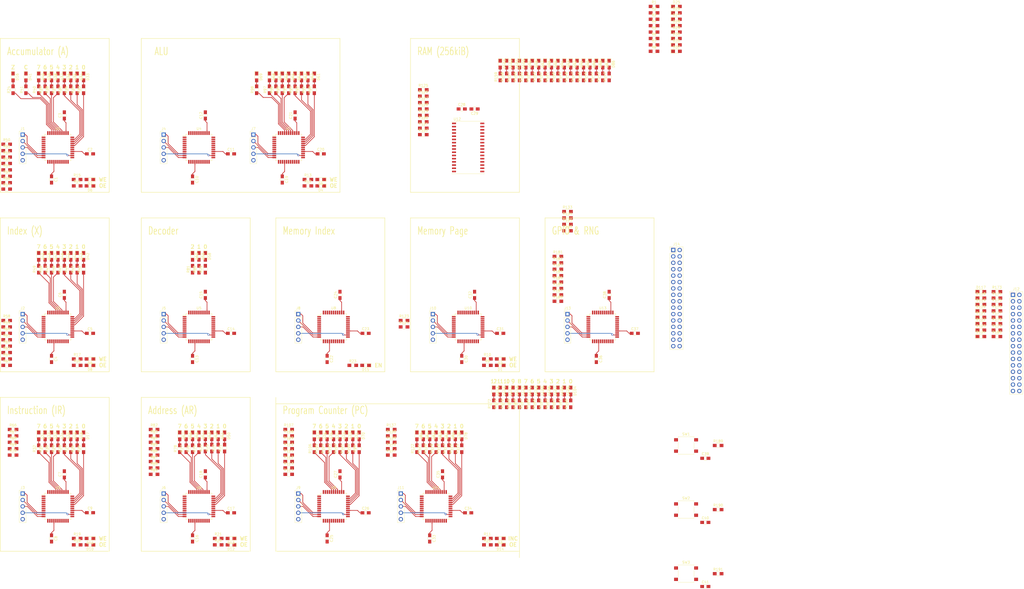
<source format=kicad_pcb>
(kicad_pcb (version 20171130) (host pcbnew 5.0.1)
  (layers (0 F.Cu signal) (31 B.Cu signal) (34 B.Paste user hide) (35 F.Paste user) (36 B.SilkS user) (37 F.SilkS user) (38 B.Mask user) (39 F.Mask user) (44 Edge.Cuts user))
  (net 0 "")
  (net 1 GND)
  (net 2 VCC)
  (net 3 "Net-(D1-Pad2)")
  (net 4 "Net-(D2-Pad2)")
  (net 5 "Net-(D3-Pad2)")
  (net 6 "Net-(D4-Pad2)")
  (net 7 "Net-(D5-Pad2)")
  (net 8 "Net-(D6-Pad2)")
  (net 9 "Net-(D7-Pad2)")
  (net 10 "Net-(D8-Pad2)")
  (net 11 "Net-(D9-Pad2)")
  (net 12 "Net-(D10-Pad2)")
  (net 13 "Net-(D11-Pad2)")
  (net 14 "Net-(D12-Pad2)")
  (net 15 "Net-(D13-Pad2)")
  (net 16 "Net-(D14-Pad2)")
  (net 17 "Net-(D15-Pad2)")
  (net 18 "Net-(D16-Pad2)")
  (net 19 "Net-(D17-Pad2)")
  (net 20 "Net-(D18-Pad2)")
  (net 21 "Net-(D19-Pad2)")
  (net 22 "Net-(D20-Pad2)")
  (net 23 "Net-(D21-Pad2)")
  (net 24 "Net-(D22-Pad2)")
  (net 25 "Net-(D23-Pad2)")
  (net 26 "Net-(D24-Pad2)")
  (net 27 "Net-(D25-Pad2)")
  (net 28 "Net-(D26-Pad2)")
  (net 29 "Net-(D27-Pad2)")
  (net 30 "Net-(D28-Pad2)")
  (net 31 "Net-(D29-Pad2)")
  (net 32 "Net-(D30-Pad2)")
  (net 33 "Net-(D31-Pad2)")
  (net 34 "Net-(D32-Pad2)")
  (net 35 "Net-(D33-Pad2)")
  (net 36 "Net-(D34-Pad2)")
  (net 37 "Net-(D35-Pad2)")
  (net 38 "Net-(D36-Pad2)")
  (net 39 "Net-(D37-Pad2)")
  (net 40 "Net-(D38-Pad2)")
  (net 41 "Net-(D39-Pad2)")
  (net 42 "Net-(D40-Pad2)")
  (net 43 "Net-(D41-Pad2)")
  (net 44 "Net-(D42-Pad2)")
  (net 45 "Net-(D43-Pad2)")
  (net 46 "Net-(D44-Pad2)")
  (net 47 "Net-(D45-Pad2)")
  (net 48 "Net-(D46-Pad2)")
  (net 49 "Net-(D47-Pad2)")
  (net 50 "Net-(D48-Pad2)")
  (net 51 "Net-(D49-Pad2)")
  (net 52 "Net-(D50-Pad2)")
  (net 53 "Net-(D51-Pad2)")
  (net 54 "Net-(D52-Pad2)")
  (net 55 "Net-(J1-Pad1)")
  (net 56 "Net-(J1-Pad2)")
  (net 57 "Net-(J1-Pad3)")
  (net 58 "Net-(J1-Pad4)")
  (net 59 "Net-(J2-Pad4)")
  (net 60 "Net-(J2-Pad3)")
  (net 61 "Net-(J2-Pad2)")
  (net 62 "Net-(J2-Pad1)")
  (net 63 "Net-(J3-Pad1)")
  (net 64 "Net-(J3-Pad2)")
  (net 65 "Net-(J3-Pad3)")
  (net 66 "Net-(J3-Pad4)")
  (net 67 "Net-(J4-Pad1)")
  (net 68 "Net-(J4-Pad2)")
  (net 69 "Net-(J4-Pad3)")
  (net 70 "Net-(J4-Pad4)")
  (net 71 "Net-(J5-Pad4)")
  (net 72 "Net-(J5-Pad3)")
  (net 73 "Net-(J5-Pad2)")
  (net 74 "Net-(J5-Pad1)")
  (net 75 "Net-(J6-Pad4)")
  (net 76 "Net-(J6-Pad3)")
  (net 77 "Net-(J6-Pad2)")
  (net 78 "Net-(J6-Pad1)")
  (net 79 "Net-(J7-Pad4)")
  (net 80 "Net-(J7-Pad3)")
  (net 81 "Net-(J7-Pad2)")
  (net 82 "Net-(J7-Pad1)")
  (net 83 "Net-(J8-Pad4)")
  (net 84 "Net-(J8-Pad3)")
  (net 85 "Net-(J8-Pad2)")
  (net 86 "Net-(J8-Pad1)")
  (net 87 "Net-(J9-Pad4)")
  (net 88 "Net-(J9-Pad3)")
  (net 89 "Net-(J9-Pad2)")
  (net 90 "Net-(J9-Pad1)")
  (net 91 "Net-(J10-Pad1)")
  (net 92 "Net-(J10-Pad2)")
  (net 93 "Net-(J10-Pad3)")
  (net 94 "Net-(J10-Pad4)")
  (net 95 "Net-(J11-Pad1)")
  (net 96 "Net-(J11-Pad2)")
  (net 97 "Net-(J11-Pad3)")
  (net 98 "Net-(J11-Pad4)")
  (net 99 /IR0)
  (net 100 /IR1)
  (net 101 /IR2)
  (net 102 /IR3)
  (net 103 /IR4)
  (net 104 /IR5)
  (net 105 /IR6)
  (net 106 /IR7)
  (net 107 /A0)
  (net 108 /A1)
  (net 109 /A2)
  (net 110 /A3)
  (net 111 /A4)
  (net 112 /A5)
  (net 113 /A6)
  (net 114 /A7)
  (net 115 /AC)
  (net 116 /X0)
  (net 117 /X1)
  (net 118 /X2)
  (net 119 /X3)
  (net 120 /X4)
  (net 121 /X5)
  (net 122 /X6)
  (net 123 /X7)
  (net 124 /D1)
  (net 125 /D0)
  (net 126 /D2)
  (net 127 /D3)
  (net 128 /D4)
  (net 129 /D5)
  (net 130 /D6)
  (net 131 /D7)
  (net 132 /ADDR9)
  (net 133 /ADDR8)
  (net 134 /ADDR10)
  (net 135 /ADDR11)
  (net 136 /ADDR12)
  (net 137 /AR0)
  (net 138 /AR1)
  (net 139 /AR2)
  (net 140 /AR3)
  (net 141 /AR4)
  (net 142 /AR5)
  (net 143 /AR6)
  (net 144 /AR7)
  (net 145 /ADDR1)
  (net 146 "Net-(R58-Pad2)")
  (net 147 "Net-(R59-Pad2)")
  (net 148 /ADDR0)
  (net 149 /ADDR2)
  (net 150 "Net-(R60-Pad2)")
  (net 151 "Net-(R61-Pad2)")
  (net 152 /ADDR3)
  (net 153 "Net-(R62-Pad2)")
  (net 154 /ADDR4)
  (net 155 "Net-(R63-Pad2)")
  (net 156 /ADDR5)
  (net 157 "Net-(R64-Pad2)")
  (net 158 /ADDR6)
  (net 159 "Net-(R65-Pad2)")
  (net 160 /ADDR7)
  (net 161 /A_CC)
  (net 162 /ALU0)
  (net 163 /ALU1)
  (net 164 /ALU2)
  (net 165 /ALU3)
  (net 166 /ALU4)
  (net 167 /ALU5)
  (net 168 /ALU6)
  (net 169 /ALU7)
  (net 170 /ALU8)
  (net 171 /RST)
  (net 172 /A_Z)
  (net 173 /A_WE)
  (net 174 /A_OE)
  (net 175 /X_OE)
  (net 176 /X_WE)
  (net 177 /IR_WE)
  (net 178 /IR_OE)
  (net 179 /ALUA7)
  (net 180 /ALUA6)
  (net 181 /ALUA5)
  (net 182 /ALUA4)
  (net 183 /ALUA3)
  (net 184 /ALUA2)
  (net 185 /ALUA1)
  (net 186 /ALUA0)
  (net 187 /IDX_EN)
  (net 188 /PC_INC)
  (net 189 /AR_WE)
  (net 190 /AR_OE)
  (net 191 /ALU_WE)
  (net 192 /ALU_OE)
  (net 193 /PC_WE)
  (net 194 /PC_OE)
  (net 195 /RAM_WE)
  (net 196 /RAM_OE)
  (net 197 /PC_CARRY)
  (net 198 /BTN0)
  (net 199 /BTN1)
  (net 200 /BTN2)
  (net 201 "Net-(D53-Pad2)")
  (net 202 "Net-(D54-Pad2)")
  (net 203 "Net-(D55-Pad2)")
  (net 204 "Net-(D56-Pad2)")
  (net 205 "Net-(D57-Pad2)")
  (net 206 "Net-(D58-Pad2)")
  (net 207 "Net-(D59-Pad2)")
  (net 208 "Net-(D60-Pad2)")
  (net 209 "Net-(D61-Pad2)")
  (net 210 "Net-(D62-Pad2)")
  (net 211 "Net-(D63-Pad2)")
  (net 212 "Net-(D64-Pad2)")
  (net 213 "Net-(D65-Pad2)")
  (net 214 "Net-(D66-Pad2)")
  (net 215 "Net-(D67-Pad2)")
  (net 216 "Net-(D68-Pad2)")
  (net 217 "Net-(D69-Pad2)")
  (net 218 "Net-(D70-Pad2)")
  (net 219 "Net-(D71-Pad2)")
  (net 220 "Net-(D72-Pad2)")
  (net 221 "Net-(D73-Pad2)")
  (net 222 "Net-(D74-Pad2)")
  (net 223 "Net-(D75-Pad2)")
  (net 224 "Net-(D76-Pad2)")
  (net 225 "Net-(D77-Pad2)")
  (net 226 "Net-(D78-Pad2)")
  (net 227 "Net-(D79-Pad2)")
  (net 228 "Net-(D80-Pad2)")
  (net 229 "Net-(D81-Pad2)")
  (net 230 "Net-(D82-Pad2)")
  (net 231 "Net-(D83-Pad2)")
  (net 232 "Net-(D84-Pad2)")
  (net 233 "Net-(D85-Pad2)")
  (net 234 "Net-(D86-Pad2)")
  (net 235 "Net-(D87-Pad2)")
  (net 236 "Net-(D88-Pad2)")
  (net 237 "Net-(D89-Pad2)")
  (net 238 "Net-(D90-Pad2)")
  (net 239 "Net-(D91-Pad2)")
  (net 240 "Net-(D92-Pad2)")
  (net 241 "Net-(D93-Pad2)")
  (net 242 "Net-(D94-Pad2)")
  (net 243 "Net-(D95-Pad2)")
  (net 244 "Net-(D96-Pad2)")
  (net 245 "Net-(D97-Pad2)")
  (net 246 "Net-(D98-Pad2)")
  (net 247 "Net-(D99-Pad2)")
  (net 248 "Net-(D100-Pad2)")
  (net 249 "Net-(D101-Pad2)")
  (net 250 "Net-(D102-Pad2)")
  (net 251 "Net-(D103-Pad2)")
  (net 252 "Net-(D104-Pad2)")
  (net 253 "Net-(D105-Pad2)")
  (net 254 "Net-(D106-Pad2)")
  (net 255 "Net-(D107-Pad2)")
  (net 256 "Net-(D108-Pad2)")
  (net 257 "Net-(D109-Pad2)")
  (net 258 "Net-(D110-Pad2)")
  (net 259 "Net-(D111-Pad2)")
  (net 260 "Net-(D112-Pad2)")
  (net 261 "Net-(D113-Pad2)")
  (net 262 "Net-(D114-Pad2)")
  (net 263 "Net-(D115-Pad2)")
  (net 264 "Net-(D116-Pad2)")
  (net 265 "Net-(D117-Pad2)")
  (net 266 "Net-(D118-Pad2)")
  (net 267 "Net-(D119-Pad2)")
  (net 268 "Net-(D120-Pad2)")
  (net 269 "Net-(D121-Pad2)")
  (net 270 "Net-(D122-Pad2)")
  (net 271 "Net-(D123-Pad2)")
  (net 272 "Net-(D124-Pad2)")
  (net 273 "Net-(J12-Pad1)")
  (net 274 "Net-(J12-Pad2)")
  (net 275 "Net-(J12-Pad3)")
  (net 276 "Net-(J12-Pad4)")
  (net 277 "Net-(J12-Pad5)")
  (net 278 "Net-(J12-Pad6)")
  (net 279 "Net-(J12-Pad7)")
  (net 280 "Net-(J12-Pad8)")
  (net 281 "Net-(J12-Pad9)")
  (net 282 "Net-(J12-Pad10)")
  (net 283 "Net-(J12-Pad11)")
  (net 284 "Net-(J12-Pad12)")
  (net 285 "Net-(J12-Pad13)")
  (net 286 "Net-(J12-Pad14)")
  (net 287 "Net-(J12-Pad15)")
  (net 288 "Net-(J12-Pad16)")
  (net 289 "Net-(J12-Pad18)")
  (net 290 "Net-(J12-Pad20)")
  (net 291 "Net-(J12-Pad22)")
  (net 292 "Net-(J13-Pad4)")
  (net 293 "Net-(J13-Pad3)")
  (net 294 "Net-(J13-Pad2)")
  (net 295 "Net-(J13-Pad1)")
  (net 296 "Net-(J14-Pad32)")
  (net 297 "Net-(J14-Pad31)")
  (net 298 "Net-(J14-Pad30)")
  (net 299 "Net-(J14-Pad29)")
  (net 300 /ARAM13)
  (net 301 /ARAM17)
  (net 302 /ARAM12)
  (net 303 /ARAM16)
  (net 304 /ARAM11)
  (net 305 /ARAM15)
  (net 306 /ARAM10)
  (net 307 /ARAM14)
  (net 308 /ARAM9)
  (net 309 /PAGE0)
  (net 310 /ARAM8)
  (net 311 /ARAM7)
  (net 312 /ARAM6)
  (net 313 /ARAM5)
  (net 314 /ARAM4)
  (net 315 /ARAM3)
  (net 316 /ARAM2)
  (net 317 /ARAM1)
  (net 318 /ARAM0)
  (net 319 "Net-(R50-Pad2)")
  (net 320 "Net-(R51-Pad2)")
  (net 321 "Net-(R52-Pad2)")
  (net 322 "Net-(R53-Pad2)")
  (net 323 "Net-(R54-Pad2)")
  (net 324 "Net-(R55-Pad2)")
  (net 325 "Net-(R56-Pad2)")
  (net 326 "Net-(R57-Pad2)")
  (net 327 "Net-(R66-Pad2)")
  (net 328 "Net-(R67-Pad2)")
  (net 329 "Net-(R68-Pad2)")
  (net 330 "Net-(R69-Pad2)")
  (net 331 "Net-(R70-Pad2)")
  (net 332 "Net-(R79-Pad1)")
  (net 333 "Net-(R80-Pad1)")
  (net 334 "Net-(R81-Pad1)")
  (net 335 "Net-(R82-Pad2)")
  (net 336 "Net-(R83-Pad2)")
  (net 337 "Net-(R84-Pad2)")
  (net 338 "Net-(R85-Pad2)")
  (net 339 "Net-(R86-Pad2)")
  (net 340 "Net-(R87-Pad2)")
  (net 341 "Net-(R88-Pad2)")
  (net 342 "Net-(R89-Pad2)")
  (net 343 "Net-(R99-Pad1)")
  (net 344 "Net-(R100-Pad1)")
  (net 345 "Net-(R101-Pad1)")
  (net 346 "Net-(R102-Pad1)")
  (net 347 "Net-(R103-Pad1)")
  (net 348 "Net-(R104-Pad1)")
  (net 349 "Net-(R105-Pad1)")
  (net 350 "Net-(R106-Pad1)")
  (net 351 "Net-(R107-Pad2)")
  (net 352 "Net-(R108-Pad2)")
  (net 353 "Net-(R109-Pad2)")
  (net 354 "Net-(R110-Pad2)")
  (net 355 "Net-(R111-Pad2)")
  (net 356 "Net-(R112-Pad2)")
  (net 357 "Net-(R113-Pad2)")
  (net 358 "Net-(R114-Pad2)")
  (net 359 "Net-(R115-Pad1)")
  (net 360 "Net-(R116-Pad1)")
  (net 361 "Net-(R117-Pad1)")
  (net 362 "Net-(R118-Pad1)")
  (net 363 "Net-(R119-Pad1)")
  (net 364 "Net-(R120-Pad1)")
  (net 365 "Net-(R121-Pad1)")
  (net 366 "Net-(R122-Pad1)")
  (net 367 "Net-(R123-Pad1)")
  (net 368 "Net-(R124-Pad1)")
  (net 369 "Net-(R125-Pad1)")
  (net 370 "Net-(R126-Pad1)")
  (net 371 "Net-(R127-Pad1)")
  (net 372 "Net-(R128-Pad2)")
  (net 373 "Net-(R129-Pad2)")
  (net 374 "Net-(R130-Pad2)")
  (net 375 "Net-(R131-Pad2)")
  (net 376 "Net-(R132-Pad2)")
  (net 377 "Net-(R133-Pad2)")
  (net 378 "Net-(R134-Pad2)")
  (net 379 "Net-(R135-Pad2)")
  (net 380 "Net-(R136-Pad2)")
  (net 381 "Net-(R137-Pad2)")
  (net 382 "Net-(R138-Pad2)")
  (net 383 "Net-(R139-Pad2)")
  (net 384 "Net-(R140-Pad2)")
  (net 385 "Net-(R141-Pad2)")
  (net 386 "Net-(R181-Pad1)")
  (net 387 "Net-(R182-Pad1)")
  (net 388 "Net-(R183-Pad2)")
  (net 389 "Net-(R184-Pad2)")
  (net 390 "Net-(R185-Pad2)")
  (net 391 "Net-(R186-Pad2)")
  (net 392 "Net-(R187-Pad2)")
  (net 393 "Net-(R188-Pad2)")
  (net 394 "Net-(U10-Pad36)")
  (net 395 "Net-(U10-Pad34)")
  (module Pin_Headers:Pin_Header_Straight_1x05_Pitch2.54mm (layer F.Cu) (at 24.13 53.34)
    (fp_text reference J1 (at 0 -2.33) (layer F.SilkS))
    (fp_text value Acc)
    (pad 1 thru_hole rect (at 0 0) (size 1.7 1.7) (drill 1) (layers *.Cu *.Mask) (net 55 "Net-(J1-Pad1)"))
    (pad 2 thru_hole oval (at 0 2.54) (size 1.7 1.7) (drill 1) (layers *.Cu *.Mask) (net 56 "Net-(J1-Pad2)"))
    (pad 3 thru_hole oval (at 0 5.08) (size 1.7 1.7) (drill 1) (layers *.Cu *.Mask) (net 57 "Net-(J1-Pad3)"))
    (pad 4 thru_hole oval (at 0 7.62) (size 1.7 1.7) (drill 1) (layers *.Cu *.Mask) (net 58 "Net-(J1-Pad4)"))
    (pad 5 thru_hole oval (at 0 10.16) (size 1.7 1.7) (drill 1) (layers *.Cu *.Mask) (net 1 GND))
  )
  (module Pin_Headers:Pin_Header_Straight_1x05_Pitch2.54mm (layer F.Cu) (at 24.13 124.46)
    (fp_text reference J2 (at 0 -2.33) (layer F.SilkS))
    (fp_text value X)
    (pad 1 thru_hole rect (at 0 0) (size 1.7 1.7) (drill 1) (layers *.Cu *.Mask) (net 62 "Net-(J2-Pad1)"))
    (pad 2 thru_hole oval (at 0 2.54) (size 1.7 1.7) (drill 1) (layers *.Cu *.Mask) (net 61 "Net-(J2-Pad2)"))
    (pad 3 thru_hole oval (at 0 5.08) (size 1.7 1.7) (drill 1) (layers *.Cu *.Mask) (net 60 "Net-(J2-Pad3)"))
    (pad 4 thru_hole oval (at 0 7.62) (size 1.7 1.7) (drill 1) (layers *.Cu *.Mask) (net 59 "Net-(J2-Pad4)"))
    (pad 5 thru_hole oval (at 0 10.16) (size 1.7 1.7) (drill 1) (layers *.Cu *.Mask) (net 1 GND))
  )
  (module Pin_Headers:Pin_Header_Straight_1x05_Pitch2.54mm (layer F.Cu) (at 24.13 195.58)
    (fp_text reference J3 (at 0 -2.33) (layer F.SilkS))
    (fp_text value IR)
    (pad 1 thru_hole rect (at 0 0) (size 1.7 1.7) (drill 1) (layers *.Cu *.Mask) (net 63 "Net-(J3-Pad1)"))
    (pad 2 thru_hole oval (at 0 2.54) (size 1.7 1.7) (drill 1) (layers *.Cu *.Mask) (net 64 "Net-(J3-Pad2)"))
    (pad 3 thru_hole oval (at 0 5.08) (size 1.7 1.7) (drill 1) (layers *.Cu *.Mask) (net 65 "Net-(J3-Pad3)"))
    (pad 4 thru_hole oval (at 0 7.62) (size 1.7 1.7) (drill 1) (layers *.Cu *.Mask) (net 66 "Net-(J3-Pad4)"))
    (pad 5 thru_hole oval (at 0 10.16) (size 1.7 1.7) (drill 1) (layers *.Cu *.Mask) (net 1 GND))
  )
  (module Pin_Headers:Pin_Header_Straight_1x05_Pitch2.54mm (layer F.Cu) (at 80.01 53.34)
    (fp_text reference J4 (at 0 -2.33) (layer F.SilkS))
    (fp_text value AXM)
    (pad 1 thru_hole rect (at 0 0) (size 1.7 1.7) (drill 1) (layers *.Cu *.Mask) (net 67 "Net-(J4-Pad1)"))
    (pad 2 thru_hole oval (at 0 2.54) (size 1.7 1.7) (drill 1) (layers *.Cu *.Mask) (net 68 "Net-(J4-Pad2)"))
    (pad 3 thru_hole oval (at 0 5.08) (size 1.7 1.7) (drill 1) (layers *.Cu *.Mask) (net 69 "Net-(J4-Pad3)"))
    (pad 4 thru_hole oval (at 0 7.62) (size 1.7 1.7) (drill 1) (layers *.Cu *.Mask) (net 70 "Net-(J4-Pad4)"))
    (pad 5 thru_hole oval (at 0 10.16) (size 1.7 1.7) (drill 1) (layers *.Cu *.Mask) (net 1 GND))
  )
  (module Pin_Headers:Pin_Header_Straight_1x05_Pitch2.54mm (layer F.Cu) (at 80.01 124.46)
    (fp_text reference J5 (at 0 -2.33) (layer F.SilkS))
    (fp_text value Dec)
    (pad 5 thru_hole oval (at 0 10.16) (size 1.7 1.7) (drill 1) (layers *.Cu *.Mask) (net 1 GND))
    (pad 4 thru_hole oval (at 0 7.62) (size 1.7 1.7) (drill 1) (layers *.Cu *.Mask) (net 71 "Net-(J5-Pad4)"))
    (pad 3 thru_hole oval (at 0 5.08) (size 1.7 1.7) (drill 1) (layers *.Cu *.Mask) (net 72 "Net-(J5-Pad3)"))
    (pad 2 thru_hole oval (at 0 2.54) (size 1.7 1.7) (drill 1) (layers *.Cu *.Mask) (net 73 "Net-(J5-Pad2)"))
    (pad 1 thru_hole rect (at 0 0) (size 1.7 1.7) (drill 1) (layers *.Cu *.Mask) (net 74 "Net-(J5-Pad1)"))
  )
  (module Pin_Headers:Pin_Header_Straight_1x05_Pitch2.54mm (layer F.Cu) (at 80.01 195.58)
    (fp_text reference J6 (at 0 -2.33) (layer F.SilkS))
    (fp_text value AR)
    (pad 5 thru_hole oval (at 0 10.16) (size 1.7 1.7) (drill 1) (layers *.Cu *.Mask) (net 1 GND))
    (pad 4 thru_hole oval (at 0 7.62) (size 1.7 1.7) (drill 1) (layers *.Cu *.Mask) (net 75 "Net-(J6-Pad4)"))
    (pad 3 thru_hole oval (at 0 5.08) (size 1.7 1.7) (drill 1) (layers *.Cu *.Mask) (net 76 "Net-(J6-Pad3)"))
    (pad 2 thru_hole oval (at 0 2.54) (size 1.7 1.7) (drill 1) (layers *.Cu *.Mask) (net 77 "Net-(J6-Pad2)"))
    (pad 1 thru_hole rect (at 0 0) (size 1.7 1.7) (drill 1) (layers *.Cu *.Mask) (net 78 "Net-(J6-Pad1)"))
  )
  (module Pin_Headers:Pin_Header_Straight_1x05_Pitch2.54mm (layer F.Cu) (at 115.57 53.34)
    (fp_text reference J7 (at 0 -2.33) (layer F.SilkS))
    (fp_text value ALU)
    (pad 5 thru_hole oval (at 0 10.16) (size 1.7 1.7) (drill 1) (layers *.Cu *.Mask) (net 1 GND))
    (pad 4 thru_hole oval (at 0 7.62) (size 1.7 1.7) (drill 1) (layers *.Cu *.Mask) (net 79 "Net-(J7-Pad4)"))
    (pad 3 thru_hole oval (at 0 5.08) (size 1.7 1.7) (drill 1) (layers *.Cu *.Mask) (net 80 "Net-(J7-Pad3)"))
    (pad 2 thru_hole oval (at 0 2.54) (size 1.7 1.7) (drill 1) (layers *.Cu *.Mask) (net 81 "Net-(J7-Pad2)"))
    (pad 1 thru_hole rect (at 0 0) (size 1.7 1.7) (drill 1) (layers *.Cu *.Mask) (net 82 "Net-(J7-Pad1)"))
  )
  (module Pin_Headers:Pin_Header_Straight_1x05_Pitch2.54mm (layer F.Cu) (at 133.35 124.46)
    (fp_text reference J8 (at 0 -2.33) (layer F.SilkS))
    (fp_text value Index)
    (pad 5 thru_hole oval (at 0 10.16) (size 1.7 1.7) (drill 1) (layers *.Cu *.Mask) (net 1 GND))
    (pad 4 thru_hole oval (at 0 7.62) (size 1.7 1.7) (drill 1) (layers *.Cu *.Mask) (net 83 "Net-(J8-Pad4)"))
    (pad 3 thru_hole oval (at 0 5.08) (size 1.7 1.7) (drill 1) (layers *.Cu *.Mask) (net 84 "Net-(J8-Pad3)"))
    (pad 2 thru_hole oval (at 0 2.54) (size 1.7 1.7) (drill 1) (layers *.Cu *.Mask) (net 85 "Net-(J8-Pad2)"))
    (pad 1 thru_hole rect (at 0 0) (size 1.7 1.7) (drill 1) (layers *.Cu *.Mask) (net 86 "Net-(J8-Pad1)"))
  )
  (module Pin_Headers:Pin_Header_Straight_1x05_Pitch2.54mm (layer F.Cu) (at 133.35 195.58)
    (fp_text reference J9 (at 0 -2.33) (layer F.SilkS))
    (fp_text value PC_L)
    (pad 5 thru_hole oval (at 0 10.16) (size 1.7 1.7) (drill 1) (layers *.Cu *.Mask) (net 1 GND))
    (pad 4 thru_hole oval (at 0 7.62) (size 1.7 1.7) (drill 1) (layers *.Cu *.Mask) (net 87 "Net-(J9-Pad4)"))
    (pad 3 thru_hole oval (at 0 5.08) (size 1.7 1.7) (drill 1) (layers *.Cu *.Mask) (net 88 "Net-(J9-Pad3)"))
    (pad 2 thru_hole oval (at 0 2.54) (size 1.7 1.7) (drill 1) (layers *.Cu *.Mask) (net 89 "Net-(J9-Pad2)"))
    (pad 1 thru_hole rect (at 0 0) (size 1.7 1.7) (drill 1) (layers *.Cu *.Mask) (net 90 "Net-(J9-Pad1)"))
  )
  (module Pin_Headers:Pin_Header_Straight_1x05_Pitch2.54mm (layer F.Cu) (at 186.69 124.46)
    (fp_text reference J10 (at 0 -2.33) (layer F.SilkS))
    (fp_text value Page)
    (pad 1 thru_hole rect (at 0 0) (size 1.7 1.7) (drill 1) (layers *.Cu *.Mask) (net 91 "Net-(J10-Pad1)"))
    (pad 2 thru_hole oval (at 0 2.54) (size 1.7 1.7) (drill 1) (layers *.Cu *.Mask) (net 92 "Net-(J10-Pad2)"))
    (pad 3 thru_hole oval (at 0 5.08) (size 1.7 1.7) (drill 1) (layers *.Cu *.Mask) (net 93 "Net-(J10-Pad3)"))
    (pad 4 thru_hole oval (at 0 7.62) (size 1.7 1.7) (drill 1) (layers *.Cu *.Mask) (net 94 "Net-(J10-Pad4)"))
    (pad 5 thru_hole oval (at 0 10.16) (size 1.7 1.7) (drill 1) (layers *.Cu *.Mask) (net 1 GND))
  )
  (module Pin_Headers:Pin_Header_Straight_1x05_Pitch2.54mm (layer F.Cu) (at 173.99 195.58)
    (fp_text reference J11 (at 0 -2.33) (layer F.SilkS))
    (fp_text value PC_H)
    (pad 1 thru_hole rect (at 0 0) (size 1.7 1.7) (drill 1) (layers *.Cu *.Mask) (net 95 "Net-(J11-Pad1)"))
    (pad 2 thru_hole oval (at 0 2.54) (size 1.7 1.7) (drill 1) (layers *.Cu *.Mask) (net 96 "Net-(J11-Pad2)"))
    (pad 3 thru_hole oval (at 0 5.08) (size 1.7 1.7) (drill 1) (layers *.Cu *.Mask) (net 97 "Net-(J11-Pad3)"))
    (pad 4 thru_hole oval (at 0 7.62) (size 1.7 1.7) (drill 1) (layers *.Cu *.Mask) (net 98 "Net-(J11-Pad4)"))
    (pad 5 thru_hole oval (at 0 10.16) (size 1.7 1.7) (drill 1) (layers *.Cu *.Mask) (net 1 GND))
  )
  (module Housings_QFP:TQFP-44_10x10mm_Pitch0.8mm (layer F.Cu) (at 38.1 58.42)
    (fp_text reference U1 (at 0 -7.45) (layer F.SilkS))
    (fp_text value Acc)
    (pad 1 smd rect (at -5.7 -4) (size 1.5 0.55) (layers F.Cu F.Paste F.Mask) (net 161 /A_CC))
    (pad 2 smd rect (at -5.7 -3.2) (size 1.5 0.55) (layers F.Cu F.Paste F.Mask) (net 162 /ALU0))
    (pad 3 smd rect (at -5.7 -2.4) (size 1.5 0.55) (layers F.Cu F.Paste F.Mask) (net 163 /ALU1))
    (pad 4 smd rect (at -5.7 -1.6) (size 1.5 0.55) (layers F.Cu F.Paste F.Mask) (net 1 GND))
    (pad 5 smd rect (at -5.7 -0.8) (size 1.5 0.55) (layers F.Cu F.Paste F.Mask) (net 164 /ALU2))
    (pad 6 smd rect (at -5.7 0) (size 1.5 0.55) (layers F.Cu F.Paste F.Mask) (net 165 /ALU3))
    (pad 7 smd rect (at -5.7 0.8) (size 1.5 0.55) (layers F.Cu F.Paste F.Mask) (net 166 /ALU4))
    (pad 8 smd rect (at -5.7 1.6) (size 1.5 0.55) (layers F.Cu F.Paste F.Mask) (net 167 /ALU5))
    (pad 9 smd rect (at -5.7 2.4) (size 1.5 0.55) (layers F.Cu F.Paste F.Mask) (net 55 "Net-(J1-Pad1)"))
    (pad 10 smd rect (at -5.7 3.2) (size 1.5 0.55) (layers F.Cu F.Paste F.Mask) (net 56 "Net-(J1-Pad2)"))
    (pad 11 smd rect (at -5.7 4) (size 1.5 0.55) (layers F.Cu F.Paste F.Mask) (net 57 "Net-(J1-Pad3)"))
    (pad 12 smd rect (at -4 5.7 90) (size 1.5 0.55) (layers F.Cu F.Paste F.Mask) (net 168 /ALU6))
    (pad 13 smd rect (at -3.2 5.7 90) (size 1.5 0.55) (layers F.Cu F.Paste F.Mask) (net 169 /ALU7))
    (pad 14 smd rect (at -2.4 5.7 90) (size 1.5 0.55) (layers F.Cu F.Paste F.Mask) (net 170 /ALU8))
    (pad 15 smd rect (at -1.6 5.7 90) (size 1.5 0.55) (layers F.Cu F.Paste F.Mask) (net 2 VCC))
    (pad 16 smd rect (at -0.8 5.7 90) (size 1.5 0.55) (layers F.Cu F.Paste F.Mask) (net 320 "Net-(R51-Pad2)"))
    (pad 17 smd rect (at 0 5.7 90) (size 1.5 0.55) (layers F.Cu F.Paste F.Mask) (net 1 GND))
    (pad 18 smd rect (at 0.8 5.7 90) (size 1.5 0.55) (layers F.Cu F.Paste F.Mask) (net 319 "Net-(R50-Pad2)"))
    (pad 19 smd rect (at 1.6 5.7 90) (size 1.5 0.55) (layers F.Cu F.Paste F.Mask) (net 321 "Net-(R52-Pad2)"))
    (pad 20 smd rect (at 2.4 5.7 90) (size 1.5 0.55) (layers F.Cu F.Paste F.Mask) (net 322 "Net-(R53-Pad2)"))
    (pad 21 smd rect (at 3.2 5.7 90) (size 1.5 0.55) (layers F.Cu F.Paste F.Mask) (net 323 "Net-(R54-Pad2)"))
    (pad 22 smd rect (at 4 5.7 90) (size 1.5 0.55) (layers F.Cu F.Paste F.Mask) (net 324 "Net-(R55-Pad2)"))
    (pad 23 smd rect (at 5.7 4) (size 1.5 0.55) (layers F.Cu F.Paste F.Mask) (net 325 "Net-(R56-Pad2)"))
    (pad 24 smd rect (at 5.7 3.2) (size 1.5 0.55) (layers F.Cu F.Paste F.Mask) (net 58 "Net-(J1-Pad4)"))
    (pad 25 smd rect (at 5.7 2.4) (size 1.5 0.55) (layers F.Cu F.Paste F.Mask) (net 1 GND))
    (pad 26 smd rect (at 5.7 1.6) (size 1.5 0.55) (layers F.Cu F.Paste F.Mask) (net 2 VCC))
    (pad 27 smd rect (at 5.7 0.8) (size 1.5 0.55) (layers F.Cu F.Paste F.Mask) (net 326 "Net-(R57-Pad2)"))
    (pad 28 smd rect (at 5.7 0) (size 1.5 0.55) (layers F.Cu F.Paste F.Mask))
    (pad 29 smd rect (at 5.7 -0.8) (size 1.5 0.55) (layers F.Cu F.Paste F.Mask) (net 107 /A0))
    (pad 30 smd rect (at 5.7 -1.6) (size 1.5 0.55) (layers F.Cu F.Paste F.Mask) (net 108 /A1))
    (pad 31 smd rect (at 5.7 -2.4) (size 1.5 0.55) (layers F.Cu F.Paste F.Mask) (net 109 /A2))
    (pad 32 smd rect (at 5.7 -3.2) (size 1.5 0.55) (layers F.Cu F.Paste F.Mask) (net 110 /A3))
    (pad 33 smd rect (at 5.7 -4) (size 1.5 0.55) (layers F.Cu F.Paste F.Mask) (net 171 /RST))
    (pad 34 smd rect (at 4 -5.7 90) (size 1.5 0.55) (layers F.Cu F.Paste F.Mask))
    (pad 35 smd rect (at 3.2 -5.7 90) (size 1.5 0.55) (layers F.Cu F.Paste F.Mask) (net 2 VCC))
    (pad 36 smd rect (at 2.4 -5.7 90) (size 1.5 0.55) (layers F.Cu F.Paste F.Mask))
    (pad 37 smd rect (at 1.6 -5.7 90) (size 1.5 0.55) (layers F.Cu F.Paste F.Mask) (net 111 /A4))
    (pad 38 smd rect (at 0.8 -5.7 90) (size 1.5 0.55) (layers F.Cu F.Paste F.Mask) (net 112 /A5))
    (pad 39 smd rect (at 0 -5.7 90) (size 1.5 0.55) (layers F.Cu F.Paste F.Mask) (net 113 /A6))
    (pad 40 smd rect (at -0.8 -5.7 90) (size 1.5 0.55) (layers F.Cu F.Paste F.Mask) (net 114 /A7))
    (pad 41 smd rect (at -1.6 -5.7 90) (size 1.5 0.55) (layers F.Cu F.Paste F.Mask) (net 115 /AC))
    (pad 42 smd rect (at -2.4 -5.7 90) (size 1.5 0.55) (layers F.Cu F.Paste F.Mask) (net 172 /A_Z))
    (pad 43 smd rect (at -3.2 -5.7 90) (size 1.5 0.55) (layers F.Cu F.Paste F.Mask) (net 173 /A_WE))
    (pad 44 smd rect (at -4 -5.7 90) (size 1.5 0.55) (layers F.Cu F.Paste F.Mask) (net 174 /A_OE))
  )
  (module Housings_QFP:TQFP-44_10x10mm_Pitch0.8mm (layer F.Cu) (at 38.1 129.54)
    (fp_text reference U2 (at 0 -7.45) (layer F.SilkS))
    (fp_text value X)
    (pad 1 smd rect (at -5.7 -4) (size 1.5 0.55) (layers F.Cu F.Paste F.Mask))
    (pad 2 smd rect (at -5.7 -3.2) (size 1.5 0.55) (layers F.Cu F.Paste F.Mask) (net 162 /ALU0))
    (pad 3 smd rect (at -5.7 -2.4) (size 1.5 0.55) (layers F.Cu F.Paste F.Mask) (net 163 /ALU1))
    (pad 4 smd rect (at -5.7 -1.6) (size 1.5 0.55) (layers F.Cu F.Paste F.Mask) (net 1 GND))
    (pad 5 smd rect (at -5.7 -0.8) (size 1.5 0.55) (layers F.Cu F.Paste F.Mask) (net 164 /ALU2))
    (pad 6 smd rect (at -5.7 0) (size 1.5 0.55) (layers F.Cu F.Paste F.Mask) (net 165 /ALU3))
    (pad 7 smd rect (at -5.7 0.8) (size 1.5 0.55) (layers F.Cu F.Paste F.Mask) (net 166 /ALU4))
    (pad 8 smd rect (at -5.7 1.6) (size 1.5 0.55) (layers F.Cu F.Paste F.Mask) (net 167 /ALU5))
    (pad 9 smd rect (at -5.7 2.4) (size 1.5 0.55) (layers F.Cu F.Paste F.Mask) (net 62 "Net-(J2-Pad1)"))
    (pad 10 smd rect (at -5.7 3.2) (size 1.5 0.55) (layers F.Cu F.Paste F.Mask) (net 61 "Net-(J2-Pad2)"))
    (pad 11 smd rect (at -5.7 4) (size 1.5 0.55) (layers F.Cu F.Paste F.Mask) (net 60 "Net-(J2-Pad3)"))
    (pad 12 smd rect (at -4 5.7 90) (size 1.5 0.55) (layers F.Cu F.Paste F.Mask) (net 168 /ALU6))
    (pad 13 smd rect (at -3.2 5.7 90) (size 1.5 0.55) (layers F.Cu F.Paste F.Mask) (net 169 /ALU7))
    (pad 14 smd rect (at -2.4 5.7 90) (size 1.5 0.55) (layers F.Cu F.Paste F.Mask))
    (pad 15 smd rect (at -1.6 5.7 90) (size 1.5 0.55) (layers F.Cu F.Paste F.Mask) (net 2 VCC))
    (pad 16 smd rect (at -0.8 5.7 90) (size 1.5 0.55) (layers F.Cu F.Paste F.Mask) (net 147 "Net-(R59-Pad2)"))
    (pad 17 smd rect (at 0 5.7 90) (size 1.5 0.55) (layers F.Cu F.Paste F.Mask) (net 1 GND))
    (pad 18 smd rect (at 0.8 5.7 90) (size 1.5 0.55) (layers F.Cu F.Paste F.Mask) (net 146 "Net-(R58-Pad2)"))
    (pad 19 smd rect (at 1.6 5.7 90) (size 1.5 0.55) (layers F.Cu F.Paste F.Mask) (net 150 "Net-(R60-Pad2)"))
    (pad 20 smd rect (at 2.4 5.7 90) (size 1.5 0.55) (layers F.Cu F.Paste F.Mask) (net 151 "Net-(R61-Pad2)"))
    (pad 21 smd rect (at 3.2 5.7 90) (size 1.5 0.55) (layers F.Cu F.Paste F.Mask) (net 153 "Net-(R62-Pad2)"))
    (pad 22 smd rect (at 4 5.7 90) (size 1.5 0.55) (layers F.Cu F.Paste F.Mask) (net 155 "Net-(R63-Pad2)"))
    (pad 23 smd rect (at 5.7 4) (size 1.5 0.55) (layers F.Cu F.Paste F.Mask) (net 157 "Net-(R64-Pad2)"))
    (pad 24 smd rect (at 5.7 3.2) (size 1.5 0.55) (layers F.Cu F.Paste F.Mask) (net 59 "Net-(J2-Pad4)"))
    (pad 25 smd rect (at 5.7 2.4) (size 1.5 0.55) (layers F.Cu F.Paste F.Mask) (net 1 GND))
    (pad 26 smd rect (at 5.7 1.6) (size 1.5 0.55) (layers F.Cu F.Paste F.Mask) (net 2 VCC))
    (pad 27 smd rect (at 5.7 0.8) (size 1.5 0.55) (layers F.Cu F.Paste F.Mask) (net 159 "Net-(R65-Pad2)"))
    (pad 28 smd rect (at 5.7 0) (size 1.5 0.55) (layers F.Cu F.Paste F.Mask))
    (pad 29 smd rect (at 5.7 -0.8) (size 1.5 0.55) (layers F.Cu F.Paste F.Mask) (net 116 /X0))
    (pad 30 smd rect (at 5.7 -1.6) (size 1.5 0.55) (layers F.Cu F.Paste F.Mask) (net 117 /X1))
    (pad 31 smd rect (at 5.7 -2.4) (size 1.5 0.55) (layers F.Cu F.Paste F.Mask) (net 118 /X2))
    (pad 32 smd rect (at 5.7 -3.2) (size 1.5 0.55) (layers F.Cu F.Paste F.Mask) (net 119 /X3))
    (pad 33 smd rect (at 5.7 -4) (size 1.5 0.55) (layers F.Cu F.Paste F.Mask) (net 171 /RST))
    (pad 34 smd rect (at 4 -5.7 90) (size 1.5 0.55) (layers F.Cu F.Paste F.Mask))
    (pad 35 smd rect (at 3.2 -5.7 90) (size 1.5 0.55) (layers F.Cu F.Paste F.Mask) (net 2 VCC))
    (pad 36 smd rect (at 2.4 -5.7 90) (size 1.5 0.55) (layers F.Cu F.Paste F.Mask))
    (pad 37 smd rect (at 1.6 -5.7 90) (size 1.5 0.55) (layers F.Cu F.Paste F.Mask) (net 120 /X4))
    (pad 38 smd rect (at 0.8 -5.7 90) (size 1.5 0.55) (layers F.Cu F.Paste F.Mask) (net 121 /X5))
    (pad 39 smd rect (at 0 -5.7 90) (size 1.5 0.55) (layers F.Cu F.Paste F.Mask) (net 122 /X6))
    (pad 40 smd rect (at -0.8 -5.7 90) (size 1.5 0.55) (layers F.Cu F.Paste F.Mask) (net 123 /X7))
    (pad 41 smd rect (at -1.6 -5.7 90) (size 1.5 0.55) (layers F.Cu F.Paste F.Mask))
    (pad 42 smd rect (at -2.4 -5.7 90) (size 1.5 0.55) (layers F.Cu F.Paste F.Mask))
    (pad 43 smd rect (at -3.2 -5.7 90) (size 1.5 0.55) (layers F.Cu F.Paste F.Mask) (net 176 /X_WE))
    (pad 44 smd rect (at -4 -5.7 90) (size 1.5 0.55) (layers F.Cu F.Paste F.Mask) (net 175 /X_OE))
  )
  (module Housings_QFP:TQFP-44_10x10mm_Pitch0.8mm (layer F.Cu) (at 38.1 200.66)
    (fp_text reference U3 (at 0 -7.45) (layer F.SilkS))
    (fp_text value IR)
    (pad 1 smd rect (at -5.7 -4) (size 1.5 0.55) (layers F.Cu F.Paste F.Mask))
    (pad 2 smd rect (at -5.7 -3.2) (size 1.5 0.55) (layers F.Cu F.Paste F.Mask) (net 125 /D0))
    (pad 3 smd rect (at -5.7 -2.4) (size 1.5 0.55) (layers F.Cu F.Paste F.Mask) (net 124 /D1))
    (pad 4 smd rect (at -5.7 -1.6) (size 1.5 0.55) (layers F.Cu F.Paste F.Mask) (net 1 GND))
    (pad 5 smd rect (at -5.7 -0.8) (size 1.5 0.55) (layers F.Cu F.Paste F.Mask) (net 126 /D2))
    (pad 6 smd rect (at -5.7 0) (size 1.5 0.55) (layers F.Cu F.Paste F.Mask) (net 127 /D3))
    (pad 7 smd rect (at -5.7 0.8) (size 1.5 0.55) (layers F.Cu F.Paste F.Mask) (net 128 /D4))
    (pad 8 smd rect (at -5.7 1.6) (size 1.5 0.55) (layers F.Cu F.Paste F.Mask) (net 129 /D5))
    (pad 9 smd rect (at -5.7 2.4) (size 1.5 0.55) (layers F.Cu F.Paste F.Mask) (net 63 "Net-(J3-Pad1)"))
    (pad 10 smd rect (at -5.7 3.2) (size 1.5 0.55) (layers F.Cu F.Paste F.Mask) (net 64 "Net-(J3-Pad2)"))
    (pad 11 smd rect (at -5.7 4) (size 1.5 0.55) (layers F.Cu F.Paste F.Mask) (net 65 "Net-(J3-Pad3)"))
    (pad 12 smd rect (at -4 5.7 90) (size 1.5 0.55) (layers F.Cu F.Paste F.Mask) (net 130 /D6))
    (pad 13 smd rect (at -3.2 5.7 90) (size 1.5 0.55) (layers F.Cu F.Paste F.Mask) (net 131 /D7))
    (pad 14 smd rect (at -2.4 5.7 90) (size 1.5 0.55) (layers F.Cu F.Paste F.Mask))
    (pad 15 smd rect (at -1.6 5.7 90) (size 1.5 0.55) (layers F.Cu F.Paste F.Mask) (net 2 VCC))
    (pad 16 smd rect (at -0.8 5.7 90) (size 1.5 0.55) (layers F.Cu F.Paste F.Mask) (net 328 "Net-(R67-Pad2)"))
    (pad 17 smd rect (at 0 5.7 90) (size 1.5 0.55) (layers F.Cu F.Paste F.Mask) (net 1 GND))
    (pad 18 smd rect (at 0.8 5.7 90) (size 1.5 0.55) (layers F.Cu F.Paste F.Mask) (net 327 "Net-(R66-Pad2)"))
    (pad 19 smd rect (at 1.6 5.7 90) (size 1.5 0.55) (layers F.Cu F.Paste F.Mask) (net 329 "Net-(R68-Pad2)"))
    (pad 20 smd rect (at 2.4 5.7 90) (size 1.5 0.55) (layers F.Cu F.Paste F.Mask) (net 330 "Net-(R69-Pad2)"))
    (pad 21 smd rect (at 3.2 5.7 90) (size 1.5 0.55) (layers F.Cu F.Paste F.Mask) (net 331 "Net-(R70-Pad2)"))
    (pad 22 smd rect (at 4 5.7 90) (size 1.5 0.55) (layers F.Cu F.Paste F.Mask))
    (pad 23 smd rect (at 5.7 4) (size 1.5 0.55) (layers F.Cu F.Paste F.Mask))
    (pad 24 smd rect (at 5.7 3.2) (size 1.5 0.55) (layers F.Cu F.Paste F.Mask) (net 66 "Net-(J3-Pad4)"))
    (pad 25 smd rect (at 5.7 2.4) (size 1.5 0.55) (layers F.Cu F.Paste F.Mask) (net 1 GND))
    (pad 26 smd rect (at 5.7 1.6) (size 1.5 0.55) (layers F.Cu F.Paste F.Mask) (net 2 VCC))
    (pad 27 smd rect (at 5.7 0.8) (size 1.5 0.55) (layers F.Cu F.Paste F.Mask))
    (pad 28 smd rect (at 5.7 0) (size 1.5 0.55) (layers F.Cu F.Paste F.Mask))
    (pad 29 smd rect (at 5.7 -0.8) (size 1.5 0.55) (layers F.Cu F.Paste F.Mask) (net 99 /IR0))
    (pad 30 smd rect (at 5.7 -1.6) (size 1.5 0.55) (layers F.Cu F.Paste F.Mask) (net 100 /IR1))
    (pad 31 smd rect (at 5.7 -2.4) (size 1.5 0.55) (layers F.Cu F.Paste F.Mask) (net 101 /IR2))
    (pad 32 smd rect (at 5.7 -3.2) (size 1.5 0.55) (layers F.Cu F.Paste F.Mask) (net 102 /IR3))
    (pad 33 smd rect (at 5.7 -4) (size 1.5 0.55) (layers F.Cu F.Paste F.Mask) (net 171 /RST))
    (pad 34 smd rect (at 4 -5.7 90) (size 1.5 0.55) (layers F.Cu F.Paste F.Mask))
    (pad 35 smd rect (at 3.2 -5.7 90) (size 1.5 0.55) (layers F.Cu F.Paste F.Mask) (net 2 VCC))
    (pad 36 smd rect (at 2.4 -5.7 90) (size 1.5 0.55) (layers F.Cu F.Paste F.Mask))
    (pad 37 smd rect (at 1.6 -5.7 90) (size 1.5 0.55) (layers F.Cu F.Paste F.Mask) (net 103 /IR4))
    (pad 38 smd rect (at 0.8 -5.7 90) (size 1.5 0.55) (layers F.Cu F.Paste F.Mask) (net 104 /IR5))
    (pad 39 smd rect (at 0 -5.7 90) (size 1.5 0.55) (layers F.Cu F.Paste F.Mask) (net 105 /IR6))
    (pad 40 smd rect (at -0.8 -5.7 90) (size 1.5 0.55) (layers F.Cu F.Paste F.Mask) (net 106 /IR7))
    (pad 41 smd rect (at -1.6 -5.7 90) (size 1.5 0.55) (layers F.Cu F.Paste F.Mask))
    (pad 42 smd rect (at -2.4 -5.7 90) (size 1.5 0.55) (layers F.Cu F.Paste F.Mask))
    (pad 43 smd rect (at -3.2 -5.7 90) (size 1.5 0.55) (layers F.Cu F.Paste F.Mask) (net 177 /IR_WE))
    (pad 44 smd rect (at -4 -5.7 90) (size 1.5 0.55) (layers F.Cu F.Paste F.Mask) (net 178 /IR_OE))
  )
  (module Housings_QFP:TQFP-44_10x10mm_Pitch0.8mm (layer F.Cu) (at 93.98 58.42)
    (fp_text reference U4 (at 0 -7.45) (layer F.SilkS))
    (fp_text value Multiplexer)
    (pad 44 smd rect (at -4 -5.7 90) (size 1.5 0.55) (layers F.Cu F.Paste F.Mask))
    (pad 43 smd rect (at -3.2 -5.7 90) (size 1.5 0.55) (layers F.Cu F.Paste F.Mask) (net 106 /IR7))
    (pad 42 smd rect (at -2.4 -5.7 90) (size 1.5 0.55) (layers F.Cu F.Paste F.Mask))
    (pad 41 smd rect (at -1.6 -5.7 90) (size 1.5 0.55) (layers F.Cu F.Paste F.Mask))
    (pad 40 smd rect (at -0.8 -5.7 90) (size 1.5 0.55) (layers F.Cu F.Paste F.Mask) (net 179 /ALUA7))
    (pad 39 smd rect (at 0 -5.7 90) (size 1.5 0.55) (layers F.Cu F.Paste F.Mask) (net 180 /ALUA6))
    (pad 38 smd rect (at 0.8 -5.7 90) (size 1.5 0.55) (layers F.Cu F.Paste F.Mask) (net 181 /ALUA5))
    (pad 37 smd rect (at 1.6 -5.7 90) (size 1.5 0.55) (layers F.Cu F.Paste F.Mask) (net 182 /ALUA4))
    (pad 36 smd rect (at 2.4 -5.7 90) (size 1.5 0.55) (layers F.Cu F.Paste F.Mask))
    (pad 35 smd rect (at 3.2 -5.7 90) (size 1.5 0.55) (layers F.Cu F.Paste F.Mask) (net 2 VCC))
    (pad 34 smd rect (at 4 -5.7 90) (size 1.5 0.55) (layers F.Cu F.Paste F.Mask))
    (pad 33 smd rect (at 5.7 -4) (size 1.5 0.55) (layers F.Cu F.Paste F.Mask) (net 171 /RST))
    (pad 32 smd rect (at 5.7 -3.2) (size 1.5 0.55) (layers F.Cu F.Paste F.Mask) (net 183 /ALUA3))
    (pad 31 smd rect (at 5.7 -2.4) (size 1.5 0.55) (layers F.Cu F.Paste F.Mask) (net 184 /ALUA2))
    (pad 30 smd rect (at 5.7 -1.6) (size 1.5 0.55) (layers F.Cu F.Paste F.Mask) (net 185 /ALUA1))
    (pad 29 smd rect (at 5.7 -0.8) (size 1.5 0.55) (layers F.Cu F.Paste F.Mask) (net 186 /ALUA0))
    (pad 28 smd rect (at 5.7 0) (size 1.5 0.55) (layers F.Cu F.Paste F.Mask) (net 123 /X7))
    (pad 27 smd rect (at 5.7 0.8) (size 1.5 0.55) (layers F.Cu F.Paste F.Mask) (net 122 /X6))
    (pad 26 smd rect (at 5.7 1.6) (size 1.5 0.55) (layers F.Cu F.Paste F.Mask) (net 2 VCC))
    (pad 25 smd rect (at 5.7 2.4) (size 1.5 0.55) (layers F.Cu F.Paste F.Mask) (net 1 GND))
    (pad 24 smd rect (at 5.7 3.2) (size 1.5 0.55) (layers F.Cu F.Paste F.Mask) (net 70 "Net-(J4-Pad4)"))
    (pad 23 smd rect (at 5.7 4) (size 1.5 0.55) (layers F.Cu F.Paste F.Mask) (net 121 /X5))
    (pad 22 smd rect (at 4 5.7 90) (size 1.5 0.55) (layers F.Cu F.Paste F.Mask) (net 120 /X4))
    (pad 21 smd rect (at 3.2 5.7 90) (size 1.5 0.55) (layers F.Cu F.Paste F.Mask) (net 119 /X3))
    (pad 20 smd rect (at 2.4 5.7 90) (size 1.5 0.55) (layers F.Cu F.Paste F.Mask) (net 118 /X2))
    (pad 19 smd rect (at 1.6 5.7 90) (size 1.5 0.55) (layers F.Cu F.Paste F.Mask) (net 117 /X1))
    (pad 18 smd rect (at 0.8 5.7 90) (size 1.5 0.55) (layers F.Cu F.Paste F.Mask) (net 116 /X0))
    (pad 17 smd rect (at 0 5.7 90) (size 1.5 0.55) (layers F.Cu F.Paste F.Mask) (net 1 GND))
    (pad 16 smd rect (at -0.8 5.7 90) (size 1.5 0.55) (layers F.Cu F.Paste F.Mask) (net 114 /A7))
    (pad 15 smd rect (at -1.6 5.7 90) (size 1.5 0.55) (layers F.Cu F.Paste F.Mask) (net 2 VCC))
    (pad 14 smd rect (at -2.4 5.7 90) (size 1.5 0.55) (layers F.Cu F.Paste F.Mask) (net 113 /A6))
    (pad 13 smd rect (at -3.2 5.7 90) (size 1.5 0.55) (layers F.Cu F.Paste F.Mask) (net 112 /A5))
    (pad 12 smd rect (at -4 5.7 90) (size 1.5 0.55) (layers F.Cu F.Paste F.Mask) (net 111 /A4))
    (pad 11 smd rect (at -5.7 4) (size 1.5 0.55) (layers F.Cu F.Paste F.Mask) (net 69 "Net-(J4-Pad3)"))
    (pad 10 smd rect (at -5.7 3.2) (size 1.5 0.55) (layers F.Cu F.Paste F.Mask) (net 68 "Net-(J4-Pad2)"))
    (pad 9 smd rect (at -5.7 2.4) (size 1.5 0.55) (layers F.Cu F.Paste F.Mask) (net 67 "Net-(J4-Pad1)"))
    (pad 8 smd rect (at -5.7 1.6) (size 1.5 0.55) (layers F.Cu F.Paste F.Mask) (net 110 /A3))
    (pad 7 smd rect (at -5.7 0.8) (size 1.5 0.55) (layers F.Cu F.Paste F.Mask) (net 109 /A2))
    (pad 6 smd rect (at -5.7 0) (size 1.5 0.55) (layers F.Cu F.Paste F.Mask) (net 108 /A1))
    (pad 5 smd rect (at -5.7 -0.8) (size 1.5 0.55) (layers F.Cu F.Paste F.Mask) (net 107 /A0))
    (pad 4 smd rect (at -5.7 -1.6) (size 1.5 0.55) (layers F.Cu F.Paste F.Mask) (net 1 GND))
    (pad 3 smd rect (at -5.7 -2.4) (size 1.5 0.55) (layers F.Cu F.Paste F.Mask))
    (pad 2 smd rect (at -5.7 -3.2) (size 1.5 0.55) (layers F.Cu F.Paste F.Mask))
    (pad 1 smd rect (at -5.7 -4) (size 1.5 0.55) (layers F.Cu F.Paste F.Mask))
  )
  (module Housings_QFP:TQFP-44_10x10mm_Pitch0.8mm (layer F.Cu) (at 93.98 129.54)
    (fp_text reference U5 (at 0 -7.45) (layer F.SilkS))
    (fp_text value Decoder)
    (pad 44 smd rect (at -4 -5.7 90) (size 1.5 0.55) (layers F.Cu F.Paste F.Mask))
    (pad 43 smd rect (at -3.2 -5.7 90) (size 1.5 0.55) (layers F.Cu F.Paste F.Mask))
    (pad 42 smd rect (at -2.4 -5.7 90) (size 1.5 0.55) (layers F.Cu F.Paste F.Mask))
    (pad 41 smd rect (at -1.6 -5.7 90) (size 1.5 0.55) (layers F.Cu F.Paste F.Mask) (net 106 /IR7))
    (pad 40 smd rect (at -0.8 -5.7 90) (size 1.5 0.55) (layers F.Cu F.Paste F.Mask) (net 105 /IR6))
    (pad 39 smd rect (at 0 -5.7 90) (size 1.5 0.55) (layers F.Cu F.Paste F.Mask) (net 104 /IR5))
    (pad 38 smd rect (at 0.8 -5.7 90) (size 1.5 0.55) (layers F.Cu F.Paste F.Mask))
    (pad 37 smd rect (at 1.6 -5.7 90) (size 1.5 0.55) (layers F.Cu F.Paste F.Mask))
    (pad 36 smd rect (at 2.4 -5.7 90) (size 1.5 0.55) (layers F.Cu F.Paste F.Mask))
    (pad 35 smd rect (at 3.2 -5.7 90) (size 1.5 0.55) (layers F.Cu F.Paste F.Mask) (net 2 VCC))
    (pad 34 smd rect (at 4 -5.7 90) (size 1.5 0.55) (layers F.Cu F.Paste F.Mask))
    (pad 33 smd rect (at 5.7 -4) (size 1.5 0.55) (layers F.Cu F.Paste F.Mask) (net 171 /RST))
    (pad 32 smd rect (at 5.7 -3.2) (size 1.5 0.55) (layers F.Cu F.Paste F.Mask) (net 334 "Net-(R81-Pad1)"))
    (pad 31 smd rect (at 5.7 -2.4) (size 1.5 0.55) (layers F.Cu F.Paste F.Mask) (net 333 "Net-(R80-Pad1)"))
    (pad 30 smd rect (at 5.7 -1.6) (size 1.5 0.55) (layers F.Cu F.Paste F.Mask) (net 332 "Net-(R79-Pad1)"))
    (pad 29 smd rect (at 5.7 -0.8) (size 1.5 0.55) (layers F.Cu F.Paste F.Mask) (net 161 /A_CC))
    (pad 28 smd rect (at 5.7 0) (size 1.5 0.55) (layers F.Cu F.Paste F.Mask))
    (pad 27 smd rect (at 5.7 0.8) (size 1.5 0.55) (layers F.Cu F.Paste F.Mask) (net 172 /A_Z))
    (pad 26 smd rect (at 5.7 1.6) (size 1.5 0.55) (layers F.Cu F.Paste F.Mask) (net 2 VCC))
    (pad 25 smd rect (at 5.7 2.4) (size 1.5 0.55) (layers F.Cu F.Paste F.Mask) (net 1 GND))
    (pad 24 smd rect (at 5.7 3.2) (size 1.5 0.55) (layers F.Cu F.Paste F.Mask) (net 71 "Net-(J5-Pad4)"))
    (pad 23 smd rect (at 5.7 4) (size 1.5 0.55) (layers F.Cu F.Paste F.Mask) (net 187 /IDX_EN))
    (pad 22 smd rect (at 4 5.7 90) (size 1.5 0.55) (layers F.Cu F.Paste F.Mask) (net 188 /PC_INC))
    (pad 21 smd rect (at 3.2 5.7 90) (size 1.5 0.55) (layers F.Cu F.Paste F.Mask) (net 189 /AR_WE))
    (pad 20 smd rect (at 2.4 5.7 90) (size 1.5 0.55) (layers F.Cu F.Paste F.Mask) (net 190 /AR_OE))
    (pad 19 smd rect (at 1.6 5.7 90) (size 1.5 0.55) (layers F.Cu F.Paste F.Mask) (net 177 /IR_WE))
    (pad 18 smd rect (at 0.8 5.7 90) (size 1.5 0.55) (layers F.Cu F.Paste F.Mask) (net 176 /X_WE))
    (pad 17 smd rect (at 0 5.7 90) (size 1.5 0.55) (layers F.Cu F.Paste F.Mask) (net 1 GND))
    (pad 16 smd rect (at -0.8 5.7 90) (size 1.5 0.55) (layers F.Cu F.Paste F.Mask) (net 178 /IR_OE))
    (pad 15 smd rect (at -1.6 5.7 90) (size 1.5 0.55) (layers F.Cu F.Paste F.Mask) (net 2 VCC))
    (pad 14 smd rect (at -2.4 5.7 90) (size 1.5 0.55) (layers F.Cu F.Paste F.Mask) (net 175 /X_OE))
    (pad 13 smd rect (at -3.2 5.7 90) (size 1.5 0.55) (layers F.Cu F.Paste F.Mask) (net 173 /A_WE))
    (pad 12 smd rect (at -4 5.7 90) (size 1.5 0.55) (layers F.Cu F.Paste F.Mask) (net 174 /A_OE))
    (pad 11 smd rect (at -5.7 4) (size 1.5 0.55) (layers F.Cu F.Paste F.Mask) (net 72 "Net-(J5-Pad3)"))
    (pad 10 smd rect (at -5.7 3.2) (size 1.5 0.55) (layers F.Cu F.Paste F.Mask) (net 73 "Net-(J5-Pad2)"))
    (pad 9 smd rect (at -5.7 2.4) (size 1.5 0.55) (layers F.Cu F.Paste F.Mask) (net 74 "Net-(J5-Pad1)"))
    (pad 8 smd rect (at -5.7 1.6) (size 1.5 0.55) (layers F.Cu F.Paste F.Mask) (net 191 /ALU_WE))
    (pad 7 smd rect (at -5.7 0.8) (size 1.5 0.55) (layers F.Cu F.Paste F.Mask) (net 192 /ALU_OE))
    (pad 6 smd rect (at -5.7 0) (size 1.5 0.55) (layers F.Cu F.Paste F.Mask) (net 193 /PC_WE))
    (pad 5 smd rect (at -5.7 -0.8) (size 1.5 0.55) (layers F.Cu F.Paste F.Mask) (net 194 /PC_OE))
    (pad 4 smd rect (at -5.7 -1.6) (size 1.5 0.55) (layers F.Cu F.Paste F.Mask) (net 1 GND))
    (pad 3 smd rect (at -5.7 -2.4) (size 1.5 0.55) (layers F.Cu F.Paste F.Mask) (net 195 /RAM_WE))
    (pad 2 smd rect (at -5.7 -3.2) (size 1.5 0.55) (layers F.Cu F.Paste F.Mask) (net 196 /RAM_OE))
    (pad 1 smd rect (at -5.7 -4) (size 1.5 0.55) (layers F.Cu F.Paste F.Mask))
  )
  (module Housings_QFP:TQFP-44_10x10mm_Pitch0.8mm (layer F.Cu) (at 93.98 200.66)
    (fp_text reference U6 (at 0 -7.45) (layer F.SilkS))
    (fp_text value AR)
    (pad 44 smd rect (at -4 -5.7 90) (size 1.5 0.55) (layers F.Cu F.Paste F.Mask) (net 190 /AR_OE))
    (pad 43 smd rect (at -3.2 -5.7 90) (size 1.5 0.55) (layers F.Cu F.Paste F.Mask) (net 189 /AR_WE))
    (pad 42 smd rect (at -2.4 -5.7 90) (size 1.5 0.55) (layers F.Cu F.Paste F.Mask))
    (pad 41 smd rect (at -1.6 -5.7 90) (size 1.5 0.55) (layers F.Cu F.Paste F.Mask))
    (pad 40 smd rect (at -0.8 -5.7 90) (size 1.5 0.55) (layers F.Cu F.Paste F.Mask) (net 144 /AR7))
    (pad 39 smd rect (at 0 -5.7 90) (size 1.5 0.55) (layers F.Cu F.Paste F.Mask) (net 143 /AR6))
    (pad 38 smd rect (at 0.8 -5.7 90) (size 1.5 0.55) (layers F.Cu F.Paste F.Mask) (net 142 /AR5))
    (pad 37 smd rect (at 1.6 -5.7 90) (size 1.5 0.55) (layers F.Cu F.Paste F.Mask) (net 141 /AR4))
    (pad 36 smd rect (at 2.4 -5.7 90) (size 1.5 0.55) (layers F.Cu F.Paste F.Mask))
    (pad 35 smd rect (at 3.2 -5.7 90) (size 1.5 0.55) (layers F.Cu F.Paste F.Mask) (net 2 VCC))
    (pad 34 smd rect (at 4 -5.7 90) (size 1.5 0.55) (layers F.Cu F.Paste F.Mask))
    (pad 33 smd rect (at 5.7 -4) (size 1.5 0.55) (layers F.Cu F.Paste F.Mask) (net 171 /RST))
    (pad 32 smd rect (at 5.7 -3.2) (size 1.5 0.55) (layers F.Cu F.Paste F.Mask) (net 140 /AR3))
    (pad 31 smd rect (at 5.7 -2.4) (size 1.5 0.55) (layers F.Cu F.Paste F.Mask) (net 139 /AR2))
    (pad 30 smd rect (at 5.7 -1.6) (size 1.5 0.55) (layers F.Cu F.Paste F.Mask) (net 138 /AR1))
    (pad 29 smd rect (at 5.7 -0.8) (size 1.5 0.55) (layers F.Cu F.Paste F.Mask) (net 137 /AR0))
    (pad 28 smd rect (at 5.7 0) (size 1.5 0.55) (layers F.Cu F.Paste F.Mask))
    (pad 27 smd rect (at 5.7 0.8) (size 1.5 0.55) (layers F.Cu F.Paste F.Mask) (net 342 "Net-(R89-Pad2)"))
    (pad 26 smd rect (at 5.7 1.6) (size 1.5 0.55) (layers F.Cu F.Paste F.Mask) (net 2 VCC))
    (pad 25 smd rect (at 5.7 2.4) (size 1.5 0.55) (layers F.Cu F.Paste F.Mask) (net 1 GND))
    (pad 24 smd rect (at 5.7 3.2) (size 1.5 0.55) (layers F.Cu F.Paste F.Mask) (net 75 "Net-(J6-Pad4)"))
    (pad 23 smd rect (at 5.7 4) (size 1.5 0.55) (layers F.Cu F.Paste F.Mask) (net 341 "Net-(R88-Pad2)"))
    (pad 22 smd rect (at 4 5.7 90) (size 1.5 0.55) (layers F.Cu F.Paste F.Mask) (net 340 "Net-(R87-Pad2)"))
    (pad 21 smd rect (at 3.2 5.7 90) (size 1.5 0.55) (layers F.Cu F.Paste F.Mask) (net 339 "Net-(R86-Pad2)"))
    (pad 20 smd rect (at 2.4 5.7 90) (size 1.5 0.55) (layers F.Cu F.Paste F.Mask) (net 338 "Net-(R85-Pad2)"))
    (pad 19 smd rect (at 1.6 5.7 90) (size 1.5 0.55) (layers F.Cu F.Paste F.Mask) (net 337 "Net-(R84-Pad2)"))
    (pad 18 smd rect (at 0.8 5.7 90) (size 1.5 0.55) (layers F.Cu F.Paste F.Mask) (net 335 "Net-(R82-Pad2)"))
    (pad 17 smd rect (at 0 5.7 90) (size 1.5 0.55) (layers F.Cu F.Paste F.Mask) (net 1 GND))
    (pad 16 smd rect (at -0.8 5.7 90) (size 1.5 0.55) (layers F.Cu F.Paste F.Mask) (net 336 "Net-(R83-Pad2)"))
    (pad 15 smd rect (at -1.6 5.7 90) (size 1.5 0.55) (layers F.Cu F.Paste F.Mask) (net 2 VCC))
    (pad 14 smd rect (at -2.4 5.7 90) (size 1.5 0.55) (layers F.Cu F.Paste F.Mask))
    (pad 13 smd rect (at -3.2 5.7 90) (size 1.5 0.55) (layers F.Cu F.Paste F.Mask) (net 131 /D7))
    (pad 12 smd rect (at -4 5.7 90) (size 1.5 0.55) (layers F.Cu F.Paste F.Mask) (net 130 /D6))
    (pad 11 smd rect (at -5.7 4) (size 1.5 0.55) (layers F.Cu F.Paste F.Mask) (net 76 "Net-(J6-Pad3)"))
    (pad 10 smd rect (at -5.7 3.2) (size 1.5 0.55) (layers F.Cu F.Paste F.Mask) (net 77 "Net-(J6-Pad2)"))
    (pad 9 smd rect (at -5.7 2.4) (size 1.5 0.55) (layers F.Cu F.Paste F.Mask) (net 78 "Net-(J6-Pad1)"))
    (pad 8 smd rect (at -5.7 1.6) (size 1.5 0.55) (layers F.Cu F.Paste F.Mask) (net 129 /D5))
    (pad 7 smd rect (at -5.7 0.8) (size 1.5 0.55) (layers F.Cu F.Paste F.Mask) (net 128 /D4))
    (pad 6 smd rect (at -5.7 0) (size 1.5 0.55) (layers F.Cu F.Paste F.Mask) (net 127 /D3))
    (pad 5 smd rect (at -5.7 -0.8) (size 1.5 0.55) (layers F.Cu F.Paste F.Mask) (net 126 /D2))
    (pad 4 smd rect (at -5.7 -1.6) (size 1.5 0.55) (layers F.Cu F.Paste F.Mask) (net 1 GND))
    (pad 3 smd rect (at -5.7 -2.4) (size 1.5 0.55) (layers F.Cu F.Paste F.Mask) (net 124 /D1))
    (pad 2 smd rect (at -5.7 -3.2) (size 1.5 0.55) (layers F.Cu F.Paste F.Mask) (net 125 /D0))
    (pad 1 smd rect (at -5.7 -4) (size 1.5 0.55) (layers F.Cu F.Paste F.Mask))
  )
  (module Housings_QFP:TQFP-44_10x10mm_Pitch0.8mm (layer F.Cu) (at 129.54 58.42)
    (fp_text reference U7 (at 0 -7.45) (layer F.SilkS))
    (fp_text value ALU)
    (pad 1 smd rect (at -5.7 -4) (size 1.5 0.55) (layers F.Cu F.Paste F.Mask))
    (pad 2 smd rect (at -5.7 -3.2) (size 1.5 0.55) (layers F.Cu F.Paste F.Mask) (net 186 /ALUA0))
    (pad 3 smd rect (at -5.7 -2.4) (size 1.5 0.55) (layers F.Cu F.Paste F.Mask) (net 185 /ALUA1))
    (pad 4 smd rect (at -5.7 -1.6) (size 1.5 0.55) (layers F.Cu F.Paste F.Mask) (net 1 GND))
    (pad 5 smd rect (at -5.7 -0.8) (size 1.5 0.55) (layers F.Cu F.Paste F.Mask) (net 184 /ALUA2))
    (pad 6 smd rect (at -5.7 0) (size 1.5 0.55) (layers F.Cu F.Paste F.Mask) (net 183 /ALUA3))
    (pad 7 smd rect (at -5.7 0.8) (size 1.5 0.55) (layers F.Cu F.Paste F.Mask) (net 182 /ALUA4))
    (pad 8 smd rect (at -5.7 1.6) (size 1.5 0.55) (layers F.Cu F.Paste F.Mask) (net 181 /ALUA5))
    (pad 9 smd rect (at -5.7 2.4) (size 1.5 0.55) (layers F.Cu F.Paste F.Mask) (net 82 "Net-(J7-Pad1)"))
    (pad 10 smd rect (at -5.7 3.2) (size 1.5 0.55) (layers F.Cu F.Paste F.Mask) (net 81 "Net-(J7-Pad2)"))
    (pad 11 smd rect (at -5.7 4) (size 1.5 0.55) (layers F.Cu F.Paste F.Mask) (net 80 "Net-(J7-Pad3)"))
    (pad 12 smd rect (at -4 5.7 90) (size 1.5 0.55) (layers F.Cu F.Paste F.Mask) (net 180 /ALUA6))
    (pad 13 smd rect (at -3.2 5.7 90) (size 1.5 0.55) (layers F.Cu F.Paste F.Mask) (net 179 /ALUA7))
    (pad 14 smd rect (at -2.4 5.7 90) (size 1.5 0.55) (layers F.Cu F.Paste F.Mask) (net 115 /AC))
    (pad 15 smd rect (at -1.6 5.7 90) (size 1.5 0.55) (layers F.Cu F.Paste F.Mask) (net 2 VCC))
    (pad 16 smd rect (at -0.8 5.7 90) (size 1.5 0.55) (layers F.Cu F.Paste F.Mask) (net 125 /D0))
    (pad 17 smd rect (at 0 5.7 90) (size 1.5 0.55) (layers F.Cu F.Paste F.Mask) (net 1 GND))
    (pad 18 smd rect (at 0.8 5.7 90) (size 1.5 0.55) (layers F.Cu F.Paste F.Mask) (net 124 /D1))
    (pad 19 smd rect (at 1.6 5.7 90) (size 1.5 0.55) (layers F.Cu F.Paste F.Mask) (net 126 /D2))
    (pad 20 smd rect (at 2.4 5.7 90) (size 1.5 0.55) (layers F.Cu F.Paste F.Mask) (net 127 /D3))
    (pad 21 smd rect (at 3.2 5.7 90) (size 1.5 0.55) (layers F.Cu F.Paste F.Mask) (net 128 /D4))
    (pad 22 smd rect (at 4 5.7 90) (size 1.5 0.55) (layers F.Cu F.Paste F.Mask) (net 129 /D5))
    (pad 23 smd rect (at 5.7 4) (size 1.5 0.55) (layers F.Cu F.Paste F.Mask) (net 130 /D6))
    (pad 24 smd rect (at 5.7 3.2) (size 1.5 0.55) (layers F.Cu F.Paste F.Mask) (net 79 "Net-(J7-Pad4)"))
    (pad 25 smd rect (at 5.7 2.4) (size 1.5 0.55) (layers F.Cu F.Paste F.Mask) (net 1 GND))
    (pad 26 smd rect (at 5.7 1.6) (size 1.5 0.55) (layers F.Cu F.Paste F.Mask) (net 2 VCC))
    (pad 27 smd rect (at 5.7 0.8) (size 1.5 0.55) (layers F.Cu F.Paste F.Mask) (net 131 /D7))
    (pad 28 smd rect (at 5.7 0) (size 1.5 0.55) (layers F.Cu F.Paste F.Mask) (net 104 /IR5))
    (pad 29 smd rect (at 5.7 -0.8) (size 1.5 0.55) (layers F.Cu F.Paste F.Mask) (net 162 /ALU0))
    (pad 30 smd rect (at 5.7 -1.6) (size 1.5 0.55) (layers F.Cu F.Paste F.Mask) (net 163 /ALU1))
    (pad 31 smd rect (at 5.7 -2.4) (size 1.5 0.55) (layers F.Cu F.Paste F.Mask) (net 164 /ALU2))
    (pad 32 smd rect (at 5.7 -3.2) (size 1.5 0.55) (layers F.Cu F.Paste F.Mask) (net 165 /ALU3))
    (pad 33 smd rect (at 5.7 -4) (size 1.5 0.55) (layers F.Cu F.Paste F.Mask) (net 171 /RST))
    (pad 34 smd rect (at 4 -5.7 90) (size 1.5 0.55) (layers F.Cu F.Paste F.Mask))
    (pad 35 smd rect (at 3.2 -5.7 90) (size 1.5 0.55) (layers F.Cu F.Paste F.Mask) (net 2 VCC))
    (pad 36 smd rect (at 2.4 -5.7 90) (size 1.5 0.55) (layers F.Cu F.Paste F.Mask))
    (pad 37 smd rect (at 1.6 -5.7 90) (size 1.5 0.55) (layers F.Cu F.Paste F.Mask) (net 166 /ALU4))
    (pad 38 smd rect (at 0.8 -5.7 90) (size 1.5 0.55) (layers F.Cu F.Paste F.Mask) (net 167 /ALU5))
    (pad 39 smd rect (at 0 -5.7 90) (size 1.5 0.55) (layers F.Cu F.Paste F.Mask) (net 168 /ALU6))
    (pad 40 smd rect (at -0.8 -5.7 90) (size 1.5 0.55) (layers F.Cu F.Paste F.Mask) (net 169 /ALU7))
    (pad 41 smd rect (at -1.6 -5.7 90) (size 1.5 0.55) (layers F.Cu F.Paste F.Mask) (net 170 /ALU8))
    (pad 42 smd rect (at -2.4 -5.7 90) (size 1.5 0.55) (layers F.Cu F.Paste F.Mask))
    (pad 43 smd rect (at -3.2 -5.7 90) (size 1.5 0.55) (layers F.Cu F.Paste F.Mask) (net 192 /ALU_OE))
    (pad 44 smd rect (at -4 -5.7 90) (size 1.5 0.55) (layers F.Cu F.Paste F.Mask) (net 191 /ALU_WE))
  )
  (module Housings_QFP:TQFP-44_10x10mm_Pitch0.8mm (layer F.Cu) (at 147.32 129.54)
    (fp_text reference U8 (at 0 -7.45) (layer F.SilkS))
    (fp_text value RAM_Index)
    (pad 1 smd rect (at -5.7 -4) (size 1.5 0.55) (layers F.Cu F.Paste F.Mask) (net 187 /IDX_EN))
    (pad 2 smd rect (at -5.7 -3.2) (size 1.5 0.55) (layers F.Cu F.Paste F.Mask) (net 148 /ADDR0))
    (pad 3 smd rect (at -5.7 -2.4) (size 1.5 0.55) (layers F.Cu F.Paste F.Mask) (net 145 /ADDR1))
    (pad 4 smd rect (at -5.7 -1.6) (size 1.5 0.55) (layers F.Cu F.Paste F.Mask) (net 1 GND))
    (pad 5 smd rect (at -5.7 -0.8) (size 1.5 0.55) (layers F.Cu F.Paste F.Mask) (net 149 /ADDR2))
    (pad 6 smd rect (at -5.7 0) (size 1.5 0.55) (layers F.Cu F.Paste F.Mask) (net 152 /ADDR3))
    (pad 7 smd rect (at -5.7 0.8) (size 1.5 0.55) (layers F.Cu F.Paste F.Mask) (net 154 /ADDR4))
    (pad 8 smd rect (at -5.7 1.6) (size 1.5 0.55) (layers F.Cu F.Paste F.Mask) (net 156 /ADDR5))
    (pad 9 smd rect (at -5.7 2.4) (size 1.5 0.55) (layers F.Cu F.Paste F.Mask) (net 86 "Net-(J8-Pad1)"))
    (pad 10 smd rect (at -5.7 3.2) (size 1.5 0.55) (layers F.Cu F.Paste F.Mask) (net 85 "Net-(J8-Pad2)"))
    (pad 11 smd rect (at -5.7 4) (size 1.5 0.55) (layers F.Cu F.Paste F.Mask) (net 84 "Net-(J8-Pad3)"))
    (pad 12 smd rect (at -4 5.7 90) (size 1.5 0.55) (layers F.Cu F.Paste F.Mask) (net 158 /ADDR6))
    (pad 13 smd rect (at -3.2 5.7 90) (size 1.5 0.55) (layers F.Cu F.Paste F.Mask) (net 160 /ADDR7))
    (pad 14 smd rect (at -2.4 5.7 90) (size 1.5 0.55) (layers F.Cu F.Paste F.Mask) (net 133 /ADDR8))
    (pad 15 smd rect (at -1.6 5.7 90) (size 1.5 0.55) (layers F.Cu F.Paste F.Mask) (net 2 VCC))
    (pad 16 smd rect (at -0.8 5.7 90) (size 1.5 0.55) (layers F.Cu F.Paste F.Mask) (net 132 /ADDR9))
    (pad 17 smd rect (at 0 5.7 90) (size 1.5 0.55) (layers F.Cu F.Paste F.Mask) (net 1 GND))
    (pad 18 smd rect (at 0.8 5.7 90) (size 1.5 0.55) (layers F.Cu F.Paste F.Mask) (net 134 /ADDR10))
    (pad 19 smd rect (at 1.6 5.7 90) (size 1.5 0.55) (layers F.Cu F.Paste F.Mask) (net 135 /ADDR11))
    (pad 20 smd rect (at 2.4 5.7 90) (size 1.5 0.55) (layers F.Cu F.Paste F.Mask) (net 116 /X0))
    (pad 21 smd rect (at 3.2 5.7 90) (size 1.5 0.55) (layers F.Cu F.Paste F.Mask) (net 117 /X1))
    (pad 22 smd rect (at 4 5.7 90) (size 1.5 0.55) (layers F.Cu F.Paste F.Mask) (net 118 /X2))
    (pad 23 smd rect (at 5.7 4) (size 1.5 0.55) (layers F.Cu F.Paste F.Mask) (net 119 /X3))
    (pad 24 smd rect (at 5.7 3.2) (size 1.5 0.55) (layers F.Cu F.Paste F.Mask) (net 83 "Net-(J8-Pad4)"))
    (pad 25 smd rect (at 5.7 2.4) (size 1.5 0.55) (layers F.Cu F.Paste F.Mask) (net 1 GND))
    (pad 26 smd rect (at 5.7 1.6) (size 1.5 0.55) (layers F.Cu F.Paste F.Mask) (net 2 VCC))
    (pad 27 smd rect (at 5.7 0.8) (size 1.5 0.55) (layers F.Cu F.Paste F.Mask) (net 120 /X4))
    (pad 28 smd rect (at 5.7 0) (size 1.5 0.55) (layers F.Cu F.Paste F.Mask) (net 121 /X5))
    (pad 29 smd rect (at 5.7 -0.8) (size 1.5 0.55) (layers F.Cu F.Paste F.Mask) (net 122 /X6))
    (pad 30 smd rect (at 5.7 -1.6) (size 1.5 0.55) (layers F.Cu F.Paste F.Mask) (net 123 /X7))
    (pad 31 smd rect (at 5.7 -2.4) (size 1.5 0.55) (layers F.Cu F.Paste F.Mask) (net 318 /ARAM0))
    (pad 32 smd rect (at 5.7 -3.2) (size 1.5 0.55) (layers F.Cu F.Paste F.Mask) (net 317 /ARAM1))
    (pad 33 smd rect (at 5.7 -4) (size 1.5 0.55) (layers F.Cu F.Paste F.Mask) (net 171 /RST))
    (pad 34 smd rect (at 4 -5.7 90) (size 1.5 0.55) (layers F.Cu F.Paste F.Mask) (net 316 /ARAM2))
    (pad 35 smd rect (at 3.2 -5.7 90) (size 1.5 0.55) (layers F.Cu F.Paste F.Mask) (net 2 VCC))
    (pad 36 smd rect (at 2.4 -5.7 90) (size 1.5 0.55) (layers F.Cu F.Paste F.Mask) (net 315 /ARAM3))
    (pad 37 smd rect (at 1.6 -5.7 90) (size 1.5 0.55) (layers F.Cu F.Paste F.Mask) (net 314 /ARAM4))
    (pad 38 smd rect (at 0.8 -5.7 90) (size 1.5 0.55) (layers F.Cu F.Paste F.Mask) (net 313 /ARAM5))
    (pad 39 smd rect (at 0 -5.7 90) (size 1.5 0.55) (layers F.Cu F.Paste F.Mask) (net 312 /ARAM6))
    (pad 40 smd rect (at -0.8 -5.7 90) (size 1.5 0.55) (layers F.Cu F.Paste F.Mask) (net 311 /ARAM7))
    (pad 41 smd rect (at -1.6 -5.7 90) (size 1.5 0.55) (layers F.Cu F.Paste F.Mask) (net 310 /ARAM8))
    (pad 42 smd rect (at -2.4 -5.7 90) (size 1.5 0.55) (layers F.Cu F.Paste F.Mask) (net 308 /ARAM9))
    (pad 43 smd rect (at -3.2 -5.7 90) (size 1.5 0.55) (layers F.Cu F.Paste F.Mask) (net 306 /ARAM10))
    (pad 44 smd rect (at -4 -5.7 90) (size 1.5 0.55) (layers F.Cu F.Paste F.Mask) (net 304 /ARAM11))
  )
  (module Housings_QFP:TQFP-44_10x10mm_Pitch0.8mm (layer F.Cu) (at 147.32 200.66)
    (fp_text reference U9 (at 0 -7.45) (layer F.SilkS))
    (fp_text value PC_L)
    (pad 44 smd rect (at -4 -5.7 90) (size 1.5 0.55) (layers F.Cu F.Paste F.Mask) (net 194 /PC_OE))
    (pad 43 smd rect (at -3.2 -5.7 90) (size 1.5 0.55) (layers F.Cu F.Paste F.Mask) (net 193 /PC_WE))
    (pad 42 smd rect (at -2.4 -5.7 90) (size 1.5 0.55) (layers F.Cu F.Paste F.Mask) (net 197 /PC_CARRY))
    (pad 41 smd rect (at -1.6 -5.7 90) (size 1.5 0.55) (layers F.Cu F.Paste F.Mask))
    (pad 40 smd rect (at -0.8 -5.7 90) (size 1.5 0.55) (layers F.Cu F.Paste F.Mask) (net 350 "Net-(R106-Pad1)"))
    (pad 39 smd rect (at 0 -5.7 90) (size 1.5 0.55) (layers F.Cu F.Paste F.Mask) (net 349 "Net-(R105-Pad1)"))
    (pad 38 smd rect (at 0.8 -5.7 90) (size 1.5 0.55) (layers F.Cu F.Paste F.Mask) (net 348 "Net-(R104-Pad1)"))
    (pad 37 smd rect (at 1.6 -5.7 90) (size 1.5 0.55) (layers F.Cu F.Paste F.Mask) (net 347 "Net-(R103-Pad1)"))
    (pad 36 smd rect (at 2.4 -5.7 90) (size 1.5 0.55) (layers F.Cu F.Paste F.Mask))
    (pad 35 smd rect (at 3.2 -5.7 90) (size 1.5 0.55) (layers F.Cu F.Paste F.Mask) (net 2 VCC))
    (pad 34 smd rect (at 4 -5.7 90) (size 1.5 0.55) (layers F.Cu F.Paste F.Mask))
    (pad 33 smd rect (at 5.7 -4) (size 1.5 0.55) (layers F.Cu F.Paste F.Mask) (net 171 /RST))
    (pad 32 smd rect (at 5.7 -3.2) (size 1.5 0.55) (layers F.Cu F.Paste F.Mask) (net 346 "Net-(R102-Pad1)"))
    (pad 31 smd rect (at 5.7 -2.4) (size 1.5 0.55) (layers F.Cu F.Paste F.Mask) (net 345 "Net-(R101-Pad1)"))
    (pad 30 smd rect (at 5.7 -1.6) (size 1.5 0.55) (layers F.Cu F.Paste F.Mask) (net 344 "Net-(R100-Pad1)"))
    (pad 29 smd rect (at 5.7 -0.8) (size 1.5 0.55) (layers F.Cu F.Paste F.Mask) (net 343 "Net-(R99-Pad1)"))
    (pad 28 smd rect (at 5.7 0) (size 1.5 0.55) (layers F.Cu F.Paste F.Mask))
    (pad 27 smd rect (at 5.7 0.8) (size 1.5 0.55) (layers F.Cu F.Paste F.Mask) (net 358 "Net-(R114-Pad2)"))
    (pad 26 smd rect (at 5.7 1.6) (size 1.5 0.55) (layers F.Cu F.Paste F.Mask) (net 2 VCC))
    (pad 25 smd rect (at 5.7 2.4) (size 1.5 0.55) (layers F.Cu F.Paste F.Mask) (net 1 GND))
    (pad 24 smd rect (at 5.7 3.2) (size 1.5 0.55) (layers F.Cu F.Paste F.Mask) (net 87 "Net-(J9-Pad4)"))
    (pad 23 smd rect (at 5.7 4) (size 1.5 0.55) (layers F.Cu F.Paste F.Mask) (net 357 "Net-(R113-Pad2)"))
    (pad 22 smd rect (at 4 5.7 90) (size 1.5 0.55) (layers F.Cu F.Paste F.Mask) (net 356 "Net-(R112-Pad2)"))
    (pad 21 smd rect (at 3.2 5.7 90) (size 1.5 0.55) (layers F.Cu F.Paste F.Mask) (net 355 "Net-(R111-Pad2)"))
    (pad 20 smd rect (at 2.4 5.7 90) (size 1.5 0.55) (layers F.Cu F.Paste F.Mask) (net 354 "Net-(R110-Pad2)"))
    (pad 19 smd rect (at 1.6 5.7 90) (size 1.5 0.55) (layers F.Cu F.Paste F.Mask) (net 353 "Net-(R109-Pad2)"))
    (pad 18 smd rect (at 0.8 5.7 90) (size 1.5 0.55) (layers F.Cu F.Paste F.Mask) (net 351 "Net-(R107-Pad2)"))
    (pad 17 smd rect (at 0 5.7 90) (size 1.5 0.55) (layers F.Cu F.Paste F.Mask) (net 1 GND))
    (pad 16 smd rect (at -0.8 5.7 90) (size 1.5 0.55) (layers F.Cu F.Paste F.Mask) (net 352 "Net-(R108-Pad2)"))
    (pad 15 smd rect (at -1.6 5.7 90) (size 1.5 0.55) (layers F.Cu F.Paste F.Mask) (net 2 VCC))
    (pad 14 smd rect (at -2.4 5.7 90) (size 1.5 0.55) (layers F.Cu F.Paste F.Mask))
    (pad 13 smd rect (at -3.2 5.7 90) (size 1.5 0.55) (layers F.Cu F.Paste F.Mask) (net 144 /AR7))
    (pad 12 smd rect (at -4 5.7 90) (size 1.5 0.55) (layers F.Cu F.Paste F.Mask) (net 143 /AR6))
    (pad 11 smd rect (at -5.7 4) (size 1.5 0.55) (layers F.Cu F.Paste F.Mask) (net 88 "Net-(J9-Pad3)"))
    (pad 10 smd rect (at -5.7 3.2) (size 1.5 0.55) (layers F.Cu F.Paste F.Mask) (net 89 "Net-(J9-Pad2)"))
    (pad 9 smd rect (at -5.7 2.4) (size 1.5 0.55) (layers F.Cu F.Paste F.Mask) (net 90 "Net-(J9-Pad1)"))
    (pad 8 smd rect (at -5.7 1.6) (size 1.5 0.55) (layers F.Cu F.Paste F.Mask) (net 142 /AR5))
    (pad 7 smd rect (at -5.7 0.8) (size 1.5 0.55) (layers F.Cu F.Paste F.Mask) (net 141 /AR4))
    (pad 6 smd rect (at -5.7 0) (size 1.5 0.55) (layers F.Cu F.Paste F.Mask) (net 140 /AR3))
    (pad 5 smd rect (at -5.7 -0.8) (size 1.5 0.55) (layers F.Cu F.Paste F.Mask) (net 139 /AR2))
    (pad 4 smd rect (at -5.7 -1.6) (size 1.5 0.55) (layers F.Cu F.Paste F.Mask) (net 1 GND))
    (pad 3 smd rect (at -5.7 -2.4) (size 1.5 0.55) (layers F.Cu F.Paste F.Mask) (net 138 /AR1))
    (pad 2 smd rect (at -5.7 -3.2) (size 1.5 0.55) (layers F.Cu F.Paste F.Mask) (net 137 /AR0))
    (pad 1 smd rect (at -5.7 -4) (size 1.5 0.55) (layers F.Cu F.Paste F.Mask) (net 188 /PC_INC))
  )
  (module Housings_QFP:TQFP-44_10x10mm_Pitch0.8mm (layer F.Cu) (at 200.66 129.54)
    (fp_text reference U10 (at 0 -7.45) (layer F.SilkS))
    (fp_text value RAM_Page)
    (pad 44 smd rect (at -4 -5.7 90) (size 1.5 0.55) (layers F.Cu F.Paste F.Mask) (net 196 /RAM_OE))
    (pad 43 smd rect (at -3.2 -5.7 90) (size 1.5 0.55) (layers F.Cu F.Paste F.Mask) (net 195 /RAM_WE))
    (pad 42 smd rect (at -2.4 -5.7 90) (size 1.5 0.55) (layers F.Cu F.Paste F.Mask))
    (pad 41 smd rect (at -1.6 -5.7 90) (size 1.5 0.55) (layers F.Cu F.Paste F.Mask))
    (pad 40 smd rect (at -0.8 -5.7 90) (size 1.5 0.55) (layers F.Cu F.Paste F.Mask))
    (pad 39 smd rect (at 0 -5.7 90) (size 1.5 0.55) (layers F.Cu F.Paste F.Mask) (net 309 /PAGE0))
    (pad 38 smd rect (at 0.8 -5.7 90) (size 1.5 0.55) (layers F.Cu F.Paste F.Mask) (net 301 /ARAM17))
    (pad 37 smd rect (at 1.6 -5.7 90) (size 1.5 0.55) (layers F.Cu F.Paste F.Mask) (net 303 /ARAM16))
    (pad 36 smd rect (at 2.4 -5.7 90) (size 1.5 0.55) (layers F.Cu F.Paste F.Mask) (net 394 "Net-(U10-Pad36)"))
    (pad 35 smd rect (at 3.2 -5.7 90) (size 1.5 0.55) (layers F.Cu F.Paste F.Mask) (net 2 VCC))
    (pad 34 smd rect (at 4 -5.7 90) (size 1.5 0.55) (layers F.Cu F.Paste F.Mask) (net 395 "Net-(U10-Pad34)"))
    (pad 33 smd rect (at 5.7 -4) (size 1.5 0.55) (layers F.Cu F.Paste F.Mask) (net 171 /RST))
    (pad 32 smd rect (at 5.7 -3.2) (size 1.5 0.55) (layers F.Cu F.Paste F.Mask) (net 305 /ARAM15))
    (pad 31 smd rect (at 5.7 -2.4) (size 1.5 0.55) (layers F.Cu F.Paste F.Mask) (net 307 /ARAM14))
    (pad 30 smd rect (at 5.7 -1.6) (size 1.5 0.55) (layers F.Cu F.Paste F.Mask) (net 300 /ARAM13))
    (pad 29 smd rect (at 5.7 -0.8) (size 1.5 0.55) (layers F.Cu F.Paste F.Mask) (net 302 /ARAM12))
    (pad 28 smd rect (at 5.7 0) (size 1.5 0.55) (layers F.Cu F.Paste F.Mask) (net 304 /ARAM11))
    (pad 27 smd rect (at 5.7 0.8) (size 1.5 0.55) (layers F.Cu F.Paste F.Mask) (net 306 /ARAM10))
    (pad 26 smd rect (at 5.7 1.6) (size 1.5 0.55) (layers F.Cu F.Paste F.Mask) (net 2 VCC))
    (pad 25 smd rect (at 5.7 2.4) (size 1.5 0.55) (layers F.Cu F.Paste F.Mask) (net 1 GND))
    (pad 24 smd rect (at 5.7 3.2) (size 1.5 0.55) (layers F.Cu F.Paste F.Mask) (net 94 "Net-(J10-Pad4)"))
    (pad 23 smd rect (at 5.7 4) (size 1.5 0.55) (layers F.Cu F.Paste F.Mask) (net 308 /ARAM9))
    (pad 22 smd rect (at 4 5.7 90) (size 1.5 0.55) (layers F.Cu F.Paste F.Mask) (net 310 /ARAM8))
    (pad 21 smd rect (at 3.2 5.7 90) (size 1.5 0.55) (layers F.Cu F.Paste F.Mask) (net 311 /ARAM7))
    (pad 20 smd rect (at 2.4 5.7 90) (size 1.5 0.55) (layers F.Cu F.Paste F.Mask) (net 312 /ARAM6))
    (pad 19 smd rect (at 1.6 5.7 90) (size 1.5 0.55) (layers F.Cu F.Paste F.Mask) (net 313 /ARAM5))
    (pad 18 smd rect (at 0.8 5.7 90) (size 1.5 0.55) (layers F.Cu F.Paste F.Mask) (net 314 /ARAM4))
    (pad 17 smd rect (at 0 5.7 90) (size 1.5 0.55) (layers F.Cu F.Paste F.Mask) (net 1 GND))
    (pad 16 smd rect (at -0.8 5.7 90) (size 1.5 0.55) (layers F.Cu F.Paste F.Mask) (net 315 /ARAM3))
    (pad 15 smd rect (at -1.6 5.7 90) (size 1.5 0.55) (layers F.Cu F.Paste F.Mask) (net 2 VCC))
    (pad 14 smd rect (at -2.4 5.7 90) (size 1.5 0.55) (layers F.Cu F.Paste F.Mask) (net 316 /ARAM2))
    (pad 13 smd rect (at -3.2 5.7 90) (size 1.5 0.55) (layers F.Cu F.Paste F.Mask) (net 317 /ARAM1))
    (pad 12 smd rect (at -4 5.7 90) (size 1.5 0.55) (layers F.Cu F.Paste F.Mask) (net 318 /ARAM0))
    (pad 11 smd rect (at -5.7 4) (size 1.5 0.55) (layers F.Cu F.Paste F.Mask) (net 93 "Net-(J10-Pad3)"))
    (pad 10 smd rect (at -5.7 3.2) (size 1.5 0.55) (layers F.Cu F.Paste F.Mask) (net 92 "Net-(J10-Pad2)"))
    (pad 9 smd rect (at -5.7 2.4) (size 1.5 0.55) (layers F.Cu F.Paste F.Mask) (net 91 "Net-(J10-Pad1)"))
    (pad 8 smd rect (at -5.7 1.6) (size 1.5 0.55) (layers F.Cu F.Paste F.Mask) (net 380 "Net-(R136-Pad2)"))
    (pad 7 smd rect (at -5.7 0.8) (size 1.5 0.55) (layers F.Cu F.Paste F.Mask) (net 379 "Net-(R135-Pad2)"))
    (pad 6 smd rect (at -5.7 0) (size 1.5 0.55) (layers F.Cu F.Paste F.Mask) (net 378 "Net-(R134-Pad2)"))
    (pad 5 smd rect (at -5.7 -0.8) (size 1.5 0.55) (layers F.Cu F.Paste F.Mask) (net 377 "Net-(R133-Pad2)"))
    (pad 4 smd rect (at -5.7 -1.6) (size 1.5 0.55) (layers F.Cu F.Paste F.Mask) (net 1 GND))
    (pad 3 smd rect (at -5.7 -2.4) (size 1.5 0.55) (layers F.Cu F.Paste F.Mask) (net 368 "Net-(R124-Pad1)"))
    (pad 2 smd rect (at -5.7 -3.2) (size 1.5 0.55) (layers F.Cu F.Paste F.Mask) (net 367 "Net-(R123-Pad1)"))
    (pad 1 smd rect (at -5.7 -4) (size 1.5 0.55) (layers F.Cu F.Paste F.Mask) (net 136 /ADDR12))
  )
  (module Housings_QFP:TQFP-44_10x10mm_Pitch0.8mm (layer F.Cu) (at 187.96 200.66)
    (fp_text reference U11 (at 0 -7.45) (layer F.SilkS))
    (fp_text value PC_H)
    (pad 1 smd rect (at -5.7 -4) (size 1.5 0.55) (layers F.Cu F.Paste F.Mask) (net 197 /PC_CARRY))
    (pad 2 smd rect (at -5.7 -3.2) (size 1.5 0.55) (layers F.Cu F.Paste F.Mask) (net 99 /IR0))
    (pad 3 smd rect (at -5.7 -2.4) (size 1.5 0.55) (layers F.Cu F.Paste F.Mask) (net 100 /IR1))
    (pad 4 smd rect (at -5.7 -1.6) (size 1.5 0.55) (layers F.Cu F.Paste F.Mask) (net 1 GND))
    (pad 5 smd rect (at -5.7 -0.8) (size 1.5 0.55) (layers F.Cu F.Paste F.Mask) (net 101 /IR2))
    (pad 6 smd rect (at -5.7 0) (size 1.5 0.55) (layers F.Cu F.Paste F.Mask) (net 102 /IR3))
    (pad 7 smd rect (at -5.7 0.8) (size 1.5 0.55) (layers F.Cu F.Paste F.Mask) (net 103 /IR4))
    (pad 8 smd rect (at -5.7 1.6) (size 1.5 0.55) (layers F.Cu F.Paste F.Mask))
    (pad 9 smd rect (at -5.7 2.4) (size 1.5 0.55) (layers F.Cu F.Paste F.Mask) (net 95 "Net-(J11-Pad1)"))
    (pad 10 smd rect (at -5.7 3.2) (size 1.5 0.55) (layers F.Cu F.Paste F.Mask) (net 96 "Net-(J11-Pad2)"))
    (pad 11 smd rect (at -5.7 4) (size 1.5 0.55) (layers F.Cu F.Paste F.Mask) (net 97 "Net-(J11-Pad3)"))
    (pad 12 smd rect (at -4 5.7 90) (size 1.5 0.55) (layers F.Cu F.Paste F.Mask))
    (pad 13 smd rect (at -3.2 5.7 90) (size 1.5 0.55) (layers F.Cu F.Paste F.Mask))
    (pad 14 smd rect (at -2.4 5.7 90) (size 1.5 0.55) (layers F.Cu F.Paste F.Mask))
    (pad 15 smd rect (at -1.6 5.7 90) (size 1.5 0.55) (layers F.Cu F.Paste F.Mask) (net 2 VCC))
    (pad 16 smd rect (at -0.8 5.7 90) (size 1.5 0.55) (layers F.Cu F.Paste F.Mask) (net 382 "Net-(R138-Pad2)"))
    (pad 17 smd rect (at 0 5.7 90) (size 1.5 0.55) (layers F.Cu F.Paste F.Mask) (net 1 GND))
    (pad 18 smd rect (at 0.8 5.7 90) (size 1.5 0.55) (layers F.Cu F.Paste F.Mask) (net 381 "Net-(R137-Pad2)"))
    (pad 19 smd rect (at 1.6 5.7 90) (size 1.5 0.55) (layers F.Cu F.Paste F.Mask) (net 383 "Net-(R139-Pad2)"))
    (pad 20 smd rect (at 2.4 5.7 90) (size 1.5 0.55) (layers F.Cu F.Paste F.Mask) (net 384 "Net-(R140-Pad2)"))
    (pad 21 smd rect (at 3.2 5.7 90) (size 1.5 0.55) (layers F.Cu F.Paste F.Mask) (net 385 "Net-(R141-Pad2)"))
    (pad 22 smd rect (at 4 5.7 90) (size 1.5 0.55) (layers F.Cu F.Paste F.Mask))
    (pad 23 smd rect (at 5.7 4) (size 1.5 0.55) (layers F.Cu F.Paste F.Mask))
    (pad 24 smd rect (at 5.7 3.2) (size 1.5 0.55) (layers F.Cu F.Paste F.Mask) (net 98 "Net-(J11-Pad4)"))
    (pad 25 smd rect (at 5.7 2.4) (size 1.5 0.55) (layers F.Cu F.Paste F.Mask) (net 1 GND))
    (pad 26 smd rect (at 5.7 1.6) (size 1.5 0.55) (layers F.Cu F.Paste F.Mask) (net 2 VCC))
    (pad 27 smd rect (at 5.7 0.8) (size 1.5 0.55) (layers F.Cu F.Paste F.Mask))
    (pad 28 smd rect (at 5.7 0) (size 1.5 0.55) (layers F.Cu F.Paste F.Mask))
    (pad 29 smd rect (at 5.7 -0.8) (size 1.5 0.55) (layers F.Cu F.Paste F.Mask) (net 359 "Net-(R115-Pad1)"))
    (pad 30 smd rect (at 5.7 -1.6) (size 1.5 0.55) (layers F.Cu F.Paste F.Mask) (net 360 "Net-(R116-Pad1)"))
    (pad 31 smd rect (at 5.7 -2.4) (size 1.5 0.55) (layers F.Cu F.Paste F.Mask) (net 361 "Net-(R117-Pad1)"))
    (pad 32 smd rect (at 5.7 -3.2) (size 1.5 0.55) (layers F.Cu F.Paste F.Mask) (net 362 "Net-(R118-Pad1)"))
    (pad 33 smd rect (at 5.7 -4) (size 1.5 0.55) (layers F.Cu F.Paste F.Mask) (net 171 /RST))
    (pad 34 smd rect (at 4 -5.7 90) (size 1.5 0.55) (layers F.Cu F.Paste F.Mask))
    (pad 35 smd rect (at 3.2 -5.7 90) (size 1.5 0.55) (layers F.Cu F.Paste F.Mask) (net 2 VCC))
    (pad 36 smd rect (at 2.4 -5.7 90) (size 1.5 0.55) (layers F.Cu F.Paste F.Mask))
    (pad 37 smd rect (at 1.6 -5.7 90) (size 1.5 0.55) (layers F.Cu F.Paste F.Mask) (net 363 "Net-(R119-Pad1)"))
    (pad 38 smd rect (at 0.8 -5.7 90) (size 1.5 0.55) (layers F.Cu F.Paste F.Mask) (net 364 "Net-(R120-Pad1)"))
    (pad 39 smd rect (at 0 -5.7 90) (size 1.5 0.55) (layers F.Cu F.Paste F.Mask) (net 365 "Net-(R121-Pad1)"))
    (pad 40 smd rect (at -0.8 -5.7 90) (size 1.5 0.55) (layers F.Cu F.Paste F.Mask) (net 366 "Net-(R122-Pad1)"))
    (pad 41 smd rect (at -1.6 -5.7 90) (size 1.5 0.55) (layers F.Cu F.Paste F.Mask))
    (pad 42 smd rect (at -2.4 -5.7 90) (size 1.5 0.55) (layers F.Cu F.Paste F.Mask))
    (pad 43 smd rect (at -3.2 -5.7 90) (size 1.5 0.55) (layers F.Cu F.Paste F.Mask) (net 193 /PC_WE))
    (pad 44 smd rect (at -4 -5.7 90) (size 1.5 0.55) (layers F.Cu F.Paste F.Mask) (net 194 /PC_OE))
  )
  (module Pin_Headers:Pin_Header_Straight_2x16_Pitch2.54mm (layer F.Cu) (at 416.56 116.84)
    (fp_text reference J12 (at 1.27 -2.33) (layer F.SilkS))
    (fp_text value Conn_02x16_Odd_Even)
    (pad 1 thru_hole rect (at 0 0) (size 1.7 1.7) (drill 1) (layers *.Cu *.Mask) (net 273 "Net-(J12-Pad1)"))
    (pad 2 thru_hole oval (at 2.54 0) (size 1.7 1.7) (drill 1) (layers *.Cu *.Mask) (net 274 "Net-(J12-Pad2)"))
    (pad 3 thru_hole oval (at 0 2.54) (size 1.7 1.7) (drill 1) (layers *.Cu *.Mask) (net 275 "Net-(J12-Pad3)"))
    (pad 4 thru_hole oval (at 2.54 2.54) (size 1.7 1.7) (drill 1) (layers *.Cu *.Mask) (net 276 "Net-(J12-Pad4)"))
    (pad 5 thru_hole oval (at 0 5.08) (size 1.7 1.7) (drill 1) (layers *.Cu *.Mask) (net 277 "Net-(J12-Pad5)"))
    (pad 6 thru_hole oval (at 2.54 5.08) (size 1.7 1.7) (drill 1) (layers *.Cu *.Mask) (net 278 "Net-(J12-Pad6)"))
    (pad 7 thru_hole oval (at 0 7.62) (size 1.7 1.7) (drill 1) (layers *.Cu *.Mask) (net 279 "Net-(J12-Pad7)"))
    (pad 8 thru_hole oval (at 2.54 7.62) (size 1.7 1.7) (drill 1) (layers *.Cu *.Mask) (net 280 "Net-(J12-Pad8)"))
    (pad 9 thru_hole oval (at 0 10.16) (size 1.7 1.7) (drill 1) (layers *.Cu *.Mask) (net 281 "Net-(J12-Pad9)"))
    (pad 10 thru_hole oval (at 2.54 10.16) (size 1.7 1.7) (drill 1) (layers *.Cu *.Mask) (net 282 "Net-(J12-Pad10)"))
    (pad 11 thru_hole oval (at 0 12.7) (size 1.7 1.7) (drill 1) (layers *.Cu *.Mask) (net 283 "Net-(J12-Pad11)"))
    (pad 12 thru_hole oval (at 2.54 12.7) (size 1.7 1.7) (drill 1) (layers *.Cu *.Mask) (net 284 "Net-(J12-Pad12)"))
    (pad 13 thru_hole oval (at 0 15.24) (size 1.7 1.7) (drill 1) (layers *.Cu *.Mask) (net 285 "Net-(J12-Pad13)"))
    (pad 14 thru_hole oval (at 2.54 15.24) (size 1.7 1.7) (drill 1) (layers *.Cu *.Mask) (net 286 "Net-(J12-Pad14)"))
    (pad 15 thru_hole oval (at 0 17.78) (size 1.7 1.7) (drill 1) (layers *.Cu *.Mask) (net 287 "Net-(J12-Pad15)"))
    (pad 16 thru_hole oval (at 2.54 17.78) (size 1.7 1.7) (drill 1) (layers *.Cu *.Mask) (net 288 "Net-(J12-Pad16)"))
    (pad 17 thru_hole oval (at 0 20.32) (size 1.7 1.7) (drill 1) (layers *.Cu *.Mask) (net 198 /BTN0))
    (pad 18 thru_hole oval (at 2.54 20.32) (size 1.7 1.7) (drill 1) (layers *.Cu *.Mask) (net 289 "Net-(J12-Pad18)"))
    (pad 19 thru_hole oval (at 0 22.86) (size 1.7 1.7) (drill 1) (layers *.Cu *.Mask) (net 199 /BTN1))
    (pad 20 thru_hole oval (at 2.54 22.86) (size 1.7 1.7) (drill 1) (layers *.Cu *.Mask) (net 290 "Net-(J12-Pad20)"))
    (pad 21 thru_hole oval (at 0 25.4) (size 1.7 1.7) (drill 1) (layers *.Cu *.Mask) (net 200 /BTN2))
    (pad 22 thru_hole oval (at 2.54 25.4) (size 1.7 1.7) (drill 1) (layers *.Cu *.Mask) (net 291 "Net-(J12-Pad22)"))
    (pad 23 thru_hole oval (at 0 27.94) (size 1.7 1.7) (drill 1) (layers *.Cu *.Mask) (net 1 GND))
    (pad 24 thru_hole oval (at 2.54 27.94) (size 1.7 1.7) (drill 1) (layers *.Cu *.Mask) (net 2 VCC))
    (pad 25 thru_hole oval (at 0 30.48) (size 1.7 1.7) (drill 1) (layers *.Cu *.Mask) (net 1 GND))
    (pad 26 thru_hole oval (at 2.54 30.48) (size 1.7 1.7) (drill 1) (layers *.Cu *.Mask) (net 2 VCC))
    (pad 27 thru_hole oval (at 0 33.02) (size 1.7 1.7) (drill 1) (layers *.Cu *.Mask) (net 1 GND))
    (pad 28 thru_hole oval (at 2.54 33.02) (size 1.7 1.7) (drill 1) (layers *.Cu *.Mask) (net 2 VCC))
    (pad 29 thru_hole oval (at 0 35.56) (size 1.7 1.7) (drill 1) (layers *.Cu *.Mask))
    (pad 30 thru_hole oval (at 2.54 35.56) (size 1.7 1.7) (drill 1) (layers *.Cu *.Mask))
    (pad 31 thru_hole oval (at 0 38.1) (size 1.7 1.7) (drill 1) (layers *.Cu *.Mask))
    (pad 32 thru_hole oval (at 2.54 38.1) (size 1.7 1.7) (drill 1) (layers *.Cu *.Mask))
  )
  (module Pin_Headers:Pin_Header_Straight_1x05_Pitch2.54mm (layer F.Cu) (at 240.03 124.46)
    (fp_text reference J13 (at 0 -2.33) (layer F.SilkS))
    (fp_text value Page)
    (pad 5 thru_hole oval (at 0 10.16) (size 1.7 1.7) (drill 1) (layers *.Cu *.Mask) (net 1 GND))
    (pad 4 thru_hole oval (at 0 7.62) (size 1.7 1.7) (drill 1) (layers *.Cu *.Mask) (net 292 "Net-(J13-Pad4)"))
    (pad 3 thru_hole oval (at 0 5.08) (size 1.7 1.7) (drill 1) (layers *.Cu *.Mask) (net 293 "Net-(J13-Pad3)"))
    (pad 2 thru_hole oval (at 0 2.54) (size 1.7 1.7) (drill 1) (layers *.Cu *.Mask) (net 294 "Net-(J13-Pad2)"))
    (pad 1 thru_hole rect (at 0 0) (size 1.7 1.7) (drill 1) (layers *.Cu *.Mask) (net 295 "Net-(J13-Pad1)"))
  )
  (module Pin_Headers:Pin_Header_Straight_2x16_Pitch2.54mm (layer F.Cu) (at 281.94 99.06)
    (fp_text reference J14 (at 1.27 -2.33) (layer F.SilkS))
    (fp_text value Conn_02x16_Odd_Even)
    (pad 32 thru_hole oval (at 2.54 38.1) (size 1.7 1.7) (drill 1) (layers *.Cu *.Mask) (net 296 "Net-(J14-Pad32)"))
    (pad 31 thru_hole oval (at 0 38.1) (size 1.7 1.7) (drill 1) (layers *.Cu *.Mask) (net 297 "Net-(J14-Pad31)"))
    (pad 30 thru_hole oval (at 2.54 35.56) (size 1.7 1.7) (drill 1) (layers *.Cu *.Mask) (net 298 "Net-(J14-Pad30)"))
    (pad 29 thru_hole oval (at 0 35.56) (size 1.7 1.7) (drill 1) (layers *.Cu *.Mask) (net 299 "Net-(J14-Pad29)"))
    (pad 28 thru_hole oval (at 2.54 33.02) (size 1.7 1.7) (drill 1) (layers *.Cu *.Mask) (net 300 /ARAM13))
    (pad 27 thru_hole oval (at 0 33.02) (size 1.7 1.7) (drill 1) (layers *.Cu *.Mask) (net 301 /ARAM17))
    (pad 26 thru_hole oval (at 2.54 30.48) (size 1.7 1.7) (drill 1) (layers *.Cu *.Mask) (net 302 /ARAM12))
    (pad 25 thru_hole oval (at 0 30.48) (size 1.7 1.7) (drill 1) (layers *.Cu *.Mask) (net 303 /ARAM16))
    (pad 24 thru_hole oval (at 2.54 27.94) (size 1.7 1.7) (drill 1) (layers *.Cu *.Mask) (net 304 /ARAM11))
    (pad 23 thru_hole oval (at 0 27.94) (size 1.7 1.7) (drill 1) (layers *.Cu *.Mask) (net 305 /ARAM15))
    (pad 22 thru_hole oval (at 2.54 25.4) (size 1.7 1.7) (drill 1) (layers *.Cu *.Mask) (net 306 /ARAM10))
    (pad 21 thru_hole oval (at 0 25.4) (size 1.7 1.7) (drill 1) (layers *.Cu *.Mask) (net 307 /ARAM14))
    (pad 20 thru_hole oval (at 2.54 22.86) (size 1.7 1.7) (drill 1) (layers *.Cu *.Mask) (net 308 /ARAM9))
    (pad 19 thru_hole oval (at 0 22.86) (size 1.7 1.7) (drill 1) (layers *.Cu *.Mask) (net 309 /PAGE0))
    (pad 18 thru_hole oval (at 2.54 20.32) (size 1.7 1.7) (drill 1) (layers *.Cu *.Mask) (net 310 /ARAM8))
    (pad 17 thru_hole oval (at 0 20.32) (size 1.7 1.7) (drill 1) (layers *.Cu *.Mask) (net 171 /RST))
    (pad 16 thru_hole oval (at 2.54 17.78) (size 1.7 1.7) (drill 1) (layers *.Cu *.Mask) (net 311 /ARAM7))
    (pad 15 thru_hole oval (at 0 17.78) (size 1.7 1.7) (drill 1) (layers *.Cu *.Mask) (net 131 /D7))
    (pad 14 thru_hole oval (at 2.54 15.24) (size 1.7 1.7) (drill 1) (layers *.Cu *.Mask) (net 312 /ARAM6))
    (pad 13 thru_hole oval (at 0 15.24) (size 1.7 1.7) (drill 1) (layers *.Cu *.Mask) (net 130 /D6))
    (pad 12 thru_hole oval (at 2.54 12.7) (size 1.7 1.7) (drill 1) (layers *.Cu *.Mask) (net 313 /ARAM5))
    (pad 11 thru_hole oval (at 0 12.7) (size 1.7 1.7) (drill 1) (layers *.Cu *.Mask) (net 129 /D5))
    (pad 10 thru_hole oval (at 2.54 10.16) (size 1.7 1.7) (drill 1) (layers *.Cu *.Mask) (net 314 /ARAM4))
    (pad 9 thru_hole oval (at 0 10.16) (size 1.7 1.7) (drill 1) (layers *.Cu *.Mask) (net 128 /D4))
    (pad 8 thru_hole oval (at 2.54 7.62) (size 1.7 1.7) (drill 1) (layers *.Cu *.Mask) (net 315 /ARAM3))
    (pad 7 thru_hole oval (at 0 7.62) (size 1.7 1.7) (drill 1) (layers *.Cu *.Mask) (net 127 /D3))
    (pad 6 thru_hole oval (at 2.54 5.08) (size 1.7 1.7) (drill 1) (layers *.Cu *.Mask) (net 316 /ARAM2))
    (pad 5 thru_hole oval (at 0 5.08) (size 1.7 1.7) (drill 1) (layers *.Cu *.Mask) (net 126 /D2))
    (pad 4 thru_hole oval (at 2.54 2.54) (size 1.7 1.7) (drill 1) (layers *.Cu *.Mask) (net 317 /ARAM1))
    (pad 3 thru_hole oval (at 0 2.54) (size 1.7 1.7) (drill 1) (layers *.Cu *.Mask) (net 124 /D1))
    (pad 2 thru_hole oval (at 2.54 0) (size 1.7 1.7) (drill 1) (layers *.Cu *.Mask) (net 318 /ARAM0))
    (pad 1 thru_hole rect (at 0 0) (size 1.7 1.7) (drill 1) (layers *.Cu *.Mask) (net 125 /D0))
  )
  (module Buttons_Switches_SMD:SW_SPST_B3S-1000 (layer F.Cu) (at 287.02 176.53)
    (fp_text reference SW1 (at 0 -4.5) (layer F.SilkS))
    (fp_text value BTN0)
    (pad 2 smd rect (at 3.975 2.25) (size 1.55 1.3) (layers F.Cu F.Paste F.Mask) (net 198 /BTN0))
    (pad 2 smd rect (at -3.975 2.25) (size 1.55 1.3) (layers F.Cu F.Paste F.Mask) (net 198 /BTN0))
    (pad 1 smd rect (at 3.975 -2.25) (size 1.55 1.3) (layers F.Cu F.Paste F.Mask) (net 1 GND))
    (pad 1 smd rect (at -3.975 -2.25) (size 1.55 1.3) (layers F.Cu F.Paste F.Mask) (net 1 GND))
  )
  (module Buttons_Switches_SMD:SW_SPST_B3S-1000 (layer F.Cu) (at 287.02 201.93)
    (fp_text reference SW2 (at 0 -4.5) (layer F.SilkS))
    (fp_text value BTN0)
    (pad 1 smd rect (at -3.975 -2.25) (size 1.55 1.3) (layers F.Cu F.Paste F.Mask) (net 1 GND))
    (pad 1 smd rect (at 3.975 -2.25) (size 1.55 1.3) (layers F.Cu F.Paste F.Mask) (net 1 GND))
    (pad 2 smd rect (at -3.975 2.25) (size 1.55 1.3) (layers F.Cu F.Paste F.Mask) (net 199 /BTN1))
    (pad 2 smd rect (at 3.975 2.25) (size 1.55 1.3) (layers F.Cu F.Paste F.Mask) (net 199 /BTN1))
  )
  (module Buttons_Switches_SMD:SW_SPST_B3S-1000 (layer F.Cu) (at 287.02 227.33)
    (fp_text reference SW3 (at 0 -4.5) (layer F.SilkS))
    (fp_text value BTN0)
    (pad 2 smd rect (at 3.975 2.25) (size 1.55 1.3) (layers F.Cu F.Paste F.Mask) (net 200 /BTN2))
    (pad 2 smd rect (at -3.975 2.25) (size 1.55 1.3) (layers F.Cu F.Paste F.Mask) (net 200 /BTN2))
    (pad 1 smd rect (at 3.975 -2.25) (size 1.55 1.3) (layers F.Cu F.Paste F.Mask) (net 1 GND))
    (pad 1 smd rect (at -3.975 -2.25) (size 1.55 1.3) (layers F.Cu F.Paste F.Mask) (net 1 GND))
  )
  (module Housings_SSOP:TSOP-II-32_21.0x10.2mm_Pitch1.27mm (layer F.Cu) (at 200.66 58.42)
    (fp_text reference U12 (at -4.35 -11.25) (layer F.SilkS))
    (fp_text value CY62138FV30LL)
    (pad 32 smd rect (at 5.6 -9.525) (size 1.6 0.6) (layers F.Cu F.Paste F.Mask) (net 2 VCC))
    (pad 31 smd rect (at 5.6 -8.255) (size 1.6 0.6) (layers F.Cu F.Paste F.Mask) (net 305 /ARAM15))
    (pad 30 smd rect (at 5.6 -6.985) (size 1.6 0.6) (layers F.Cu F.Paste F.Mask) (net 2 VCC))
    (pad 29 smd rect (at 5.6 -5.715) (size 1.6 0.6) (layers F.Cu F.Paste F.Mask) (net 298 "Net-(J14-Pad30)"))
    (pad 28 smd rect (at 5.6 -4.445) (size 1.6 0.6) (layers F.Cu F.Paste F.Mask) (net 300 /ARAM13))
    (pad 27 smd rect (at 5.6 -3.175) (size 1.6 0.6) (layers F.Cu F.Paste F.Mask) (net 310 /ARAM8))
    (pad 26 smd rect (at 5.6 -1.905) (size 1.6 0.6) (layers F.Cu F.Paste F.Mask) (net 308 /ARAM9))
    (pad 25 smd rect (at 5.6 -0.625) (size 1.6 0.6) (layers F.Cu F.Paste F.Mask) (net 304 /ARAM11))
    (pad 24 smd rect (at 5.6 0.625) (size 1.6 0.6) (layers F.Cu F.Paste F.Mask) (net 296 "Net-(J14-Pad32)"))
    (pad 23 smd rect (at 5.6 1.905) (size 1.6 0.6) (layers F.Cu F.Paste F.Mask) (net 306 /ARAM10))
    (pad 22 smd rect (at 5.6 3.175) (size 1.6 0.6) (layers F.Cu F.Paste F.Mask) (net 1 GND))
    (pad 21 smd rect (at 5.6 4.445) (size 1.6 0.6) (layers F.Cu F.Paste F.Mask) (net 372 "Net-(R128-Pad2)"))
    (pad 20 smd rect (at 5.6 5.715) (size 1.6 0.6) (layers F.Cu F.Paste F.Mask) (net 373 "Net-(R129-Pad2)"))
    (pad 19 smd rect (at 5.6 6.985) (size 1.6 0.6) (layers F.Cu F.Paste F.Mask) (net 374 "Net-(R130-Pad2)"))
    (pad 18 smd rect (at 5.6 8.255) (size 1.6 0.6) (layers F.Cu F.Paste F.Mask) (net 375 "Net-(R131-Pad2)"))
    (pad 17 smd rect (at 5.6 9.525) (size 1.6 0.6) (layers F.Cu F.Paste F.Mask) (net 376 "Net-(R132-Pad2)"))
    (pad 16 smd rect (at -5.6 9.525) (size 1.6 0.6) (layers F.Cu F.Paste F.Mask) (net 1 GND))
    (pad 15 smd rect (at -5.6 8.255) (size 1.6 0.6) (layers F.Cu F.Paste F.Mask) (net 371 "Net-(R127-Pad1)"))
    (pad 14 smd rect (at -5.6 6.985) (size 1.6 0.6) (layers F.Cu F.Paste F.Mask) (net 370 "Net-(R126-Pad1)"))
    (pad 13 smd rect (at -5.6 5.715) (size 1.6 0.6) (layers F.Cu F.Paste F.Mask) (net 369 "Net-(R125-Pad1)"))
    (pad 12 smd rect (at -5.6 4.445) (size 1.6 0.6) (layers F.Cu F.Paste F.Mask) (net 318 /ARAM0))
    (pad 11 smd rect (at -5.6 3.175) (size 1.6 0.6) (layers F.Cu F.Paste F.Mask) (net 317 /ARAM1))
    (pad 10 smd rect (at -5.6 1.905) (size 1.6 0.6) (layers F.Cu F.Paste F.Mask) (net 316 /ARAM2))
    (pad 9 smd rect (at -5.6 0.625) (size 1.6 0.6) (layers F.Cu F.Paste F.Mask) (net 315 /ARAM3))
    (pad 8 smd rect (at -5.6 -0.625) (size 1.6 0.6) (layers F.Cu F.Paste F.Mask) (net 314 /ARAM4))
    (pad 7 smd rect (at -5.6 -1.905) (size 1.6 0.6) (layers F.Cu F.Paste F.Mask) (net 313 /ARAM5))
    (pad 6 smd rect (at -5.6 -3.175) (size 1.6 0.6) (layers F.Cu F.Paste F.Mask) (net 312 /ARAM6))
    (pad 5 smd rect (at -5.6 -4.445) (size 1.6 0.6) (layers F.Cu F.Paste F.Mask) (net 311 /ARAM7))
    (pad 4 smd rect (at -5.6 -5.715) (size 1.6 0.6) (layers F.Cu F.Paste F.Mask) (net 302 /ARAM12))
    (pad 3 smd rect (at -5.6 -6.985) (size 1.6 0.6) (layers F.Cu F.Paste F.Mask) (net 307 /ARAM14))
    (pad 2 smd rect (at -5.6 -8.255) (size 1.6 0.6) (layers F.Cu F.Paste F.Mask) (net 303 /ARAM16))
    (pad 1 smd rect (at -5.6 -9.525) (size 1.6 0.6) (layers F.Cu F.Paste F.Mask) (net 301 /ARAM17))
  )
  (module Housings_QFP:TQFP-44_10x10mm_Pitch0.8mm (layer F.Cu) (at 254 129.54)
    (fp_text reference U13 (at 0 -7.45) (layer F.SilkS))
    (fp_text value GPIO_RNG)
    (pad 44 smd rect (at -4 -5.7 90) (size 1.5 0.55) (layers F.Cu F.Paste F.Mask) (net 394 "Net-(U10-Pad36)"))
    (pad 43 smd rect (at -3.2 -5.7 90) (size 1.5 0.55) (layers F.Cu F.Paste F.Mask) (net 395 "Net-(U10-Pad34)"))
    (pad 42 smd rect (at -2.4 -5.7 90) (size 1.5 0.55) (layers F.Cu F.Paste F.Mask) (net 280 "Net-(J12-Pad8)"))
    (pad 41 smd rect (at -1.6 -5.7 90) (size 1.5 0.55) (layers F.Cu F.Paste F.Mask) (net 278 "Net-(J12-Pad6)"))
    (pad 40 smd rect (at -0.8 -5.7 90) (size 1.5 0.55) (layers F.Cu F.Paste F.Mask) (net 276 "Net-(J12-Pad4)"))
    (pad 39 smd rect (at 0 -5.7 90) (size 1.5 0.55) (layers F.Cu F.Paste F.Mask) (net 274 "Net-(J12-Pad2)"))
    (pad 38 smd rect (at 0.8 -5.7 90) (size 1.5 0.55) (layers F.Cu F.Paste F.Mask) (net 291 "Net-(J12-Pad22)"))
    (pad 37 smd rect (at 1.6 -5.7 90) (size 1.5 0.55) (layers F.Cu F.Paste F.Mask) (net 290 "Net-(J12-Pad20)"))
    (pad 36 smd rect (at 2.4 -5.7 90) (size 1.5 0.55) (layers F.Cu F.Paste F.Mask) (net 297 "Net-(J14-Pad31)"))
    (pad 35 smd rect (at 3.2 -5.7 90) (size 1.5 0.55) (layers F.Cu F.Paste F.Mask) (net 2 VCC))
    (pad 34 smd rect (at 4 -5.7 90) (size 1.5 0.55) (layers F.Cu F.Paste F.Mask) (net 299 "Net-(J14-Pad29)"))
    (pad 33 smd rect (at 5.7 -4) (size 1.5 0.55) (layers F.Cu F.Paste F.Mask) (net 171 /RST))
    (pad 32 smd rect (at 5.7 -3.2) (size 1.5 0.55) (layers F.Cu F.Paste F.Mask) (net 289 "Net-(J12-Pad18)"))
    (pad 31 smd rect (at 5.7 -2.4) (size 1.5 0.55) (layers F.Cu F.Paste F.Mask) (net 288 "Net-(J12-Pad16)"))
    (pad 30 smd rect (at 5.7 -1.6) (size 1.5 0.55) (layers F.Cu F.Paste F.Mask) (net 286 "Net-(J12-Pad14)"))
    (pad 29 smd rect (at 5.7 -0.8) (size 1.5 0.55) (layers F.Cu F.Paste F.Mask) (net 284 "Net-(J12-Pad12)"))
    (pad 28 smd rect (at 5.7 0) (size 1.5 0.55) (layers F.Cu F.Paste F.Mask) (net 309 /PAGE0))
    (pad 27 smd rect (at 5.7 0.8) (size 1.5 0.55) (layers F.Cu F.Paste F.Mask) (net 310 /ARAM8))
    (pad 26 smd rect (at 5.7 1.6) (size 1.5 0.55) (layers F.Cu F.Paste F.Mask) (net 2 VCC))
    (pad 25 smd rect (at 5.7 2.4) (size 1.5 0.55) (layers F.Cu F.Paste F.Mask) (net 1 GND))
    (pad 24 smd rect (at 5.7 3.2) (size 1.5 0.55) (layers F.Cu F.Paste F.Mask) (net 292 "Net-(J13-Pad4)"))
    (pad 23 smd rect (at 5.7 4) (size 1.5 0.55) (layers F.Cu F.Paste F.Mask) (net 311 /ARAM7))
    (pad 22 smd rect (at 4 5.7 90) (size 1.5 0.55) (layers F.Cu F.Paste F.Mask) (net 312 /ARAM6))
    (pad 21 smd rect (at 3.2 5.7 90) (size 1.5 0.55) (layers F.Cu F.Paste F.Mask) (net 313 /ARAM5))
    (pad 20 smd rect (at 2.4 5.7 90) (size 1.5 0.55) (layers F.Cu F.Paste F.Mask) (net 314 /ARAM4))
    (pad 19 smd rect (at 1.6 5.7 90) (size 1.5 0.55) (layers F.Cu F.Paste F.Mask) (net 315 /ARAM3))
    (pad 18 smd rect (at 0.8 5.7 90) (size 1.5 0.55) (layers F.Cu F.Paste F.Mask) (net 317 /ARAM1))
    (pad 17 smd rect (at 0 5.7 90) (size 1.5 0.55) (layers F.Cu F.Paste F.Mask) (net 1 GND))
    (pad 16 smd rect (at -0.8 5.7 90) (size 1.5 0.55) (layers F.Cu F.Paste F.Mask) (net 316 /ARAM2))
    (pad 15 smd rect (at -1.6 5.7 90) (size 1.5 0.55) (layers F.Cu F.Paste F.Mask) (net 2 VCC))
    (pad 14 smd rect (at -2.4 5.7 90) (size 1.5 0.55) (layers F.Cu F.Paste F.Mask) (net 318 /ARAM0))
    (pad 13 smd rect (at -3.2 5.7 90) (size 1.5 0.55) (layers F.Cu F.Paste F.Mask) (net 393 "Net-(R188-Pad2)"))
    (pad 12 smd rect (at -4 5.7 90) (size 1.5 0.55) (layers F.Cu F.Paste F.Mask) (net 392 "Net-(R187-Pad2)"))
    (pad 11 smd rect (at -5.7 4) (size 1.5 0.55) (layers F.Cu F.Paste F.Mask) (net 293 "Net-(J13-Pad3)"))
    (pad 10 smd rect (at -5.7 3.2) (size 1.5 0.55) (layers F.Cu F.Paste F.Mask) (net 294 "Net-(J13-Pad2)"))
    (pad 9 smd rect (at -5.7 2.4) (size 1.5 0.55) (layers F.Cu F.Paste F.Mask) (net 295 "Net-(J13-Pad1)"))
    (pad 8 smd rect (at -5.7 1.6) (size 1.5 0.55) (layers F.Cu F.Paste F.Mask) (net 391 "Net-(R186-Pad2)"))
    (pad 7 smd rect (at -5.7 0.8) (size 1.5 0.55) (layers F.Cu F.Paste F.Mask) (net 390 "Net-(R185-Pad2)"))
    (pad 6 smd rect (at -5.7 0) (size 1.5 0.55) (layers F.Cu F.Paste F.Mask) (net 389 "Net-(R184-Pad2)"))
    (pad 5 smd rect (at -5.7 -0.8) (size 1.5 0.55) (layers F.Cu F.Paste F.Mask) (net 388 "Net-(R183-Pad2)"))
    (pad 4 smd rect (at -5.7 -1.6) (size 1.5 0.55) (layers F.Cu F.Paste F.Mask) (net 1 GND))
    (pad 3 smd rect (at -5.7 -2.4) (size 1.5 0.55) (layers F.Cu F.Paste F.Mask) (net 387 "Net-(R182-Pad1)"))
    (pad 2 smd rect (at -5.7 -3.2) (size 1.5 0.55) (layers F.Cu F.Paste F.Mask) (net 386 "Net-(R181-Pad1)"))
    (pad 1 smd rect (at -5.7 -4) (size 1.5 0.55) (layers F.Cu F.Paste F.Mask) (net 282 "Net-(J12-Pad10)"))
  )
  (module Capacitors_SMD:C_0805_HandSoldering (layer F.Cu) (at 35.56 71.12 270)
    (fp_text reference C1 (at 0 -1.75 270) (layer F.SilkS))
    (fp_text value 100n)
    (pad 2 smd rect (at 1.25 0 270) (size 1.5 1.25) (layers F.Cu F.Paste F.Mask) (net 1 GND))
    (pad 1 smd rect (at -1.25 0 270) (size 1.5 1.25) (layers F.Cu F.Paste F.Mask) (net 2 VCC))
  )
  (module Capacitors_SMD:C_0805_HandSoldering (layer F.Cu) (at 50.8 60.96)
    (fp_text reference C2 (at 0 -1.75) (layer F.SilkS))
    (fp_text value 100n)
    (pad 2 smd rect (at 1.25 0) (size 1.5 1.25) (layers F.Cu F.Paste F.Mask) (net 1 GND))
    (pad 1 smd rect (at -1.25 0) (size 1.5 1.25) (layers F.Cu F.Paste F.Mask) (net 2 VCC))
  )
  (module Capacitors_SMD:C_0805_HandSoldering (layer F.Cu) (at 40.64 45.72 90)
    (fp_text reference C3 (at 0 -1.75 90) (layer F.SilkS))
    (fp_text value 100n)
    (pad 2 smd rect (at 1.25 0 90) (size 1.5 1.25) (layers F.Cu F.Paste F.Mask) (net 1 GND))
    (pad 1 smd rect (at -1.25 0 90) (size 1.5 1.25) (layers F.Cu F.Paste F.Mask) (net 2 VCC))
  )
  (module Capacitors_SMD:C_0805_HandSoldering (layer F.Cu) (at 35.56 142.24 270)
    (fp_text reference C4 (at 0 -1.75 270) (layer F.SilkS))
    (fp_text value 100n)
    (pad 2 smd rect (at 1.25 0 270) (size 1.5 1.25) (layers F.Cu F.Paste F.Mask) (net 1 GND))
    (pad 1 smd rect (at -1.25 0 270) (size 1.5 1.25) (layers F.Cu F.Paste F.Mask) (net 2 VCC))
  )
  (module Capacitors_SMD:C_0805_HandSoldering (layer F.Cu) (at 50.8 132.08)
    (fp_text reference C5 (at 0 -1.75) (layer F.SilkS))
    (fp_text value 100n)
    (pad 2 smd rect (at 1.25 0) (size 1.5 1.25) (layers F.Cu F.Paste F.Mask) (net 1 GND))
    (pad 1 smd rect (at -1.25 0) (size 1.5 1.25) (layers F.Cu F.Paste F.Mask) (net 2 VCC))
  )
  (module Capacitors_SMD:C_0805_HandSoldering (layer F.Cu) (at 40.64 116.82 90)
    (fp_text reference C6 (at 0 -1.75 90) (layer F.SilkS))
    (fp_text value 100n)
    (pad 2 smd rect (at 1.25 0 90) (size 1.5 1.25) (layers F.Cu F.Paste F.Mask) (net 1 GND))
    (pad 1 smd rect (at -1.25 0 90) (size 1.5 1.25) (layers F.Cu F.Paste F.Mask) (net 2 VCC))
  )
  (module Capacitors_SMD:C_0805_HandSoldering (layer F.Cu) (at 40.64 187.96 90)
    (fp_text reference C7 (at 0 -1.75 90) (layer F.SilkS))
    (fp_text value 100n)
    (pad 2 smd rect (at 1.25 0 90) (size 1.5 1.25) (layers F.Cu F.Paste F.Mask) (net 1 GND))
    (pad 1 smd rect (at -1.25 0 90) (size 1.5 1.25) (layers F.Cu F.Paste F.Mask) (net 2 VCC))
  )
  (module Capacitors_SMD:C_0805_HandSoldering (layer F.Cu) (at 35.56 213.36 270)
    (fp_text reference C8 (at 0 -1.75 270) (layer F.SilkS))
    (fp_text value 100n)
    (pad 1 smd rect (at -1.25 0 270) (size 1.5 1.25) (layers F.Cu F.Paste F.Mask) (net 2 VCC))
    (pad 2 smd rect (at 1.25 0 270) (size 1.5 1.25) (layers F.Cu F.Paste F.Mask) (net 1 GND))
  )
  (module Capacitors_SMD:C_0805_HandSoldering (layer F.Cu) (at 50.8 203.16)
    (fp_text reference C9 (at 0 -1.75) (layer F.SilkS))
    (fp_text value 100n)
    (pad 2 smd rect (at 1.25 0) (size 1.5 1.25) (layers F.Cu F.Paste F.Mask) (net 1 GND))
    (pad 1 smd rect (at -1.25 0) (size 1.5 1.25) (layers F.Cu F.Paste F.Mask) (net 2 VCC))
  )
  (module Capacitors_SMD:C_0805_HandSoldering (layer F.Cu) (at 91.44 71.12 270)
    (fp_text reference C10 (at 0 -1.75 270) (layer F.SilkS))
    (fp_text value 100n)
    (pad 2 smd rect (at 1.25 0 270) (size 1.5 1.25) (layers F.Cu F.Paste F.Mask) (net 1 GND))
    (pad 1 smd rect (at -1.25 0 270) (size 1.5 1.25) (layers F.Cu F.Paste F.Mask) (net 2 VCC))
  )
  (module Capacitors_SMD:C_0805_HandSoldering (layer F.Cu) (at 106.68 60.96)
    (fp_text reference C11 (at 0 -1.75) (layer F.SilkS))
    (fp_text value 100n)
    (pad 2 smd rect (at 1.25 0) (size 1.5 1.25) (layers F.Cu F.Paste F.Mask) (net 1 GND))
    (pad 1 smd rect (at -1.25 0) (size 1.5 1.25) (layers F.Cu F.Paste F.Mask) (net 2 VCC))
  )
  (module Capacitors_SMD:C_0805_HandSoldering (layer F.Cu) (at 96.52 45.72 90)
    (fp_text reference C12 (at 0 -1.75 90) (layer F.SilkS))
    (fp_text value 100n)
    (pad 2 smd rect (at 1.25 0 90) (size 1.5 1.25) (layers F.Cu F.Paste F.Mask) (net 1 GND))
    (pad 1 smd rect (at -1.25 0 90) (size 1.5 1.25) (layers F.Cu F.Paste F.Mask) (net 2 VCC))
  )
  (module Capacitors_SMD:C_0805_HandSoldering (layer F.Cu) (at 91.44 142.24 270)
    (fp_text reference C13 (at 0 -1.75 270) (layer F.SilkS))
    (fp_text value 100n)
    (pad 1 smd rect (at -1.25 0 270) (size 1.5 1.25) (layers F.Cu F.Paste F.Mask) (net 2 VCC))
    (pad 2 smd rect (at 1.25 0 270) (size 1.5 1.25) (layers F.Cu F.Paste F.Mask) (net 1 GND))
  )
  (module Capacitors_SMD:C_0805_HandSoldering (layer F.Cu) (at 106.68 132.08)
    (fp_text reference C14 (at 0 -1.75) (layer F.SilkS))
    (fp_text value 100n)
    (pad 1 smd rect (at -1.25 0) (size 1.5 1.25) (layers F.Cu F.Paste F.Mask) (net 2 VCC))
    (pad 2 smd rect (at 1.25 0) (size 1.5 1.25) (layers F.Cu F.Paste F.Mask) (net 1 GND))
  )
  (module Capacitors_SMD:C_0805_HandSoldering (layer F.Cu) (at 96.52 116.84 90)
    (fp_text reference C15 (at 0 -1.75 90) (layer F.SilkS))
    (fp_text value 100n)
    (pad 1 smd rect (at -1.25 0 90) (size 1.5 1.25) (layers F.Cu F.Paste F.Mask) (net 2 VCC))
    (pad 2 smd rect (at 1.25 0 90) (size 1.5 1.25) (layers F.Cu F.Paste F.Mask) (net 1 GND))
  )
  (module Capacitors_SMD:C_0805_HandSoldering (layer F.Cu) (at 91.44 213.36 270)
    (fp_text reference C16 (at 0 -1.75 270) (layer F.SilkS))
    (fp_text value 100n)
    (pad 1 smd rect (at -1.25 0 270) (size 1.5 1.25) (layers F.Cu F.Paste F.Mask) (net 2 VCC))
    (pad 2 smd rect (at 1.25 0 270) (size 1.5 1.25) (layers F.Cu F.Paste F.Mask) (net 1 GND))
  )
  (module Capacitors_SMD:C_0805_HandSoldering (layer F.Cu) (at 106.68 203.2)
    (fp_text reference C17 (at 0 -1.75) (layer F.SilkS))
    (fp_text value 100n)
    (pad 2 smd rect (at 1.25 0) (size 1.5 1.25) (layers F.Cu F.Paste F.Mask) (net 1 GND))
    (pad 1 smd rect (at -1.25 0) (size 1.5 1.25) (layers F.Cu F.Paste F.Mask) (net 2 VCC))
  )
  (module Capacitors_SMD:C_0805_HandSoldering (layer F.Cu) (at 96.52 187.96 90)
    (fp_text reference C18 (at 0 -1.75 90) (layer F.SilkS))
    (fp_text value 100n)
    (pad 1 smd rect (at -1.25 0 90) (size 1.5 1.25) (layers F.Cu F.Paste F.Mask) (net 2 VCC))
    (pad 2 smd rect (at 1.25 0 90) (size 1.5 1.25) (layers F.Cu F.Paste F.Mask) (net 1 GND))
  )
  (module Capacitors_SMD:C_0805_HandSoldering (layer F.Cu) (at 127 71.12 270)
    (fp_text reference C19 (at 0 -1.75 270) (layer F.SilkS))
    (fp_text value 100n)
    (pad 2 smd rect (at 1.25 0 270) (size 1.5 1.25) (layers F.Cu F.Paste F.Mask) (net 1 GND))
    (pad 1 smd rect (at -1.25 0 270) (size 1.5 1.25) (layers F.Cu F.Paste F.Mask) (net 2 VCC))
  )
  (module Capacitors_SMD:C_0805_HandSoldering (layer F.Cu) (at 142.24 60.96)
    (fp_text reference C20 (at 0 -1.75) (layer F.SilkS))
    (fp_text value 100n)
    (pad 2 smd rect (at 1.25 0) (size 1.5 1.25) (layers F.Cu F.Paste F.Mask) (net 1 GND))
    (pad 1 smd rect (at -1.25 0) (size 1.5 1.25) (layers F.Cu F.Paste F.Mask) (net 2 VCC))
  )
  (module Capacitors_SMD:C_0805_HandSoldering (layer F.Cu) (at 132.08 45.72 90)
    (fp_text reference C21 (at 0 -1.75 90) (layer F.SilkS))
    (fp_text value 100n)
    (pad 2 smd rect (at 1.25 0 90) (size 1.5 1.25) (layers F.Cu F.Paste F.Mask) (net 1 GND))
    (pad 1 smd rect (at -1.25 0 90) (size 1.5 1.25) (layers F.Cu F.Paste F.Mask) (net 2 VCC))
  )
  (module Capacitors_SMD:C_0805_HandSoldering (layer F.Cu) (at 144.78 142.24 270)
    (fp_text reference C22 (at 0 -1.75 270) (layer F.SilkS))
    (fp_text value 100n)
    (pad 2 smd rect (at 1.25 0 270) (size 1.5 1.25) (layers F.Cu F.Paste F.Mask) (net 1 GND))
    (pad 1 smd rect (at -1.25 0 270) (size 1.5 1.25) (layers F.Cu F.Paste F.Mask) (net 2 VCC))
  )
  (module Capacitors_SMD:C_0805_HandSoldering (layer F.Cu) (at 160.02 132.08)
    (fp_text reference C23 (at 0 -1.75) (layer F.SilkS))
    (fp_text value 100n)
    (pad 2 smd rect (at 1.25 0) (size 1.5 1.25) (layers F.Cu F.Paste F.Mask) (net 1 GND))
    (pad 1 smd rect (at -1.25 0) (size 1.5 1.25) (layers F.Cu F.Paste F.Mask) (net 2 VCC))
  )
  (module Capacitors_SMD:C_0805_HandSoldering (layer F.Cu) (at 149.86 116.84 90)
    (fp_text reference C24 (at 0 -1.75 90) (layer F.SilkS))
    (fp_text value 100n)
    (pad 1 smd rect (at -1.25 0 90) (size 1.5 1.25) (layers F.Cu F.Paste F.Mask) (net 2 VCC))
    (pad 2 smd rect (at 1.25 0 90) (size 1.5 1.25) (layers F.Cu F.Paste F.Mask) (net 1 GND))
  )
  (module Capacitors_SMD:C_0805_HandSoldering (layer F.Cu) (at 144.78 213.36 270)
    (fp_text reference C25 (at 0 -1.75 270) (layer F.SilkS))
    (fp_text value 100n)
    (pad 2 smd rect (at 1.25 0 270) (size 1.5 1.25) (layers F.Cu F.Paste F.Mask) (net 1 GND))
    (pad 1 smd rect (at -1.25 0 270) (size 1.5 1.25) (layers F.Cu F.Paste F.Mask) (net 2 VCC))
  )
  (module Capacitors_SMD:C_0805_HandSoldering (layer F.Cu) (at 160.02 203.2)
    (fp_text reference C26 (at 0 -1.75) (layer F.SilkS))
    (fp_text value 100n)
    (pad 1 smd rect (at -1.25 0) (size 1.5 1.25) (layers F.Cu F.Paste F.Mask) (net 2 VCC))
    (pad 2 smd rect (at 1.25 0) (size 1.5 1.25) (layers F.Cu F.Paste F.Mask) (net 1 GND))
  )
  (module Capacitors_SMD:C_0805_HandSoldering (layer F.Cu) (at 149.86 187.96 90)
    (fp_text reference C27 (at 0 -1.75 90) (layer F.SilkS))
    (fp_text value 100n)
    (pad 1 smd rect (at -1.25 0 90) (size 1.5 1.25) (layers F.Cu F.Paste F.Mask) (net 2 VCC))
    (pad 2 smd rect (at 1.25 0 90) (size 1.5 1.25) (layers F.Cu F.Paste F.Mask) (net 1 GND))
  )
  (module Capacitors_SMD:C_0805_HandSoldering (layer F.Cu) (at 198.12 43.18)
    (fp_text reference C28 (at 0 -1.75) (layer F.SilkS))
    (fp_text value 100n)
    (pad 2 smd rect (at 1.25 0) (size 1.5 1.25) (layers F.Cu F.Paste F.Mask) (net 1 GND))
    (pad 1 smd rect (at -1.25 0) (size 1.5 1.25) (layers F.Cu F.Paste F.Mask) (net 2 VCC))
  )
  (module Capacitors_SMD:C_0805_HandSoldering (layer F.Cu) (at 203.2 43.18 180)
    (fp_text reference C29 (at 0 -1.75 180) (layer F.SilkS))
    (fp_text value 100n)
    (pad 1 smd rect (at -1.25 0 180) (size 1.5 1.25) (layers F.Cu F.Paste F.Mask) (net 1 GND))
    (pad 2 smd rect (at 1.25 0 180) (size 1.5 1.25) (layers F.Cu F.Paste F.Mask) (net 2 VCC))
  )
  (module Capacitors_SMD:C_0805_HandSoldering (layer F.Cu) (at 198.12 142.24 270)
    (fp_text reference C30 (at 0 -1.75 270) (layer F.SilkS))
    (fp_text value 100n)
    (pad 1 smd rect (at -1.25 0 270) (size 1.5 1.25) (layers F.Cu F.Paste F.Mask) (net 2 VCC))
    (pad 2 smd rect (at 1.25 0 270) (size 1.5 1.25) (layers F.Cu F.Paste F.Mask) (net 1 GND))
  )
  (module Capacitors_SMD:C_0805_HandSoldering (layer F.Cu) (at 213.36 132.08)
    (fp_text reference C31 (at 0 -1.75) (layer F.SilkS))
    (fp_text value 100n)
    (pad 2 smd rect (at 1.25 0) (size 1.5 1.25) (layers F.Cu F.Paste F.Mask) (net 1 GND))
    (pad 1 smd rect (at -1.25 0) (size 1.5 1.25) (layers F.Cu F.Paste F.Mask) (net 2 VCC))
  )
  (module Capacitors_SMD:C_0805_HandSoldering (layer F.Cu) (at 203.2 116.84 90)
    (fp_text reference C32 (at 0 -1.75 90) (layer F.SilkS))
    (fp_text value 100n)
    (pad 1 smd rect (at -1.25 0 90) (size 1.5 1.25) (layers F.Cu F.Paste F.Mask) (net 2 VCC))
    (pad 2 smd rect (at 1.25 0 90) (size 1.5 1.25) (layers F.Cu F.Paste F.Mask) (net 1 GND))
  )
  (module Capacitors_SMD:C_0805_HandSoldering (layer F.Cu) (at 185.42 213.36 270)
    (fp_text reference C33 (at 0 -1.75 270) (layer F.SilkS))
    (fp_text value 100n)
    (pad 1 smd rect (at -1.25 0 270) (size 1.5 1.25) (layers F.Cu F.Paste F.Mask) (net 2 VCC))
    (pad 2 smd rect (at 1.25 0 270) (size 1.5 1.25) (layers F.Cu F.Paste F.Mask) (net 1 GND))
  )
  (module Capacitors_SMD:C_0805_HandSoldering (layer F.Cu) (at 200.66 203.2)
    (fp_text reference C34 (at 0 -1.75) (layer F.SilkS))
    (fp_text value 100n)
    (pad 2 smd rect (at 1.25 0) (size 1.5 1.25) (layers F.Cu F.Paste F.Mask) (net 1 GND))
    (pad 1 smd rect (at -1.25 0) (size 1.5 1.25) (layers F.Cu F.Paste F.Mask) (net 2 VCC))
  )
  (module Capacitors_SMD:C_0805_HandSoldering (layer F.Cu) (at 190.5 187.96 90)
    (fp_text reference C35 (at 0 -1.75 90) (layer F.SilkS))
    (fp_text value 100n)
    (pad 1 smd rect (at -1.25 0 90) (size 1.5 1.25) (layers F.Cu F.Paste F.Mask) (net 2 VCC))
    (pad 2 smd rect (at 1.25 0 90) (size 1.5 1.25) (layers F.Cu F.Paste F.Mask) (net 1 GND))
  )
  (module Capacitors_SMD:C_0805_HandSoldering (layer F.Cu) (at 251.46 142.24 270)
    (fp_text reference C36 (at 0 -1.75 270) (layer F.SilkS))
    (fp_text value 100n)
    (pad 1 smd rect (at -1.25 0 270) (size 1.5 1.25) (layers F.Cu F.Paste F.Mask) (net 2 VCC))
    (pad 2 smd rect (at 1.25 0 270) (size 1.5 1.25) (layers F.Cu F.Paste F.Mask) (net 1 GND))
  )
  (module Capacitors_SMD:C_0805_HandSoldering (layer F.Cu) (at 266.7 132.08)
    (fp_text reference C37 (at 0 -1.75) (layer F.SilkS))
    (fp_text value 100n)
    (pad 1 smd rect (at -1.25 0) (size 1.5 1.25) (layers F.Cu F.Paste F.Mask) (net 2 VCC))
    (pad 2 smd rect (at 1.25 0) (size 1.5 1.25) (layers F.Cu F.Paste F.Mask) (net 1 GND))
  )
  (module Capacitors_SMD:C_0805_HandSoldering (layer F.Cu) (at 256.54 116.84 90)
    (fp_text reference C38 (at 0 -1.75 90) (layer F.SilkS))
    (fp_text value 100n)
    (pad 1 smd rect (at -1.25 0 90) (size 1.5 1.25) (layers F.Cu F.Paste F.Mask) (net 2 VCC))
    (pad 2 smd rect (at 1.25 0 90) (size 1.5 1.25) (layers F.Cu F.Paste F.Mask) (net 1 GND))
  )
  (module Capacitors_SMD:C_0805_HandSoldering (layer F.Cu) (at 294.64 181.61)
    (fp_text reference C39 (at 0 -1.75) (layer F.SilkS))
    (fp_text value 100n)
    (pad 2 smd rect (at 1.25 0) (size 1.5 1.25) (layers F.Cu F.Paste F.Mask) (net 1 GND))
    (pad 1 smd rect (at -1.25 0) (size 1.5 1.25) (layers F.Cu F.Paste F.Mask) (net 198 /BTN0))
  )
  (module Capacitors_SMD:C_0805_HandSoldering (layer F.Cu) (at 294.64 207.01)
    (fp_text reference C40 (at 0 -1.75) (layer F.SilkS))
    (fp_text value 100n)
    (pad 2 smd rect (at 1.25 0) (size 1.5 1.25) (layers F.Cu F.Paste F.Mask) (net 1 GND))
    (pad 1 smd rect (at -1.25 0) (size 1.5 1.25) (layers F.Cu F.Paste F.Mask) (net 199 /BTN1))
  )
  (module Capacitors_SMD:C_0805_HandSoldering (layer F.Cu) (at 294.64 232.41)
    (fp_text reference C41 (at 0 -1.75) (layer F.SilkS))
    (fp_text value 100n)
    (pad 2 smd rect (at 1.25 0) (size 1.5 1.25) (layers F.Cu F.Paste F.Mask) (net 1 GND))
    (pad 1 smd rect (at -1.25 0) (size 1.5 1.25) (layers F.Cu F.Paste F.Mask) (net 200 /BTN2))
  )
  (module LEDs:LED_0805_HandSoldering (layer F.Cu) (at 213.36 144.78 180)
    (fp_text reference D1 (at 0 -1.7 180) (layer F.SilkS))
    (fp_text value LED_Small)
    (pad 2 smd rect (at 1.35 0 180) (size 1.5 1.3) (layers F.Cu F.Paste F.Mask) (net 3 "Net-(D1-Pad2)"))
    (pad 1 smd rect (at -1.35 0 180) (size 1.5 1.3) (layers F.Cu F.Paste F.Mask) (net 1 GND))
  )
  (module LEDs:LED_0805_HandSoldering (layer F.Cu) (at 213.36 142.24 180)
    (fp_text reference D2 (at 0 -1.7 180) (layer F.SilkS))
    (fp_text value LED_Small)
    (pad 2 smd rect (at 1.35 0 180) (size 1.5 1.3) (layers F.Cu F.Paste F.Mask) (net 4 "Net-(D2-Pad2)"))
    (pad 1 smd rect (at -1.35 0 180) (size 1.5 1.3) (layers F.Cu F.Paste F.Mask) (net 1 GND))
  )
  (module LEDs:LED_0805_HandSoldering (layer F.Cu) (at 213.36 213.36 180)
    (fp_text reference D3 (at 0 -1.7 180) (layer F.SilkS))
    (fp_text value LED_Small)
    (pad 2 smd rect (at 1.35 0 180) (size 1.5 1.3) (layers F.Cu F.Paste F.Mask) (net 5 "Net-(D3-Pad2)"))
    (pad 1 smd rect (at -1.35 0 180) (size 1.5 1.3) (layers F.Cu F.Paste F.Mask) (net 1 GND))
  )
  (module LEDs:LED_0805_HandSoldering (layer F.Cu) (at 142.24 73.66 180)
    (fp_text reference D4 (at 0 -1.7 180) (layer F.SilkS))
    (fp_text value LED_Small)
    (pad 1 smd rect (at -1.35 0 180) (size 1.5 1.3) (layers F.Cu F.Paste F.Mask) (net 1 GND))
    (pad 2 smd rect (at 1.35 0 180) (size 1.5 1.3) (layers F.Cu F.Paste F.Mask) (net 6 "Net-(D4-Pad2)"))
  )
  (module LEDs:LED_0805_HandSoldering (layer F.Cu) (at 142.24 71.12 180)
    (fp_text reference D5 (at 0 -1.7 180) (layer F.SilkS))
    (fp_text value LED_Small)
    (pad 1 smd rect (at -1.35 0 180) (size 1.5 1.3) (layers F.Cu F.Paste F.Mask) (net 1 GND))
    (pad 2 smd rect (at 1.35 0 180) (size 1.5 1.3) (layers F.Cu F.Paste F.Mask) (net 7 "Net-(D5-Pad2)"))
  )
  (module LEDs:LED_0805_HandSoldering (layer F.Cu) (at 50.8 73.66 180)
    (fp_text reference D6 (at 0 -1.7 180) (layer F.SilkS))
    (fp_text value LED_Small)
    (pad 2 smd rect (at 1.35 0 180) (size 1.5 1.3) (layers F.Cu F.Paste F.Mask) (net 8 "Net-(D6-Pad2)"))
    (pad 1 smd rect (at -1.35 0 180) (size 1.5 1.3) (layers F.Cu F.Paste F.Mask) (net 1 GND))
  )
  (module LEDs:LED_0805_HandSoldering (layer F.Cu) (at 50.765128 71.12 180)
    (fp_text reference D7 (at 0 -1.7 180) (layer F.SilkS))
    (fp_text value LED_Small)
    (pad 2 smd rect (at 1.35 0 180) (size 1.5 1.3) (layers F.Cu F.Paste F.Mask) (net 9 "Net-(D7-Pad2)"))
    (pad 1 smd rect (at -1.35 0 180) (size 1.5 1.3) (layers F.Cu F.Paste F.Mask) (net 1 GND))
  )
  (module LEDs:LED_0805_HandSoldering (layer F.Cu) (at 50.8 144.78 180)
    (fp_text reference D8 (at 0 -1.7 180) (layer F.SilkS))
    (fp_text value LED_Small)
    (pad 1 smd rect (at -1.35 0 180) (size 1.5 1.3) (layers F.Cu F.Paste F.Mask) (net 1 GND))
    (pad 2 smd rect (at 1.35 0 180) (size 1.5 1.3) (layers F.Cu F.Paste F.Mask) (net 10 "Net-(D8-Pad2)"))
  )
  (module LEDs:LED_0805_HandSoldering (layer F.Cu) (at 50.8 142.24 180)
    (fp_text reference D9 (at 0 -1.7 180) (layer F.SilkS))
    (fp_text value LED_Small)
    (pad 1 smd rect (at -1.35 0 180) (size 1.5 1.3) (layers F.Cu F.Paste F.Mask) (net 1 GND))
    (pad 2 smd rect (at 1.35 0 180) (size 1.5 1.3) (layers F.Cu F.Paste F.Mask) (net 11 "Net-(D9-Pad2)"))
  )
  (module LEDs:LED_0805_HandSoldering (layer F.Cu) (at 50.8 215.9 180)
    (fp_text reference D10 (at 0 -1.7 180) (layer F.SilkS))
    (fp_text value LED_Small)
    (pad 2 smd rect (at 1.35 0 180) (size 1.5 1.3) (layers F.Cu F.Paste F.Mask) (net 12 "Net-(D10-Pad2)"))
    (pad 1 smd rect (at -1.35 0 180) (size 1.5 1.3) (layers F.Cu F.Paste F.Mask) (net 1 GND))
  )
  (module LEDs:LED_0805_HandSoldering (layer F.Cu) (at 50.8 213.36 180)
    (fp_text reference D11 (at 0 -1.7 180) (layer F.SilkS))
    (fp_text value LED_Small)
    (pad 1 smd rect (at -1.35 0 180) (size 1.5 1.3) (layers F.Cu F.Paste F.Mask) (net 1 GND))
    (pad 2 smd rect (at 1.35 0 180) (size 1.5 1.3) (layers F.Cu F.Paste F.Mask) (net 13 "Net-(D11-Pad2)"))
  )
  (module LEDs:LED_0805_HandSoldering (layer F.Cu) (at 106.68 215.9 180)
    (fp_text reference D12 (at 0 -1.7 180) (layer F.SilkS))
    (fp_text value LED_Small)
    (pad 2 smd rect (at 1.35 0 180) (size 1.5 1.3) (layers F.Cu F.Paste F.Mask) (net 14 "Net-(D12-Pad2)"))
    (pad 1 smd rect (at -1.35 0 180) (size 1.5 1.3) (layers F.Cu F.Paste F.Mask) (net 1 GND))
  )
  (module LEDs:LED_0805_HandSoldering (layer F.Cu) (at 106.68 213.36 180)
    (fp_text reference D13 (at 0 -1.7 180) (layer F.SilkS))
    (fp_text value LED_Small)
    (pad 1 smd rect (at -1.35 0 180) (size 1.5 1.3) (layers F.Cu F.Paste F.Mask) (net 1 GND))
    (pad 2 smd rect (at 1.35 0 180) (size 1.5 1.3) (layers F.Cu F.Paste F.Mask) (net 15 "Net-(D13-Pad2)"))
  )
  (module LEDs:LED_0805_HandSoldering (layer F.Cu) (at 213.36 215.9 180)
    (fp_text reference D14 (at 0 -1.7 180) (layer F.SilkS))
    (fp_text value LED_Small)
    (pad 2 smd rect (at 1.35 0 180) (size 1.5 1.3) (layers F.Cu F.Paste F.Mask) (net 16 "Net-(D14-Pad2)"))
    (pad 1 smd rect (at -1.35 0 180) (size 1.5 1.3) (layers F.Cu F.Paste F.Mask) (net 1 GND))
  )
  (module LEDs:LED_0805_HandSoldering (layer F.Cu) (at 160.02 144.78 180)
    (fp_text reference D15 (at 0 -1.7 180) (layer F.SilkS))
    (fp_text value LED_Small)
    (pad 2 smd rect (at 1.35 0 180) (size 1.5 1.3) (layers F.Cu F.Paste F.Mask) (net 17 "Net-(D15-Pad2)"))
    (pad 1 smd rect (at -1.35 0 180) (size 1.5 1.3) (layers F.Cu F.Paste F.Mask) (net 1 GND))
  )
  (module LEDs:LED_0805_HandSoldering (layer F.Cu) (at 20.32 30.48 270)
    (fp_text reference D16 (at 0 -1.7 270) (layer F.SilkS))
    (fp_text value LED_Small)
    (pad 1 smd rect (at -1.35 0 270) (size 1.5 1.3) (layers F.Cu F.Paste F.Mask) (net 1 GND))
    (pad 2 smd rect (at 1.35 0 270) (size 1.5 1.3) (layers F.Cu F.Paste F.Mask) (net 18 "Net-(D16-Pad2)"))
  )
  (module LEDs:LED_0805_HandSoldering (layer F.Cu) (at 48.26 172.72 270)
    (fp_text reference D17 (at 0 -1.7 270) (layer F.SilkS))
    (fp_text value LED_Small)
    (pad 1 smd rect (at -1.35 0 270) (size 1.5 1.3) (layers F.Cu F.Paste F.Mask) (net 1 GND))
    (pad 2 smd rect (at 1.35 0 270) (size 1.5 1.3) (layers F.Cu F.Paste F.Mask) (net 19 "Net-(D17-Pad2)"))
  )
  (module LEDs:LED_0805_HandSoldering (layer F.Cu) (at 45.72 172.72 270)
    (fp_text reference D18 (at 0 -1.7 270) (layer F.SilkS))
    (fp_text value LED_Small)
    (pad 2 smd rect (at 1.35 0 270) (size 1.5 1.3) (layers F.Cu F.Paste F.Mask) (net 20 "Net-(D18-Pad2)"))
    (pad 1 smd rect (at -1.35 0 270) (size 1.5 1.3) (layers F.Cu F.Paste F.Mask) (net 1 GND))
  )
  (module LEDs:LED_0805_HandSoldering (layer F.Cu) (at 43.18 172.72 270)
    (fp_text reference D19 (at 0 -1.7 270) (layer F.SilkS))
    (fp_text value LED_Small)
    (pad 1 smd rect (at -1.35 0 270) (size 1.5 1.3) (layers F.Cu F.Paste F.Mask) (net 1 GND))
    (pad 2 smd rect (at 1.35 0 270) (size 1.5 1.3) (layers F.Cu F.Paste F.Mask) (net 21 "Net-(D19-Pad2)"))
  )
  (module LEDs:LED_0805_HandSoldering (layer F.Cu) (at 40.64 172.72 270)
    (fp_text reference D20 (at 0 -1.7 270) (layer F.SilkS))
    (fp_text value LED_Small)
    (pad 1 smd rect (at -1.35 0 270) (size 1.5 1.3) (layers F.Cu F.Paste F.Mask) (net 1 GND))
    (pad 2 smd rect (at 1.35 0 270) (size 1.5 1.3) (layers F.Cu F.Paste F.Mask) (net 22 "Net-(D20-Pad2)"))
  )
  (module LEDs:LED_0805_HandSoldering (layer F.Cu) (at 38.1 172.72 270)
    (fp_text reference D21 (at 0 -1.7 270) (layer F.SilkS))
    (fp_text value LED_Small)
    (pad 2 smd rect (at 1.35 0 270) (size 1.5 1.3) (layers F.Cu F.Paste F.Mask) (net 23 "Net-(D21-Pad2)"))
    (pad 1 smd rect (at -1.35 0 270) (size 1.5 1.3) (layers F.Cu F.Paste F.Mask) (net 1 GND))
  )
  (module LEDs:LED_0805_HandSoldering (layer F.Cu) (at 35.56 172.72 270)
    (fp_text reference D22 (at 0 -1.7 270) (layer F.SilkS))
    (fp_text value LED_Small)
    (pad 1 smd rect (at -1.35 0 270) (size 1.5 1.3) (layers F.Cu F.Paste F.Mask) (net 1 GND))
    (pad 2 smd rect (at 1.35 0 270) (size 1.5 1.3) (layers F.Cu F.Paste F.Mask) (net 24 "Net-(D22-Pad2)"))
  )
  (module LEDs:LED_0805_HandSoldering (layer F.Cu) (at 33.02 172.72 270)
    (fp_text reference D23 (at 0 -1.7 270) (layer F.SilkS))
    (fp_text value LED_Small)
    (pad 1 smd rect (at -1.35 0 270) (size 1.5 1.3) (layers F.Cu F.Paste F.Mask) (net 1 GND))
    (pad 2 smd rect (at 1.35 0 270) (size 1.5 1.3) (layers F.Cu F.Paste F.Mask) (net 25 "Net-(D23-Pad2)"))
  )
  (module LEDs:LED_0805_HandSoldering (layer F.Cu) (at 30.48 172.72 270)
    (fp_text reference D24 (at 0 -1.7 270) (layer F.SilkS))
    (fp_text value LED_Small)
    (pad 2 smd rect (at 1.35 0 270) (size 1.5 1.3) (layers F.Cu F.Paste F.Mask) (net 26 "Net-(D24-Pad2)"))
    (pad 1 smd rect (at -1.35 0 270) (size 1.5 1.3) (layers F.Cu F.Paste F.Mask) (net 1 GND))
  )
  (module LEDs:LED_0805_HandSoldering (layer F.Cu) (at 283.21 2.54)
    (fp_text reference D25 (at 0 -1.7) (layer F.SilkS))
    (fp_text value LED_Small)
    (pad 2 smd rect (at 1.35 0) (size 1.5 1.3) (layers F.Cu F.Paste F.Mask) (net 27 "Net-(D25-Pad2)"))
    (pad 1 smd rect (at -1.35 0) (size 1.5 1.3) (layers F.Cu F.Paste F.Mask) (net 1 GND))
  )
  (module LEDs:LED_0805_HandSoldering (layer F.Cu) (at 283.21 5.08)
    (fp_text reference D26 (at 0 -1.7) (layer F.SilkS))
    (fp_text value LED_Small)
    (pad 1 smd rect (at -1.35 0) (size 1.5 1.3) (layers F.Cu F.Paste F.Mask) (net 1 GND))
    (pad 2 smd rect (at 1.35 0) (size 1.5 1.3) (layers F.Cu F.Paste F.Mask) (net 28 "Net-(D26-Pad2)"))
  )
  (module LEDs:LED_0805_HandSoldering (layer F.Cu) (at 283.21 7.62)
    (fp_text reference D27 (at 0 -1.7) (layer F.SilkS))
    (fp_text value LED_Small)
    (pad 2 smd rect (at 1.35 0) (size 1.5 1.3) (layers F.Cu F.Paste F.Mask) (net 29 "Net-(D27-Pad2)"))
    (pad 1 smd rect (at -1.35 0) (size 1.5 1.3) (layers F.Cu F.Paste F.Mask) (net 1 GND))
  )
  (module LEDs:LED_0805_HandSoldering (layer F.Cu) (at 283.21 10.16)
    (fp_text reference D28 (at 0 -1.7) (layer F.SilkS))
    (fp_text value LED_Small)
    (pad 1 smd rect (at -1.35 0) (size 1.5 1.3) (layers F.Cu F.Paste F.Mask) (net 1 GND))
    (pad 2 smd rect (at 1.35 0) (size 1.5 1.3) (layers F.Cu F.Paste F.Mask) (net 30 "Net-(D28-Pad2)"))
  )
  (module LEDs:LED_0805_HandSoldering (layer F.Cu) (at 283.21 12.7)
    (fp_text reference D29 (at 0 -1.7) (layer F.SilkS))
    (fp_text value LED_Small)
    (pad 1 smd rect (at -1.35 0) (size 1.5 1.3) (layers F.Cu F.Paste F.Mask) (net 1 GND))
    (pad 2 smd rect (at 1.35 0) (size 1.5 1.3) (layers F.Cu F.Paste F.Mask) (net 31 "Net-(D29-Pad2)"))
  )
  (module LEDs:LED_0805_HandSoldering (layer F.Cu) (at 283.21 15.24)
    (fp_text reference D30 (at 0 -1.7) (layer F.SilkS))
    (fp_text value LED_Small)
    (pad 2 smd rect (at 1.35 0) (size 1.5 1.3) (layers F.Cu F.Paste F.Mask) (net 32 "Net-(D30-Pad2)"))
    (pad 1 smd rect (at -1.35 0) (size 1.5 1.3) (layers F.Cu F.Paste F.Mask) (net 1 GND))
  )
  (module LEDs:LED_0805_HandSoldering (layer F.Cu) (at 283.21 17.78)
    (fp_text reference D31 (at 0 -1.7) (layer F.SilkS))
    (fp_text value LED_Small)
    (pad 2 smd rect (at 1.35 0) (size 1.5 1.3) (layers F.Cu F.Paste F.Mask) (net 33 "Net-(D31-Pad2)"))
    (pad 1 smd rect (at -1.35 0) (size 1.5 1.3) (layers F.Cu F.Paste F.Mask) (net 1 GND))
  )
  (module LEDs:LED_0805_HandSoldering (layer F.Cu) (at 283.21 20.32)
    (fp_text reference D32 (at 0 -1.7) (layer F.SilkS))
    (fp_text value LED_Small)
    (pad 2 smd rect (at 1.35 0) (size 1.5 1.3) (layers F.Cu F.Paste F.Mask) (net 34 "Net-(D32-Pad2)"))
    (pad 1 smd rect (at -1.35 0) (size 1.5 1.3) (layers F.Cu F.Paste F.Mask) (net 1 GND))
  )
  (module LEDs:LED_0805_HandSoldering (layer F.Cu) (at 48.26 30.48 270)
    (fp_text reference D33 (at 0 -1.7 270) (layer F.SilkS))
    (fp_text value LED_Small)
    (pad 2 smd rect (at 1.35 0 270) (size 1.5 1.3) (layers F.Cu F.Paste F.Mask) (net 35 "Net-(D33-Pad2)"))
    (pad 1 smd rect (at -1.35 0 270) (size 1.5 1.3) (layers F.Cu F.Paste F.Mask) (net 1 GND))
  )
  (module LEDs:LED_0805_HandSoldering (layer F.Cu) (at 45.72 30.48 270)
    (fp_text reference D34 (at 0 -1.7 270) (layer F.SilkS))
    (fp_text value LED_Small)
    (pad 2 smd rect (at 1.35 0 270) (size 1.5 1.3) (layers F.Cu F.Paste F.Mask) (net 36 "Net-(D34-Pad2)"))
    (pad 1 smd rect (at -1.35 0 270) (size 1.5 1.3) (layers F.Cu F.Paste F.Mask) (net 1 GND))
  )
  (module LEDs:LED_0805_HandSoldering (layer F.Cu) (at 43.18 30.48 270)
    (fp_text reference D35 (at 0 -1.7 270) (layer F.SilkS))
    (fp_text value LED_Small)
    (pad 1 smd rect (at -1.35 0 270) (size 1.5 1.3) (layers F.Cu F.Paste F.Mask) (net 1 GND))
    (pad 2 smd rect (at 1.35 0 270) (size 1.5 1.3) (layers F.Cu F.Paste F.Mask) (net 37 "Net-(D35-Pad2)"))
  )
  (module LEDs:LED_0805_HandSoldering (layer F.Cu) (at 40.64 30.48 270)
    (fp_text reference D36 (at 0 -1.7 270) (layer F.SilkS))
    (fp_text value LED_Small)
    (pad 2 smd rect (at 1.35 0 270) (size 1.5 1.3) (layers F.Cu F.Paste F.Mask) (net 38 "Net-(D36-Pad2)"))
    (pad 1 smd rect (at -1.35 0 270) (size 1.5 1.3) (layers F.Cu F.Paste F.Mask) (net 1 GND))
  )
  (module LEDs:LED_0805_HandSoldering (layer F.Cu) (at 38.1 30.48 270)
    (fp_text reference D37 (at 0 -1.7 270) (layer F.SilkS))
    (fp_text value LED_Small)
    (pad 2 smd rect (at 1.35 0 270) (size 1.5 1.3) (layers F.Cu F.Paste F.Mask) (net 39 "Net-(D37-Pad2)"))
    (pad 1 smd rect (at -1.35 0 270) (size 1.5 1.3) (layers F.Cu F.Paste F.Mask) (net 1 GND))
  )
  (module LEDs:LED_0805_HandSoldering (layer F.Cu) (at 35.56 30.48 270)
    (fp_text reference D38 (at 0 -1.7 270) (layer F.SilkS))
    (fp_text value LED_Small)
    (pad 1 smd rect (at -1.35 0 270) (size 1.5 1.3) (layers F.Cu F.Paste F.Mask) (net 1 GND))
    (pad 2 smd rect (at 1.35 0 270) (size 1.5 1.3) (layers F.Cu F.Paste F.Mask) (net 40 "Net-(D38-Pad2)"))
  )
  (module LEDs:LED_0805_HandSoldering (layer F.Cu) (at 33.02 30.48 270)
    (fp_text reference D39 (at 0 -1.7 270) (layer F.SilkS))
    (fp_text value LED_Small)
    (pad 1 smd rect (at -1.35 0 270) (size 1.5 1.3) (layers F.Cu F.Paste F.Mask) (net 1 GND))
    (pad 2 smd rect (at 1.35 0 270) (size 1.5 1.3) (layers F.Cu F.Paste F.Mask) (net 41 "Net-(D39-Pad2)"))
  )
  (module LEDs:LED_0805_HandSoldering (layer F.Cu) (at 30.48 30.48 270)
    (fp_text reference D40 (at 0 -1.7 270) (layer F.SilkS))
    (fp_text value LED_Small)
    (pad 2 smd rect (at 1.35 0 270) (size 1.5 1.3) (layers F.Cu F.Paste F.Mask) (net 42 "Net-(D40-Pad2)"))
    (pad 1 smd rect (at -1.35 0 270) (size 1.5 1.3) (layers F.Cu F.Paste F.Mask) (net 1 GND))
  )
  (module LEDs:LED_0805_HandSoldering (layer F.Cu) (at 25.4 30.48 270)
    (fp_text reference D41 (at 0 -1.7 270) (layer F.SilkS))
    (fp_text value LED_Small)
    (pad 1 smd rect (at -1.35 0 270) (size 1.5 1.3) (layers F.Cu F.Paste F.Mask) (net 1 GND))
    (pad 2 smd rect (at 1.35 0 270) (size 1.5 1.3) (layers F.Cu F.Paste F.Mask) (net 43 "Net-(D41-Pad2)"))
  )
  (module LEDs:LED_0805_HandSoldering (layer F.Cu) (at 48.26 101.6 270)
    (fp_text reference D42 (at 0 -1.7 270) (layer F.SilkS))
    (fp_text value LED_Small)
    (pad 1 smd rect (at -1.35 0 270) (size 1.5 1.3) (layers F.Cu F.Paste F.Mask) (net 1 GND))
    (pad 2 smd rect (at 1.35 0 270) (size 1.5 1.3) (layers F.Cu F.Paste F.Mask) (net 44 "Net-(D42-Pad2)"))
  )
  (module LEDs:LED_0805_HandSoldering (layer F.Cu) (at 45.72 101.6 270)
    (fp_text reference D43 (at 0 -1.7 270) (layer F.SilkS))
    (fp_text value LED_Small)
    (pad 2 smd rect (at 1.35 0 270) (size 1.5 1.3) (layers F.Cu F.Paste F.Mask) (net 45 "Net-(D43-Pad2)"))
    (pad 1 smd rect (at -1.35 0 270) (size 1.5 1.3) (layers F.Cu F.Paste F.Mask) (net 1 GND))
  )
  (module LEDs:LED_0805_HandSoldering (layer F.Cu) (at 43.18 101.6 270)
    (fp_text reference D44 (at 0 -1.7 270) (layer F.SilkS))
    (fp_text value LED_Small)
    (pad 1 smd rect (at -1.35 0 270) (size 1.5 1.3) (layers F.Cu F.Paste F.Mask) (net 1 GND))
    (pad 2 smd rect (at 1.35 0 270) (size 1.5 1.3) (layers F.Cu F.Paste F.Mask) (net 46 "Net-(D44-Pad2)"))
  )
  (module LEDs:LED_0805_HandSoldering (layer F.Cu) (at 40.64 101.6 270)
    (fp_text reference D45 (at 0 -1.7 270) (layer F.SilkS))
    (fp_text value LED_Small)
    (pad 2 smd rect (at 1.35 0 270) (size 1.5 1.3) (layers F.Cu F.Paste F.Mask) (net 47 "Net-(D45-Pad2)"))
    (pad 1 smd rect (at -1.35 0 270) (size 1.5 1.3) (layers F.Cu F.Paste F.Mask) (net 1 GND))
  )
  (module LEDs:LED_0805_HandSoldering (layer F.Cu) (at 38.1 101.6 270)
    (fp_text reference D46 (at 0 -1.7 270) (layer F.SilkS))
    (fp_text value LED_Small)
    (pad 1 smd rect (at -1.35 0 270) (size 1.5 1.3) (layers F.Cu F.Paste F.Mask) (net 1 GND))
    (pad 2 smd rect (at 1.35 0 270) (size 1.5 1.3) (layers F.Cu F.Paste F.Mask) (net 48 "Net-(D46-Pad2)"))
  )
  (module LEDs:LED_0805_HandSoldering (layer F.Cu) (at 35.56 101.6 270)
    (fp_text reference D47 (at 0 -1.7 270) (layer F.SilkS))
    (fp_text value LED_Small)
    (pad 2 smd rect (at 1.35 0 270) (size 1.5 1.3) (layers F.Cu F.Paste F.Mask) (net 49 "Net-(D47-Pad2)"))
    (pad 1 smd rect (at -1.35 0 270) (size 1.5 1.3) (layers F.Cu F.Paste F.Mask) (net 1 GND))
  )
  (module LEDs:LED_0805_HandSoldering (layer F.Cu) (at 33.02 101.6 270)
    (fp_text reference D48 (at 0 -1.7 270) (layer F.SilkS))
    (fp_text value LED_Small)
    (pad 1 smd rect (at -1.35 0 270) (size 1.5 1.3) (layers F.Cu F.Paste F.Mask) (net 1 GND))
    (pad 2 smd rect (at 1.35 0 270) (size 1.5 1.3) (layers F.Cu F.Paste F.Mask) (net 50 "Net-(D48-Pad2)"))
  )
  (module LEDs:LED_0805_HandSoldering (layer F.Cu) (at 30.48 101.6 270)
    (fp_text reference D49 (at 0 -1.7 270) (layer F.SilkS))
    (fp_text value LED_Small)
    (pad 1 smd rect (at -1.35 0 270) (size 1.5 1.3) (layers F.Cu F.Paste F.Mask) (net 1 GND))
    (pad 2 smd rect (at 1.35 0 270) (size 1.5 1.3) (layers F.Cu F.Paste F.Mask) (net 51 "Net-(D49-Pad2)"))
  )
  (module LEDs:LED_0805_HandSoldering (layer F.Cu) (at 104.14 172.72 270)
    (fp_text reference D50 (at 0 -1.7 270) (layer F.SilkS))
    (fp_text value LED_Small)
    (pad 1 smd rect (at -1.35 0 270) (size 1.5 1.3) (layers F.Cu F.Paste F.Mask) (net 1 GND))
    (pad 2 smd rect (at 1.35 0 270) (size 1.5 1.3) (layers F.Cu F.Paste F.Mask) (net 52 "Net-(D50-Pad2)"))
  )
  (module LEDs:LED_0805_HandSoldering (layer F.Cu) (at 101.6 172.72 270)
    (fp_text reference D51 (at 0 -1.7 270) (layer F.SilkS))
    (fp_text value LED_Small)
    (pad 2 smd rect (at 1.35 0 270) (size 1.5 1.3) (layers F.Cu F.Paste F.Mask) (net 53 "Net-(D51-Pad2)"))
    (pad 1 smd rect (at -1.35 0 270) (size 1.5 1.3) (layers F.Cu F.Paste F.Mask) (net 1 GND))
  )
  (module LEDs:LED_0805_HandSoldering (layer F.Cu) (at 99.06 172.72 270)
    (fp_text reference D52 (at 0 -1.7 270) (layer F.SilkS))
    (fp_text value LED_Small)
    (pad 1 smd rect (at -1.35 0 270) (size 1.5 1.3) (layers F.Cu F.Paste F.Mask) (net 1 GND))
    (pad 2 smd rect (at 1.35 0 270) (size 1.5 1.3) (layers F.Cu F.Paste F.Mask) (net 54 "Net-(D52-Pad2)"))
  )
  (module LEDs:LED_0805_HandSoldering (layer F.Cu) (at 96.52 172.72 270)
    (fp_text reference D53 (at 0 -1.7 270) (layer F.SilkS))
    (fp_text value LED_Small)
    (pad 1 smd rect (at -1.35 0 270) (size 1.5 1.3) (layers F.Cu F.Paste F.Mask) (net 1 GND))
    (pad 2 smd rect (at 1.35 0 270) (size 1.5 1.3) (layers F.Cu F.Paste F.Mask) (net 201 "Net-(D53-Pad2)"))
  )
  (module LEDs:LED_0805_HandSoldering (layer F.Cu) (at 93.98 172.72 270)
    (fp_text reference D54 (at 0 -1.7 270) (layer F.SilkS))
    (fp_text value LED_Small)
    (pad 2 smd rect (at 1.35 0 270) (size 1.5 1.3) (layers F.Cu F.Paste F.Mask) (net 202 "Net-(D54-Pad2)"))
    (pad 1 smd rect (at -1.35 0 270) (size 1.5 1.3) (layers F.Cu F.Paste F.Mask) (net 1 GND))
  )
  (module LEDs:LED_0805_HandSoldering (layer F.Cu) (at 91.44 172.72 270)
    (fp_text reference D55 (at 0 -1.7 270) (layer F.SilkS))
    (fp_text value LED_Small)
    (pad 1 smd rect (at -1.35 0 270) (size 1.5 1.3) (layers F.Cu F.Paste F.Mask) (net 1 GND))
    (pad 2 smd rect (at 1.35 0 270) (size 1.5 1.3) (layers F.Cu F.Paste F.Mask) (net 203 "Net-(D55-Pad2)"))
  )
  (module LEDs:LED_0805_HandSoldering (layer F.Cu) (at 88.9 172.72 270)
    (fp_text reference D56 (at 0 -1.7 270) (layer F.SilkS))
    (fp_text value LED_Small)
    (pad 2 smd rect (at 1.35 0 270) (size 1.5 1.3) (layers F.Cu F.Paste F.Mask) (net 204 "Net-(D56-Pad2)"))
    (pad 1 smd rect (at -1.35 0 270) (size 1.5 1.3) (layers F.Cu F.Paste F.Mask) (net 1 GND))
  )
  (module LEDs:LED_0805_HandSoldering (layer F.Cu) (at 86.36 172.72 270)
    (fp_text reference D57 (at 0 -1.7 270) (layer F.SilkS))
    (fp_text value LED_Small)
    (pad 2 smd rect (at 1.35 0 270) (size 1.5 1.3) (layers F.Cu F.Paste F.Mask) (net 205 "Net-(D57-Pad2)"))
    (pad 1 smd rect (at -1.35 0 270) (size 1.5 1.3) (layers F.Cu F.Paste F.Mask) (net 1 GND))
  )
  (module LEDs:LED_0805_HandSoldering (layer F.Cu) (at 96.52 101.6 270)
    (fp_text reference D58 (at 0 -1.7 270) (layer F.SilkS))
    (fp_text value LED_Small)
    (pad 1 smd rect (at -1.35 0 270) (size 1.5 1.3) (layers F.Cu F.Paste F.Mask) (net 1 GND))
    (pad 2 smd rect (at 1.35 0 270) (size 1.5 1.3) (layers F.Cu F.Paste F.Mask) (net 206 "Net-(D58-Pad2)"))
  )
  (module LEDs:LED_0805_HandSoldering (layer F.Cu) (at 93.98 101.6 270)
    (fp_text reference D59 (at 0 -1.7 270) (layer F.SilkS))
    (fp_text value LED_Small)
    (pad 1 smd rect (at -1.35 0 270) (size 1.5 1.3) (layers F.Cu F.Paste F.Mask) (net 1 GND))
    (pad 2 smd rect (at 1.35 0 270) (size 1.5 1.3) (layers F.Cu F.Paste F.Mask) (net 207 "Net-(D59-Pad2)"))
  )
  (module LEDs:LED_0805_HandSoldering (layer F.Cu) (at 91.44 101.6 270)
    (fp_text reference D60 (at 0 -1.7 270) (layer F.SilkS))
    (fp_text value LED_Small)
    (pad 1 smd rect (at -1.35 0 270) (size 1.5 1.3) (layers F.Cu F.Paste F.Mask) (net 1 GND))
    (pad 2 smd rect (at 1.35 0 270) (size 1.5 1.3) (layers F.Cu F.Paste F.Mask) (net 208 "Net-(D60-Pad2)"))
  )
  (module LEDs:LED_0805_HandSoldering (layer F.Cu) (at 139.7 30.48 270)
    (fp_text reference D61 (at 0 -1.7 270) (layer F.SilkS))
    (fp_text value LED_Small)
    (pad 1 smd rect (at -1.35 0 270) (size 1.5 1.3) (layers F.Cu F.Paste F.Mask) (net 1 GND))
    (pad 2 smd rect (at 1.35 0 270) (size 1.5 1.3) (layers F.Cu F.Paste F.Mask) (net 209 "Net-(D61-Pad2)"))
  )
  (module LEDs:LED_0805_HandSoldering (layer F.Cu) (at 137.16 30.48 270)
    (fp_text reference D62 (at 0 -1.7 270) (layer F.SilkS))
    (fp_text value LED_Small)
    (pad 2 smd rect (at 1.35 0 270) (size 1.5 1.3) (layers F.Cu F.Paste F.Mask) (net 210 "Net-(D62-Pad2)"))
    (pad 1 smd rect (at -1.35 0 270) (size 1.5 1.3) (layers F.Cu F.Paste F.Mask) (net 1 GND))
  )
  (module LEDs:LED_0805_HandSoldering (layer F.Cu) (at 134.62 30.48 270)
    (fp_text reference D63 (at 0 -1.7 270) (layer F.SilkS))
    (fp_text value LED_Small)
    (pad 1 smd rect (at -1.35 0 270) (size 1.5 1.3) (layers F.Cu F.Paste F.Mask) (net 1 GND))
    (pad 2 smd rect (at 1.35 0 270) (size 1.5 1.3) (layers F.Cu F.Paste F.Mask) (net 211 "Net-(D63-Pad2)"))
  )
  (module LEDs:LED_0805_HandSoldering (layer F.Cu) (at 132.08 30.48 270)
    (fp_text reference D64 (at 0 -1.7 270) (layer F.SilkS))
    (fp_text value LED_Small)
    (pad 2 smd rect (at 1.35 0 270) (size 1.5 1.3) (layers F.Cu F.Paste F.Mask) (net 212 "Net-(D64-Pad2)"))
    (pad 1 smd rect (at -1.35 0 270) (size 1.5 1.3) (layers F.Cu F.Paste F.Mask) (net 1 GND))
  )
  (module LEDs:LED_0805_HandSoldering (layer F.Cu) (at 129.54 30.48 270)
    (fp_text reference D65 (at 0 -1.7 270) (layer F.SilkS))
    (fp_text value LED_Small)
    (pad 1 smd rect (at -1.35 0 270) (size 1.5 1.3) (layers F.Cu F.Paste F.Mask) (net 1 GND))
    (pad 2 smd rect (at 1.35 0 270) (size 1.5 1.3) (layers F.Cu F.Paste F.Mask) (net 213 "Net-(D65-Pad2)"))
  )
  (module LEDs:LED_0805_HandSoldering (layer F.Cu) (at 127 30.48 270)
    (fp_text reference D66 (at 0 -1.7 270) (layer F.SilkS))
    (fp_text value LED_Small)
    (pad 1 smd rect (at -1.35 0 270) (size 1.5 1.3) (layers F.Cu F.Paste F.Mask) (net 1 GND))
    (pad 2 smd rect (at 1.35 0 270) (size 1.5 1.3) (layers F.Cu F.Paste F.Mask) (net 214 "Net-(D66-Pad2)"))
  )
  (module LEDs:LED_0805_HandSoldering (layer F.Cu) (at 124.46 30.48 270)
    (fp_text reference D67 (at 0 -1.7 270) (layer F.SilkS))
    (fp_text value LED_Small)
    (pad 2 smd rect (at 1.35 0 270) (size 1.5 1.3) (layers F.Cu F.Paste F.Mask) (net 215 "Net-(D67-Pad2)"))
    (pad 1 smd rect (at -1.35 0 270) (size 1.5 1.3) (layers F.Cu F.Paste F.Mask) (net 1 GND))
  )
  (module LEDs:LED_0805_HandSoldering (layer F.Cu) (at 121.92 30.48 270)
    (fp_text reference D68 (at 0 -1.7 270) (layer F.SilkS))
    (fp_text value LED_Small)
    (pad 2 smd rect (at 1.35 0 270) (size 1.5 1.3) (layers F.Cu F.Paste F.Mask) (net 216 "Net-(D68-Pad2)"))
    (pad 1 smd rect (at -1.35 0 270) (size 1.5 1.3) (layers F.Cu F.Paste F.Mask) (net 1 GND))
  )
  (module LEDs:LED_0805_HandSoldering (layer F.Cu) (at 116.84 30.48 270)
    (fp_text reference D69 (at 0 -1.7 270) (layer F.SilkS))
    (fp_text value LED_Small)
    (pad 2 smd rect (at 1.35 0 270) (size 1.5 1.3) (layers F.Cu F.Paste F.Mask) (net 217 "Net-(D69-Pad2)"))
    (pad 1 smd rect (at -1.35 0 270) (size 1.5 1.3) (layers F.Cu F.Paste F.Mask) (net 1 GND))
  )
  (module LEDs:LED_0805_HandSoldering (layer F.Cu) (at 157.48 172.72 270)
    (fp_text reference D70 (at 0 -1.7 270) (layer F.SilkS))
    (fp_text value LED_Small)
    (pad 1 smd rect (at -1.35 0 270) (size 1.5 1.3) (layers F.Cu F.Paste F.Mask) (net 1 GND))
    (pad 2 smd rect (at 1.35 0 270) (size 1.5 1.3) (layers F.Cu F.Paste F.Mask) (net 218 "Net-(D70-Pad2)"))
  )
  (module LEDs:LED_0805_HandSoldering (layer F.Cu) (at 154.94 172.72 270)
    (fp_text reference D71 (at 0 -1.7 270) (layer F.SilkS))
    (fp_text value LED_Small)
    (pad 2 smd rect (at 1.35 0 270) (size 1.5 1.3) (layers F.Cu F.Paste F.Mask) (net 219 "Net-(D71-Pad2)"))
    (pad 1 smd rect (at -1.35 0 270) (size 1.5 1.3) (layers F.Cu F.Paste F.Mask) (net 1 GND))
  )
  (module LEDs:LED_0805_HandSoldering (layer F.Cu) (at 152.4 172.72 270)
    (fp_text reference D72 (at 0 -1.7 270) (layer F.SilkS))
    (fp_text value LED_Small)
    (pad 1 smd rect (at -1.35 0 270) (size 1.5 1.3) (layers F.Cu F.Paste F.Mask) (net 1 GND))
    (pad 2 smd rect (at 1.35 0 270) (size 1.5 1.3) (layers F.Cu F.Paste F.Mask) (net 220 "Net-(D72-Pad2)"))
  )
  (module LEDs:LED_0805_HandSoldering (layer F.Cu) (at 149.86 172.72 270)
    (fp_text reference D73 (at 0 -1.7 270) (layer F.SilkS))
    (fp_text value LED_Small)
    (pad 1 smd rect (at -1.35 0 270) (size 1.5 1.3) (layers F.Cu F.Paste F.Mask) (net 1 GND))
    (pad 2 smd rect (at 1.35 0 270) (size 1.5 1.3) (layers F.Cu F.Paste F.Mask) (net 221 "Net-(D73-Pad2)"))
  )
  (module LEDs:LED_0805_HandSoldering (layer F.Cu) (at 147.32 172.72 270)
    (fp_text reference D74 (at 0 -1.7 270) (layer F.SilkS))
    (fp_text value LED_Small)
    (pad 1 smd rect (at -1.35 0 270) (size 1.5 1.3) (layers F.Cu F.Paste F.Mask) (net 1 GND))
    (pad 2 smd rect (at 1.35 0 270) (size 1.5 1.3) (layers F.Cu F.Paste F.Mask) (net 222 "Net-(D74-Pad2)"))
  )
  (module LEDs:LED_0805_HandSoldering (layer F.Cu) (at 144.78 172.72 270)
    (fp_text reference D75 (at 0 -1.7 270) (layer F.SilkS))
    (fp_text value LED_Small)
    (pad 2 smd rect (at 1.35 0 270) (size 1.5 1.3) (layers F.Cu F.Paste F.Mask) (net 223 "Net-(D75-Pad2)"))
    (pad 1 smd rect (at -1.35 0 270) (size 1.5 1.3) (layers F.Cu F.Paste F.Mask) (net 1 GND))
  )
  (module LEDs:LED_0805_HandSoldering (layer F.Cu) (at 142.24 172.72 270)
    (fp_text reference D76 (at 0 -1.7 270) (layer F.SilkS))
    (fp_text value LED_Small)
    (pad 1 smd rect (at -1.35 0 270) (size 1.5 1.3) (layers F.Cu F.Paste F.Mask) (net 1 GND))
    (pad 2 smd rect (at 1.35 0 270) (size 1.5 1.3) (layers F.Cu F.Paste F.Mask) (net 224 "Net-(D76-Pad2)"))
  )
  (module LEDs:LED_0805_HandSoldering (layer F.Cu) (at 139.7 172.72 270)
    (fp_text reference D77 (at 0 -1.7 270) (layer F.SilkS))
    (fp_text value LED_Small)
    (pad 1 smd rect (at -1.35 0 270) (size 1.5 1.3) (layers F.Cu F.Paste F.Mask) (net 1 GND))
    (pad 2 smd rect (at 1.35 0 270) (size 1.5 1.3) (layers F.Cu F.Paste F.Mask) (net 225 "Net-(D77-Pad2)"))
  )
  (module LEDs:LED_0805_HandSoldering (layer F.Cu) (at 198.12 172.72 270)
    (fp_text reference D78 (at 0 -1.7 270) (layer F.SilkS))
    (fp_text value LED_Small)
    (pad 2 smd rect (at 1.35 0 270) (size 1.5 1.3) (layers F.Cu F.Paste F.Mask) (net 226 "Net-(D78-Pad2)"))
    (pad 1 smd rect (at -1.35 0 270) (size 1.5 1.3) (layers F.Cu F.Paste F.Mask) (net 1 GND))
  )
  (module LEDs:LED_0805_HandSoldering (layer F.Cu) (at 195.58 172.72 270)
    (fp_text reference D79 (at 0 -1.7 270) (layer F.SilkS))
    (fp_text value LED_Small)
    (pad 2 smd rect (at 1.35 0 270) (size 1.5 1.3) (layers F.Cu F.Paste F.Mask) (net 227 "Net-(D79-Pad2)"))
    (pad 1 smd rect (at -1.35 0 270) (size 1.5 1.3) (layers F.Cu F.Paste F.Mask) (net 1 GND))
  )
  (module LEDs:LED_0805_HandSoldering (layer F.Cu) (at 193.04 172.72 270)
    (fp_text reference D80 (at 0 -1.7 270) (layer F.SilkS))
    (fp_text value LED_Small)
    (pad 1 smd rect (at -1.35 0 270) (size 1.5 1.3) (layers F.Cu F.Paste F.Mask) (net 1 GND))
    (pad 2 smd rect (at 1.35 0 270) (size 1.5 1.3) (layers F.Cu F.Paste F.Mask) (net 228 "Net-(D80-Pad2)"))
  )
  (module LEDs:LED_0805_HandSoldering (layer F.Cu) (at 190.5 172.72 270)
    (fp_text reference D81 (at 0 -1.7 270) (layer F.SilkS))
    (fp_text value LED_Small)
    (pad 2 smd rect (at 1.35 0 270) (size 1.5 1.3) (layers F.Cu F.Paste F.Mask) (net 229 "Net-(D81-Pad2)"))
    (pad 1 smd rect (at -1.35 0 270) (size 1.5 1.3) (layers F.Cu F.Paste F.Mask) (net 1 GND))
  )
  (module LEDs:LED_0805_HandSoldering (layer F.Cu) (at 187.96 172.72 270)
    (fp_text reference D82 (at 0 -1.7 270) (layer F.SilkS))
    (fp_text value LED_Small)
    (pad 1 smd rect (at -1.35 0 270) (size 1.5 1.3) (layers F.Cu F.Paste F.Mask) (net 1 GND))
    (pad 2 smd rect (at 1.35 0 270) (size 1.5 1.3) (layers F.Cu F.Paste F.Mask) (net 230 "Net-(D82-Pad2)"))
  )
  (module LEDs:LED_0805_HandSoldering (layer F.Cu) (at 185.42 172.72 270)
    (fp_text reference D83 (at 0 -1.7 270) (layer F.SilkS))
    (fp_text value LED_Small)
    (pad 1 smd rect (at -1.35 0 270) (size 1.5 1.3) (layers F.Cu F.Paste F.Mask) (net 1 GND))
    (pad 2 smd rect (at 1.35 0 270) (size 1.5 1.3) (layers F.Cu F.Paste F.Mask) (net 231 "Net-(D83-Pad2)"))
  )
  (module LEDs:LED_0805_HandSoldering (layer F.Cu) (at 182.88 172.72 270)
    (fp_text reference D84 (at 0 -1.7 270) (layer F.SilkS))
    (fp_text value LED_Small)
    (pad 2 smd rect (at 1.35 0 270) (size 1.5 1.3) (layers F.Cu F.Paste F.Mask) (net 232 "Net-(D84-Pad2)"))
    (pad 1 smd rect (at -1.35 0 270) (size 1.5 1.3) (layers F.Cu F.Paste F.Mask) (net 1 GND))
  )
  (module LEDs:LED_0805_HandSoldering (layer F.Cu) (at 180.34 172.72 270)
    (fp_text reference D85 (at 0 -1.7 270) (layer F.SilkS))
    (fp_text value LED_Small)
    (pad 1 smd rect (at -1.35 0 270) (size 1.5 1.3) (layers F.Cu F.Paste F.Mask) (net 1 GND))
    (pad 2 smd rect (at 1.35 0 270) (size 1.5 1.3) (layers F.Cu F.Paste F.Mask) (net 233 "Net-(D85-Pad2)"))
  )
  (module LEDs:LED_0805_HandSoldering (layer F.Cu) (at 256.54 25.4 270)
    (fp_text reference D86 (at 0 -1.7 270) (layer F.SilkS))
    (fp_text value LED_Small)
    (pad 1 smd rect (at -1.35 0 270) (size 1.5 1.3) (layers F.Cu F.Paste F.Mask) (net 1 GND))
    (pad 2 smd rect (at 1.35 0 270) (size 1.5 1.3) (layers F.Cu F.Paste F.Mask) (net 234 "Net-(D86-Pad2)"))
  )
  (module LEDs:LED_0805_HandSoldering (layer F.Cu) (at 254 25.4 270)
    (fp_text reference D87 (at 0 -1.7 270) (layer F.SilkS))
    (fp_text value LED_Small)
    (pad 2 smd rect (at 1.35 0 270) (size 1.5 1.3) (layers F.Cu F.Paste F.Mask) (net 235 "Net-(D87-Pad2)"))
    (pad 1 smd rect (at -1.35 0 270) (size 1.5 1.3) (layers F.Cu F.Paste F.Mask) (net 1 GND))
  )
  (module LEDs:LED_0805_HandSoldering (layer F.Cu) (at 251.46 25.4 270)
    (fp_text reference D88 (at 0 -1.7 270) (layer F.SilkS))
    (fp_text value LED_Small)
    (pad 2 smd rect (at 1.35 0 270) (size 1.5 1.3) (layers F.Cu F.Paste F.Mask) (net 236 "Net-(D88-Pad2)"))
    (pad 1 smd rect (at -1.35 0 270) (size 1.5 1.3) (layers F.Cu F.Paste F.Mask) (net 1 GND))
  )
  (module LEDs:LED_0805_HandSoldering (layer F.Cu) (at 248.92 25.4 270)
    (fp_text reference D89 (at 0 -1.7 270) (layer F.SilkS))
    (fp_text value LED_Small)
    (pad 2 smd rect (at 1.35 0 270) (size 1.5 1.3) (layers F.Cu F.Paste F.Mask) (net 237 "Net-(D89-Pad2)"))
    (pad 1 smd rect (at -1.35 0 270) (size 1.5 1.3) (layers F.Cu F.Paste F.Mask) (net 1 GND))
  )
  (module LEDs:LED_0805_HandSoldering (layer F.Cu) (at 246.38 25.4 270)
    (fp_text reference D90 (at 0 -1.7 270) (layer F.SilkS))
    (fp_text value LED_Small)
    (pad 1 smd rect (at -1.35 0 270) (size 1.5 1.3) (layers F.Cu F.Paste F.Mask) (net 1 GND))
    (pad 2 smd rect (at 1.35 0 270) (size 1.5 1.3) (layers F.Cu F.Paste F.Mask) (net 238 "Net-(D90-Pad2)"))
  )
  (module LEDs:LED_0805_HandSoldering (layer F.Cu) (at 243.84 25.4 270)
    (fp_text reference D91 (at 0 -1.7 270) (layer F.SilkS))
    (fp_text value LED_Small)
    (pad 2 smd rect (at 1.35 0 270) (size 1.5 1.3) (layers F.Cu F.Paste F.Mask) (net 239 "Net-(D91-Pad2)"))
    (pad 1 smd rect (at -1.35 0 270) (size 1.5 1.3) (layers F.Cu F.Paste F.Mask) (net 1 GND))
  )
  (module LEDs:LED_0805_HandSoldering (layer F.Cu) (at 241.3 25.4 270)
    (fp_text reference D92 (at 0 -1.7 270) (layer F.SilkS))
    (fp_text value LED_Small)
    (pad 2 smd rect (at 1.35 0 270) (size 1.5 1.3) (layers F.Cu F.Paste F.Mask) (net 240 "Net-(D92-Pad2)"))
    (pad 1 smd rect (at -1.35 0 270) (size 1.5 1.3) (layers F.Cu F.Paste F.Mask) (net 1 GND))
  )
  (module LEDs:LED_0805_HandSoldering (layer F.Cu) (at 238.76 25.4 270)
    (fp_text reference D93 (at 0 -1.7 270) (layer F.SilkS))
    (fp_text value LED_Small)
    (pad 1 smd rect (at -1.35 0 270) (size 1.5 1.3) (layers F.Cu F.Paste F.Mask) (net 1 GND))
    (pad 2 smd rect (at 1.35 0 270) (size 1.5 1.3) (layers F.Cu F.Paste F.Mask) (net 241 "Net-(D93-Pad2)"))
  )
  (module LEDs:LED_0805_HandSoldering (layer F.Cu) (at 236.22 25.4 270)
    (fp_text reference D94 (at 0 -1.7 270) (layer F.SilkS))
    (fp_text value LED_Small)
    (pad 2 smd rect (at 1.35 0 270) (size 1.5 1.3) (layers F.Cu F.Paste F.Mask) (net 242 "Net-(D94-Pad2)"))
    (pad 1 smd rect (at -1.35 0 270) (size 1.5 1.3) (layers F.Cu F.Paste F.Mask) (net 1 GND))
  )
  (module LEDs:LED_0805_HandSoldering (layer F.Cu) (at 233.68 25.4 270)
    (fp_text reference D95 (at 0 -1.7 270) (layer F.SilkS))
    (fp_text value LED_Small)
    (pad 1 smd rect (at -1.35 0 270) (size 1.5 1.3) (layers F.Cu F.Paste F.Mask) (net 1 GND))
    (pad 2 smd rect (at 1.35 0 270) (size 1.5 1.3) (layers F.Cu F.Paste F.Mask) (net 243 "Net-(D95-Pad2)"))
  )
  (module LEDs:LED_0805_HandSoldering (layer F.Cu) (at 231.14 25.4 270)
    (fp_text reference D96 (at 0 -1.7 270) (layer F.SilkS))
    (fp_text value LED_Small)
    (pad 1 smd rect (at -1.35 0 270) (size 1.5 1.3) (layers F.Cu F.Paste F.Mask) (net 1 GND))
    (pad 2 smd rect (at 1.35 0 270) (size 1.5 1.3) (layers F.Cu F.Paste F.Mask) (net 244 "Net-(D96-Pad2)"))
  )
  (module LEDs:LED_0805_HandSoldering (layer F.Cu) (at 228.6 25.4 270)
    (fp_text reference D97 (at 0 -1.7 270) (layer F.SilkS))
    (fp_text value LED_Small)
    (pad 1 smd rect (at -1.35 0 270) (size 1.5 1.3) (layers F.Cu F.Paste F.Mask) (net 1 GND))
    (pad 2 smd rect (at 1.35 0 270) (size 1.5 1.3) (layers F.Cu F.Paste F.Mask) (net 245 "Net-(D97-Pad2)"))
  )
  (module LEDs:LED_0805_HandSoldering (layer F.Cu) (at 226.06 25.4 270)
    (fp_text reference D98 (at 0 -1.7 270) (layer F.SilkS))
    (fp_text value LED_Small)
    (pad 1 smd rect (at -1.35 0 270) (size 1.5 1.3) (layers F.Cu F.Paste F.Mask) (net 1 GND))
    (pad 2 smd rect (at 1.35 0 270) (size 1.5 1.3) (layers F.Cu F.Paste F.Mask) (net 246 "Net-(D98-Pad2)"))
  )
  (module LEDs:LED_0805_HandSoldering (layer F.Cu) (at 223.52 25.4 270)
    (fp_text reference D99 (at 0 -1.7 270) (layer F.SilkS))
    (fp_text value LED_Small)
    (pad 2 smd rect (at 1.35 0 270) (size 1.5 1.3) (layers F.Cu F.Paste F.Mask) (net 247 "Net-(D99-Pad2)"))
    (pad 1 smd rect (at -1.35 0 270) (size 1.5 1.3) (layers F.Cu F.Paste F.Mask) (net 1 GND))
  )
  (module LEDs:LED_0805_HandSoldering (layer F.Cu) (at 220.98 25.4 270)
    (fp_text reference D100 (at 0 -1.7 270) (layer F.SilkS))
    (fp_text value LED_Small)
    (pad 1 smd rect (at -1.35 0 270) (size 1.5 1.3) (layers F.Cu F.Paste F.Mask) (net 1 GND))
    (pad 2 smd rect (at 1.35 0 270) (size 1.5 1.3) (layers F.Cu F.Paste F.Mask) (net 248 "Net-(D100-Pad2)"))
  )
  (module LEDs:LED_0805_HandSoldering (layer F.Cu) (at 218.44 25.4 270)
    (fp_text reference D101 (at 0 -1.7 270) (layer F.SilkS))
    (fp_text value LED_Small)
    (pad 2 smd rect (at 1.35 0 270) (size 1.5 1.3) (layers F.Cu F.Paste F.Mask) (net 249 "Net-(D101-Pad2)"))
    (pad 1 smd rect (at -1.35 0 270) (size 1.5 1.3) (layers F.Cu F.Paste F.Mask) (net 1 GND))
  )
  (module LEDs:LED_0805_HandSoldering (layer F.Cu) (at 215.9 25.4 270)
    (fp_text reference D102 (at 0 -1.7 270) (layer F.SilkS))
    (fp_text value LED_Small)
    (pad 2 smd rect (at 1.35 0 270) (size 1.5 1.3) (layers F.Cu F.Paste F.Mask) (net 250 "Net-(D102-Pad2)"))
    (pad 1 smd rect (at -1.35 0 270) (size 1.5 1.3) (layers F.Cu F.Paste F.Mask) (net 1 GND))
  )
  (module LEDs:LED_0805_HandSoldering (layer F.Cu) (at 213.36 25.4 270)
    (fp_text reference D103 (at 0 -1.7 270) (layer F.SilkS))
    (fp_text value LED_Small)
    (pad 1 smd rect (at -1.35 0 270) (size 1.5 1.3) (layers F.Cu F.Paste F.Mask) (net 1 GND))
    (pad 2 smd rect (at 1.35 0 270) (size 1.5 1.3) (layers F.Cu F.Paste F.Mask) (net 251 "Net-(D103-Pad2)"))
  )
  (module LEDs:LED_0805_HandSoldering (layer F.Cu) (at 241.3 154.94 270)
    (fp_text reference D104 (at 0 -1.7 270) (layer F.SilkS))
    (fp_text value LED_Small)
    (pad 1 smd rect (at -1.35 0 270) (size 1.5 1.3) (layers F.Cu F.Paste F.Mask) (net 1 GND))
    (pad 2 smd rect (at 1.35 0 270) (size 1.5 1.3) (layers F.Cu F.Paste F.Mask) (net 252 "Net-(D104-Pad2)"))
  )
  (module LEDs:LED_0805_HandSoldering (layer F.Cu) (at 238.76 154.94 270)
    (fp_text reference D105 (at 0 -1.7 270) (layer F.SilkS))
    (fp_text value LED_Small)
    (pad 1 smd rect (at -1.35 0 270) (size 1.5 1.3) (layers F.Cu F.Paste F.Mask) (net 1 GND))
    (pad 2 smd rect (at 1.35 0 270) (size 1.5 1.3) (layers F.Cu F.Paste F.Mask) (net 253 "Net-(D105-Pad2)"))
  )
  (module LEDs:LED_0805_HandSoldering (layer F.Cu) (at 236.22 154.94 270)
    (fp_text reference D106 (at 0 -1.7 270) (layer F.SilkS))
    (fp_text value LED_Small)
    (pad 2 smd rect (at 1.35 0 270) (size 1.5 1.3) (layers F.Cu F.Paste F.Mask) (net 254 "Net-(D106-Pad2)"))
    (pad 1 smd rect (at -1.35 0 270) (size 1.5 1.3) (layers F.Cu F.Paste F.Mask) (net 1 GND))
  )
  (module LEDs:LED_0805_HandSoldering (layer F.Cu) (at 233.68 154.94 270)
    (fp_text reference D107 (at 0 -1.7 270) (layer F.SilkS))
    (fp_text value LED_Small)
    (pad 2 smd rect (at 1.35 0 270) (size 1.5 1.3) (layers F.Cu F.Paste F.Mask) (net 255 "Net-(D107-Pad2)"))
    (pad 1 smd rect (at -1.35 0 270) (size 1.5 1.3) (layers F.Cu F.Paste F.Mask) (net 1 GND))
  )
  (module LEDs:LED_0805_HandSoldering (layer F.Cu) (at 231.14 154.94 270)
    (fp_text reference D108 (at 0 -1.7 270) (layer F.SilkS))
    (fp_text value LED_Small)
    (pad 1 smd rect (at -1.35 0 270) (size 1.5 1.3) (layers F.Cu F.Paste F.Mask) (net 1 GND))
    (pad 2 smd rect (at 1.35 0 270) (size 1.5 1.3) (layers F.Cu F.Paste F.Mask) (net 256 "Net-(D108-Pad2)"))
  )
  (module LEDs:LED_0805_HandSoldering (layer F.Cu) (at 228.6 154.94 270)
    (fp_text reference D109 (at 0 -1.7 270) (layer F.SilkS))
    (fp_text value LED_Small)
    (pad 1 smd rect (at -1.35 0 270) (size 1.5 1.3) (layers F.Cu F.Paste F.Mask) (net 1 GND))
    (pad 2 smd rect (at 1.35 0 270) (size 1.5 1.3) (layers F.Cu F.Paste F.Mask) (net 257 "Net-(D109-Pad2)"))
  )
  (module LEDs:LED_0805_HandSoldering (layer F.Cu) (at 226.06 154.94 270)
    (fp_text reference D110 (at 0 -1.7 270) (layer F.SilkS))
    (fp_text value LED_Small)
    (pad 2 smd rect (at 1.35 0 270) (size 1.5 1.3) (layers F.Cu F.Paste F.Mask) (net 258 "Net-(D110-Pad2)"))
    (pad 1 smd rect (at -1.35 0 270) (size 1.5 1.3) (layers F.Cu F.Paste F.Mask) (net 1 GND))
  )
  (module LEDs:LED_0805_HandSoldering (layer F.Cu) (at 223.52 154.94 270)
    (fp_text reference D111 (at 0 -1.7 270) (layer F.SilkS))
    (fp_text value LED_Small)
    (pad 2 smd rect (at 1.35 0 270) (size 1.5 1.3) (layers F.Cu F.Paste F.Mask) (net 259 "Net-(D111-Pad2)"))
    (pad 1 smd rect (at -1.35 0 270) (size 1.5 1.3) (layers F.Cu F.Paste F.Mask) (net 1 GND))
  )
  (module LEDs:LED_0805_HandSoldering (layer F.Cu) (at 220.98 154.94 270)
    (fp_text reference D112 (at 0 -1.7 270) (layer F.SilkS))
    (fp_text value LED_Small)
    (pad 2 smd rect (at 1.35 0 270) (size 1.5 1.3) (layers F.Cu F.Paste F.Mask) (net 260 "Net-(D112-Pad2)"))
    (pad 1 smd rect (at -1.35 0 270) (size 1.5 1.3) (layers F.Cu F.Paste F.Mask) (net 1 GND))
  )
  (module LEDs:LED_0805_HandSoldering (layer F.Cu) (at 218.44 154.94 270)
    (fp_text reference D113 (at 0 -1.7 270) (layer F.SilkS))
    (fp_text value LED_Small)
    (pad 2 smd rect (at 1.35 0 270) (size 1.5 1.3) (layers F.Cu F.Paste F.Mask) (net 261 "Net-(D113-Pad2)"))
    (pad 1 smd rect (at -1.35 0 270) (size 1.5 1.3) (layers F.Cu F.Paste F.Mask) (net 1 GND))
  )
  (module LEDs:LED_0805_HandSoldering (layer F.Cu) (at 215.9 154.94 270)
    (fp_text reference D114 (at 0 -1.7 270) (layer F.SilkS))
    (fp_text value LED_Small)
    (pad 1 smd rect (at -1.35 0 270) (size 1.5 1.3) (layers F.Cu F.Paste F.Mask) (net 1 GND))
    (pad 2 smd rect (at 1.35 0 270) (size 1.5 1.3) (layers F.Cu F.Paste F.Mask) (net 262 "Net-(D114-Pad2)"))
  )
  (module LEDs:LED_0805_HandSoldering (layer F.Cu) (at 213.36 154.94 270)
    (fp_text reference D115 (at 0 -1.7 270) (layer F.SilkS))
    (fp_text value LED_Small)
    (pad 2 smd rect (at 1.35 0 270) (size 1.5 1.3) (layers F.Cu F.Paste F.Mask) (net 263 "Net-(D115-Pad2)"))
    (pad 1 smd rect (at -1.35 0 270) (size 1.5 1.3) (layers F.Cu F.Paste F.Mask) (net 1 GND))
  )
  (module LEDs:LED_0805_HandSoldering (layer F.Cu) (at 210.82 154.94 270)
    (fp_text reference D116 (at 0 -1.7 270) (layer F.SilkS))
    (fp_text value LED_Small)
    (pad 1 smd rect (at -1.35 0 270) (size 1.5 1.3) (layers F.Cu F.Paste F.Mask) (net 1 GND))
    (pad 2 smd rect (at 1.35 0 270) (size 1.5 1.3) (layers F.Cu F.Paste F.Mask) (net 264 "Net-(D116-Pad2)"))
  )
  (module LEDs:LED_0805_HandSoldering (layer F.Cu) (at 403.859999 115.57)
    (fp_text reference D117 (at 0 -1.7) (layer F.SilkS))
    (fp_text value LED_Small)
    (pad 2 smd rect (at 1.35 0) (size 1.5 1.3) (layers F.Cu F.Paste F.Mask) (net 265 "Net-(D117-Pad2)"))
    (pad 1 smd rect (at -1.35 0) (size 1.5 1.3) (layers F.Cu F.Paste F.Mask) (net 1 GND))
  )
  (module LEDs:LED_0805_HandSoldering (layer F.Cu) (at 403.859999 118.11)
    (fp_text reference D118 (at 0 -1.7) (layer F.SilkS))
    (fp_text value LED_Small)
    (pad 2 smd rect (at 1.35 0) (size 1.5 1.3) (layers F.Cu F.Paste F.Mask) (net 266 "Net-(D118-Pad2)"))
    (pad 1 smd rect (at -1.35 0) (size 1.5 1.3) (layers F.Cu F.Paste F.Mask) (net 1 GND))
  )
  (module LEDs:LED_0805_HandSoldering (layer F.Cu) (at 403.859999 120.65)
    (fp_text reference D119 (at 0 -1.7) (layer F.SilkS))
    (fp_text value LED_Small)
    (pad 1 smd rect (at -1.35 0) (size 1.5 1.3) (layers F.Cu F.Paste F.Mask) (net 1 GND))
    (pad 2 smd rect (at 1.35 0) (size 1.5 1.3) (layers F.Cu F.Paste F.Mask) (net 267 "Net-(D119-Pad2)"))
  )
  (module LEDs:LED_0805_HandSoldering (layer F.Cu) (at 403.859999 123.19)
    (fp_text reference D120 (at 0 -1.7) (layer F.SilkS))
    (fp_text value LED_Small)
    (pad 1 smd rect (at -1.35 0) (size 1.5 1.3) (layers F.Cu F.Paste F.Mask) (net 1 GND))
    (pad 2 smd rect (at 1.35 0) (size 1.5 1.3) (layers F.Cu F.Paste F.Mask) (net 268 "Net-(D120-Pad2)"))
  )
  (module LEDs:LED_0805_HandSoldering (layer F.Cu) (at 403.859999 125.73)
    (fp_text reference D121 (at 0 -1.7) (layer F.SilkS))
    (fp_text value LED_Small)
    (pad 1 smd rect (at -1.35 0) (size 1.5 1.3) (layers F.Cu F.Paste F.Mask) (net 1 GND))
    (pad 2 smd rect (at 1.35 0) (size 1.5 1.3) (layers F.Cu F.Paste F.Mask) (net 269 "Net-(D121-Pad2)"))
  )
  (module LEDs:LED_0805_HandSoldering (layer F.Cu) (at 403.859999 128.27)
    (fp_text reference D122 (at 0 -1.7) (layer F.SilkS))
    (fp_text value LED_Small)
    (pad 2 smd rect (at 1.35 0) (size 1.5 1.3) (layers F.Cu F.Paste F.Mask) (net 270 "Net-(D122-Pad2)"))
    (pad 1 smd rect (at -1.35 0) (size 1.5 1.3) (layers F.Cu F.Paste F.Mask) (net 1 GND))
  )
  (module LEDs:LED_0805_HandSoldering (layer F.Cu) (at 403.859999 130.81)
    (fp_text reference D123 (at 0 -1.7) (layer F.SilkS))
    (fp_text value LED_Small)
    (pad 1 smd rect (at -1.35 0) (size 1.5 1.3) (layers F.Cu F.Paste F.Mask) (net 1 GND))
    (pad 2 smd rect (at 1.35 0) (size 1.5 1.3) (layers F.Cu F.Paste F.Mask) (net 271 "Net-(D123-Pad2)"))
  )
  (module LEDs:LED_0805_HandSoldering (layer F.Cu) (at 403.859999 133.35)
    (fp_text reference D124 (at 0 -1.7) (layer F.SilkS))
    (fp_text value LED_Small)
    (pad 2 smd rect (at 1.35 0) (size 1.5 1.3) (layers F.Cu F.Paste F.Mask) (net 272 "Net-(D124-Pad2)"))
    (pad 1 smd rect (at -1.35 0) (size 1.5 1.3) (layers F.Cu F.Paste F.Mask) (net 1 GND))
  )
  (module Resistors_SMD:R_0805_HandSoldering (layer F.Cu) (at 274.32 2.54)
    (fp_text reference R1 (at 0 -1.7) (layer F.SilkS))
    (fp_text value 1.2k)
    (pad 2 smd rect (at 1.35 0) (size 1.5 1.3) (layers F.Cu F.Paste F.Mask) (net 27 "Net-(D25-Pad2)"))
    (pad 1 smd rect (at -1.35 0) (size 1.5 1.3) (layers F.Cu F.Paste F.Mask) (net 125 /D0))
  )
  (module Resistors_SMD:R_0805_HandSoldering (layer F.Cu) (at 274.32 5.08)
    (fp_text reference R2 (at 0 -1.7) (layer F.SilkS))
    (fp_text value 1.2k)
    (pad 1 smd rect (at -1.35 0) (size 1.5 1.3) (layers F.Cu F.Paste F.Mask) (net 124 /D1))
    (pad 2 smd rect (at 1.35 0) (size 1.5 1.3) (layers F.Cu F.Paste F.Mask) (net 28 "Net-(D26-Pad2)"))
  )
  (module Resistors_SMD:R_0805_HandSoldering (layer F.Cu) (at 274.32 7.62)
    (fp_text reference R3 (at 0 -1.7) (layer F.SilkS))
    (fp_text value 1.2k)
    (pad 2 smd rect (at 1.35 0) (size 1.5 1.3) (layers F.Cu F.Paste F.Mask) (net 29 "Net-(D27-Pad2)"))
    (pad 1 smd rect (at -1.35 0) (size 1.5 1.3) (layers F.Cu F.Paste F.Mask) (net 126 /D2))
  )
  (module Resistors_SMD:R_0805_HandSoldering (layer F.Cu) (at 274.32 10.16)
    (fp_text reference R4 (at 0 -1.7) (layer F.SilkS))
    (fp_text value 1.2k)
    (pad 1 smd rect (at -1.35 0) (size 1.5 1.3) (layers F.Cu F.Paste F.Mask) (net 127 /D3))
    (pad 2 smd rect (at 1.35 0) (size 1.5 1.3) (layers F.Cu F.Paste F.Mask) (net 30 "Net-(D28-Pad2)"))
  )
  (module Resistors_SMD:R_0805_HandSoldering (layer F.Cu) (at 274.32 12.7)
    (fp_text reference R5 (at 0 -1.7) (layer F.SilkS))
    (fp_text value 1.2k)
    (pad 2 smd rect (at 1.35 0) (size 1.5 1.3) (layers F.Cu F.Paste F.Mask) (net 31 "Net-(D29-Pad2)"))
    (pad 1 smd rect (at -1.35 0) (size 1.5 1.3) (layers F.Cu F.Paste F.Mask) (net 128 /D4))
  )
  (module Resistors_SMD:R_0805_HandSoldering (layer F.Cu) (at 274.32 15.24)
    (fp_text reference R6 (at 0 -1.7) (layer F.SilkS))
    (fp_text value 1.2k)
    (pad 1 smd rect (at -1.35 0) (size 1.5 1.3) (layers F.Cu F.Paste F.Mask) (net 129 /D5))
    (pad 2 smd rect (at 1.35 0) (size 1.5 1.3) (layers F.Cu F.Paste F.Mask) (net 32 "Net-(D30-Pad2)"))
  )
  (module Resistors_SMD:R_0805_HandSoldering (layer F.Cu) (at 274.32 17.78)
    (fp_text reference R7 (at 0 -1.7) (layer F.SilkS))
    (fp_text value 1.2k)
    (pad 1 smd rect (at -1.35 0) (size 1.5 1.3) (layers F.Cu F.Paste F.Mask) (net 130 /D6))
    (pad 2 smd rect (at 1.35 0) (size 1.5 1.3) (layers F.Cu F.Paste F.Mask) (net 33 "Net-(D31-Pad2)"))
  )
  (module Resistors_SMD:R_0805_HandSoldering (layer F.Cu) (at 274.32 20.32)
    (fp_text reference R8 (at 0 -1.7) (layer F.SilkS))
    (fp_text value 1.2k)
    (pad 2 smd rect (at 1.35 0) (size 1.5 1.3) (layers F.Cu F.Paste F.Mask) (net 34 "Net-(D32-Pad2)"))
    (pad 1 smd rect (at -1.35 0) (size 1.5 1.3) (layers F.Cu F.Paste F.Mask) (net 131 /D7))
  )
  (module Resistors_SMD:R_0805_HandSoldering (layer F.Cu) (at 208.28 144.78)
    (fp_text reference R9 (at 0 -1.7) (layer F.SilkS))
    (fp_text value 2k)
    (pad 1 smd rect (at -1.35 0) (size 1.5 1.3) (layers F.Cu F.Paste F.Mask) (net 196 /RAM_OE))
    (pad 2 smd rect (at 1.35 0) (size 1.5 1.3) (layers F.Cu F.Paste F.Mask) (net 3 "Net-(D1-Pad2)"))
  )
  (module Resistors_SMD:R_0805_HandSoldering (layer F.Cu) (at 208.28 142.24)
    (fp_text reference R10 (at 0 -1.7) (layer F.SilkS))
    (fp_text value 2k)
    (pad 2 smd rect (at 1.35 0) (size 1.5 1.3) (layers F.Cu F.Paste F.Mask) (net 4 "Net-(D2-Pad2)"))
    (pad 1 smd rect (at -1.35 0) (size 1.5 1.3) (layers F.Cu F.Paste F.Mask) (net 195 /RAM_WE))
  )
  (module Resistors_SMD:R_0805_HandSoldering (layer F.Cu) (at 208.28 213.36)
    (fp_text reference R11 (at 0 -1.7) (layer F.SilkS))
    (fp_text value 2k)
    (pad 1 smd rect (at -1.35 0) (size 1.5 1.3) (layers F.Cu F.Paste F.Mask) (net 194 /PC_OE))
    (pad 2 smd rect (at 1.35 0) (size 1.5 1.3) (layers F.Cu F.Paste F.Mask) (net 5 "Net-(D3-Pad2)"))
  )
  (module Resistors_SMD:R_0805_HandSoldering (layer F.Cu) (at 137.16 73.66)
    (fp_text reference R12 (at 0 -1.7) (layer F.SilkS))
    (fp_text value 2k)
    (pad 2 smd rect (at 1.35 0) (size 1.5 1.3) (layers F.Cu F.Paste F.Mask) (net 6 "Net-(D4-Pad2)"))
    (pad 1 smd rect (at -1.35 0) (size 1.5 1.3) (layers F.Cu F.Paste F.Mask) (net 192 /ALU_OE))
  )
  (module Resistors_SMD:R_0805_HandSoldering (layer F.Cu) (at 137.16 71.12)
    (fp_text reference R13 (at 0 -1.7) (layer F.SilkS))
    (fp_text value 2k)
    (pad 1 smd rect (at -1.35 0) (size 1.5 1.3) (layers F.Cu F.Paste F.Mask) (net 191 /ALU_WE))
    (pad 2 smd rect (at 1.35 0) (size 1.5 1.3) (layers F.Cu F.Paste F.Mask) (net 7 "Net-(D5-Pad2)"))
  )
  (module Resistors_SMD:R_0805_HandSoldering (layer F.Cu) (at 45.72 73.66)
    (fp_text reference R14 (at 0 -1.7) (layer F.SilkS))
    (fp_text value 2k)
    (pad 1 smd rect (at -1.35 0) (size 1.5 1.3) (layers F.Cu F.Paste F.Mask) (net 174 /A_OE))
    (pad 2 smd rect (at 1.35 0) (size 1.5 1.3) (layers F.Cu F.Paste F.Mask) (net 8 "Net-(D6-Pad2)"))
  )
  (module Resistors_SMD:R_0805_HandSoldering (layer F.Cu) (at 45.685128 71.12)
    (fp_text reference R15 (at 0 -1.7) (layer F.SilkS))
    (fp_text value 2k)
    (pad 2 smd rect (at 1.35 0) (size 1.5 1.3) (layers F.Cu F.Paste F.Mask) (net 9 "Net-(D7-Pad2)"))
    (pad 1 smd rect (at -1.35 0) (size 1.5 1.3) (layers F.Cu F.Paste F.Mask) (net 173 /A_WE))
  )
  (module Resistors_SMD:R_0805_HandSoldering (layer F.Cu) (at 45.72 144.78)
    (fp_text reference R16 (at 0 -1.7) (layer F.SilkS))
    (fp_text value 2k)
    (pad 1 smd rect (at -1.35 0) (size 1.5 1.3) (layers F.Cu F.Paste F.Mask) (net 175 /X_OE))
    (pad 2 smd rect (at 1.35 0) (size 1.5 1.3) (layers F.Cu F.Paste F.Mask) (net 10 "Net-(D8-Pad2)"))
  )
  (module Resistors_SMD:R_0805_HandSoldering (layer F.Cu) (at 45.72 142.24)
    (fp_text reference R17 (at 0 -1.7) (layer F.SilkS))
    (fp_text value 2k)
    (pad 2 smd rect (at 1.35 0) (size 1.5 1.3) (layers F.Cu F.Paste F.Mask) (net 11 "Net-(D9-Pad2)"))
    (pad 1 smd rect (at -1.35 0) (size 1.5 1.3) (layers F.Cu F.Paste F.Mask) (net 176 /X_WE))
  )
  (module Resistors_SMD:R_0805_HandSoldering (layer F.Cu) (at 45.72 215.9)
    (fp_text reference R18 (at 0 -1.7) (layer F.SilkS))
    (fp_text value 2k)
    (pad 1 smd rect (at -1.35 0) (size 1.5 1.3) (layers F.Cu F.Paste F.Mask) (net 178 /IR_OE))
    (pad 2 smd rect (at 1.35 0) (size 1.5 1.3) (layers F.Cu F.Paste F.Mask) (net 12 "Net-(D10-Pad2)"))
  )
  (module Resistors_SMD:R_0805_HandSoldering (layer F.Cu) (at 45.72 213.36)
    (fp_text reference R19 (at 0 -1.7) (layer F.SilkS))
    (fp_text value 2k)
    (pad 2 smd rect (at 1.35 0) (size 1.5 1.3) (layers F.Cu F.Paste F.Mask) (net 13 "Net-(D11-Pad2)"))
    (pad 1 smd rect (at -1.35 0) (size 1.5 1.3) (layers F.Cu F.Paste F.Mask) (net 177 /IR_WE))
  )
  (module Resistors_SMD:R_0805_HandSoldering (layer F.Cu) (at 101.6 215.9)
    (fp_text reference R20 (at 0 -1.7) (layer F.SilkS))
    (fp_text value 2k)
    (pad 1 smd rect (at -1.35 0) (size 1.5 1.3) (layers F.Cu F.Paste F.Mask) (net 190 /AR_OE))
    (pad 2 smd rect (at 1.35 0) (size 1.5 1.3) (layers F.Cu F.Paste F.Mask) (net 14 "Net-(D12-Pad2)"))
  )
  (module Resistors_SMD:R_0805_HandSoldering (layer F.Cu) (at 101.6 213.36)
    (fp_text reference R21 (at 0 -1.7) (layer F.SilkS))
    (fp_text value 2k)
    (pad 2 smd rect (at 1.35 0) (size 1.5 1.3) (layers F.Cu F.Paste F.Mask) (net 15 "Net-(D13-Pad2)"))
    (pad 1 smd rect (at -1.35 0) (size 1.5 1.3) (layers F.Cu F.Paste F.Mask) (net 189 /AR_WE))
  )
  (module Resistors_SMD:R_0805_HandSoldering (layer F.Cu) (at 208.28 215.9)
    (fp_text reference R22 (at 0 -1.7) (layer F.SilkS))
    (fp_text value 2k)
    (pad 2 smd rect (at 1.35 0) (size 1.5 1.3) (layers F.Cu F.Paste F.Mask) (net 16 "Net-(D14-Pad2)"))
    (pad 1 smd rect (at -1.35 0) (size 1.5 1.3) (layers F.Cu F.Paste F.Mask) (net 188 /PC_INC))
  )
  (module Resistors_SMD:R_0805_HandSoldering (layer F.Cu) (at 154.94 144.78)
    (fp_text reference R23 (at 0 -1.7) (layer F.SilkS))
    (fp_text value 2k)
    (pad 2 smd rect (at 1.35 0) (size 1.5 1.3) (layers F.Cu F.Paste F.Mask) (net 17 "Net-(D15-Pad2)"))
    (pad 1 smd rect (at -1.35 0) (size 1.5 1.3) (layers F.Cu F.Paste F.Mask) (net 187 /IDX_EN))
  )
  (module Resistors_SMD:R_0805_HandSoldering (layer F.Cu) (at 20.32 35.56 90)
    (fp_text reference R24 (at 0 -1.7 90) (layer F.SilkS))
    (fp_text value 2k)
    (pad 1 smd rect (at -1.35 0 90) (size 1.5 1.3) (layers F.Cu F.Paste F.Mask) (net 172 /A_Z))
    (pad 2 smd rect (at 1.35 0 90) (size 1.5 1.3) (layers F.Cu F.Paste F.Mask) (net 18 "Net-(D16-Pad2)"))
  )
  (module Resistors_SMD:R_0805_HandSoldering (layer F.Cu) (at 48.26 177.8 90)
    (fp_text reference R25 (at 0 -1.7 90) (layer F.SilkS))
    (fp_text value 2k)
    (pad 2 smd rect (at 1.35 0 90) (size 1.5 1.3) (layers F.Cu F.Paste F.Mask) (net 19 "Net-(D17-Pad2)"))
    (pad 1 smd rect (at -1.35 0 90) (size 1.5 1.3) (layers F.Cu F.Paste F.Mask) (net 99 /IR0))
  )
  (module Resistors_SMD:R_0805_HandSoldering (layer F.Cu) (at 45.72 177.8 90)
    (fp_text reference R26 (at 0 -1.7 90) (layer F.SilkS))
    (fp_text value 2k)
    (pad 2 smd rect (at 1.35 0 90) (size 1.5 1.3) (layers F.Cu F.Paste F.Mask) (net 20 "Net-(D18-Pad2)"))
    (pad 1 smd rect (at -1.35 0 90) (size 1.5 1.3) (layers F.Cu F.Paste F.Mask) (net 100 /IR1))
  )
  (module Resistors_SMD:R_0805_HandSoldering (layer F.Cu) (at 43.18 177.8 90)
    (fp_text reference R27 (at 0 -1.7 90) (layer F.SilkS))
    (fp_text value 2k)
    (pad 2 smd rect (at 1.35 0 90) (size 1.5 1.3) (layers F.Cu F.Paste F.Mask) (net 21 "Net-(D19-Pad2)"))
    (pad 1 smd rect (at -1.35 0 90) (size 1.5 1.3) (layers F.Cu F.Paste F.Mask) (net 101 /IR2))
  )
  (module Resistors_SMD:R_0805_HandSoldering (layer F.Cu) (at 40.64 177.8 90)
    (fp_text reference R28 (at 0 -1.7 90) (layer F.SilkS))
    (fp_text value 2k)
    (pad 1 smd rect (at -1.35 0 90) (size 1.5 1.3) (layers F.Cu F.Paste F.Mask) (net 102 /IR3))
    (pad 2 smd rect (at 1.35 0 90) (size 1.5 1.3) (layers F.Cu F.Paste F.Mask) (net 22 "Net-(D20-Pad2)"))
  )
  (module Resistors_SMD:R_0805_HandSoldering (layer F.Cu) (at 38.1 177.8 90)
    (fp_text reference R29 (at 0 -1.7 90) (layer F.SilkS))
    (fp_text value 2k)
    (pad 2 smd rect (at 1.35 0 90) (size 1.5 1.3) (layers F.Cu F.Paste F.Mask) (net 23 "Net-(D21-Pad2)"))
    (pad 1 smd rect (at -1.35 0 90) (size 1.5 1.3) (layers F.Cu F.Paste F.Mask) (net 103 /IR4))
  )
  (module Resistors_SMD:R_0805_HandSoldering (layer F.Cu) (at 35.56 177.8 90)
    (fp_text reference R30 (at 0 -1.7 90) (layer F.SilkS))
    (fp_text value 2k)
    (pad 1 smd rect (at -1.35 0 90) (size 1.5 1.3) (layers F.Cu F.Paste F.Mask) (net 104 /IR5))
    (pad 2 smd rect (at 1.35 0 90) (size 1.5 1.3) (layers F.Cu F.Paste F.Mask) (net 24 "Net-(D22-Pad2)"))
  )
  (module Resistors_SMD:R_0805_HandSoldering (layer F.Cu) (at 33.02 177.8 90)
    (fp_text reference R31 (at 0 -1.7 90) (layer F.SilkS))
    (fp_text value 2k)
    (pad 2 smd rect (at 1.35 0 90) (size 1.5 1.3) (layers F.Cu F.Paste F.Mask) (net 25 "Net-(D23-Pad2)"))
    (pad 1 smd rect (at -1.35 0 90) (size 1.5 1.3) (layers F.Cu F.Paste F.Mask) (net 105 /IR6))
  )
  (module Resistors_SMD:R_0805_HandSoldering (layer F.Cu) (at 30.48 177.8 90)
    (fp_text reference R32 (at 0 -1.7 90) (layer F.SilkS))
    (fp_text value 2k)
    (pad 1 smd rect (at -1.35 0 90) (size 1.5 1.3) (layers F.Cu F.Paste F.Mask) (net 106 /IR7))
    (pad 2 smd rect (at 1.35 0 90) (size 1.5 1.3) (layers F.Cu F.Paste F.Mask) (net 26 "Net-(D24-Pad2)"))
  )
  (module Resistors_SMD:R_0805_HandSoldering (layer F.Cu) (at 48.26 35.56 90)
    (fp_text reference R33 (at 0 -1.7 90) (layer F.SilkS))
    (fp_text value 2k)
    (pad 1 smd rect (at -1.35 0 90) (size 1.5 1.3) (layers F.Cu F.Paste F.Mask) (net 107 /A0))
    (pad 2 smd rect (at 1.35 0 90) (size 1.5 1.3) (layers F.Cu F.Paste F.Mask) (net 35 "Net-(D33-Pad2)"))
  )
  (module Resistors_SMD:R_0805_HandSoldering (layer F.Cu) (at 45.722916 35.56 90)
    (fp_text reference R34 (at 0 -1.7 90) (layer F.SilkS))
    (fp_text value 2k)
    (pad 2 smd rect (at 1.35 0 90) (size 1.5 1.3) (layers F.Cu F.Paste F.Mask) (net 36 "Net-(D34-Pad2)"))
    (pad 1 smd rect (at -1.35 0 90) (size 1.5 1.3) (layers F.Cu F.Paste F.Mask) (net 108 /A1))
  )
  (module Resistors_SMD:R_0805_HandSoldering (layer F.Cu) (at 43.182916 35.56 90)
    (fp_text reference R35 (at 0 -1.7 90) (layer F.SilkS))
    (fp_text value 2k)
    (pad 1 smd rect (at -1.35 0 90) (size 1.5 1.3) (layers F.Cu F.Paste F.Mask) (net 109 /A2))
    (pad 2 smd rect (at 1.35 0 90) (size 1.5 1.3) (layers F.Cu F.Paste F.Mask) (net 37 "Net-(D35-Pad2)"))
  )
  (module Resistors_SMD:R_0805_HandSoldering (layer F.Cu) (at 40.642916 35.56 90)
    (fp_text reference R36 (at 0 -1.7 90) (layer F.SilkS))
    (fp_text value 2k)
    (pad 2 smd rect (at 1.35 0 90) (size 1.5 1.3) (layers F.Cu F.Paste F.Mask) (net 38 "Net-(D36-Pad2)"))
    (pad 1 smd rect (at -1.35 0 90) (size 1.5 1.3) (layers F.Cu F.Paste F.Mask) (net 110 /A3))
  )
  (module Resistors_SMD:R_0805_HandSoldering (layer F.Cu) (at 38.102916 35.56 90)
    (fp_text reference R37 (at 0 -1.7 90) (layer F.SilkS))
    (fp_text value 2k)
    (pad 1 smd rect (at -1.35 0 90) (size 1.5 1.3) (layers F.Cu F.Paste F.Mask) (net 111 /A4))
    (pad 2 smd rect (at 1.35 0 90) (size 1.5 1.3) (layers F.Cu F.Paste F.Mask) (net 39 "Net-(D37-Pad2)"))
  )
  (module Resistors_SMD:R_0805_HandSoldering (layer F.Cu) (at 35.562916 35.56 90)
    (fp_text reference R38 (at 0 -1.7 90) (layer F.SilkS))
    (fp_text value 2k)
    (pad 2 smd rect (at 1.35 0 90) (size 1.5 1.3) (layers F.Cu F.Paste F.Mask) (net 40 "Net-(D38-Pad2)"))
    (pad 1 smd rect (at -1.35 0 90) (size 1.5 1.3) (layers F.Cu F.Paste F.Mask) (net 112 /A5))
  )
  (module Resistors_SMD:R_0805_HandSoldering (layer F.Cu) (at 33.022916 35.56 90)
    (fp_text reference R39 (at 0 -1.7 90) (layer F.SilkS))
    (fp_text value 2k)
    (pad 1 smd rect (at -1.35 0 90) (size 1.5 1.3) (layers F.Cu F.Paste F.Mask) (net 113 /A6))
    (pad 2 smd rect (at 1.35 0 90) (size 1.5 1.3) (layers F.Cu F.Paste F.Mask) (net 41 "Net-(D39-Pad2)"))
  )
  (module Resistors_SMD:R_0805_HandSoldering (layer F.Cu) (at 30.482916 35.56 90)
    (fp_text reference R40 (at 0 -1.7 90) (layer F.SilkS))
    (fp_text value 2k)
    (pad 2 smd rect (at 1.35 0 90) (size 1.5 1.3) (layers F.Cu F.Paste F.Mask) (net 42 "Net-(D40-Pad2)"))
    (pad 1 smd rect (at -1.35 0 90) (size 1.5 1.3) (layers F.Cu F.Paste F.Mask) (net 114 /A7))
  )
  (module Resistors_SMD:R_0805_HandSoldering (layer F.Cu) (at 25.4 35.56 90)
    (fp_text reference R41 (at 0 -1.7 90) (layer F.SilkS))
    (fp_text value 2k)
    (pad 2 smd rect (at 1.35 0 90) (size 1.5 1.3) (layers F.Cu F.Paste F.Mask) (net 43 "Net-(D41-Pad2)"))
    (pad 1 smd rect (at -1.35 0 90) (size 1.5 1.3) (layers F.Cu F.Paste F.Mask) (net 115 /AC))
  )
  (module Resistors_SMD:R_0805_HandSoldering (layer F.Cu) (at 48.26 106.68 90)
    (fp_text reference R42 (at 0 -1.7 90) (layer F.SilkS))
    (fp_text value 2k)
    (pad 1 smd rect (at -1.35 0 90) (size 1.5 1.3) (layers F.Cu F.Paste F.Mask) (net 116 /X0))
    (pad 2 smd rect (at 1.35 0 90) (size 1.5 1.3) (layers F.Cu F.Paste F.Mask) (net 44 "Net-(D42-Pad2)"))
  )
  (module Resistors_SMD:R_0805_HandSoldering (layer F.Cu) (at 45.72 106.68 90)
    (fp_text reference R43 (at 0 -1.7 90) (layer F.SilkS))
    (fp_text value 2k)
    (pad 2 smd rect (at 1.35 0 90) (size 1.5 1.3) (layers F.Cu F.Paste F.Mask) (net 45 "Net-(D43-Pad2)"))
    (pad 1 smd rect (at -1.35 0 90) (size 1.5 1.3) (layers F.Cu F.Paste F.Mask) (net 117 /X1))
  )
  (module Resistors_SMD:R_0805_HandSoldering (layer F.Cu) (at 43.18 106.68 90)
    (fp_text reference R44 (at 0 -1.7 90) (layer F.SilkS))
    (fp_text value 2k)
    (pad 1 smd rect (at -1.35 0 90) (size 1.5 1.3) (layers F.Cu F.Paste F.Mask) (net 118 /X2))
    (pad 2 smd rect (at 1.35 0 90) (size 1.5 1.3) (layers F.Cu F.Paste F.Mask) (net 46 "Net-(D44-Pad2)"))
  )
  (module Resistors_SMD:R_0805_HandSoldering (layer F.Cu) (at 40.64 106.68 90)
    (fp_text reference R45 (at 0 -1.7 90) (layer F.SilkS))
    (fp_text value 2k)
    (pad 2 smd rect (at 1.35 0 90) (size 1.5 1.3) (layers F.Cu F.Paste F.Mask) (net 47 "Net-(D45-Pad2)"))
    (pad 1 smd rect (at -1.35 0 90) (size 1.5 1.3) (layers F.Cu F.Paste F.Mask) (net 119 /X3))
  )
  (module Resistors_SMD:R_0805_HandSoldering (layer F.Cu) (at 38.1 106.68 90)
    (fp_text reference R46 (at 0 -1.7 90) (layer F.SilkS))
    (fp_text value 2k)
    (pad 1 smd rect (at -1.35 0 90) (size 1.5 1.3) (layers F.Cu F.Paste F.Mask) (net 120 /X4))
    (pad 2 smd rect (at 1.35 0 90) (size 1.5 1.3) (layers F.Cu F.Paste F.Mask) (net 48 "Net-(D46-Pad2)"))
  )
  (module Resistors_SMD:R_0805_HandSoldering (layer F.Cu) (at 35.56 106.68 90)
    (fp_text reference R47 (at 0 -1.7 90) (layer F.SilkS))
    (fp_text value 2k)
    (pad 2 smd rect (at 1.35 0 90) (size 1.5 1.3) (layers F.Cu F.Paste F.Mask) (net 49 "Net-(D47-Pad2)"))
    (pad 1 smd rect (at -1.35 0 90) (size 1.5 1.3) (layers F.Cu F.Paste F.Mask) (net 121 /X5))
  )
  (module Resistors_SMD:R_0805_HandSoldering (layer F.Cu) (at 33.02 106.68 90)
    (fp_text reference R48 (at 0 -1.7 90) (layer F.SilkS))
    (fp_text value 2k)
    (pad 1 smd rect (at -1.35 0 90) (size 1.5 1.3) (layers F.Cu F.Paste F.Mask) (net 122 /X6))
    (pad 2 smd rect (at 1.35 0 90) (size 1.5 1.3) (layers F.Cu F.Paste F.Mask) (net 50 "Net-(D48-Pad2)"))
  )
  (module Resistors_SMD:R_0805_HandSoldering (layer F.Cu) (at 30.48 106.68 90)
    (fp_text reference R49 (at 0 -1.7 90) (layer F.SilkS))
    (fp_text value 2k)
    (pad 1 smd rect (at -1.35 0 90) (size 1.5 1.3) (layers F.Cu F.Paste F.Mask) (net 123 /X7))
    (pad 2 smd rect (at 1.35 0 90) (size 1.5 1.3) (layers F.Cu F.Paste F.Mask) (net 51 "Net-(D49-Pad2)"))
  )
  (module Resistors_SMD:R_0805_HandSoldering (layer F.Cu) (at 17.78 57.15)
    (fp_text reference R50 (at 0 -1.7) (layer F.SilkS))
    (fp_text value 470)
    (pad 2 smd rect (at 1.35 0) (size 1.5 1.3) (layers F.Cu F.Paste F.Mask) (net 319 "Net-(R50-Pad2)"))
    (pad 1 smd rect (at -1.35 0) (size 1.5 1.3) (layers F.Cu F.Paste F.Mask) (net 124 /D1))
  )
  (module Resistors_SMD:R_0805_HandSoldering (layer F.Cu) (at 17.78 59.69)
    (fp_text reference R51 (at 0 -1.7) (layer F.SilkS))
    (fp_text value 470)
    (pad 1 smd rect (at -1.35 0) (size 1.5 1.3) (layers F.Cu F.Paste F.Mask) (net 125 /D0))
    (pad 2 smd rect (at 1.35 0) (size 1.5 1.3) (layers F.Cu F.Paste F.Mask) (net 320 "Net-(R51-Pad2)"))
  )
  (module Resistors_SMD:R_0805_HandSoldering (layer F.Cu) (at 17.78 62.23)
    (fp_text reference R52 (at 0 -1.7) (layer F.SilkS))
    (fp_text value 470)
    (pad 2 smd rect (at 1.35 0) (size 1.5 1.3) (layers F.Cu F.Paste F.Mask) (net 321 "Net-(R52-Pad2)"))
    (pad 1 smd rect (at -1.35 0) (size 1.5 1.3) (layers F.Cu F.Paste F.Mask) (net 126 /D2))
  )
  (module Resistors_SMD:R_0805_HandSoldering (layer F.Cu) (at 17.78 64.77)
    (fp_text reference R53 (at 0 -1.7) (layer F.SilkS))
    (fp_text value 470)
    (pad 1 smd rect (at -1.35 0) (size 1.5 1.3) (layers F.Cu F.Paste F.Mask) (net 127 /D3))
    (pad 2 smd rect (at 1.35 0) (size 1.5 1.3) (layers F.Cu F.Paste F.Mask) (net 322 "Net-(R53-Pad2)"))
  )
  (module Resistors_SMD:R_0805_HandSoldering (layer F.Cu) (at 17.78 67.31)
    (fp_text reference R54 (at 0 -1.7) (layer F.SilkS))
    (fp_text value 470)
    (pad 2 smd rect (at 1.35 0) (size 1.5 1.3) (layers F.Cu F.Paste F.Mask) (net 323 "Net-(R54-Pad2)"))
    (pad 1 smd rect (at -1.35 0) (size 1.5 1.3) (layers F.Cu F.Paste F.Mask) (net 128 /D4))
  )
  (module Resistors_SMD:R_0805_HandSoldering (layer F.Cu) (at 17.78 69.85)
    (fp_text reference R55 (at 0 -1.7) (layer F.SilkS))
    (fp_text value 470)
    (pad 1 smd rect (at -1.35 0) (size 1.5 1.3) (layers F.Cu F.Paste F.Mask) (net 129 /D5))
    (pad 2 smd rect (at 1.35 0) (size 1.5 1.3) (layers F.Cu F.Paste F.Mask) (net 324 "Net-(R55-Pad2)"))
  )
  (module Resistors_SMD:R_0805_HandSoldering (layer F.Cu) (at 17.78 72.39)
    (fp_text reference R56 (at 0 -1.7) (layer F.SilkS))
    (fp_text value 470)
    (pad 2 smd rect (at 1.35 0) (size 1.5 1.3) (layers F.Cu F.Paste F.Mask) (net 325 "Net-(R56-Pad2)"))
    (pad 1 smd rect (at -1.35 0) (size 1.5 1.3) (layers F.Cu F.Paste F.Mask) (net 130 /D6))
  )
  (module Resistors_SMD:R_0805_HandSoldering (layer F.Cu) (at 17.78 74.93)
    (fp_text reference R57 (at 0 -1.7) (layer F.SilkS))
    (fp_text value 470)
    (pad 1 smd rect (at -1.35 0) (size 1.5 1.3) (layers F.Cu F.Paste F.Mask) (net 131 /D7))
    (pad 2 smd rect (at 1.35 0) (size 1.5 1.3) (layers F.Cu F.Paste F.Mask) (net 326 "Net-(R57-Pad2)"))
  )
  (module Resistors_SMD:R_0805_HandSoldering (layer F.Cu) (at 17.78 127)
    (fp_text reference R58 (at 0 -1.7) (layer F.SilkS))
    (fp_text value 470)
    (pad 2 smd rect (at 1.35 0) (size 1.5 1.3) (layers F.Cu F.Paste F.Mask) (net 146 "Net-(R58-Pad2)"))
    (pad 1 smd rect (at -1.35 0) (size 1.5 1.3) (layers F.Cu F.Paste F.Mask) (net 124 /D1))
  )
  (module Resistors_SMD:R_0805_HandSoldering (layer F.Cu) (at 17.78 129.54)
    (fp_text reference R59 (at 0 -1.7) (layer F.SilkS))
    (fp_text value 470)
    (pad 1 smd rect (at -1.35 0) (size 1.5 1.3) (layers F.Cu F.Paste F.Mask) (net 125 /D0))
    (pad 2 smd rect (at 1.35 0) (size 1.5 1.3) (layers F.Cu F.Paste F.Mask) (net 147 "Net-(R59-Pad2)"))
  )
  (module Resistors_SMD:R_0805_HandSoldering (layer F.Cu) (at 17.78 132.08)
    (fp_text reference R60 (at 0 -1.7) (layer F.SilkS))
    (fp_text value 470)
    (pad 1 smd rect (at -1.35 0) (size 1.5 1.3) (layers F.Cu F.Paste F.Mask) (net 126 /D2))
    (pad 2 smd rect (at 1.35 0) (size 1.5 1.3) (layers F.Cu F.Paste F.Mask) (net 150 "Net-(R60-Pad2)"))
  )
  (module Resistors_SMD:R_0805_HandSoldering (layer F.Cu) (at 17.78 134.62)
    (fp_text reference R61 (at 0 -1.7) (layer F.SilkS))
    (fp_text value 470)
    (pad 2 smd rect (at 1.35 0) (size 1.5 1.3) (layers F.Cu F.Paste F.Mask) (net 151 "Net-(R61-Pad2)"))
    (pad 1 smd rect (at -1.35 0) (size 1.5 1.3) (layers F.Cu F.Paste F.Mask) (net 127 /D3))
  )
  (module Resistors_SMD:R_0805_HandSoldering (layer F.Cu) (at 17.78 137.16)
    (fp_text reference R62 (at 0 -1.7) (layer F.SilkS))
    (fp_text value 470)
    (pad 1 smd rect (at -1.35 0) (size 1.5 1.3) (layers F.Cu F.Paste F.Mask) (net 128 /D4))
    (pad 2 smd rect (at 1.35 0) (size 1.5 1.3) (layers F.Cu F.Paste F.Mask) (net 153 "Net-(R62-Pad2)"))
  )
  (module Resistors_SMD:R_0805_HandSoldering (layer F.Cu) (at 17.78 139.7)
    (fp_text reference R63 (at 0 -1.7) (layer F.SilkS))
    (fp_text value 470)
    (pad 2 smd rect (at 1.35 0) (size 1.5 1.3) (layers F.Cu F.Paste F.Mask) (net 155 "Net-(R63-Pad2)"))
    (pad 1 smd rect (at -1.35 0) (size 1.5 1.3) (layers F.Cu F.Paste F.Mask) (net 129 /D5))
  )
  (module Resistors_SMD:R_0805_HandSoldering (layer F.Cu) (at 17.78 142.24)
    (fp_text reference R64 (at 0 -1.7) (layer F.SilkS))
    (fp_text value 470)
    (pad 1 smd rect (at -1.35 0) (size 1.5 1.3) (layers F.Cu F.Paste F.Mask) (net 130 /D6))
    (pad 2 smd rect (at 1.35 0) (size 1.5 1.3) (layers F.Cu F.Paste F.Mask) (net 157 "Net-(R64-Pad2)"))
  )
  (module Resistors_SMD:R_0805_HandSoldering (layer F.Cu) (at 17.78 144.78)
    (fp_text reference R65 (at 0 -1.7) (layer F.SilkS))
    (fp_text value 470)
    (pad 2 smd rect (at 1.35 0) (size 1.5 1.3) (layers F.Cu F.Paste F.Mask) (net 159 "Net-(R65-Pad2)"))
    (pad 1 smd rect (at -1.35 0) (size 1.5 1.3) (layers F.Cu F.Paste F.Mask) (net 131 /D7))
  )
  (module Resistors_SMD:R_0805_HandSoldering (layer F.Cu) (at 20.32 170.18)
    (fp_text reference R66 (at 0 -1.7) (layer F.SilkS))
    (fp_text value 470)
    (pad 2 smd rect (at 1.35 0) (size 1.5 1.3) (layers F.Cu F.Paste F.Mask) (net 327 "Net-(R66-Pad2)"))
    (pad 1 smd rect (at -1.35 0) (size 1.5 1.3) (layers F.Cu F.Paste F.Mask) (net 132 /ADDR9))
  )
  (module Resistors_SMD:R_0805_HandSoldering (layer F.Cu) (at 20.32 172.72)
    (fp_text reference R67 (at 0 -1.7) (layer F.SilkS))
    (fp_text value 470)
    (pad 1 smd rect (at -1.35 0) (size 1.5 1.3) (layers F.Cu F.Paste F.Mask) (net 133 /ADDR8))
    (pad 2 smd rect (at 1.35 0) (size 1.5 1.3) (layers F.Cu F.Paste F.Mask) (net 328 "Net-(R67-Pad2)"))
  )
  (module Resistors_SMD:R_0805_HandSoldering (layer F.Cu) (at 20.32 175.26)
    (fp_text reference R68 (at 0 -1.7) (layer F.SilkS))
    (fp_text value 470)
    (pad 1 smd rect (at -1.35 0) (size 1.5 1.3) (layers F.Cu F.Paste F.Mask) (net 134 /ADDR10))
    (pad 2 smd rect (at 1.35 0) (size 1.5 1.3) (layers F.Cu F.Paste F.Mask) (net 329 "Net-(R68-Pad2)"))
  )
  (module Resistors_SMD:R_0805_HandSoldering (layer F.Cu) (at 20.32 177.8)
    (fp_text reference R69 (at 0 -1.7) (layer F.SilkS))
    (fp_text value 470)
    (pad 1 smd rect (at -1.35 0) (size 1.5 1.3) (layers F.Cu F.Paste F.Mask) (net 135 /ADDR11))
    (pad 2 smd rect (at 1.35 0) (size 1.5 1.3) (layers F.Cu F.Paste F.Mask) (net 330 "Net-(R69-Pad2)"))
  )
  (module Resistors_SMD:R_0805_HandSoldering (layer F.Cu) (at 20.32 180.34)
    (fp_text reference R70 (at 0 -1.7) (layer F.SilkS))
    (fp_text value 470)
    (pad 1 smd rect (at -1.35 0) (size 1.5 1.3) (layers F.Cu F.Paste F.Mask) (net 136 /ADDR12))
    (pad 2 smd rect (at 1.35 0) (size 1.5 1.3) (layers F.Cu F.Paste F.Mask) (net 331 "Net-(R70-Pad2)"))
  )
  (module Resistors_SMD:R_0805_HandSoldering (layer F.Cu) (at 104.14 177.546 90)
    (fp_text reference R71 (at 0 -1.7 90) (layer F.SilkS))
    (fp_text value 2k)
    (pad 1 smd rect (at -1.35 0 90) (size 1.5 1.3) (layers F.Cu F.Paste F.Mask) (net 137 /AR0))
    (pad 2 smd rect (at 1.35 0 90) (size 1.5 1.3) (layers F.Cu F.Paste F.Mask) (net 52 "Net-(D50-Pad2)"))
  )
  (module Resistors_SMD:R_0805_HandSoldering (layer F.Cu) (at 101.6 177.546 90)
    (fp_text reference R72 (at 0 -1.7 90) (layer F.SilkS))
    (fp_text value 2k)
    (pad 1 smd rect (at -1.35 0 90) (size 1.5 1.3) (layers F.Cu F.Paste F.Mask) (net 138 /AR1))
    (pad 2 smd rect (at 1.35 0 90) (size 1.5 1.3) (layers F.Cu F.Paste F.Mask) (net 53 "Net-(D51-Pad2)"))
  )
  (module Resistors_SMD:R_0805_HandSoldering (layer F.Cu) (at 99.06 177.546 90)
    (fp_text reference R73 (at 0 -1.7 90) (layer F.SilkS))
    (fp_text value 2k)
    (pad 1 smd rect (at -1.35 0 90) (size 1.5 1.3) (layers F.Cu F.Paste F.Mask) (net 139 /AR2))
    (pad 2 smd rect (at 1.35 0 90) (size 1.5 1.3) (layers F.Cu F.Paste F.Mask) (net 54 "Net-(D52-Pad2)"))
  )
  (module Resistors_SMD:R_0805_HandSoldering (layer F.Cu) (at 96.52 177.546 90)
    (fp_text reference R74 (at 0 -1.7 90) (layer F.SilkS))
    (fp_text value 2k)
    (pad 2 smd rect (at 1.35 0 90) (size 1.5 1.3) (layers F.Cu F.Paste F.Mask) (net 201 "Net-(D53-Pad2)"))
    (pad 1 smd rect (at -1.35 0 90) (size 1.5 1.3) (layers F.Cu F.Paste F.Mask) (net 140 /AR3))
  )
  (module Resistors_SMD:R_0805_HandSoldering (layer F.Cu) (at 93.98 177.8 90)
    (fp_text reference R75 (at 0 -1.7 90) (layer F.SilkS))
    (fp_text value 2k)
    (pad 1 smd rect (at -1.35 0 90) (size 1.5 1.3) (layers F.Cu F.Paste F.Mask) (net 141 /AR4))
    (pad 2 smd rect (at 1.35 0 90) (size 1.5 1.3) (layers F.Cu F.Paste F.Mask) (net 202 "Net-(D54-Pad2)"))
  )
  (module Resistors_SMD:R_0805_HandSoldering (layer F.Cu) (at 91.44 177.8 90)
    (fp_text reference R76 (at 0 -1.7 90) (layer F.SilkS))
    (fp_text value 2k)
    (pad 1 smd rect (at -1.35 0 90) (size 1.5 1.3) (layers F.Cu F.Paste F.Mask) (net 142 /AR5))
    (pad 2 smd rect (at 1.35 0 90) (size 1.5 1.3) (layers F.Cu F.Paste F.Mask) (net 203 "Net-(D55-Pad2)"))
  )
  (module Resistors_SMD:R_0805_HandSoldering (layer F.Cu) (at 88.9 177.8 90)
    (fp_text reference R77 (at 0 -1.7 90) (layer F.SilkS))
    (fp_text value 2k)
    (pad 2 smd rect (at 1.35 0 90) (size 1.5 1.3) (layers F.Cu F.Paste F.Mask) (net 204 "Net-(D56-Pad2)"))
    (pad 1 smd rect (at -1.35 0 90) (size 1.5 1.3) (layers F.Cu F.Paste F.Mask) (net 143 /AR6))
  )
  (module Resistors_SMD:R_0805_HandSoldering (layer F.Cu) (at 86.36 177.8 90)
    (fp_text reference R78 (at 0 -1.7 90) (layer F.SilkS))
    (fp_text value 2k)
    (pad 1 smd rect (at -1.35 0 90) (size 1.5 1.3) (layers F.Cu F.Paste F.Mask) (net 144 /AR7))
    (pad 2 smd rect (at 1.35 0 90) (size 1.5 1.3) (layers F.Cu F.Paste F.Mask) (net 205 "Net-(D57-Pad2)"))
  )
  (module Resistors_SMD:R_0805_HandSoldering (layer F.Cu) (at 96.52 106.68 90)
    (fp_text reference R79 (at 0 -1.7 90) (layer F.SilkS))
    (fp_text value 2k)
    (pad 2 smd rect (at 1.35 0 90) (size 1.5 1.3) (layers F.Cu F.Paste F.Mask) (net 206 "Net-(D58-Pad2)"))
    (pad 1 smd rect (at -1.35 0 90) (size 1.5 1.3) (layers F.Cu F.Paste F.Mask) (net 332 "Net-(R79-Pad1)"))
  )
  (module Resistors_SMD:R_0805_HandSoldering (layer F.Cu) (at 93.98 106.68 90)
    (fp_text reference R80 (at 0 -1.7 90) (layer F.SilkS))
    (fp_text value 2k)
    (pad 1 smd rect (at -1.35 0 90) (size 1.5 1.3) (layers F.Cu F.Paste F.Mask) (net 333 "Net-(R80-Pad1)"))
    (pad 2 smd rect (at 1.35 0 90) (size 1.5 1.3) (layers F.Cu F.Paste F.Mask) (net 207 "Net-(D59-Pad2)"))
  )
  (module Resistors_SMD:R_0805_HandSoldering (layer F.Cu) (at 91.44 106.68 90)
    (fp_text reference R81 (at 0 -1.7 90) (layer F.SilkS))
    (fp_text value 2k)
    (pad 1 smd rect (at -1.35 0 90) (size 1.5 1.3) (layers F.Cu F.Paste F.Mask) (net 334 "Net-(R81-Pad1)"))
    (pad 2 smd rect (at 1.35 0 90) (size 1.5 1.3) (layers F.Cu F.Paste F.Mask) (net 208 "Net-(D60-Pad2)"))
  )
  (module Resistors_SMD:R_0805_HandSoldering (layer F.Cu) (at 76.2 170.18)
    (fp_text reference R82 (at 0 -1.7) (layer F.SilkS))
    (fp_text value 470)
    (pad 2 smd rect (at 1.35 0) (size 1.5 1.3) (layers F.Cu F.Paste F.Mask) (net 335 "Net-(R82-Pad2)"))
    (pad 1 smd rect (at -1.35 0) (size 1.5 1.3) (layers F.Cu F.Paste F.Mask) (net 145 /ADDR1))
  )
  (module Resistors_SMD:R_0805_HandSoldering (layer F.Cu) (at 76.2 172.72)
    (fp_text reference R83 (at 0 -1.7) (layer F.SilkS))
    (fp_text value 470)
    (pad 1 smd rect (at -1.35 0) (size 1.5 1.3) (layers F.Cu F.Paste F.Mask) (net 148 /ADDR0))
    (pad 2 smd rect (at 1.35 0) (size 1.5 1.3) (layers F.Cu F.Paste F.Mask) (net 336 "Net-(R83-Pad2)"))
  )
  (module Resistors_SMD:R_0805_HandSoldering (layer F.Cu) (at 76.2 175.26)
    (fp_text reference R84 (at 0 -1.7) (layer F.SilkS))
    (fp_text value 470)
    (pad 2 smd rect (at 1.35 0) (size 1.5 1.3) (layers F.Cu F.Paste F.Mask) (net 337 "Net-(R84-Pad2)"))
    (pad 1 smd rect (at -1.35 0) (size 1.5 1.3) (layers F.Cu F.Paste F.Mask) (net 149 /ADDR2))
  )
  (module Resistors_SMD:R_0805_HandSoldering (layer F.Cu) (at 76.2 177.8)
    (fp_text reference R85 (at 0 -1.7) (layer F.SilkS))
    (fp_text value 470)
    (pad 1 smd rect (at -1.35 0) (size 1.5 1.3) (layers F.Cu F.Paste F.Mask) (net 152 /ADDR3))
    (pad 2 smd rect (at 1.35 0) (size 1.5 1.3) (layers F.Cu F.Paste F.Mask) (net 338 "Net-(R85-Pad2)"))
  )
  (module Resistors_SMD:R_0805_HandSoldering (layer F.Cu) (at 76.2 180.34)
    (fp_text reference R86 (at 0 -1.7) (layer F.SilkS))
    (fp_text value 470)
    (pad 1 smd rect (at -1.35 0) (size 1.5 1.3) (layers F.Cu F.Paste F.Mask) (net 154 /ADDR4))
    (pad 2 smd rect (at 1.35 0) (size 1.5 1.3) (layers F.Cu F.Paste F.Mask) (net 339 "Net-(R86-Pad2)"))
  )
  (module Resistors_SMD:R_0805_HandSoldering (layer F.Cu) (at 76.2 182.88)
    (fp_text reference R87 (at 0 -1.7) (layer F.SilkS))
    (fp_text value 470)
    (pad 1 smd rect (at -1.35 0) (size 1.5 1.3) (layers F.Cu F.Paste F.Mask) (net 156 /ADDR5))
    (pad 2 smd rect (at 1.35 0) (size 1.5 1.3) (layers F.Cu F.Paste F.Mask) (net 340 "Net-(R87-Pad2)"))
  )
  (module Resistors_SMD:R_0805_HandSoldering (layer F.Cu) (at 76.2 185.42)
    (fp_text reference R88 (at 0 -1.7) (layer F.SilkS))
    (fp_text value 470)
    (pad 2 smd rect (at 1.35 0) (size 1.5 1.3) (layers F.Cu F.Paste F.Mask) (net 341 "Net-(R88-Pad2)"))
    (pad 1 smd rect (at -1.35 0) (size 1.5 1.3) (layers F.Cu F.Paste F.Mask) (net 158 /ADDR6))
  )
  (module Resistors_SMD:R_0805_HandSoldering (layer F.Cu) (at 76.2 187.96)
    (fp_text reference R89 (at 0 -1.7) (layer F.SilkS))
    (fp_text value 470)
    (pad 2 smd rect (at 1.35 0) (size 1.5 1.3) (layers F.Cu F.Paste F.Mask) (net 342 "Net-(R89-Pad2)"))
    (pad 1 smd rect (at -1.35 0) (size 1.5 1.3) (layers F.Cu F.Paste F.Mask) (net 160 /ADDR7))
  )
  (module Resistors_SMD:R_0805_HandSoldering (layer F.Cu) (at 139.7 35.56 90)
    (fp_text reference R90 (at 0 -1.7 90) (layer F.SilkS))
    (fp_text value 2k)
    (pad 1 smd rect (at -1.35 0 90) (size 1.5 1.3) (layers F.Cu F.Paste F.Mask) (net 162 /ALU0))
    (pad 2 smd rect (at 1.35 0 90) (size 1.5 1.3) (layers F.Cu F.Paste F.Mask) (net 209 "Net-(D61-Pad2)"))
  )
  (module Resistors_SMD:R_0805_HandSoldering (layer F.Cu) (at 137.16 35.56 90)
    (fp_text reference R91 (at 0 -1.7 90) (layer F.SilkS))
    (fp_text value 2k)
    (pad 2 smd rect (at 1.35 0 90) (size 1.5 1.3) (layers F.Cu F.Paste F.Mask) (net 210 "Net-(D62-Pad2)"))
    (pad 1 smd rect (at -1.35 0 90) (size 1.5 1.3) (layers F.Cu F.Paste F.Mask) (net 163 /ALU1))
  )
  (module Resistors_SMD:R_0805_HandSoldering (layer F.Cu) (at 134.62 35.56 90)
    (fp_text reference R92 (at 0 -1.7 90) (layer F.SilkS))
    (fp_text value 2k)
    (pad 1 smd rect (at -1.35 0 90) (size 1.5 1.3) (layers F.Cu F.Paste F.Mask) (net 164 /ALU2))
    (pad 2 smd rect (at 1.35 0 90) (size 1.5 1.3) (layers F.Cu F.Paste F.Mask) (net 211 "Net-(D63-Pad2)"))
  )
  (module Resistors_SMD:R_0805_HandSoldering (layer F.Cu) (at 132.08 35.56 90)
    (fp_text reference R93 (at 0 -1.7 90) (layer F.SilkS))
    (fp_text value 2k)
    (pad 2 smd rect (at 1.35 0 90) (size 1.5 1.3) (layers F.Cu F.Paste F.Mask) (net 212 "Net-(D64-Pad2)"))
    (pad 1 smd rect (at -1.35 0 90) (size 1.5 1.3) (layers F.Cu F.Paste F.Mask) (net 165 /ALU3))
  )
  (module Resistors_SMD:R_0805_HandSoldering (layer F.Cu) (at 129.54 35.56 90)
    (fp_text reference R94 (at 0 -1.7 90) (layer F.SilkS))
    (fp_text value 2k)
    (pad 1 smd rect (at -1.35 0 90) (size 1.5 1.3) (layers F.Cu F.Paste F.Mask) (net 166 /ALU4))
    (pad 2 smd rect (at 1.35 0 90) (size 1.5 1.3) (layers F.Cu F.Paste F.Mask) (net 213 "Net-(D65-Pad2)"))
  )
  (module Resistors_SMD:R_0805_HandSoldering (layer F.Cu) (at 127 35.56 90)
    (fp_text reference R95 (at 0 -1.7 90) (layer F.SilkS))
    (fp_text value 2k)
    (pad 2 smd rect (at 1.35 0 90) (size 1.5 1.3) (layers F.Cu F.Paste F.Mask) (net 214 "Net-(D66-Pad2)"))
    (pad 1 smd rect (at -1.35 0 90) (size 1.5 1.3) (layers F.Cu F.Paste F.Mask) (net 167 /ALU5))
  )
  (module Resistors_SMD:R_0805_HandSoldering (layer F.Cu) (at 124.46 35.56 90)
    (fp_text reference R96 (at 0 -1.7 90) (layer F.SilkS))
    (fp_text value 2k)
    (pad 2 smd rect (at 1.35 0 90) (size 1.5 1.3) (layers F.Cu F.Paste F.Mask) (net 215 "Net-(D67-Pad2)"))
    (pad 1 smd rect (at -1.35 0 90) (size 1.5 1.3) (layers F.Cu F.Paste F.Mask) (net 168 /ALU6))
  )
  (module Resistors_SMD:R_0805_HandSoldering (layer F.Cu) (at 121.92 35.56 90)
    (fp_text reference R97 (at 0 -1.7 90) (layer F.SilkS))
    (fp_text value 2k)
    (pad 2 smd rect (at 1.35 0 90) (size 1.5 1.3) (layers F.Cu F.Paste F.Mask) (net 216 "Net-(D68-Pad2)"))
    (pad 1 smd rect (at -1.35 0 90) (size 1.5 1.3) (layers F.Cu F.Paste F.Mask) (net 169 /ALU7))
  )
  (module Resistors_SMD:R_0805_HandSoldering (layer F.Cu) (at 116.84 35.56 90)
    (fp_text reference R98 (at 0 -1.7 90) (layer F.SilkS))
    (fp_text value 2k)
    (pad 1 smd rect (at -1.35 0 90) (size 1.5 1.3) (layers F.Cu F.Paste F.Mask) (net 170 /ALU8))
    (pad 2 smd rect (at 1.35 0 90) (size 1.5 1.3) (layers F.Cu F.Paste F.Mask) (net 217 "Net-(D69-Pad2)"))
  )
  (module Resistors_SMD:R_0805_HandSoldering (layer F.Cu) (at 157.48 177.8 90)
    (fp_text reference R99 (at 0 -1.7 90) (layer F.SilkS))
    (fp_text value 2k)
    (pad 2 smd rect (at 1.35 0 90) (size 1.5 1.3) (layers F.Cu F.Paste F.Mask) (net 218 "Net-(D70-Pad2)"))
    (pad 1 smd rect (at -1.35 0 90) (size 1.5 1.3) (layers F.Cu F.Paste F.Mask) (net 343 "Net-(R99-Pad1)"))
  )
  (module Resistors_SMD:R_0805_HandSoldering (layer F.Cu) (at 154.94 177.8 90)
    (fp_text reference R100 (at 0 -1.7 90) (layer F.SilkS))
    (fp_text value 2k)
    (pad 2 smd rect (at 1.35 0 90) (size 1.5 1.3) (layers F.Cu F.Paste F.Mask) (net 219 "Net-(D71-Pad2)"))
    (pad 1 smd rect (at -1.35 0 90) (size 1.5 1.3) (layers F.Cu F.Paste F.Mask) (net 344 "Net-(R100-Pad1)"))
  )
  (module Resistors_SMD:R_0805_HandSoldering (layer F.Cu) (at 152.4 177.8 90)
    (fp_text reference R101 (at 0 -1.7 90) (layer F.SilkS))
    (fp_text value 2k)
    (pad 1 smd rect (at -1.35 0 90) (size 1.5 1.3) (layers F.Cu F.Paste F.Mask) (net 345 "Net-(R101-Pad1)"))
    (pad 2 smd rect (at 1.35 0 90) (size 1.5 1.3) (layers F.Cu F.Paste F.Mask) (net 220 "Net-(D72-Pad2)"))
  )
  (module Resistors_SMD:R_0805_HandSoldering (layer F.Cu) (at 149.86 177.8 90)
    (fp_text reference R102 (at 0 -1.7 90) (layer F.SilkS))
    (fp_text value 2k)
    (pad 2 smd rect (at 1.35 0 90) (size 1.5 1.3) (layers F.Cu F.Paste F.Mask) (net 221 "Net-(D73-Pad2)"))
    (pad 1 smd rect (at -1.35 0 90) (size 1.5 1.3) (layers F.Cu F.Paste F.Mask) (net 346 "Net-(R102-Pad1)"))
  )
  (module Resistors_SMD:R_0805_HandSoldering (layer F.Cu) (at 147.32 177.8 90)
    (fp_text reference R103 (at 0 -1.7 90) (layer F.SilkS))
    (fp_text value 2k)
    (pad 2 smd rect (at 1.35 0 90) (size 1.5 1.3) (layers F.Cu F.Paste F.Mask) (net 222 "Net-(D74-Pad2)"))
    (pad 1 smd rect (at -1.35 0 90) (size 1.5 1.3) (layers F.Cu F.Paste F.Mask) (net 347 "Net-(R103-Pad1)"))
  )
  (module Resistors_SMD:R_0805_HandSoldering (layer F.Cu) (at 144.78 177.8 90)
    (fp_text reference R104 (at 0 -1.7 90) (layer F.SilkS))
    (fp_text value 2k)
    (pad 1 smd rect (at -1.35 0 90) (size 1.5 1.3) (layers F.Cu F.Paste F.Mask) (net 348 "Net-(R104-Pad1)"))
    (pad 2 smd rect (at 1.35 0 90) (size 1.5 1.3) (layers F.Cu F.Paste F.Mask) (net 223 "Net-(D75-Pad2)"))
  )
  (module Resistors_SMD:R_0805_HandSoldering (layer F.Cu) (at 142.24 177.8 90)
    (fp_text reference R105 (at 0 -1.7 90) (layer F.SilkS))
    (fp_text value 2k)
    (pad 2 smd rect (at 1.35 0 90) (size 1.5 1.3) (layers F.Cu F.Paste F.Mask) (net 224 "Net-(D76-Pad2)"))
    (pad 1 smd rect (at -1.35 0 90) (size 1.5 1.3) (layers F.Cu F.Paste F.Mask) (net 349 "Net-(R105-Pad1)"))
  )
  (module Resistors_SMD:R_0805_HandSoldering (layer F.Cu) (at 139.7 177.8 90)
    (fp_text reference R106 (at 0 -1.7 90) (layer F.SilkS))
    (fp_text value 2k)
    (pad 1 smd rect (at -1.35 0 90) (size 1.5 1.3) (layers F.Cu F.Paste F.Mask) (net 350 "Net-(R106-Pad1)"))
    (pad 2 smd rect (at 1.35 0 90) (size 1.5 1.3) (layers F.Cu F.Paste F.Mask) (net 225 "Net-(D77-Pad2)"))
  )
  (module Resistors_SMD:R_0805_HandSoldering (layer F.Cu) (at 129.54 170.18)
    (fp_text reference R107 (at 0 -1.7) (layer F.SilkS))
    (fp_text value 470)
    (pad 2 smd rect (at 1.35 0) (size 1.5 1.3) (layers F.Cu F.Paste F.Mask) (net 351 "Net-(R107-Pad2)"))
    (pad 1 smd rect (at -1.35 0) (size 1.5 1.3) (layers F.Cu F.Paste F.Mask) (net 145 /ADDR1))
  )
  (module Resistors_SMD:R_0805_HandSoldering (layer F.Cu) (at 129.54 172.72)
    (fp_text reference R108 (at 0 -1.7) (layer F.SilkS))
    (fp_text value 470)
    (pad 2 smd rect (at 1.35 0) (size 1.5 1.3) (layers F.Cu F.Paste F.Mask) (net 352 "Net-(R108-Pad2)"))
    (pad 1 smd rect (at -1.35 0) (size 1.5 1.3) (layers F.Cu F.Paste F.Mask) (net 148 /ADDR0))
  )
  (module Resistors_SMD:R_0805_HandSoldering (layer F.Cu) (at 129.54 175.26)
    (fp_text reference R109 (at 0 -1.7) (layer F.SilkS))
    (fp_text value 470)
    (pad 2 smd rect (at 1.35 0) (size 1.5 1.3) (layers F.Cu F.Paste F.Mask) (net 353 "Net-(R109-Pad2)"))
    (pad 1 smd rect (at -1.35 0) (size 1.5 1.3) (layers F.Cu F.Paste F.Mask) (net 149 /ADDR2))
  )
  (module Resistors_SMD:R_0805_HandSoldering (layer F.Cu) (at 129.54 177.8)
    (fp_text reference R110 (at 0 -1.7) (layer F.SilkS))
    (fp_text value 470)
    (pad 2 smd rect (at 1.35 0) (size 1.5 1.3) (layers F.Cu F.Paste F.Mask) (net 354 "Net-(R110-Pad2)"))
    (pad 1 smd rect (at -1.35 0) (size 1.5 1.3) (layers F.Cu F.Paste F.Mask) (net 152 /ADDR3))
  )
  (module Resistors_SMD:R_0805_HandSoldering (layer F.Cu) (at 129.54 180.34)
    (fp_text reference R111 (at 0 -1.7) (layer F.SilkS))
    (fp_text value 470)
    (pad 1 smd rect (at -1.35 0) (size 1.5 1.3) (layers F.Cu F.Paste F.Mask) (net 154 /ADDR4))
    (pad 2 smd rect (at 1.35 0) (size 1.5 1.3) (layers F.Cu F.Paste F.Mask) (net 355 "Net-(R111-Pad2)"))
  )
  (module Resistors_SMD:R_0805_HandSoldering (layer F.Cu) (at 129.54 182.88)
    (fp_text reference R112 (at 0 -1.7) (layer F.SilkS))
    (fp_text value 470)
    (pad 2 smd rect (at 1.35 0) (size 1.5 1.3) (layers F.Cu F.Paste F.Mask) (net 356 "Net-(R112-Pad2)"))
    (pad 1 smd rect (at -1.35 0) (size 1.5 1.3) (layers F.Cu F.Paste F.Mask) (net 156 /ADDR5))
  )
  (module Resistors_SMD:R_0805_HandSoldering (layer F.Cu) (at 129.54 185.42)
    (fp_text reference R113 (at 0 -1.7) (layer F.SilkS))
    (fp_text value 470)
    (pad 2 smd rect (at 1.35 0) (size 1.5 1.3) (layers F.Cu F.Paste F.Mask) (net 357 "Net-(R113-Pad2)"))
    (pad 1 smd rect (at -1.35 0) (size 1.5 1.3) (layers F.Cu F.Paste F.Mask) (net 158 /ADDR6))
  )
  (module Resistors_SMD:R_0805_HandSoldering (layer F.Cu) (at 129.54 187.96)
    (fp_text reference R114 (at 0 -1.7) (layer F.SilkS))
    (fp_text value 470)
    (pad 2 smd rect (at 1.35 0) (size 1.5 1.3) (layers F.Cu F.Paste F.Mask) (net 358 "Net-(R114-Pad2)"))
    (pad 1 smd rect (at -1.35 0) (size 1.5 1.3) (layers F.Cu F.Paste F.Mask) (net 160 /ADDR7))
  )
  (module Resistors_SMD:R_0805_HandSoldering (layer F.Cu) (at 198.12 177.8 90)
    (fp_text reference R115 (at 0 -1.7 90) (layer F.SilkS))
    (fp_text value 2k)
    (pad 2 smd rect (at 1.35 0 90) (size 1.5 1.3) (layers F.Cu F.Paste F.Mask) (net 226 "Net-(D78-Pad2)"))
    (pad 1 smd rect (at -1.35 0 90) (size 1.5 1.3) (layers F.Cu F.Paste F.Mask) (net 359 "Net-(R115-Pad1)"))
  )
  (module Resistors_SMD:R_0805_HandSoldering (layer F.Cu) (at 195.58 177.8 90)
    (fp_text reference R116 (at 0 -1.7 90) (layer F.SilkS))
    (fp_text value 2k)
    (pad 1 smd rect (at -1.35 0 90) (size 1.5 1.3) (layers F.Cu F.Paste F.Mask) (net 360 "Net-(R116-Pad1)"))
    (pad 2 smd rect (at 1.35 0 90) (size 1.5 1.3) (layers F.Cu F.Paste F.Mask) (net 227 "Net-(D79-Pad2)"))
  )
  (module Resistors_SMD:R_0805_HandSoldering (layer F.Cu) (at 193.04 177.8 90)
    (fp_text reference R117 (at 0 -1.7 90) (layer F.SilkS))
    (fp_text value 2k)
    (pad 1 smd rect (at -1.35 0 90) (size 1.5 1.3) (layers F.Cu F.Paste F.Mask) (net 361 "Net-(R117-Pad1)"))
    (pad 2 smd rect (at 1.35 0 90) (size 1.5 1.3) (layers F.Cu F.Paste F.Mask) (net 228 "Net-(D80-Pad2)"))
  )
  (module Resistors_SMD:R_0805_HandSoldering (layer F.Cu) (at 190.5 177.8 90)
    (fp_text reference R118 (at 0 -1.7 90) (layer F.SilkS))
    (fp_text value 2k)
    (pad 1 smd rect (at -1.35 0 90) (size 1.5 1.3) (layers F.Cu F.Paste F.Mask) (net 362 "Net-(R118-Pad1)"))
    (pad 2 smd rect (at 1.35 0 90) (size 1.5 1.3) (layers F.Cu F.Paste F.Mask) (net 229 "Net-(D81-Pad2)"))
  )
  (module Resistors_SMD:R_0805_HandSoldering (layer F.Cu) (at 187.96 177.8 90)
    (fp_text reference R119 (at 0 -1.7 90) (layer F.SilkS))
    (fp_text value 2k)
    (pad 2 smd rect (at 1.35 0 90) (size 1.5 1.3) (layers F.Cu F.Paste F.Mask) (net 230 "Net-(D82-Pad2)"))
    (pad 1 smd rect (at -1.35 0 90) (size 1.5 1.3) (layers F.Cu F.Paste F.Mask) (net 363 "Net-(R119-Pad1)"))
  )
  (module Resistors_SMD:R_0805_HandSoldering (layer F.Cu) (at 185.42 177.8 90)
    (fp_text reference R120 (at 0 -1.7 90) (layer F.SilkS))
    (fp_text value 2k)
    (pad 2 smd rect (at 1.35 0 90) (size 1.5 1.3) (layers F.Cu F.Paste F.Mask) (net 231 "Net-(D83-Pad2)"))
    (pad 1 smd rect (at -1.35 0 90) (size 1.5 1.3) (layers F.Cu F.Paste F.Mask) (net 364 "Net-(R120-Pad1)"))
  )
  (module Resistors_SMD:R_0805_HandSoldering (layer F.Cu) (at 182.88 177.8 90)
    (fp_text reference R121 (at 0 -1.7 90) (layer F.SilkS))
    (fp_text value 2k)
    (pad 1 smd rect (at -1.35 0 90) (size 1.5 1.3) (layers F.Cu F.Paste F.Mask) (net 365 "Net-(R121-Pad1)"))
    (pad 2 smd rect (at 1.35 0 90) (size 1.5 1.3) (layers F.Cu F.Paste F.Mask) (net 232 "Net-(D84-Pad2)"))
  )
  (module Resistors_SMD:R_0805_HandSoldering (layer F.Cu) (at 180.34 177.8 90)
    (fp_text reference R122 (at 0 -1.7 90) (layer F.SilkS))
    (fp_text value 2k)
    (pad 1 smd rect (at -1.35 0 90) (size 1.5 1.3) (layers F.Cu F.Paste F.Mask) (net 366 "Net-(R122-Pad1)"))
    (pad 2 smd rect (at 1.35 0 90) (size 1.5 1.3) (layers F.Cu F.Paste F.Mask) (net 233 "Net-(D85-Pad2)"))
  )
  (module Resistors_SMD:R_0805_HandSoldering (layer F.Cu) (at 175.26 127)
    (fp_text reference R123 (at 0 -1.7) (layer F.SilkS))
    (fp_text value 470)
    (pad 1 smd rect (at -1.35 0) (size 1.5 1.3) (layers F.Cu F.Paste F.Mask) (net 367 "Net-(R123-Pad1)"))
    (pad 2 smd rect (at 1.35 0) (size 1.5 1.3) (layers F.Cu F.Paste F.Mask) (net 125 /D0))
  )
  (module Resistors_SMD:R_0805_HandSoldering (layer F.Cu) (at 175.26 129.54)
    (fp_text reference R124 (at 0 -1.7) (layer F.SilkS))
    (fp_text value 470)
    (pad 2 smd rect (at 1.35 0) (size 1.5 1.3) (layers F.Cu F.Paste F.Mask) (net 124 /D1))
    (pad 1 smd rect (at -1.35 0) (size 1.5 1.3) (layers F.Cu F.Paste F.Mask) (net 368 "Net-(R124-Pad1)"))
  )
  (module Resistors_SMD:R_0805_HandSoldering (layer F.Cu) (at 182.88 35.56)
    (fp_text reference R125 (at 0 -1.7) (layer F.SilkS))
    (fp_text value 470)
    (pad 1 smd rect (at -1.35 0) (size 1.5 1.3) (layers F.Cu F.Paste F.Mask) (net 369 "Net-(R125-Pad1)"))
    (pad 2 smd rect (at 1.35 0) (size 1.5 1.3) (layers F.Cu F.Paste F.Mask) (net 125 /D0))
  )
  (module Resistors_SMD:R_0805_HandSoldering (layer F.Cu) (at 182.88 38.1)
    (fp_text reference R126 (at 0 -1.7) (layer F.SilkS))
    (fp_text value 470)
    (pad 2 smd rect (at 1.35 0) (size 1.5 1.3) (layers F.Cu F.Paste F.Mask) (net 124 /D1))
    (pad 1 smd rect (at -1.35 0) (size 1.5 1.3) (layers F.Cu F.Paste F.Mask) (net 370 "Net-(R126-Pad1)"))
  )
  (module Resistors_SMD:R_0805_HandSoldering (layer F.Cu) (at 182.88 40.64)
    (fp_text reference R127 (at 0 -1.7) (layer F.SilkS))
    (fp_text value 470)
    (pad 1 smd rect (at -1.35 0) (size 1.5 1.3) (layers F.Cu F.Paste F.Mask) (net 371 "Net-(R127-Pad1)"))
    (pad 2 smd rect (at 1.35 0) (size 1.5 1.3) (layers F.Cu F.Paste F.Mask) (net 126 /D2))
  )
  (module Resistors_SMD:R_0805_HandSoldering (layer F.Cu) (at 182.88 43.18)
    (fp_text reference R128 (at 0 -1.7) (layer F.SilkS))
    (fp_text value 470)
    (pad 2 smd rect (at 1.35 0) (size 1.5 1.3) (layers F.Cu F.Paste F.Mask) (net 372 "Net-(R128-Pad2)"))
    (pad 1 smd rect (at -1.35 0) (size 1.5 1.3) (layers F.Cu F.Paste F.Mask) (net 131 /D7))
  )
  (module Resistors_SMD:R_0805_HandSoldering (layer F.Cu) (at 182.88 45.72)
    (fp_text reference R129 (at 0 -1.7) (layer F.SilkS))
    (fp_text value 470)
    (pad 1 smd rect (at -1.35 0) (size 1.5 1.3) (layers F.Cu F.Paste F.Mask) (net 130 /D6))
    (pad 2 smd rect (at 1.35 0) (size 1.5 1.3) (layers F.Cu F.Paste F.Mask) (net 373 "Net-(R129-Pad2)"))
  )
  (module Resistors_SMD:R_0805_HandSoldering (layer F.Cu) (at 182.88 48.26)
    (fp_text reference R130 (at 0 -1.7) (layer F.SilkS))
    (fp_text value 470)
    (pad 2 smd rect (at 1.35 0) (size 1.5 1.3) (layers F.Cu F.Paste F.Mask) (net 374 "Net-(R130-Pad2)"))
    (pad 1 smd rect (at -1.35 0) (size 1.5 1.3) (layers F.Cu F.Paste F.Mask) (net 129 /D5))
  )
  (module Resistors_SMD:R_0805_HandSoldering (layer F.Cu) (at 182.88 50.8)
    (fp_text reference R131 (at 0 -1.7) (layer F.SilkS))
    (fp_text value 470)
    (pad 1 smd rect (at -1.35 0) (size 1.5 1.3) (layers F.Cu F.Paste F.Mask) (net 128 /D4))
    (pad 2 smd rect (at 1.35 0) (size 1.5 1.3) (layers F.Cu F.Paste F.Mask) (net 375 "Net-(R131-Pad2)"))
  )
  (module Resistors_SMD:R_0805_HandSoldering (layer F.Cu) (at 182.88 53.34)
    (fp_text reference R132 (at 0 -1.7) (layer F.SilkS))
    (fp_text value 470)
    (pad 2 smd rect (at 1.35 0) (size 1.5 1.3) (layers F.Cu F.Paste F.Mask) (net 376 "Net-(R132-Pad2)"))
    (pad 1 smd rect (at -1.35 0) (size 1.5 1.3) (layers F.Cu F.Paste F.Mask) (net 127 /D3))
  )
  (module Resistors_SMD:R_0805_HandSoldering (layer F.Cu) (at 240.03 83.82)
    (fp_text reference R133 (at 0 -1.7) (layer F.SilkS))
    (fp_text value 470)
    (pad 2 smd rect (at 1.35 0) (size 1.5 1.3) (layers F.Cu F.Paste F.Mask) (net 377 "Net-(R133-Pad2)"))
    (pad 1 smd rect (at -1.35 0) (size 1.5 1.3) (layers F.Cu F.Paste F.Mask) (net 126 /D2))
  )
  (module Resistors_SMD:R_0805_HandSoldering (layer F.Cu) (at 240.03 86.36)
    (fp_text reference R134 (at 0 -1.7) (layer F.SilkS))
    (fp_text value 470)
    (pad 2 smd rect (at 1.35 0) (size 1.5 1.3) (layers F.Cu F.Paste F.Mask) (net 378 "Net-(R134-Pad2)"))
    (pad 1 smd rect (at -1.35 0) (size 1.5 1.3) (layers F.Cu F.Paste F.Mask) (net 127 /D3))
  )
  (module Resistors_SMD:R_0805_HandSoldering (layer F.Cu) (at 240.03 88.9)
    (fp_text reference R135 (at 0 -1.7) (layer F.SilkS))
    (fp_text value 470)
    (pad 1 smd rect (at -1.35 0) (size 1.5 1.3) (layers F.Cu F.Paste F.Mask) (net 128 /D4))
    (pad 2 smd rect (at 1.35 0) (size 1.5 1.3) (layers F.Cu F.Paste F.Mask) (net 379 "Net-(R135-Pad2)"))
  )
  (module Resistors_SMD:R_0805_HandSoldering (layer F.Cu) (at 240.03 91.44)
    (fp_text reference R136 (at 0 -1.7) (layer F.SilkS))
    (fp_text value 470)
    (pad 2 smd rect (at 1.35 0) (size 1.5 1.3) (layers F.Cu F.Paste F.Mask) (net 380 "Net-(R136-Pad2)"))
    (pad 1 smd rect (at -1.35 0) (size 1.5 1.3) (layers F.Cu F.Paste F.Mask) (net 129 /D5))
  )
  (module Resistors_SMD:R_0805_HandSoldering (layer F.Cu) (at 170.18 170.18)
    (fp_text reference R137 (at 0 -1.7) (layer F.SilkS))
    (fp_text value 470)
    (pad 1 smd rect (at -1.35 0) (size 1.5 1.3) (layers F.Cu F.Paste F.Mask) (net 132 /ADDR9))
    (pad 2 smd rect (at 1.35 0) (size 1.5 1.3) (layers F.Cu F.Paste F.Mask) (net 381 "Net-(R137-Pad2)"))
  )
  (module Resistors_SMD:R_0805_HandSoldering (layer F.Cu) (at 170.18 172.72)
    (fp_text reference R138 (at 0 -1.7) (layer F.SilkS))
    (fp_text value 470)
    (pad 2 smd rect (at 1.35 0) (size 1.5 1.3) (layers F.Cu F.Paste F.Mask) (net 382 "Net-(R138-Pad2)"))
    (pad 1 smd rect (at -1.35 0) (size 1.5 1.3) (layers F.Cu F.Paste F.Mask) (net 133 /ADDR8))
  )
  (module Resistors_SMD:R_0805_HandSoldering (layer F.Cu) (at 170.18 175.26)
    (fp_text reference R139 (at 0 -1.7) (layer F.SilkS))
    (fp_text value 470)
    (pad 1 smd rect (at -1.35 0) (size 1.5 1.3) (layers F.Cu F.Paste F.Mask) (net 134 /ADDR10))
    (pad 2 smd rect (at 1.35 0) (size 1.5 1.3) (layers F.Cu F.Paste F.Mask) (net 383 "Net-(R139-Pad2)"))
  )
  (module Resistors_SMD:R_0805_HandSoldering (layer F.Cu) (at 170.18 177.8)
    (fp_text reference R140 (at 0 -1.7) (layer F.SilkS))
    (fp_text value 470)
    (pad 2 smd rect (at 1.35 0) (size 1.5 1.3) (layers F.Cu F.Paste F.Mask) (net 384 "Net-(R140-Pad2)"))
    (pad 1 smd rect (at -1.35 0) (size 1.5 1.3) (layers F.Cu F.Paste F.Mask) (net 135 /ADDR11))
  )
  (module Resistors_SMD:R_0805_HandSoldering (layer F.Cu) (at 170.18 180.34)
    (fp_text reference R141 (at 0 -1.7) (layer F.SilkS))
    (fp_text value 470)
    (pad 1 smd rect (at -1.35 0) (size 1.5 1.3) (layers F.Cu F.Paste F.Mask) (net 136 /ADDR12))
    (pad 2 smd rect (at 1.35 0) (size 1.5 1.3) (layers F.Cu F.Paste F.Mask) (net 385 "Net-(R141-Pad2)"))
  )
  (module Resistors_SMD:R_0805_HandSoldering (layer F.Cu) (at 256.54 30.48 90)
    (fp_text reference R142 (at 0 -1.7 90) (layer F.SilkS))
    (fp_text value 2k)
    (pad 1 smd rect (at -1.35 0 90) (size 1.5 1.3) (layers F.Cu F.Paste F.Mask) (net 318 /ARAM0))
    (pad 2 smd rect (at 1.35 0 90) (size 1.5 1.3) (layers F.Cu F.Paste F.Mask) (net 234 "Net-(D86-Pad2)"))
  )
  (module Resistors_SMD:R_0805_HandSoldering (layer F.Cu) (at 254 30.48 90)
    (fp_text reference R143 (at 0 -1.7 90) (layer F.SilkS))
    (fp_text value 2k)
    (pad 1 smd rect (at -1.35 0 90) (size 1.5 1.3) (layers F.Cu F.Paste F.Mask) (net 317 /ARAM1))
    (pad 2 smd rect (at 1.35 0 90) (size 1.5 1.3) (layers F.Cu F.Paste F.Mask) (net 235 "Net-(D87-Pad2)"))
  )
  (module Resistors_SMD:R_0805_HandSoldering (layer F.Cu) (at 251.46 30.48 90)
    (fp_text reference R144 (at 0 -1.7 90) (layer F.SilkS))
    (fp_text value 2k)
    (pad 1 smd rect (at -1.35 0 90) (size 1.5 1.3) (layers F.Cu F.Paste F.Mask) (net 316 /ARAM2))
    (pad 2 smd rect (at 1.35 0 90) (size 1.5 1.3) (layers F.Cu F.Paste F.Mask) (net 236 "Net-(D88-Pad2)"))
  )
  (module Resistors_SMD:R_0805_HandSoldering (layer F.Cu) (at 248.92 30.48 90)
    (fp_text reference R145 (at 0 -1.7 90) (layer F.SilkS))
    (fp_text value 2k)
    (pad 2 smd rect (at 1.35 0 90) (size 1.5 1.3) (layers F.Cu F.Paste F.Mask) (net 237 "Net-(D89-Pad2)"))
    (pad 1 smd rect (at -1.35 0 90) (size 1.5 1.3) (layers F.Cu F.Paste F.Mask) (net 315 /ARAM3))
  )
  (module Resistors_SMD:R_0805_HandSoldering (layer F.Cu) (at 246.38 30.48 90)
    (fp_text reference R146 (at 0 -1.7 90) (layer F.SilkS))
    (fp_text value 2k)
    (pad 1 smd rect (at -1.35 0 90) (size 1.5 1.3) (layers F.Cu F.Paste F.Mask) (net 314 /ARAM4))
    (pad 2 smd rect (at 1.35 0 90) (size 1.5 1.3) (layers F.Cu F.Paste F.Mask) (net 238 "Net-(D90-Pad2)"))
  )
  (module Resistors_SMD:R_0805_HandSoldering (layer F.Cu) (at 243.84 30.48 90)
    (fp_text reference R147 (at 0 -1.7 90) (layer F.SilkS))
    (fp_text value 2k)
    (pad 2 smd rect (at 1.35 0 90) (size 1.5 1.3) (layers F.Cu F.Paste F.Mask) (net 239 "Net-(D91-Pad2)"))
    (pad 1 smd rect (at -1.35 0 90) (size 1.5 1.3) (layers F.Cu F.Paste F.Mask) (net 313 /ARAM5))
  )
  (module Resistors_SMD:R_0805_HandSoldering (layer F.Cu) (at 241.3 30.48 90)
    (fp_text reference R148 (at 0 -1.7 90) (layer F.SilkS))
    (fp_text value 2k)
    (pad 1 smd rect (at -1.35 0 90) (size 1.5 1.3) (layers F.Cu F.Paste F.Mask) (net 312 /ARAM6))
    (pad 2 smd rect (at 1.35 0 90) (size 1.5 1.3) (layers F.Cu F.Paste F.Mask) (net 240 "Net-(D92-Pad2)"))
  )
  (module Resistors_SMD:R_0805_HandSoldering (layer F.Cu) (at 238.76 30.48 90)
    (fp_text reference R149 (at 0 -1.7 90) (layer F.SilkS))
    (fp_text value 2k)
    (pad 2 smd rect (at 1.35 0 90) (size 1.5 1.3) (layers F.Cu F.Paste F.Mask) (net 241 "Net-(D93-Pad2)"))
    (pad 1 smd rect (at -1.35 0 90) (size 1.5 1.3) (layers F.Cu F.Paste F.Mask) (net 311 /ARAM7))
  )
  (module Resistors_SMD:R_0805_HandSoldering (layer F.Cu) (at 236.22 30.48 90)
    (fp_text reference R150 (at 0 -1.7 90) (layer F.SilkS))
    (fp_text value 2k)
    (pad 1 smd rect (at -1.35 0 90) (size 1.5 1.3) (layers F.Cu F.Paste F.Mask) (net 310 /ARAM8))
    (pad 2 smd rect (at 1.35 0 90) (size 1.5 1.3) (layers F.Cu F.Paste F.Mask) (net 242 "Net-(D94-Pad2)"))
  )
  (module Resistors_SMD:R_0805_HandSoldering (layer F.Cu) (at 233.68 30.48 90)
    (fp_text reference R151 (at 0 -1.7 90) (layer F.SilkS))
    (fp_text value 2k)
    (pad 2 smd rect (at 1.35 0 90) (size 1.5 1.3) (layers F.Cu F.Paste F.Mask) (net 243 "Net-(D95-Pad2)"))
    (pad 1 smd rect (at -1.35 0 90) (size 1.5 1.3) (layers F.Cu F.Paste F.Mask) (net 308 /ARAM9))
  )
  (module Resistors_SMD:R_0805_HandSoldering (layer F.Cu) (at 231.14 30.48 90)
    (fp_text reference R152 (at 0 -1.7 90) (layer F.SilkS))
    (fp_text value 2k)
    (pad 2 smd rect (at 1.35 0 90) (size 1.5 1.3) (layers F.Cu F.Paste F.Mask) (net 244 "Net-(D96-Pad2)"))
    (pad 1 smd rect (at -1.35 0 90) (size 1.5 1.3) (layers F.Cu F.Paste F.Mask) (net 306 /ARAM10))
  )
  (module Resistors_SMD:R_0805_HandSoldering (layer F.Cu) (at 228.6 30.48 90)
    (fp_text reference R153 (at 0 -1.7 90) (layer F.SilkS))
    (fp_text value 2k)
    (pad 2 smd rect (at 1.35 0 90) (size 1.5 1.3) (layers F.Cu F.Paste F.Mask) (net 245 "Net-(D97-Pad2)"))
    (pad 1 smd rect (at -1.35 0 90) (size 1.5 1.3) (layers F.Cu F.Paste F.Mask) (net 304 /ARAM11))
  )
  (module Resistors_SMD:R_0805_HandSoldering (layer F.Cu) (at 226.06 30.48 90)
    (fp_text reference R154 (at 0 -1.7 90) (layer F.SilkS))
    (fp_text value 2k)
    (pad 1 smd rect (at -1.35 0 90) (size 1.5 1.3) (layers F.Cu F.Paste F.Mask) (net 302 /ARAM12))
    (pad 2 smd rect (at 1.35 0 90) (size 1.5 1.3) (layers F.Cu F.Paste F.Mask) (net 246 "Net-(D98-Pad2)"))
  )
  (module Resistors_SMD:R_0805_HandSoldering (layer F.Cu) (at 223.52 30.48 90)
    (fp_text reference R155 (at 0 -1.7 90) (layer F.SilkS))
    (fp_text value 2k)
    (pad 2 smd rect (at 1.35 0 90) (size 1.5 1.3) (layers F.Cu F.Paste F.Mask) (net 247 "Net-(D99-Pad2)"))
    (pad 1 smd rect (at -1.35 0 90) (size 1.5 1.3) (layers F.Cu F.Paste F.Mask) (net 300 /ARAM13))
  )
  (module Resistors_SMD:R_0805_HandSoldering (layer F.Cu) (at 220.98 30.48 90)
    (fp_text reference R156 (at 0 -1.7 90) (layer F.SilkS))
    (fp_text value 2k)
    (pad 1 smd rect (at -1.35 0 90) (size 1.5 1.3) (layers F.Cu F.Paste F.Mask) (net 307 /ARAM14))
    (pad 2 smd rect (at 1.35 0 90) (size 1.5 1.3) (layers F.Cu F.Paste F.Mask) (net 248 "Net-(D100-Pad2)"))
  )
  (module Resistors_SMD:R_0805_HandSoldering (layer F.Cu) (at 218.44 30.48 90)
    (fp_text reference R157 (at 0 -1.7 90) (layer F.SilkS))
    (fp_text value 2k)
    (pad 2 smd rect (at 1.35 0 90) (size 1.5 1.3) (layers F.Cu F.Paste F.Mask) (net 249 "Net-(D101-Pad2)"))
    (pad 1 smd rect (at -1.35 0 90) (size 1.5 1.3) (layers F.Cu F.Paste F.Mask) (net 305 /ARAM15))
  )
  (module Resistors_SMD:R_0805_HandSoldering (layer F.Cu) (at 215.9 30.48 90)
    (fp_text reference R158 (at 0 -1.7 90) (layer F.SilkS))
    (fp_text value 2k)
    (pad 1 smd rect (at -1.35 0 90) (size 1.5 1.3) (layers F.Cu F.Paste F.Mask) (net 303 /ARAM16))
    (pad 2 smd rect (at 1.35 0 90) (size 1.5 1.3) (layers F.Cu F.Paste F.Mask) (net 250 "Net-(D102-Pad2)"))
  )
  (module Resistors_SMD:R_0805_HandSoldering (layer F.Cu) (at 213.36 30.48 90)
    (fp_text reference R159 (at 0 -1.7 90) (layer F.SilkS))
    (fp_text value 2k)
    (pad 2 smd rect (at 1.35 0 90) (size 1.5 1.3) (layers F.Cu F.Paste F.Mask) (net 251 "Net-(D103-Pad2)"))
    (pad 1 smd rect (at -1.35 0 90) (size 1.5 1.3) (layers F.Cu F.Paste F.Mask) (net 301 /ARAM17))
  )
  (module Resistors_SMD:R_0805_HandSoldering (layer F.Cu) (at 241.3 160.02 90)
    (fp_text reference R160 (at 0 -1.7 90) (layer F.SilkS))
    (fp_text value 1.2k)
    (pad 2 smd rect (at 1.35 0 90) (size 1.5 1.3) (layers F.Cu F.Paste F.Mask) (net 252 "Net-(D104-Pad2)"))
    (pad 1 smd rect (at -1.35 0 90) (size 1.5 1.3) (layers F.Cu F.Paste F.Mask) (net 148 /ADDR0))
  )
  (module Resistors_SMD:R_0805_HandSoldering (layer F.Cu) (at 238.76 160.02 90)
    (fp_text reference R161 (at 0 -1.7 90) (layer F.SilkS))
    (fp_text value 1.2k)
    (pad 1 smd rect (at -1.35 0 90) (size 1.5 1.3) (layers F.Cu F.Paste F.Mask) (net 145 /ADDR1))
    (pad 2 smd rect (at 1.35 0 90) (size 1.5 1.3) (layers F.Cu F.Paste F.Mask) (net 253 "Net-(D105-Pad2)"))
  )
  (module Resistors_SMD:R_0805_HandSoldering (layer F.Cu) (at 236.22 160.02 90)
    (fp_text reference R162 (at 0 -1.7 90) (layer F.SilkS))
    (fp_text value 1.2k)
    (pad 2 smd rect (at 1.35 0 90) (size 1.5 1.3) (layers F.Cu F.Paste F.Mask) (net 254 "Net-(D106-Pad2)"))
    (pad 1 smd rect (at -1.35 0 90) (size 1.5 1.3) (layers F.Cu F.Paste F.Mask) (net 149 /ADDR2))
  )
  (module Resistors_SMD:R_0805_HandSoldering (layer F.Cu) (at 233.68 160.02 90)
    (fp_text reference R163 (at 0 -1.7 90) (layer F.SilkS))
    (fp_text value 1.2k)
    (pad 1 smd rect (at -1.35 0 90) (size 1.5 1.3) (layers F.Cu F.Paste F.Mask) (net 152 /ADDR3))
    (pad 2 smd rect (at 1.35 0 90) (size 1.5 1.3) (layers F.Cu F.Paste F.Mask) (net 255 "Net-(D107-Pad2)"))
  )
  (module Resistors_SMD:R_0805_HandSoldering (layer F.Cu) (at 231.14 160.02 90)
    (fp_text reference R164 (at 0 -1.7 90) (layer F.SilkS))
    (fp_text value 1.2k)
    (pad 2 smd rect (at 1.35 0 90) (size 1.5 1.3) (layers F.Cu F.Paste F.Mask) (net 256 "Net-(D108-Pad2)"))
    (pad 1 smd rect (at -1.35 0 90) (size 1.5 1.3) (layers F.Cu F.Paste F.Mask) (net 154 /ADDR4))
  )
  (module Resistors_SMD:R_0805_HandSoldering (layer F.Cu) (at 228.6 160.02 90)
    (fp_text reference R165 (at 0 -1.7 90) (layer F.SilkS))
    (fp_text value 1.2k)
    (pad 1 smd rect (at -1.35 0 90) (size 1.5 1.3) (layers F.Cu F.Paste F.Mask) (net 156 /ADDR5))
    (pad 2 smd rect (at 1.35 0 90) (size 1.5 1.3) (layers F.Cu F.Paste F.Mask) (net 257 "Net-(D109-Pad2)"))
  )
  (module Resistors_SMD:R_0805_HandSoldering (layer F.Cu) (at 226.06 160.02 90)
    (fp_text reference R166 (at 0 -1.7 90) (layer F.SilkS))
    (fp_text value 1.2k)
    (pad 1 smd rect (at -1.35 0 90) (size 1.5 1.3) (layers F.Cu F.Paste F.Mask) (net 158 /ADDR6))
    (pad 2 smd rect (at 1.35 0 90) (size 1.5 1.3) (layers F.Cu F.Paste F.Mask) (net 258 "Net-(D110-Pad2)"))
  )
  (module Resistors_SMD:R_0805_HandSoldering (layer F.Cu) (at 223.52 160.02 90)
    (fp_text reference R167 (at 0 -1.7 90) (layer F.SilkS))
    (fp_text value 1.2k)
    (pad 1 smd rect (at -1.35 0 90) (size 1.5 1.3) (layers F.Cu F.Paste F.Mask) (net 160 /ADDR7))
    (pad 2 smd rect (at 1.35 0 90) (size 1.5 1.3) (layers F.Cu F.Paste F.Mask) (net 259 "Net-(D111-Pad2)"))
  )
  (module Resistors_SMD:R_0805_HandSoldering (layer F.Cu) (at 220.98 160.02 90)
    (fp_text reference R168 (at 0 -1.7 90) (layer F.SilkS))
    (fp_text value 1.2k)
    (pad 2 smd rect (at 1.35 0 90) (size 1.5 1.3) (layers F.Cu F.Paste F.Mask) (net 260 "Net-(D112-Pad2)"))
    (pad 1 smd rect (at -1.35 0 90) (size 1.5 1.3) (layers F.Cu F.Paste F.Mask) (net 133 /ADDR8))
  )
  (module Resistors_SMD:R_0805_HandSoldering (layer F.Cu) (at 218.44 160.02 90)
    (fp_text reference R169 (at 0 -1.7 90) (layer F.SilkS))
    (fp_text value 1.2k)
    (pad 1 smd rect (at -1.35 0 90) (size 1.5 1.3) (layers F.Cu F.Paste F.Mask) (net 132 /ADDR9))
    (pad 2 smd rect (at 1.35 0 90) (size 1.5 1.3) (layers F.Cu F.Paste F.Mask) (net 261 "Net-(D113-Pad2)"))
  )
  (module Resistors_SMD:R_0805_HandSoldering (layer F.Cu) (at 215.9 160.02 90)
    (fp_text reference R170 (at 0 -1.7 90) (layer F.SilkS))
    (fp_text value 1.2k)
    (pad 2 smd rect (at 1.35 0 90) (size 1.5 1.3) (layers F.Cu F.Paste F.Mask) (net 262 "Net-(D114-Pad2)"))
    (pad 1 smd rect (at -1.35 0 90) (size 1.5 1.3) (layers F.Cu F.Paste F.Mask) (net 134 /ADDR10))
  )
  (module Resistors_SMD:R_0805_HandSoldering (layer F.Cu) (at 213.36 160.02 90)
    (fp_text reference R171 (at 0 -1.7 90) (layer F.SilkS))
    (fp_text value 1.2k)
    (pad 1 smd rect (at -1.35 0 90) (size 1.5 1.3) (layers F.Cu F.Paste F.Mask) (net 135 /ADDR11))
    (pad 2 smd rect (at 1.35 0 90) (size 1.5 1.3) (layers F.Cu F.Paste F.Mask) (net 263 "Net-(D115-Pad2)"))
  )
  (module Resistors_SMD:R_0805_HandSoldering (layer F.Cu) (at 210.82 160.02 90)
    (fp_text reference R172 (at 0 -1.7 90) (layer F.SilkS))
    (fp_text value 1.2k)
    (pad 2 smd rect (at 1.35 0 90) (size 1.5 1.3) (layers F.Cu F.Paste F.Mask) (net 264 "Net-(D116-Pad2)"))
    (pad 1 smd rect (at -1.35 0 90) (size 1.5 1.3) (layers F.Cu F.Paste F.Mask) (net 136 /ADDR12))
  )
  (module Resistors_SMD:R_0805_HandSoldering (layer F.Cu) (at 410.209999 115.57)
    (fp_text reference R173 (at 0 -1.7) (layer F.SilkS))
    (fp_text value 2k)
    (pad 1 smd rect (at -1.35 0) (size 1.5 1.3) (layers F.Cu F.Paste F.Mask) (net 273 "Net-(J12-Pad1)"))
    (pad 2 smd rect (at 1.35 0) (size 1.5 1.3) (layers F.Cu F.Paste F.Mask) (net 265 "Net-(D117-Pad2)"))
  )
  (module Resistors_SMD:R_0805_HandSoldering (layer F.Cu) (at 410.209999 118.11)
    (fp_text reference R174 (at 0 -1.7) (layer F.SilkS))
    (fp_text value 2k)
    (pad 1 smd rect (at -1.35 0) (size 1.5 1.3) (layers F.Cu F.Paste F.Mask) (net 275 "Net-(J12-Pad3)"))
    (pad 2 smd rect (at 1.35 0) (size 1.5 1.3) (layers F.Cu F.Paste F.Mask) (net 266 "Net-(D118-Pad2)"))
  )
  (module Resistors_SMD:R_0805_HandSoldering (layer F.Cu) (at 410.209999 120.65)
    (fp_text reference R175 (at 0 -1.7) (layer F.SilkS))
    (fp_text value 2k)
    (pad 1 smd rect (at -1.35 0) (size 1.5 1.3) (layers F.Cu F.Paste F.Mask) (net 277 "Net-(J12-Pad5)"))
    (pad 2 smd rect (at 1.35 0) (size 1.5 1.3) (layers F.Cu F.Paste F.Mask) (net 267 "Net-(D119-Pad2)"))
  )
  (module Resistors_SMD:R_0805_HandSoldering (layer F.Cu) (at 410.209999 123.19)
    (fp_text reference R176 (at 0 -1.7) (layer F.SilkS))
    (fp_text value 2k)
    (pad 2 smd rect (at 1.35 0) (size 1.5 1.3) (layers F.Cu F.Paste F.Mask) (net 268 "Net-(D120-Pad2)"))
    (pad 1 smd rect (at -1.35 0) (size 1.5 1.3) (layers F.Cu F.Paste F.Mask) (net 279 "Net-(J12-Pad7)"))
  )
  (module Resistors_SMD:R_0805_HandSoldering (layer F.Cu) (at 410.209999 125.73)
    (fp_text reference R177 (at 0 -1.7) (layer F.SilkS))
    (fp_text value 2k)
    (pad 1 smd rect (at -1.35 0) (size 1.5 1.3) (layers F.Cu F.Paste F.Mask) (net 281 "Net-(J12-Pad9)"))
    (pad 2 smd rect (at 1.35 0) (size 1.5 1.3) (layers F.Cu F.Paste F.Mask) (net 269 "Net-(D121-Pad2)"))
  )
  (module Resistors_SMD:R_0805_HandSoldering (layer F.Cu) (at 410.209999 128.27)
    (fp_text reference R178 (at 0 -1.7) (layer F.SilkS))
    (fp_text value 2k)
    (pad 2 smd rect (at 1.35 0) (size 1.5 1.3) (layers F.Cu F.Paste F.Mask) (net 270 "Net-(D122-Pad2)"))
    (pad 1 smd rect (at -1.35 0) (size 1.5 1.3) (layers F.Cu F.Paste F.Mask) (net 283 "Net-(J12-Pad11)"))
  )
  (module Resistors_SMD:R_0805_HandSoldering (layer F.Cu) (at 410.209999 130.81)
    (fp_text reference R179 (at 0 -1.7) (layer F.SilkS))
    (fp_text value 2k)
    (pad 1 smd rect (at -1.35 0) (size 1.5 1.3) (layers F.Cu F.Paste F.Mask) (net 285 "Net-(J12-Pad13)"))
    (pad 2 smd rect (at 1.35 0) (size 1.5 1.3) (layers F.Cu F.Paste F.Mask) (net 271 "Net-(D123-Pad2)"))
  )
  (module Resistors_SMD:R_0805_HandSoldering (layer F.Cu) (at 410.209999 133.35)
    (fp_text reference R180 (at 0 -1.7) (layer F.SilkS))
    (fp_text value 2k)
    (pad 2 smd rect (at 1.35 0) (size 1.5 1.3) (layers F.Cu F.Paste F.Mask) (net 272 "Net-(D124-Pad2)"))
    (pad 1 smd rect (at -1.35 0) (size 1.5 1.3) (layers F.Cu F.Paste F.Mask) (net 287 "Net-(J12-Pad15)"))
  )
  (module Resistors_SMD:R_0805_HandSoldering (layer F.Cu) (at 236.22 101.6)
    (fp_text reference R181 (at 0 -1.7) (layer F.SilkS))
    (fp_text value 470)
    (pad 2 smd rect (at 1.35 0) (size 1.5 1.3) (layers F.Cu F.Paste F.Mask) (net 125 /D0))
    (pad 1 smd rect (at -1.35 0) (size 1.5 1.3) (layers F.Cu F.Paste F.Mask) (net 386 "Net-(R181-Pad1)"))
  )
  (module Resistors_SMD:R_0805_HandSoldering (layer F.Cu) (at 236.22 104.14)
    (fp_text reference R182 (at 0 -1.7) (layer F.SilkS))
    (fp_text value 470)
    (pad 1 smd rect (at -1.35 0) (size 1.5 1.3) (layers F.Cu F.Paste F.Mask) (net 387 "Net-(R182-Pad1)"))
    (pad 2 smd rect (at 1.35 0) (size 1.5 1.3) (layers F.Cu F.Paste F.Mask) (net 124 /D1))
  )
  (module Resistors_SMD:R_0805_HandSoldering (layer F.Cu) (at 236.22 106.68)
    (fp_text reference R183 (at 0 -1.7) (layer F.SilkS))
    (fp_text value 470)
    (pad 1 smd rect (at -1.35 0) (size 1.5 1.3) (layers F.Cu F.Paste F.Mask) (net 126 /D2))
    (pad 2 smd rect (at 1.35 0) (size 1.5 1.3) (layers F.Cu F.Paste F.Mask) (net 388 "Net-(R183-Pad2)"))
  )
  (module Resistors_SMD:R_0805_HandSoldering (layer F.Cu) (at 236.22 109.22)
    (fp_text reference R184 (at 0 -1.7) (layer F.SilkS))
    (fp_text value 470)
    (pad 2 smd rect (at 1.35 0) (size 1.5 1.3) (layers F.Cu F.Paste F.Mask) (net 389 "Net-(R184-Pad2)"))
    (pad 1 smd rect (at -1.35 0) (size 1.5 1.3) (layers F.Cu F.Paste F.Mask) (net 127 /D3))
  )
  (module Resistors_SMD:R_0805_HandSoldering (layer F.Cu) (at 236.22 111.76)
    (fp_text reference R185 (at 0 -1.7) (layer F.SilkS))
    (fp_text value 470)
    (pad 2 smd rect (at 1.35 0) (size 1.5 1.3) (layers F.Cu F.Paste F.Mask) (net 390 "Net-(R185-Pad2)"))
    (pad 1 smd rect (at -1.35 0) (size 1.5 1.3) (layers F.Cu F.Paste F.Mask) (net 128 /D4))
  )
  (module Resistors_SMD:R_0805_HandSoldering (layer F.Cu) (at 236.22 114.3)
    (fp_text reference R186 (at 0 -1.7) (layer F.SilkS))
    (fp_text value 470)
    (pad 1 smd rect (at -1.35 0) (size 1.5 1.3) (layers F.Cu F.Paste F.Mask) (net 129 /D5))
    (pad 2 smd rect (at 1.35 0) (size 1.5 1.3) (layers F.Cu F.Paste F.Mask) (net 391 "Net-(R186-Pad2)"))
  )
  (module Resistors_SMD:R_0805_HandSoldering (layer F.Cu) (at 236.22 116.84)
    (fp_text reference R187 (at 0 -1.7) (layer F.SilkS))
    (fp_text value 470)
    (pad 2 smd rect (at 1.35 0) (size 1.5 1.3) (layers F.Cu F.Paste F.Mask) (net 392 "Net-(R187-Pad2)"))
    (pad 1 smd rect (at -1.35 0) (size 1.5 1.3) (layers F.Cu F.Paste F.Mask) (net 130 /D6))
  )
  (module Resistors_SMD:R_0805_HandSoldering (layer F.Cu) (at 236.22 119.38)
    (fp_text reference R188 (at 0 -1.7) (layer F.SilkS))
    (fp_text value 470)
    (pad 1 smd rect (at -1.35 0) (size 1.5 1.3) (layers F.Cu F.Paste F.Mask) (net 131 /D7))
    (pad 2 smd rect (at 1.35 0) (size 1.5 1.3) (layers F.Cu F.Paste F.Mask) (net 393 "Net-(R188-Pad2)"))
  )
  (module Resistors_SMD:R_0805_HandSoldering (layer F.Cu) (at 299.72 176.53)
    (fp_text reference R189 (at 0 -1.7) (layer F.SilkS))
    (fp_text value 10k)
    (pad 2 smd rect (at 1.35 0) (size 1.5 1.3) (layers F.Cu F.Paste F.Mask) (net 2 VCC))
    (pad 1 smd rect (at -1.35 0) (size 1.5 1.3) (layers F.Cu F.Paste F.Mask) (net 198 /BTN0))
  )
  (module Resistors_SMD:R_0805_HandSoldering (layer F.Cu) (at 299.72 201.93)
    (fp_text reference R190 (at 0 -1.7) (layer F.SilkS))
    (fp_text value 10k)
    (pad 1 smd rect (at -1.35 0) (size 1.5 1.3) (layers F.Cu F.Paste F.Mask) (net 199 /BTN1))
    (pad 2 smd rect (at 1.35 0) (size 1.5 1.3) (layers F.Cu F.Paste F.Mask) (net 2 VCC))
  )
  (module Resistors_SMD:R_0805_HandSoldering (layer F.Cu) (at 299.72 227.33)
    (fp_text reference R191 (at 0 -1.7) (layer F.SilkS))
    (fp_text value 10k)
    (pad 1 smd rect (at -1.35 0) (size 1.5 1.3) (layers F.Cu F.Paste F.Mask) (net 200 /BTN2))
    (pad 2 smd rect (at 1.35 0) (size 1.5 1.3) (layers F.Cu F.Paste F.Mask) (net 2 VCC))
  )
  (gr_text "8\n" (at 220.98 151.13) (layer F.SilkS) (effects (font (size 1.5 1.5) (thickness 0.3))))
  (gr_text 9 (at 218.44 151.13) (layer F.SilkS) (effects (font (size 1.5 1.5) (thickness 0.3))))
  (gr_text 12 (at 210.82 151.13) (layer F.SilkS) (effects (font (size 1.5 1.2) (thickness 0.3))))
  (gr_text "10\n" (at 215.9 151.13) (layer F.SilkS) (effects (font (size 1.5 1.2) (thickness 0.3))))
  (gr_text 11 (at 213.36 151.13) (layer F.SilkS) (effects (font (size 1.5 1.2) (thickness 0.3))))
  (gr_text 0 (at 241.3 151.13) (layer F.SilkS) (effects (font (size 1.5 1.5) (thickness 0.3))))
  (gr_text 5 (at 228.6 151.13) (layer F.SilkS) (effects (font (size 1.5 1.5) (thickness 0.3))))
  (gr_text 4 (at 231.14 151.13) (layer F.SilkS) (effects (font (size 1.5 1.5) (thickness 0.3))))
  (gr_text 7 (at 223.52 151.13) (layer F.SilkS) (effects (font (size 1.5 1.5) (thickness 0.3))))
  (gr_text 6 (at 226.06 151.13) (layer F.SilkS) (effects (font (size 1.5 1.5) (thickness 0.3))))
  (gr_text 1 (at 238.76 151.13) (layer F.SilkS) (effects (font (size 1.5 1.5) (thickness 0.3))))
  (gr_text 3 (at 233.68 151.13) (layer F.SilkS) (effects (font (size 1.5 1.5) (thickness 0.3))))
  (gr_text 2 (at 236.22 151.13) (layer F.SilkS) (effects (font (size 1.5 1.5) (thickness 0.3))))
  (gr_text "WE\nOE" (at 218.44 143.51) (layer F.SilkS) (effects (font (size 1.5 1.5) (thickness 0.3))))
  (gr_text "WE\nOE" (at 147.32 72.39) (layer F.SilkS) (effects (font (size 1.5 1.5) (thickness 0.3))))
  (gr_text EN (at 165.1 144.78) (layer F.SilkS) (effects (font (size 1.5 1.5) (thickness 0.3))))
  (gr_text "INC\nOE" (at 218.44 214.63) (layer F.SilkS) (effects (font (size 1.5 1.5) (thickness 0.3))))
  (gr_text "WE\nOE" (at 55.88 143.51) (layer F.SilkS) (effects (font (size 1.5 1.5) (thickness 0.3))))
  (gr_text "WE\nOE" (at 111.76 214.63) (layer F.SilkS) (effects (font (size 1.5 1.5) (thickness 0.3))))
  (gr_text "WE\nOE" (at 55.88 214.63) (layer F.SilkS) (effects (font (size 1.5 1.5) (thickness 0.3))))
  (gr_text "WE\nOE" (at 55.88 72.39) (layer F.SilkS) (effects (font (size 1.5 1.5) (thickness 0.3))))
  (gr_text 0 (at 96.52 97.79) (layer F.SilkS) (effects (font (size 1.5 1.5) (thickness 0.3))))
  (gr_text 2 (at 91.44 97.79) (layer F.SilkS) (effects (font (size 1.5 1.5) (thickness 0.3))))
  (gr_text 1 (at 93.98 97.79) (layer F.SilkS) (effects (font (size 1.5 1.5) (thickness 0.3))))
  (gr_text 4 (at 187.96 168.91) (layer F.SilkS) (effects (font (size 1.5 1.5) (thickness 0.3))))
  (gr_text 7 (at 180.34 168.91) (layer F.SilkS) (effects (font (size 1.5 1.5) (thickness 0.3))))
  (gr_text 6 (at 182.88 168.91) (layer F.SilkS) (effects (font (size 1.5 1.5) (thickness 0.3))))
  (gr_text 1 (at 195.58 168.91) (layer F.SilkS) (effects (font (size 1.5 1.5) (thickness 0.3))))
  (gr_text 3 (at 190.5 168.91) (layer F.SilkS) (effects (font (size 1.5 1.5) (thickness 0.3))))
  (gr_text 0 (at 198.12 168.91) (layer F.SilkS) (effects (font (size 1.5 1.5) (thickness 0.3))))
  (gr_text 2 (at 193.04 168.91) (layer F.SilkS) (effects (font (size 1.5 1.5) (thickness 0.3))))
  (gr_text 5 (at 185.42 168.91) (layer F.SilkS) (effects (font (size 1.5 1.5) (thickness 0.3))))
  (gr_text 4 (at 147.32 168.91) (layer F.SilkS) (effects (font (size 1.5 1.5) (thickness 0.3))))
  (gr_text 7 (at 139.7 168.91) (layer F.SilkS) (effects (font (size 1.5 1.5) (thickness 0.3))))
  (gr_text 6 (at 142.24 168.91) (layer F.SilkS) (effects (font (size 1.5 1.5) (thickness 0.3))))
  (gr_text 1 (at 154.94 168.91) (layer F.SilkS) (effects (font (size 1.5 1.5) (thickness 0.3))))
  (gr_text 3 (at 149.86 168.91) (layer F.SilkS) (effects (font (size 1.5 1.5) (thickness 0.3))))
  (gr_text 0 (at 157.48 168.91) (layer F.SilkS) (effects (font (size 1.5 1.5) (thickness 0.3))))
  (gr_text 2 (at 152.4 168.91) (layer F.SilkS) (effects (font (size 1.5 1.5) (thickness 0.3))))
  (gr_text 5 (at 144.78 168.91) (layer F.SilkS) (effects (font (size 1.5 1.5) (thickness 0.3))))
  (gr_text 4 (at 93.98 168.91) (layer F.SilkS) (effects (font (size 1.5 1.5) (thickness 0.3))))
  (gr_text 7 (at 86.36 168.91) (layer F.SilkS) (effects (font (size 1.5 1.5) (thickness 0.3))))
  (gr_text 6 (at 88.9 168.91) (layer F.SilkS) (effects (font (size 1.5 1.5) (thickness 0.3))))
  (gr_text 1 (at 101.6 168.91) (layer F.SilkS) (effects (font (size 1.5 1.5) (thickness 0.3))))
  (gr_text 3 (at 96.52 168.91) (layer F.SilkS) (effects (font (size 1.5 1.5) (thickness 0.3))))
  (gr_text 0 (at 104.14 168.91) (layer F.SilkS) (effects (font (size 1.5 1.5) (thickness 0.3))))
  (gr_text 2 (at 99.06 168.91) (layer F.SilkS) (effects (font (size 1.5 1.5) (thickness 0.3))))
  (gr_text 5 (at 91.44 168.91) (layer F.SilkS) (effects (font (size 1.5 1.5) (thickness 0.3))))
  (gr_text Z (at 20.32 26.67) (layer F.SilkS) (effects (font (size 1.5 1.5) (thickness 0.3))))
  (gr_text C (at 25.4 26.67) (layer F.SilkS) (effects (font (size 1.5 1.5) (thickness 0.3))))
  (gr_text 0 (at 48.26 26.67) (layer F.SilkS) (effects (font (size 1.5 1.5) (thickness 0.3))))
  (gr_text 5 (at 35.56 26.67) (layer F.SilkS) (effects (font (size 1.5 1.5) (thickness 0.3))))
  (gr_text 6 (at 33.02 26.67) (layer F.SilkS) (effects (font (size 1.5 1.5) (thickness 0.3))))
  (gr_text 3 (at 40.64 26.67) (layer F.SilkS) (effects (font (size 1.5 1.5) (thickness 0.3))))
  (gr_text 4 (at 38.1 26.67) (layer F.SilkS) (effects (font (size 1.5 1.5) (thickness 0.3))))
  (gr_text 7 (at 30.48 26.67) (layer F.SilkS) (effects (font (size 1.5 1.5) (thickness 0.3))))
  (gr_text 2 (at 43.18 26.67) (layer F.SilkS) (effects (font (size 1.5 1.5) (thickness 0.3))))
  (gr_text 1 (at 45.72 26.67) (layer F.SilkS) (effects (font (size 1.5 1.5) (thickness 0.3))))
  (gr_text 4 (at 38.1 97.79) (layer F.SilkS) (effects (font (size 1.5 1.5) (thickness 0.3))))
  (gr_text 7 (at 30.48 97.79) (layer F.SilkS) (effects (font (size 1.5 1.5) (thickness 0.3))))
  (gr_text 6 (at 33.02 97.79) (layer F.SilkS) (effects (font (size 1.5 1.5) (thickness 0.3))))
  (gr_text 1 (at 45.72 97.79) (layer F.SilkS) (effects (font (size 1.5 1.5) (thickness 0.3))))
  (gr_text 3 (at 40.64 97.79) (layer F.SilkS) (effects (font (size 1.5 1.5) (thickness 0.3))))
  (gr_text 0 (at 48.26 97.79) (layer F.SilkS) (effects (font (size 1.5 1.5) (thickness 0.3))))
  (gr_text 2 (at 43.18 97.79) (layer F.SilkS) (effects (font (size 1.5 1.5) (thickness 0.3))))
  (gr_text 5 (at 35.56 97.79) (layer F.SilkS) (effects (font (size 1.5 1.5) (thickness 0.3))))
  (gr_text 0 (at 48.26 168.91) (layer F.SilkS) (effects (font (size 1.5 1.5) (thickness 0.3))))
  (gr_text 1 (at 45.72 168.91) (layer F.SilkS) (effects (font (size 1.5 1.5) (thickness 0.3))))
  (gr_text 2 (at 43.18 168.91) (layer F.SilkS) (effects (font (size 1.5 1.5) (thickness 0.3))))
  (gr_text 3 (at 40.64 168.91) (layer F.SilkS) (effects (font (size 1.5 1.5) (thickness 0.3))))
  (gr_text 4 (at 38.1 168.91) (layer F.SilkS) (effects (font (size 1.5 1.5) (thickness 0.3))))
  (gr_text 5 (at 35.56 168.91) (layer F.SilkS) (effects (font (size 1.5 1.5) (thickness 0.3))))
  (gr_text 6 (at 33.02 168.91) (layer F.SilkS) (effects (font (size 1.5 1.5) (thickness 0.3))))
  (gr_text 7 (at 30.48 168.91) (layer F.SilkS) (effects (font (size 1.5 1.5) (thickness 0.3))))
  (gr_line (start 220.98 76.2) (end 220.98 15.24) (layer F.SilkS) (width 0.2))
  (gr_line (start 220.98 15.24) (end 177.8 15.24) (layer F.SilkS) (width 0.2))
  (gr_text "RAM (256kiB)" (at 180.34 20.32) (layer F.SilkS) (effects (font (size 3 2) (thickness 0.3)) (justify left)))
  (gr_line (start 177.8 15.24) (end 177.8 76.2) (layer F.SilkS) (width 0.2))
  (gr_line (start 177.8 76.2) (end 220.98 76.2) (layer F.SilkS) (width 0.2))
  (gr_line (start 231.14 147.32) (end 274.32 147.32) (layer F.SilkS) (width 0.2))
  (gr_line (start 274.32 147.32) (end 274.32 86.36) (layer F.SilkS) (width 0.2))
  (gr_text "GPIO & RNG" (at 233.68 91.44) (layer F.SilkS) (effects (font (size 3 2) (thickness 0.3)) (justify left)))
  (gr_line (start 274.32 86.36) (end 231.14 86.36) (layer F.SilkS) (width 0.2))
  (gr_line (start 231.14 86.36) (end 231.14 147.32) (layer F.SilkS) (width 0.2))
  (gr_line (start 220.98 220.98) (end 220.98 160.02) (layer F.SilkS) (width 0.2))
  (gr_line (start 124.46 218.44) (end 220.98 218.44) (layer F.SilkS) (width 0.2))
  (gr_text "Program Counter (PC)" (at 127 162.56) (layer F.SilkS) (effects (font (size 3 2) (thickness 0.3)) (justify left)))
  (gr_line (start 220.98 160.02) (end 124.46 160.02) (layer F.SilkS) (width 0.2))
  (gr_line (start 124.46 157.48) (end 124.46 218.44) (layer F.SilkS) (width 0.2))
  (gr_line (start 71.12 218.44) (end 114.3 218.44) (layer F.SilkS) (width 0.2))
  (gr_line (start 114.3 218.44) (end 114.3 157.48) (layer F.SilkS) (width 0.2))
  (gr_text "Address (AR)" (at 73.66 162.56) (layer F.SilkS) (effects (font (size 3 2) (thickness 0.3)) (justify left)))
  (gr_line (start 114.3 157.48) (end 71.12 157.48) (layer F.SilkS) (width 0.2))
  (gr_line (start 71.12 157.48) (end 71.12 218.44) (layer F.SilkS) (width 0.2))
  (gr_line (start 15.24 218.44) (end 58.42 218.44) (layer F.SilkS) (width 0.2))
  (gr_line (start 58.42 218.44) (end 58.42 157.48) (layer F.SilkS) (width 0.2))
  (gr_text "Instruction (IR)" (at 17.78 162.56) (layer F.SilkS) (effects (font (size 3 2) (thickness 0.3)) (justify left)))
  (gr_line (start 58.42 157.48) (end 15.24 157.48) (layer F.SilkS) (width 0.2))
  (gr_line (start 15.24 157.48) (end 15.24 218.44) (layer F.SilkS) (width 0.2))
  (gr_line (start 177.8 147.32) (end 220.98 147.32) (layer F.SilkS) (width 0.2))
  (gr_line (start 220.98 147.32) (end 220.98 86.36) (layer F.SilkS) (width 0.2))
  (gr_text "Memory Page" (at 180.34 91.44) (layer F.SilkS) (effects (font (size 3 2) (thickness 0.3)) (justify left)))
  (gr_line (start 220.98 86.36) (end 177.8 86.36) (layer F.SilkS) (width 0.2))
  (gr_line (start 177.8 86.36) (end 177.8 147.32) (layer F.SilkS) (width 0.2))
  (gr_line (start 124.46 147.32) (end 167.64 147.32) (layer F.SilkS) (width 0.2))
  (gr_line (start 167.64 147.32) (end 167.64 86.36) (layer F.SilkS) (width 0.2))
  (gr_text "Memory Index" (at 127 91.44) (layer F.SilkS) (effects (font (size 3 2) (thickness 0.3)) (justify left)))
  (gr_line (start 167.64 86.36) (end 124.46 86.36) (layer F.SilkS) (width 0.2))
  (gr_line (start 124.46 86.36) (end 124.46 147.32) (layer F.SilkS) (width 0.2))
  (gr_line (start 71.12 147.32) (end 114.3 147.32) (layer F.SilkS) (width 0.2))
  (gr_line (start 114.3 147.32) (end 114.3 86.36) (layer F.SilkS) (width 0.2))
  (gr_text Decoder (at 73.66 91.44) (layer F.SilkS) (effects (font (size 3 2) (thickness 0.3)) (justify left)))
  (gr_line (start 114.3 86.36) (end 71.12 86.36) (layer F.SilkS) (width 0.2))
  (gr_line (start 71.12 86.36) (end 71.12 147.32) (layer F.SilkS) (width 0.2))
  (gr_line (start 149.86 76.2) (end 149.86 15.24) (layer F.SilkS) (width 0.2))
  (gr_text ALU (at 76.2 20.32) (layer F.SilkS) (effects (font (size 3 2) (thickness 0.3)) (justify left)))
  (gr_line (start 71.12 76.2) (end 149.86 76.2) (layer F.SilkS) (width 0.2))
  (gr_line (start 149.86 15.24) (end 71.12 15.24) (layer F.SilkS) (width 0.2))
  (gr_line (start 71.12 15.24) (end 71.12 76.2) (layer F.SilkS) (width 0.2))
  (gr_line (start 15.24 147.32) (end 58.42 147.32) (layer F.SilkS) (width 0.2))
  (gr_line (start 58.42 147.32) (end 58.42 86.36) (layer F.SilkS) (width 0.2))
  (gr_text "Index (X)" (at 17.78 91.44) (layer F.SilkS) (effects (font (size 3 2) (thickness 0.3)) (justify left)))
  (gr_line (start 58.42 86.36) (end 15.24 86.36) (layer F.SilkS) (width 0.2))
  (gr_line (start 15.24 86.36) (end 15.24 147.32) (layer F.SilkS) (width 0.2))
  (gr_text "Accumulator (A)" (at 17.78 20.32) (layer F.SilkS) (effects (font (size 3 2) (thickness 0.3)) (justify left)))
  (gr_line (start 58.42 15.24) (end 15.24 15.24) (layer F.SilkS) (width 0.2))
  (gr_line (start 58.42 76.2) (end 58.42 15.24) (layer F.SilkS) (width 0.2))
  (gr_line (start 15.24 76.2) (end 58.42 76.2) (layer F.SilkS) (width 0.2))
  (gr_line (start 15.24 15.24) (end 15.24 76.2) (layer F.SilkS) (width 0.2))
  (segment (start 139.7 54.164) (end 139.7 37.914) (width 0.254) (layer F.Cu) (net 162))
  (segment (start 139.7 37.914) (end 139.7 36.91) (width 0.254) (layer F.Cu) (net 162))
  (segment (start 135.24 57.62) (end 136.244 57.62) (width 0.254) (layer F.Cu) (net 162))
  (segment (start 136.244 57.62) (end 139.7 54.164) (width 0.254) (layer F.Cu) (net 162))
  (segment (start 137.162916 41.404916) (end 137.162916 36.91) (width 0.254) (layer F.Cu) (net 163))
  (segment (start 139.192 43.434) (end 137.162916 41.404916) (width 0.254) (layer F.Cu) (net 163))
  (segment (start 139.192 53.778802) (end 139.192 43.434) (width 0.254) (layer F.Cu) (net 163))
  (segment (start 136.150802 56.82) (end 139.192 53.778802) (width 0.254) (layer F.Cu) (net 163))
  (segment (start 135.24 56.82) (end 136.150802 56.82) (width 0.254) (layer F.Cu) (net 163))
  (segment (start 135.24 56.02) (end 136.150802 56.02) (width 0.254) (layer F.Cu) (net 164))
  (segment (start 136.150802 56.02) (end 138.684 53.486802) (width 0.254) (layer F.Cu) (net 164))
  (segment (start 138.684 43.688) (end 134.622916 39.626916) (width 0.254) (layer F.Cu) (net 164))
  (segment (start 138.684 53.486802) (end 138.684 43.688) (width 0.254) (layer F.Cu) (net 164))
  (segment (start 134.622916 39.626916) (end 134.622916 36.91) (width 0.254) (layer F.Cu) (net 164))
  (segment (start 136.150802 55.22) (end 138.176 53.194802) (width 0.254) (layer F.Cu) (net 165))
  (segment (start 138.176 53.194802) (end 138.176 44.007084) (width 0.254) (layer F.Cu) (net 165))
  (segment (start 135.24 55.22) (end 136.150802 55.22) (width 0.254) (layer F.Cu) (net 165))
  (segment (start 132.082916 37.914) (end 132.082916 36.91) (width 0.254) (layer F.Cu) (net 165))
  (segment (start 138.176 44.007084) (end 132.082916 37.914) (width 0.254) (layer F.Cu) (net 165))
  (segment (start 127.762 48.338) (end 131.14 51.716) (width 0.254) (layer F.Cu) (net 166))
  (segment (start 127.762 38.690916) (end 127.762 48.338) (width 0.254) (layer F.Cu) (net 166))
  (segment (start 129.542916 36.91) (end 127.762 38.690916) (width 0.254) (layer F.Cu) (net 166))
  (segment (start 131.14 51.716) (end 131.14 52.72) (width 0.254) (layer F.Cu) (net 166))
  (segment (start 127.002916 48.378916) (end 130.34 51.716) (width 0.254) (layer F.Cu) (net 167))
  (segment (start 127.002916 36.91) (end 127.002916 48.378916) (width 0.254) (layer F.Cu) (net 167))
  (segment (start 130.34 51.716) (end 130.34 52.72) (width 0.254) (layer F.Cu) (net 167))
  (segment (start 126.492011 39.039095) (end 124.462916 37.01) (width 0.254) (layer F.Cu) (net 168))
  (segment (start 129.54 51.692692) (end 126.492011 48.644703) (width 0.254) (layer F.Cu) (net 168))
  (segment (start 124.462916 37.01) (end 124.462916 36.91) (width 0.254) (layer F.Cu) (net 168))
  (segment (start 129.54 52.72) (end 129.54 51.692692) (width 0.254) (layer F.Cu) (net 168))
  (segment (start 126.492011 48.644703) (end 126.492011 39.039095) (width 0.254) (layer F.Cu) (net 168))
  (segment (start 128.74 52.72) (end 128.74 51.611128) (width 0.254) (layer F.Cu) (net 169))
  (segment (start 128.74 51.611128) (end 125.984 48.855128) (width 0.254) (layer F.Cu) (net 169))
  (segment (start 121.922916 37.01) (end 121.922916 36.91) (width 0.254) (layer F.Cu) (net 169))
  (segment (start 125.984 41.071084) (end 121.922916 37.01) (width 0.254) (layer F.Cu) (net 169))
  (segment (start 125.984 48.855128) (end 125.984 41.071084) (width 0.254) (layer F.Cu) (net 169))
  (segment (start 122.769117 38.607989) (end 119.441989 38.607989) (width 0.254) (layer F.Cu) (net 170))
  (segment (start 125.476 49.065564) (end 125.476 41.314872) (width 0.254) (layer F.Cu) (net 170))
  (segment (start 117.744 36.91) (end 116.84 36.91) (width 0.254) (layer F.Cu) (net 170))
  (segment (start 119.441989 38.607989) (end 117.744 36.91) (width 0.254) (layer F.Cu) (net 170))
  (segment (start 127.94 52.72) (end 127.94 51.529564) (width 0.254) (layer F.Cu) (net 170))
  (segment (start 127.94 51.529564) (end 125.476 49.065564) (width 0.254) (layer F.Cu) (net 170))
  (segment (start 125.476 41.314872) (end 122.769117 38.607989) (width 0.254) (layer F.Cu) (net 170))
  (segment (start 194.664 199.86) (end 198.12 196.404) (width 0.254) (layer F.Cu) (net 359))
  (segment (start 193.66 199.86) (end 194.664 199.86) (width 0.254) (layer F.Cu) (net 359))
  (segment (start 198.12 180.154) (end 198.12 179.15) (width 0.254) (layer F.Cu) (net 359))
  (segment (start 198.12 196.404) (end 198.12 180.154) (width 0.254) (layer F.Cu) (net 359))
  (segment (start 197.612 196.018802) (end 197.612 185.674) (width 0.254) (layer F.Cu) (net 360))
  (segment (start 194.570802 199.06) (end 197.612 196.018802) (width 0.254) (layer F.Cu) (net 360))
  (segment (start 197.612 185.674) (end 195.582916 183.644916) (width 0.254) (layer F.Cu) (net 360))
  (segment (start 193.66 199.06) (end 194.570802 199.06) (width 0.254) (layer F.Cu) (net 360))
  (segment (start 195.582916 183.644916) (end 195.582916 179.15) (width 0.254) (layer F.Cu) (net 360))
  (segment (start 197.104 195.726802) (end 197.104 185.928) (width 0.254) (layer F.Cu) (net 361))
  (segment (start 197.104 185.928) (end 193.042916 181.866916) (width 0.254) (layer F.Cu) (net 361))
  (segment (start 193.042916 181.866916) (end 193.042916 179.15) (width 0.254) (layer F.Cu) (net 361))
  (segment (start 193.66 198.26) (end 194.570802 198.26) (width 0.254) (layer F.Cu) (net 361))
  (segment (start 194.570802 198.26) (end 197.104 195.726802) (width 0.254) (layer F.Cu) (net 361))
  (segment (start 196.596 186.247084) (end 190.502916 180.154) (width 0.254) (layer F.Cu) (net 362))
  (segment (start 190.502916 180.154) (end 190.502916 179.15) (width 0.254) (layer F.Cu) (net 362))
  (segment (start 193.66 197.46) (end 194.570802 197.46) (width 0.254) (layer F.Cu) (net 362))
  (segment (start 194.570802 197.46) (end 196.596 195.434802) (width 0.254) (layer F.Cu) (net 362))
  (segment (start 196.596 195.434802) (end 196.596 186.247084) (width 0.254) (layer F.Cu) (net 362))
  (segment (start 189.56 193.956) (end 189.56 194.96) (width 0.254) (layer F.Cu) (net 363))
  (segment (start 187.962916 179.15) (end 186.182 180.930916) (width 0.254) (layer F.Cu) (net 363))
  (segment (start 186.182 180.930916) (end 186.182 190.578) (width 0.254) (layer F.Cu) (net 363))
  (segment (start 186.182 190.578) (end 189.56 193.956) (width 0.254) (layer F.Cu) (net 363))
  (segment (start 185.422916 179.15) (end 185.422916 190.618916) (width 0.254) (layer F.Cu) (net 364))
  (segment (start 185.422916 190.618916) (end 188.76 193.956) (width 0.254) (layer F.Cu) (net 364))
  (segment (start 188.76 193.956) (end 188.76 194.96) (width 0.254) (layer F.Cu) (net 364))
  (segment (start 184.912011 190.884703) (end 184.912011 181.279095) (width 0.254) (layer F.Cu) (net 365))
  (segment (start 187.96 194.96) (end 187.96 193.932692) (width 0.254) (layer F.Cu) (net 365))
  (segment (start 187.96 193.932692) (end 184.912011 190.884703) (width 0.254) (layer F.Cu) (net 365))
  (segment (start 182.882916 179.25) (end 182.882916 179.15) (width 0.254) (layer F.Cu) (net 365))
  (segment (start 184.912011 181.279095) (end 182.882916 179.25) (width 0.254) (layer F.Cu) (net 365))
  (segment (start 187.16 194.96) (end 187.16 193.851128) (width 0.254) (layer F.Cu) (net 366))
  (segment (start 184.404 191.095128) (end 184.404 183.311084) (width 0.254) (layer F.Cu) (net 366))
  (segment (start 187.16 193.851128) (end 184.404 191.095128) (width 0.254) (layer F.Cu) (net 366))
  (segment (start 180.342916 179.25) (end 180.342916 179.15) (width 0.254) (layer F.Cu) (net 366))
  (segment (start 184.404 183.311084) (end 180.342916 179.25) (width 0.254) (layer F.Cu) (net 366))
  (segment (start 154.024 199.86) (end 157.48 196.404) (width 0.254) (layer F.Cu) (net 343))
  (segment (start 153.02 199.86) (end 154.024 199.86) (width 0.254) (layer F.Cu) (net 343))
  (segment (start 157.48 180.154) (end 157.48 179.15) (width 0.254) (layer F.Cu) (net 343))
  (segment (start 157.48 196.404) (end 157.48 180.154) (width 0.254) (layer F.Cu) (net 343))
  (segment (start 156.972 196.018802) (end 156.972 185.674) (width 0.254) (layer F.Cu) (net 344))
  (segment (start 153.930802 199.06) (end 156.972 196.018802) (width 0.254) (layer F.Cu) (net 344))
  (segment (start 156.972 185.674) (end 154.942916 183.644916) (width 0.254) (layer F.Cu) (net 344))
  (segment (start 153.02 199.06) (end 153.930802 199.06) (width 0.254) (layer F.Cu) (net 344))
  (segment (start 154.942916 183.644916) (end 154.942916 179.15) (width 0.254) (layer F.Cu) (net 344))
  (segment (start 156.464 195.726802) (end 156.464 185.928) (width 0.254) (layer F.Cu) (net 345))
  (segment (start 156.464 185.928) (end 152.402916 181.866916) (width 0.254) (layer F.Cu) (net 345))
  (segment (start 152.402916 181.866916) (end 152.402916 179.15) (width 0.254) (layer F.Cu) (net 345))
  (segment (start 153.02 198.26) (end 153.930802 198.26) (width 0.254) (layer F.Cu) (net 345))
  (segment (start 153.930802 198.26) (end 156.464 195.726802) (width 0.254) (layer F.Cu) (net 345))
  (segment (start 155.956 186.247084) (end 149.862916 180.154) (width 0.254) (layer F.Cu) (net 346))
  (segment (start 149.862916 180.154) (end 149.862916 179.15) (width 0.254) (layer F.Cu) (net 346))
  (segment (start 153.02 197.46) (end 153.930802 197.46) (width 0.254) (layer F.Cu) (net 346))
  (segment (start 153.930802 197.46) (end 155.956 195.434802) (width 0.254) (layer F.Cu) (net 346))
  (segment (start 155.956 195.434802) (end 155.956 186.247084) (width 0.254) (layer F.Cu) (net 346))
  (segment (start 148.92 193.956) (end 148.92 194.96) (width 0.254) (layer F.Cu) (net 347))
  (segment (start 147.322916 179.15) (end 145.542 180.930916) (width 0.254) (layer F.Cu) (net 347))
  (segment (start 145.542 180.930916) (end 145.542 190.578) (width 0.254) (layer F.Cu) (net 347))
  (segment (start 145.542 190.578) (end 148.92 193.956) (width 0.254) (layer F.Cu) (net 347))
  (segment (start 144.782916 179.15) (end 144.782916 190.618916) (width 0.254) (layer F.Cu) (net 348))
  (segment (start 144.782916 190.618916) (end 148.12 193.956) (width 0.254) (layer F.Cu) (net 348))
  (segment (start 148.12 193.956) (end 148.12 194.96) (width 0.254) (layer F.Cu) (net 348))
  (segment (start 144.272011 190.884703) (end 144.272011 181.279095) (width 0.254) (layer F.Cu) (net 349))
  (segment (start 147.32 194.96) (end 147.32 193.932692) (width 0.254) (layer F.Cu) (net 349))
  (segment (start 147.32 193.932692) (end 144.272011 190.884703) (width 0.254) (layer F.Cu) (net 349))
  (segment (start 142.242916 179.25) (end 142.242916 179.15) (width 0.254) (layer F.Cu) (net 349))
  (segment (start 144.272011 181.279095) (end 142.242916 179.25) (width 0.254) (layer F.Cu) (net 349))
  (segment (start 146.52 194.96) (end 146.52 193.851128) (width 0.254) (layer F.Cu) (net 350))
  (segment (start 143.764 191.095128) (end 143.764 183.311084) (width 0.254) (layer F.Cu) (net 350))
  (segment (start 146.52 193.851128) (end 143.764 191.095128) (width 0.254) (layer F.Cu) (net 350))
  (segment (start 139.702916 179.25) (end 139.702916 179.15) (width 0.254) (layer F.Cu) (net 350))
  (segment (start 143.764 183.311084) (end 139.702916 179.25) (width 0.254) (layer F.Cu) (net 350))
  (segment (start 100.684 199.86) (end 104.14 196.404) (width 0.254) (layer F.Cu) (net 137))
  (segment (start 104.14 196.404) (end 104.14 180.154) (width 0.254) (layer F.Cu) (net 137))
  (segment (start 99.68 199.86) (end 100.684 199.86) (width 0.254) (layer F.Cu) (net 137))
  (segment (start 104.14 180.154) (end 104.14 179.15) (width 0.254) (layer F.Cu) (net 137))
  (segment (start 103.632 196.018802) (end 103.632 185.674) (width 0.254) (layer F.Cu) (net 138))
  (segment (start 101.602916 183.644916) (end 101.602916 179.15) (width 0.254) (layer F.Cu) (net 138))
  (segment (start 100.590802 199.06) (end 103.632 196.018802) (width 0.254) (layer F.Cu) (net 138))
  (segment (start 99.68 199.06) (end 100.590802 199.06) (width 0.254) (layer F.Cu) (net 138))
  (segment (start 103.632 185.674) (end 101.602916 183.644916) (width 0.254) (layer F.Cu) (net 138))
  (segment (start 100.590802 198.26) (end 103.124 195.726802) (width 0.254) (layer F.Cu) (net 139))
  (segment (start 103.124 195.726802) (end 103.124 185.928) (width 0.254) (layer F.Cu) (net 139))
  (segment (start 103.124 185.928) (end 99.062916 181.866916) (width 0.254) (layer F.Cu) (net 139))
  (segment (start 99.68 198.26) (end 100.590802 198.26) (width 0.254) (layer F.Cu) (net 139))
  (segment (start 99.062916 181.866916) (end 99.062916 179.15) (width 0.254) (layer F.Cu) (net 139))
  (segment (start 96.522916 180.154) (end 96.522916 179.15) (width 0.254) (layer F.Cu) (net 140))
  (segment (start 100.590802 197.46) (end 102.616 195.434802) (width 0.254) (layer F.Cu) (net 140))
  (segment (start 99.68 197.46) (end 100.590802 197.46) (width 0.254) (layer F.Cu) (net 140))
  (segment (start 102.616 186.247084) (end 96.522916 180.154) (width 0.254) (layer F.Cu) (net 140))
  (segment (start 102.616 195.434802) (end 102.616 186.247084) (width 0.254) (layer F.Cu) (net 140))
  (segment (start 93.982916 179.15) (end 92.202 180.930916) (width 0.254) (layer F.Cu) (net 141))
  (segment (start 95.58 193.956) (end 95.58 194.96) (width 0.254) (layer F.Cu) (net 141))
  (segment (start 92.202 180.930916) (end 92.202 190.578) (width 0.254) (layer F.Cu) (net 141))
  (segment (start 92.202 190.578) (end 95.58 193.956) (width 0.254) (layer F.Cu) (net 141))
  (segment (start 94.78 193.956) (end 94.78 194.96) (width 0.254) (layer F.Cu) (net 142))
  (segment (start 91.442916 179.15) (end 91.442916 190.618916) (width 0.254) (layer F.Cu) (net 142))
  (segment (start 91.442916 190.618916) (end 94.78 193.956) (width 0.254) (layer F.Cu) (net 142))
  (segment (start 90.932011 181.279095) (end 88.902916 179.25) (width 0.254) (layer F.Cu) (net 143))
  (segment (start 93.98 193.932692) (end 90.932011 190.884703) (width 0.254) (layer F.Cu) (net 143))
  (segment (start 90.932011 190.884703) (end 90.932011 181.279095) (width 0.254) (layer F.Cu) (net 143))
  (segment (start 93.98 194.96) (end 93.98 193.932692) (width 0.254) (layer F.Cu) (net 143))
  (segment (start 88.902916 179.25) (end 88.902916 179.15) (width 0.254) (layer F.Cu) (net 143))
  (segment (start 93.18 194.96) (end 93.18 193.851128) (width 0.254) (layer F.Cu) (net 144))
  (segment (start 93.18 193.851128) (end 90.424 191.095128) (width 0.254) (layer F.Cu) (net 144))
  (segment (start 90.424 183.311084) (end 86.362916 179.25) (width 0.254) (layer F.Cu) (net 144))
  (segment (start 90.424 191.095128) (end 90.424 183.311084) (width 0.254) (layer F.Cu) (net 144))
  (segment (start 86.362916 179.25) (end 86.362916 179.15) (width 0.254) (layer F.Cu) (net 144))
  (segment (start 44.804 199.86) (end 48.26 196.404) (width 0.254) (layer F.Cu) (net 99))
  (segment (start 48.26 196.404) (end 48.26 180.154) (width 0.254) (layer F.Cu) (net 99))
  (segment (start 43.8 199.86) (end 44.804 199.86) (width 0.254) (layer F.Cu) (net 99))
  (segment (start 48.26 180.154) (end 48.26 179.15) (width 0.254) (layer F.Cu) (net 99))
  (segment (start 47.752 196.018802) (end 47.752 185.674) (width 0.254) (layer F.Cu) (net 100))
  (segment (start 45.722916 183.644916) (end 45.722916 179.15) (width 0.254) (layer F.Cu) (net 100))
  (segment (start 44.710802 199.06) (end 47.752 196.018802) (width 0.254) (layer F.Cu) (net 100))
  (segment (start 43.8 199.06) (end 44.710802 199.06) (width 0.254) (layer F.Cu) (net 100))
  (segment (start 47.752 185.674) (end 45.722916 183.644916) (width 0.254) (layer F.Cu) (net 100))
  (segment (start 44.710802 198.26) (end 47.244 195.726802) (width 0.254) (layer F.Cu) (net 101))
  (segment (start 47.244 195.726802) (end 47.244 185.928) (width 0.254) (layer F.Cu) (net 101))
  (segment (start 47.244 185.928) (end 43.182916 181.866916) (width 0.254) (layer F.Cu) (net 101))
  (segment (start 43.8 198.26) (end 44.710802 198.26) (width 0.254) (layer F.Cu) (net 101))
  (segment (start 43.182916 181.866916) (end 43.182916 179.15) (width 0.254) (layer F.Cu) (net 101))
  (segment (start 40.642916 180.154) (end 40.642916 179.15) (width 0.254) (layer F.Cu) (net 102))
  (segment (start 44.710802 197.46) (end 46.736 195.434802) (width 0.254) (layer F.Cu) (net 102))
  (segment (start 43.8 197.46) (end 44.710802 197.46) (width 0.254) (layer F.Cu) (net 102))
  (segment (start 46.736 186.247084) (end 40.642916 180.154) (width 0.254) (layer F.Cu) (net 102))
  (segment (start 46.736 195.434802) (end 46.736 186.247084) (width 0.254) (layer F.Cu) (net 102))
  (segment (start 38.102916 179.15) (end 36.322 180.930916) (width 0.254) (layer F.Cu) (net 103))
  (segment (start 39.7 193.956) (end 39.7 194.96) (width 0.254) (layer F.Cu) (net 103))
  (segment (start 36.322 180.930916) (end 36.322 190.578) (width 0.254) (layer F.Cu) (net 103))
  (segment (start 36.322 190.578) (end 39.7 193.956) (width 0.254) (layer F.Cu) (net 103))
  (segment (start 38.9 193.956) (end 38.9 194.96) (width 0.254) (layer F.Cu) (net 104))
  (segment (start 35.562916 179.15) (end 35.562916 190.618916) (width 0.254) (layer F.Cu) (net 104))
  (segment (start 35.562916 190.618916) (end 38.9 193.956) (width 0.254) (layer F.Cu) (net 104))
  (segment (start 35.052011 181.279095) (end 33.022916 179.25) (width 0.254) (layer F.Cu) (net 105))
  (segment (start 38.1 193.932692) (end 35.052011 190.884703) (width 0.254) (layer F.Cu) (net 105))
  (segment (start 35.052011 190.884703) (end 35.052011 181.279095) (width 0.254) (layer F.Cu) (net 105))
  (segment (start 38.1 194.96) (end 38.1 193.932692) (width 0.254) (layer F.Cu) (net 105))
  (segment (start 33.022916 179.25) (end 33.022916 179.15) (width 0.254) (layer F.Cu) (net 105))
  (segment (start 37.3 194.96) (end 37.3 193.851128) (width 0.254) (layer F.Cu) (net 106))
  (segment (start 37.3 193.851128) (end 34.544 191.095128) (width 0.254) (layer F.Cu) (net 106))
  (segment (start 34.544 183.311084) (end 30.482916 179.25) (width 0.254) (layer F.Cu) (net 106))
  (segment (start 34.544 191.095128) (end 34.544 183.311084) (width 0.254) (layer F.Cu) (net 106))
  (segment (start 30.482916 179.25) (end 30.482916 179.15) (width 0.254) (layer F.Cu) (net 106))
  (segment (start 48.26 125.284) (end 48.26 109.034) (width 0.254) (layer F.Cu) (net 116))
  (segment (start 48.26 109.034) (end 48.26 108.03) (width 0.254) (layer F.Cu) (net 116))
  (segment (start 43.8 128.74) (end 44.804 128.74) (width 0.254) (layer F.Cu) (net 116))
  (segment (start 44.804 128.74) (end 48.26 125.284) (width 0.254) (layer F.Cu) (net 116))
  (segment (start 45.722916 112.524916) (end 45.722916 108.03) (width 0.254) (layer F.Cu) (net 117))
  (segment (start 47.752 114.554) (end 45.722916 112.524916) (width 0.254) (layer F.Cu) (net 117))
  (segment (start 47.752 124.898802) (end 47.752 114.554) (width 0.254) (layer F.Cu) (net 117))
  (segment (start 44.710802 127.94) (end 47.752 124.898802) (width 0.254) (layer F.Cu) (net 117))
  (segment (start 43.8 127.94) (end 44.710802 127.94) (width 0.254) (layer F.Cu) (net 117))
  (segment (start 43.8 127.14) (end 44.710802 127.14) (width 0.254) (layer F.Cu) (net 118))
  (segment (start 44.710802 127.14) (end 47.244 124.606802) (width 0.254) (layer F.Cu) (net 118))
  (segment (start 47.244 114.808) (end 43.182916 110.746916) (width 0.254) (layer F.Cu) (net 118))
  (segment (start 47.244 124.606802) (end 47.244 114.808) (width 0.254) (layer F.Cu) (net 118))
  (segment (start 43.182916 110.746916) (end 43.182916 108.03) (width 0.254) (layer F.Cu) (net 118))
  (segment (start 44.710802 126.34) (end 46.736 124.314802) (width 0.254) (layer F.Cu) (net 119))
  (segment (start 46.736 124.314802) (end 46.736 115.127084) (width 0.254) (layer F.Cu) (net 119))
  (segment (start 43.8 126.34) (end 44.710802 126.34) (width 0.254) (layer F.Cu) (net 119))
  (segment (start 40.642916 109.034) (end 40.642916 108.03) (width 0.254) (layer F.Cu) (net 119))
  (segment (start 46.736 115.127084) (end 40.642916 109.034) (width 0.254) (layer F.Cu) (net 119))
  (segment (start 36.322 119.458) (end 39.7 122.836) (width 0.254) (layer F.Cu) (net 120))
  (segment (start 36.322 109.810916) (end 36.322 119.458) (width 0.254) (layer F.Cu) (net 120))
  (segment (start 38.102916 108.03) (end 36.322 109.810916) (width 0.254) (layer F.Cu) (net 120))
  (segment (start 39.7 122.836) (end 39.7 123.84) (width 0.254) (layer F.Cu) (net 120))
  (segment (start 35.562916 119.498916) (end 38.9 122.836) (width 0.254) (layer F.Cu) (net 121))
  (segment (start 35.562916 108.03) (end 35.562916 119.498916) (width 0.254) (layer F.Cu) (net 121))
  (segment (start 38.9 122.836) (end 38.9 123.84) (width 0.254) (layer F.Cu) (net 121))
  (segment (start 35.052011 110.159095) (end 33.022916 108.13) (width 0.254) (layer F.Cu) (net 122))
  (segment (start 38.1 122.812692) (end 35.052011 119.764703) (width 0.254) (layer F.Cu) (net 122))
  (segment (start 33.022916 108.13) (end 33.022916 108.03) (width 0.254) (layer F.Cu) (net 122))
  (segment (start 38.1 123.84) (end 38.1 122.812692) (width 0.254) (layer F.Cu) (net 122))
  (segment (start 35.052011 119.764703) (end 35.052011 110.159095) (width 0.254) (layer F.Cu) (net 122))
  (segment (start 37.3 123.84) (end 37.3 122.731128) (width 0.254) (layer F.Cu) (net 123))
  (segment (start 37.3 122.731128) (end 34.544 119.975128) (width 0.254) (layer F.Cu) (net 123))
  (segment (start 30.482916 108.13) (end 30.482916 108.03) (width 0.254) (layer F.Cu) (net 123))
  (segment (start 34.544 112.191084) (end 30.482916 108.13) (width 0.254) (layer F.Cu) (net 123))
  (segment (start 34.544 119.975128) (end 34.544 112.191084) (width 0.254) (layer F.Cu) (net 123))
  (segment (start 251.46 139.986) (end 252.4 139.046) (width 0.254) (layer F.Cu) (net 2))
  (segment (start 251.46 140.99) (end 251.46 139.986) (width 0.254) (layer F.Cu) (net 2))
  (segment (start 256.54 118.09) (end 256.54 119.094) (width 0.254) (layer F.Cu) (net 2))
  (segment (start 257.2 119.754) (end 257.2 122.836) (width 0.254) (layer F.Cu) (net 2))
  (segment (start 260.704 131.14) (end 259.7 131.14) (width 0.254) (layer F.Cu) (net 2))
  (segment (start 264.446 132.08) (end 263.506 131.14) (width 0.254) (layer F.Cu) (net 2))
  (segment (start 263.506 131.14) (end 260.704 131.14) (width 0.254) (layer F.Cu) (net 2))
  (segment (start 265.45 132.08) (end 264.446 132.08) (width 0.254) (layer F.Cu) (net 2))
  (segment (start 252.4 139.046) (end 252.4 136.244) (width 0.254) (layer F.Cu) (net 2))
  (segment (start 252.4 136.244) (end 252.4 135.24) (width 0.254) (layer F.Cu) (net 2))
  (segment (start 256.54 119.094) (end 257.2 119.754) (width 0.254) (layer F.Cu) (net 2))
  (segment (start 257.2 122.836) (end 257.2 123.84) (width 0.254) (layer F.Cu) (net 2))
  (segment (start 198.12 139.986) (end 199.06 139.046) (width 0.254) (layer F.Cu) (net 2))
  (segment (start 198.12 140.99) (end 198.12 139.986) (width 0.254) (layer F.Cu) (net 2))
  (segment (start 203.2 118.09) (end 203.2 119.094) (width 0.254) (layer F.Cu) (net 2))
  (segment (start 203.86 119.754) (end 203.86 122.836) (width 0.254) (layer F.Cu) (net 2))
  (segment (start 207.364 131.14) (end 206.36 131.14) (width 0.254) (layer F.Cu) (net 2))
  (segment (start 211.106 132.08) (end 210.166 131.14) (width 0.254) (layer F.Cu) (net 2))
  (segment (start 210.166 131.14) (end 207.364 131.14) (width 0.254) (layer F.Cu) (net 2))
  (segment (start 212.11 132.08) (end 211.106 132.08) (width 0.254) (layer F.Cu) (net 2))
  (segment (start 199.06 139.046) (end 199.06 136.244) (width 0.254) (layer F.Cu) (net 2))
  (segment (start 199.06 136.244) (end 199.06 135.24) (width 0.254) (layer F.Cu) (net 2))
  (segment (start 203.2 119.094) (end 203.86 119.754) (width 0.254) (layer F.Cu) (net 2))
  (segment (start 203.86 122.836) (end 203.86 123.84) (width 0.254) (layer F.Cu) (net 2))
  (segment (start 185.42 211.106) (end 186.36 210.166) (width 0.254) (layer F.Cu) (net 2))
  (segment (start 185.42 212.11) (end 185.42 211.106) (width 0.254) (layer F.Cu) (net 2))
  (segment (start 190.5 189.21) (end 190.5 190.214) (width 0.254) (layer F.Cu) (net 2))
  (segment (start 191.16 190.874) (end 191.16 193.956) (width 0.254) (layer F.Cu) (net 2))
  (segment (start 194.664 202.26) (end 193.66 202.26) (width 0.254) (layer F.Cu) (net 2))
  (segment (start 198.406 203.2) (end 197.466 202.26) (width 0.254) (layer F.Cu) (net 2))
  (segment (start 197.466 202.26) (end 194.664 202.26) (width 0.254) (layer F.Cu) (net 2))
  (segment (start 199.41 203.2) (end 198.406 203.2) (width 0.254) (layer F.Cu) (net 2))
  (segment (start 186.36 210.166) (end 186.36 207.364) (width 0.254) (layer F.Cu) (net 2))
  (segment (start 186.36 207.364) (end 186.36 206.36) (width 0.254) (layer F.Cu) (net 2))
  (segment (start 190.5 190.214) (end 191.16 190.874) (width 0.254) (layer F.Cu) (net 2))
  (segment (start 191.16 193.956) (end 191.16 194.96) (width 0.254) (layer F.Cu) (net 2))
  (segment (start 144.78 211.106) (end 145.72 210.166) (width 0.254) (layer F.Cu) (net 2))
  (segment (start 144.78 212.11) (end 144.78 211.106) (width 0.254) (layer F.Cu) (net 2))
  (segment (start 149.86 189.21) (end 149.86 190.214) (width 0.254) (layer F.Cu) (net 2))
  (segment (start 150.52 190.874) (end 150.52 193.956) (width 0.254) (layer F.Cu) (net 2))
  (segment (start 154.024 202.26) (end 153.02 202.26) (width 0.254) (layer F.Cu) (net 2))
  (segment (start 157.766 203.2) (end 156.826 202.26) (width 0.254) (layer F.Cu) (net 2))
  (segment (start 156.826 202.26) (end 154.024 202.26) (width 0.254) (layer F.Cu) (net 2))
  (segment (start 158.77 203.2) (end 157.766 203.2) (width 0.254) (layer F.Cu) (net 2))
  (segment (start 145.72 210.166) (end 145.72 207.364) (width 0.254) (layer F.Cu) (net 2))
  (segment (start 145.72 207.364) (end 145.72 206.36) (width 0.254) (layer F.Cu) (net 2))
  (segment (start 149.86 190.214) (end 150.52 190.874) (width 0.254) (layer F.Cu) (net 2))
  (segment (start 150.52 193.956) (end 150.52 194.96) (width 0.254) (layer F.Cu) (net 2))
  (segment (start 144.78 139.986) (end 145.72 139.046) (width 0.254) (layer F.Cu) (net 2))
  (segment (start 144.78 140.99) (end 144.78 139.986) (width 0.254) (layer F.Cu) (net 2))
  (segment (start 149.86 118.09) (end 149.86 119.094) (width 0.254) (layer F.Cu) (net 2))
  (segment (start 150.52 119.754) (end 150.52 122.836) (width 0.254) (layer F.Cu) (net 2))
  (segment (start 154.024 131.14) (end 153.02 131.14) (width 0.254) (layer F.Cu) (net 2))
  (segment (start 157.766 132.08) (end 156.826 131.14) (width 0.254) (layer F.Cu) (net 2))
  (segment (start 156.826 131.14) (end 154.024 131.14) (width 0.254) (layer F.Cu) (net 2))
  (segment (start 158.77 132.08) (end 157.766 132.08) (width 0.254) (layer F.Cu) (net 2))
  (segment (start 145.72 139.046) (end 145.72 136.244) (width 0.254) (layer F.Cu) (net 2))
  (segment (start 145.72 136.244) (end 145.72 135.24) (width 0.254) (layer F.Cu) (net 2))
  (segment (start 149.86 119.094) (end 150.52 119.754) (width 0.254) (layer F.Cu) (net 2))
  (segment (start 150.52 122.836) (end 150.52 123.84) (width 0.254) (layer F.Cu) (net 2))
  (segment (start 91.44 139.986) (end 92.38 139.046) (width 0.254) (layer F.Cu) (net 2))
  (segment (start 91.44 140.99) (end 91.44 139.986) (width 0.254) (layer F.Cu) (net 2))
  (segment (start 96.52 118.09) (end 96.52 119.094) (width 0.254) (layer F.Cu) (net 2))
  (segment (start 97.18 119.754) (end 97.18 122.836) (width 0.254) (layer F.Cu) (net 2))
  (segment (start 100.684 131.14) (end 99.68 131.14) (width 0.254) (layer F.Cu) (net 2))
  (segment (start 104.426 132.08) (end 103.486 131.14) (width 0.254) (layer F.Cu) (net 2))
  (segment (start 103.486 131.14) (end 100.684 131.14) (width 0.254) (layer F.Cu) (net 2))
  (segment (start 105.43 132.08) (end 104.426 132.08) (width 0.254) (layer F.Cu) (net 2))
  (segment (start 92.38 139.046) (end 92.38 136.244) (width 0.254) (layer F.Cu) (net 2))
  (segment (start 92.38 136.244) (end 92.38 135.24) (width 0.254) (layer F.Cu) (net 2))
  (segment (start 96.52 119.094) (end 97.18 119.754) (width 0.254) (layer F.Cu) (net 2))
  (segment (start 97.18 122.836) (end 97.18 123.84) (width 0.254) (layer F.Cu) (net 2))
  (segment (start 91.44 211.106) (end 92.38 210.166) (width 0.254) (layer F.Cu) (net 2))
  (segment (start 91.44 212.11) (end 91.44 211.106) (width 0.254) (layer F.Cu) (net 2))
  (segment (start 96.52 189.21) (end 96.52 190.214) (width 0.254) (layer F.Cu) (net 2))
  (segment (start 97.18 190.874) (end 97.18 193.956) (width 0.254) (layer F.Cu) (net 2))
  (segment (start 100.684 202.26) (end 99.68 202.26) (width 0.254) (layer F.Cu) (net 2))
  (segment (start 104.426 203.2) (end 103.486 202.26) (width 0.254) (layer F.Cu) (net 2))
  (segment (start 103.486 202.26) (end 100.684 202.26) (width 0.254) (layer F.Cu) (net 2))
  (segment (start 105.43 203.2) (end 104.426 203.2) (width 0.254) (layer F.Cu) (net 2))
  (segment (start 92.38 210.166) (end 92.38 207.364) (width 0.254) (layer F.Cu) (net 2))
  (segment (start 92.38 207.364) (end 92.38 206.36) (width 0.254) (layer F.Cu) (net 2))
  (segment (start 96.52 190.214) (end 97.18 190.874) (width 0.254) (layer F.Cu) (net 2))
  (segment (start 97.18 193.956) (end 97.18 194.96) (width 0.254) (layer F.Cu) (net 2))
  (segment (start 35.56 211.106) (end 36.5 210.166) (width 0.254) (layer F.Cu) (net 2))
  (segment (start 35.56 212.11) (end 35.56 211.106) (width 0.254) (layer F.Cu) (net 2))
  (segment (start 40.64 189.21) (end 40.64 190.214) (width 0.254) (layer F.Cu) (net 2))
  (segment (start 41.3 190.874) (end 41.3 193.956) (width 0.254) (layer F.Cu) (net 2))
  (segment (start 44.804 202.26) (end 43.8 202.26) (width 0.254) (layer F.Cu) (net 2))
  (segment (start 48.546 203.2) (end 47.606 202.26) (width 0.254) (layer F.Cu) (net 2))
  (segment (start 47.606 202.26) (end 44.804 202.26) (width 0.254) (layer F.Cu) (net 2))
  (segment (start 49.55 203.2) (end 48.546 203.2) (width 0.254) (layer F.Cu) (net 2))
  (segment (start 36.5 210.166) (end 36.5 207.364) (width 0.254) (layer F.Cu) (net 2))
  (segment (start 36.5 207.364) (end 36.5 206.36) (width 0.254) (layer F.Cu) (net 2))
  (segment (start 40.64 190.214) (end 41.3 190.874) (width 0.254) (layer F.Cu) (net 2))
  (segment (start 41.3 193.956) (end 41.3 194.96) (width 0.254) (layer F.Cu) (net 2))
  (segment (start 35.56 139.986) (end 36.5 139.046) (width 0.254) (layer F.Cu) (net 2))
  (segment (start 35.56 140.99) (end 35.56 139.986) (width 0.254) (layer F.Cu) (net 2))
  (segment (start 40.64 118.09) (end 40.64 119.094) (width 0.254) (layer F.Cu) (net 2))
  (segment (start 41.3 119.754) (end 41.3 122.836) (width 0.254) (layer F.Cu) (net 2))
  (segment (start 44.804 131.14) (end 43.8 131.14) (width 0.254) (layer F.Cu) (net 2))
  (segment (start 48.546 132.08) (end 47.606 131.14) (width 0.254) (layer F.Cu) (net 2))
  (segment (start 47.606 131.14) (end 44.804 131.14) (width 0.254) (layer F.Cu) (net 2))
  (segment (start 49.55 132.08) (end 48.546 132.08) (width 0.254) (layer F.Cu) (net 2))
  (segment (start 36.5 139.046) (end 36.5 136.244) (width 0.254) (layer F.Cu) (net 2))
  (segment (start 36.5 136.244) (end 36.5 135.24) (width 0.254) (layer F.Cu) (net 2))
  (segment (start 40.64 119.094) (end 41.3 119.754) (width 0.254) (layer F.Cu) (net 2))
  (segment (start 41.3 122.836) (end 41.3 123.84) (width 0.254) (layer F.Cu) (net 2))
  (segment (start 127 68.866) (end 127.94 67.926) (width 0.254) (layer F.Cu) (net 2))
  (segment (start 127 69.87) (end 127 68.866) (width 0.254) (layer F.Cu) (net 2))
  (segment (start 132.08 46.97) (end 132.08 47.974) (width 0.254) (layer F.Cu) (net 2))
  (segment (start 132.74 48.634) (end 132.74 51.716) (width 0.254) (layer F.Cu) (net 2))
  (segment (start 136.244 60.02) (end 135.24 60.02) (width 0.254) (layer F.Cu) (net 2))
  (segment (start 139.986 60.96) (end 139.046 60.02) (width 0.254) (layer F.Cu) (net 2))
  (segment (start 139.046 60.02) (end 136.244 60.02) (width 0.254) (layer F.Cu) (net 2))
  (segment (start 140.99 60.96) (end 139.986 60.96) (width 0.254) (layer F.Cu) (net 2))
  (segment (start 127.94 67.926) (end 127.94 65.124) (width 0.254) (layer F.Cu) (net 2))
  (segment (start 127.94 65.124) (end 127.94 64.12) (width 0.254) (layer F.Cu) (net 2))
  (segment (start 132.08 47.974) (end 132.74 48.634) (width 0.254) (layer F.Cu) (net 2))
  (segment (start 132.74 51.716) (end 132.74 52.72) (width 0.254) (layer F.Cu) (net 2))
  (segment (start 91.44 68.866) (end 92.38 67.926) (width 0.254) (layer F.Cu) (net 2))
  (segment (start 91.44 69.87) (end 91.44 68.866) (width 0.254) (layer F.Cu) (net 2))
  (segment (start 96.52 46.97) (end 96.52 47.974) (width 0.254) (layer F.Cu) (net 2))
  (segment (start 97.18 48.634) (end 97.18 51.716) (width 0.254) (layer F.Cu) (net 2))
  (segment (start 100.684 60.02) (end 99.68 60.02) (width 0.254) (layer F.Cu) (net 2))
  (segment (start 104.426 60.96) (end 103.486 60.02) (width 0.254) (layer F.Cu) (net 2))
  (segment (start 103.486 60.02) (end 100.684 60.02) (width 0.254) (layer F.Cu) (net 2))
  (segment (start 105.43 60.96) (end 104.426 60.96) (width 0.254) (layer F.Cu) (net 2))
  (segment (start 92.38 67.926) (end 92.38 65.124) (width 0.254) (layer F.Cu) (net 2))
  (segment (start 92.38 65.124) (end 92.38 64.12) (width 0.254) (layer F.Cu) (net 2))
  (segment (start 96.52 47.974) (end 97.18 48.634) (width 0.254) (layer F.Cu) (net 2))
  (segment (start 97.18 51.716) (end 97.18 52.72) (width 0.254) (layer F.Cu) (net 2))
  (segment (start 41.3 51.716) (end 41.3 52.72) (width 0.254) (layer F.Cu) (net 2))
  (segment (start 41.3 48.634) (end 41.3 51.716) (width 0.254) (layer F.Cu) (net 2))
  (segment (start 40.64 47.974) (end 41.3 48.634) (width 0.254) (layer F.Cu) (net 2))
  (segment (start 40.64 46.97) (end 40.64 47.974) (width 0.254) (layer F.Cu) (net 2))
  (segment (start 44.804 60.02) (end 43.8 60.02) (width 0.254) (layer F.Cu) (net 2))
  (segment (start 47.606 60.02) (end 44.804 60.02) (width 0.254) (layer F.Cu) (net 2))
  (segment (start 48.546 60.96) (end 47.606 60.02) (width 0.254) (layer F.Cu) (net 2))
  (segment (start 49.55 60.96) (end 48.546 60.96) (width 0.254) (layer F.Cu) (net 2))
  (segment (start 36.5 65.124) (end 36.5 64.12) (width 0.254) (layer F.Cu) (net 2))
  (segment (start 36.5 67.926) (end 36.5 65.124) (width 0.254) (layer F.Cu) (net 2))
  (segment (start 35.56 68.866) (end 36.5 67.926) (width 0.254) (layer F.Cu) (net 2))
  (segment (start 35.56 69.87) (end 35.56 68.866) (width 0.254) (layer F.Cu) (net 2))
  (segment (start 20.32 31.83) (end 20.32 34.21) (width 0.254) (layer F.Cu) (net 18))
  (segment (start 48.26 174.07) (end 48.26 176.45) (width 0.254) (layer F.Cu) (net 19))
  (segment (start 45.72 174.07) (end 45.72 176.45) (width 0.254) (layer F.Cu) (net 20))
  (segment (start 43.18 174.07) (end 43.18 176.45) (width 0.254) (layer F.Cu) (net 21))
  (segment (start 40.64 174.07) (end 40.64 176.45) (width 0.254) (layer F.Cu) (net 22))
  (segment (start 38.1 174.07) (end 38.1 176.45) (width 0.254) (layer F.Cu) (net 23))
  (segment (start 35.56 174.07) (end 35.56 176.45) (width 0.254) (layer F.Cu) (net 24))
  (segment (start 33.02 174.07) (end 33.02 176.45) (width 0.254) (layer F.Cu) (net 25))
  (segment (start 30.48 174.07) (end 30.48 176.45) (width 0.254) (layer F.Cu) (net 26))
  (segment (start 241.808 128.016) (end 245.732 131.94) (width 0.254) (layer F.Cu) (net 295))
  (segment (start 240.03 124.46) (end 241.134 124.46) (width 0.254) (layer F.Cu) (net 295))
  (segment (start 241.808 125.134) (end 241.808 128.016) (width 0.254) (layer F.Cu) (net 295))
  (segment (start 245.732 131.94) (end 248.3 131.94) (width 0.254) (layer F.Cu) (net 295))
  (segment (start 241.134 124.46) (end 241.808 125.134) (width 0.254) (layer F.Cu) (net 295))
  (segment (start 245.77 132.74) (end 248.3 132.74) (width 0.254) (layer F.Cu) (net 294))
  (segment (start 240.03 127) (end 245.77 132.74) (width 0.254) (layer F.Cu) (net 294))
  (segment (start 245.851566 133.54) (end 247.296 133.54) (width 0.254) (layer F.Cu) (net 293))
  (segment (start 247.296 133.54) (end 248.3 133.54) (width 0.254) (layer F.Cu) (net 293))
  (segment (start 240.03 129.54) (end 241.851566 129.54) (width 0.254) (layer F.Cu) (net 293))
  (segment (start 241.851566 129.54) (end 245.851566 133.54) (width 0.254) (layer F.Cu) (net 293))
  (segment (start 240.03 132.08) (end 257.302 132.08) (width 0.254) (layer B.Cu) (net 292))
  (via (at 257.81 132.588) (size 0.8) (drill 0.4) (layers F.Cu B.Cu) (net 292))
  (segment (start 257.302 132.08) (end 257.81 132.588) (width 0.254) (layer B.Cu) (net 292))
  (segment (start 257.81 132.588) (end 257.962 132.74) (width 0.254) (layer F.Cu) (net 292))
  (segment (start 257.962 132.74) (end 259.7 132.74) (width 0.254) (layer F.Cu) (net 292))
  (segment (start 188.468 128.016) (end 192.392 131.94) (width 0.254) (layer F.Cu) (net 91))
  (segment (start 186.69 124.46) (end 187.794 124.46) (width 0.254) (layer F.Cu) (net 91))
  (segment (start 188.468 125.134) (end 188.468 128.016) (width 0.254) (layer F.Cu) (net 91))
  (segment (start 192.392 131.94) (end 194.96 131.94) (width 0.254) (layer F.Cu) (net 91))
  (segment (start 187.794 124.46) (end 188.468 125.134) (width 0.254) (layer F.Cu) (net 91))
  (segment (start 192.43 132.74) (end 194.96 132.74) (width 0.254) (layer F.Cu) (net 92))
  (segment (start 186.69 127) (end 192.43 132.74) (width 0.254) (layer F.Cu) (net 92))
  (segment (start 192.511566 133.54) (end 193.956 133.54) (width 0.254) (layer F.Cu) (net 93))
  (segment (start 193.956 133.54) (end 194.96 133.54) (width 0.254) (layer F.Cu) (net 93))
  (segment (start 186.69 129.54) (end 188.511566 129.54) (width 0.254) (layer F.Cu) (net 93))
  (segment (start 188.511566 129.54) (end 192.511566 133.54) (width 0.254) (layer F.Cu) (net 93))
  (segment (start 186.69 132.08) (end 203.962 132.08) (width 0.254) (layer B.Cu) (net 94))
  (via (at 204.47 132.588) (size 0.8) (drill 0.4) (layers F.Cu B.Cu) (net 94))
  (segment (start 203.962 132.08) (end 204.47 132.588) (width 0.254) (layer B.Cu) (net 94))
  (segment (start 204.47 132.588) (end 204.622 132.74) (width 0.254) (layer F.Cu) (net 94))
  (segment (start 204.622 132.74) (end 206.36 132.74) (width 0.254) (layer F.Cu) (net 94))
  (segment (start 175.768 199.136) (end 179.692 203.06) (width 0.254) (layer F.Cu) (net 95))
  (segment (start 173.99 195.58) (end 175.094 195.58) (width 0.254) (layer F.Cu) (net 95))
  (segment (start 175.768 196.254) (end 175.768 199.136) (width 0.254) (layer F.Cu) (net 95))
  (segment (start 179.692 203.06) (end 182.26 203.06) (width 0.254) (layer F.Cu) (net 95))
  (segment (start 175.094 195.58) (end 175.768 196.254) (width 0.254) (layer F.Cu) (net 95))
  (segment (start 179.73 203.86) (end 182.26 203.86) (width 0.254) (layer F.Cu) (net 96))
  (segment (start 173.99 198.12) (end 179.73 203.86) (width 0.254) (layer F.Cu) (net 96))
  (segment (start 179.811566 204.66) (end 181.256 204.66) (width 0.254) (layer F.Cu) (net 97))
  (segment (start 181.256 204.66) (end 182.26 204.66) (width 0.254) (layer F.Cu) (net 97))
  (segment (start 173.99 200.66) (end 175.811566 200.66) (width 0.254) (layer F.Cu) (net 97))
  (segment (start 175.811566 200.66) (end 179.811566 204.66) (width 0.254) (layer F.Cu) (net 97))
  (segment (start 173.99 203.2) (end 191.262 203.2) (width 0.254) (layer B.Cu) (net 98))
  (via (at 191.77 203.708) (size 0.8) (drill 0.4) (layers F.Cu B.Cu) (net 98))
  (segment (start 191.262 203.2) (end 191.77 203.708) (width 0.254) (layer B.Cu) (net 98))
  (segment (start 191.77 203.708) (end 191.922 203.86) (width 0.254) (layer F.Cu) (net 98))
  (segment (start 191.922 203.86) (end 193.66 203.86) (width 0.254) (layer F.Cu) (net 98))
  (segment (start 135.128 199.136) (end 139.052 203.06) (width 0.254) (layer F.Cu) (net 90))
  (segment (start 133.35 195.58) (end 134.454 195.58) (width 0.254) (layer F.Cu) (net 90))
  (segment (start 135.128 196.254) (end 135.128 199.136) (width 0.254) (layer F.Cu) (net 90))
  (segment (start 139.052 203.06) (end 141.62 203.06) (width 0.254) (layer F.Cu) (net 90))
  (segment (start 134.454 195.58) (end 135.128 196.254) (width 0.254) (layer F.Cu) (net 90))
  (segment (start 139.09 203.86) (end 141.62 203.86) (width 0.254) (layer F.Cu) (net 89))
  (segment (start 133.35 198.12) (end 139.09 203.86) (width 0.254) (layer F.Cu) (net 89))
  (segment (start 139.171566 204.66) (end 140.616 204.66) (width 0.254) (layer F.Cu) (net 88))
  (segment (start 140.616 204.66) (end 141.62 204.66) (width 0.254) (layer F.Cu) (net 88))
  (segment (start 133.35 200.66) (end 135.171566 200.66) (width 0.254) (layer F.Cu) (net 88))
  (segment (start 135.171566 200.66) (end 139.171566 204.66) (width 0.254) (layer F.Cu) (net 88))
  (segment (start 133.35 203.2) (end 150.622 203.2) (width 0.254) (layer B.Cu) (net 87))
  (via (at 151.13 203.708) (size 0.8) (drill 0.4) (layers F.Cu B.Cu) (net 87))
  (segment (start 150.622 203.2) (end 151.13 203.708) (width 0.254) (layer B.Cu) (net 87))
  (segment (start 151.13 203.708) (end 151.282 203.86) (width 0.254) (layer F.Cu) (net 87))
  (segment (start 151.282 203.86) (end 153.02 203.86) (width 0.254) (layer F.Cu) (net 87))
  (segment (start 135.128 128.016) (end 139.052 131.94) (width 0.254) (layer F.Cu) (net 86))
  (segment (start 133.35 124.46) (end 134.454 124.46) (width 0.254) (layer F.Cu) (net 86))
  (segment (start 135.128 125.134) (end 135.128 128.016) (width 0.254) (layer F.Cu) (net 86))
  (segment (start 139.052 131.94) (end 141.62 131.94) (width 0.254) (layer F.Cu) (net 86))
  (segment (start 134.454 124.46) (end 135.128 125.134) (width 0.254) (layer F.Cu) (net 86))
  (segment (start 139.09 132.74) (end 141.62 132.74) (width 0.254) (layer F.Cu) (net 85))
  (segment (start 133.35 127) (end 139.09 132.74) (width 0.254) (layer F.Cu) (net 85))
  (segment (start 139.171566 133.54) (end 140.616 133.54) (width 0.254) (layer F.Cu) (net 84))
  (segment (start 140.616 133.54) (end 141.62 133.54) (width 0.254) (layer F.Cu) (net 84))
  (segment (start 133.35 129.54) (end 135.171566 129.54) (width 0.254) (layer F.Cu) (net 84))
  (segment (start 135.171566 129.54) (end 139.171566 133.54) (width 0.254) (layer F.Cu) (net 84))
  (segment (start 133.35 132.08) (end 150.622 132.08) (width 0.254) (layer B.Cu) (net 83))
  (via (at 151.13 132.588) (size 0.8) (drill 0.4) (layers F.Cu B.Cu) (net 83))
  (segment (start 150.622 132.08) (end 151.13 132.588) (width 0.254) (layer B.Cu) (net 83))
  (segment (start 151.13 132.588) (end 151.282 132.74) (width 0.254) (layer F.Cu) (net 83))
  (segment (start 151.282 132.74) (end 153.02 132.74) (width 0.254) (layer F.Cu) (net 83))
  (segment (start 117.348 56.896) (end 121.272 60.82) (width 0.254) (layer F.Cu) (net 82))
  (segment (start 115.57 53.34) (end 116.674 53.34) (width 0.254) (layer F.Cu) (net 82))
  (segment (start 117.348 54.014) (end 117.348 56.896) (width 0.254) (layer F.Cu) (net 82))
  (segment (start 121.272 60.82) (end 123.84 60.82) (width 0.254) (layer F.Cu) (net 82))
  (segment (start 116.674 53.34) (end 117.348 54.014) (width 0.254) (layer F.Cu) (net 82))
  (segment (start 121.31 61.62) (end 123.84 61.62) (width 0.254) (layer F.Cu) (net 81))
  (segment (start 115.57 55.88) (end 121.31 61.62) (width 0.254) (layer F.Cu) (net 81))
  (segment (start 121.391566 62.42) (end 122.836 62.42) (width 0.254) (layer F.Cu) (net 80))
  (segment (start 122.836 62.42) (end 123.84 62.42) (width 0.254) (layer F.Cu) (net 80))
  (segment (start 115.57 58.42) (end 117.391566 58.42) (width 0.254) (layer F.Cu) (net 80))
  (segment (start 117.391566 58.42) (end 121.391566 62.42) (width 0.254) (layer F.Cu) (net 80))
  (segment (start 115.57 60.96) (end 132.842 60.96) (width 0.254) (layer B.Cu) (net 79))
  (via (at 133.35 61.468) (size 0.8) (drill 0.4) (layers F.Cu B.Cu) (net 79))
  (segment (start 132.842 60.96) (end 133.35 61.468) (width 0.254) (layer B.Cu) (net 79))
  (segment (start 133.35 61.468) (end 133.502 61.62) (width 0.254) (layer F.Cu) (net 79))
  (segment (start 133.502 61.62) (end 135.24 61.62) (width 0.254) (layer F.Cu) (net 79))
  (segment (start 81.788 56.896) (end 85.712 60.82) (width 0.254) (layer F.Cu) (net 67))
  (segment (start 80.01 53.34) (end 81.114 53.34) (width 0.254) (layer F.Cu) (net 67))
  (segment (start 81.788 54.014) (end 81.788 56.896) (width 0.254) (layer F.Cu) (net 67))
  (segment (start 85.712 60.82) (end 88.28 60.82) (width 0.254) (layer F.Cu) (net 67))
  (segment (start 81.114 53.34) (end 81.788 54.014) (width 0.254) (layer F.Cu) (net 67))
  (segment (start 85.75 61.62) (end 88.28 61.62) (width 0.254) (layer F.Cu) (net 68))
  (segment (start 80.01 55.88) (end 85.75 61.62) (width 0.254) (layer F.Cu) (net 68))
  (segment (start 85.831566 62.42) (end 87.276 62.42) (width 0.254) (layer F.Cu) (net 69))
  (segment (start 87.276 62.42) (end 88.28 62.42) (width 0.254) (layer F.Cu) (net 69))
  (segment (start 80.01 58.42) (end 81.831566 58.42) (width 0.254) (layer F.Cu) (net 69))
  (segment (start 81.831566 58.42) (end 85.831566 62.42) (width 0.254) (layer F.Cu) (net 69))
  (segment (start 80.01 60.96) (end 97.282 60.96) (width 0.254) (layer B.Cu) (net 70))
  (via (at 97.79 61.468) (size 0.8) (drill 0.4) (layers F.Cu B.Cu) (net 70))
  (segment (start 97.282 60.96) (end 97.79 61.468) (width 0.254) (layer B.Cu) (net 70))
  (segment (start 97.79 61.468) (end 97.942 61.62) (width 0.254) (layer F.Cu) (net 70))
  (segment (start 97.942 61.62) (end 99.68 61.62) (width 0.254) (layer F.Cu) (net 70))
  (segment (start 81.788 128.016) (end 85.712 131.94) (width 0.254) (layer F.Cu) (net 74))
  (segment (start 80.01 124.46) (end 81.114 124.46) (width 0.254) (layer F.Cu) (net 74))
  (segment (start 81.788 125.134) (end 81.788 128.016) (width 0.254) (layer F.Cu) (net 74))
  (segment (start 85.712 131.94) (end 88.28 131.94) (width 0.254) (layer F.Cu) (net 74))
  (segment (start 81.114 124.46) (end 81.788 125.134) (width 0.254) (layer F.Cu) (net 74))
  (segment (start 85.75 132.74) (end 88.28 132.74) (width 0.254) (layer F.Cu) (net 73))
  (segment (start 80.01 127) (end 85.75 132.74) (width 0.254) (layer F.Cu) (net 73))
  (segment (start 85.831566 133.54) (end 87.276 133.54) (width 0.254) (layer F.Cu) (net 72))
  (segment (start 87.276 133.54) (end 88.28 133.54) (width 0.254) (layer F.Cu) (net 72))
  (segment (start 80.01 129.54) (end 81.831566 129.54) (width 0.254) (layer F.Cu) (net 72))
  (segment (start 81.831566 129.54) (end 85.831566 133.54) (width 0.254) (layer F.Cu) (net 72))
  (segment (start 80.01 132.08) (end 97.282 132.08) (width 0.254) (layer B.Cu) (net 71))
  (via (at 97.79 132.588) (size 0.8) (drill 0.4) (layers F.Cu B.Cu) (net 71))
  (segment (start 97.282 132.08) (end 97.79 132.588) (width 0.254) (layer B.Cu) (net 71))
  (segment (start 97.79 132.588) (end 97.942 132.74) (width 0.254) (layer F.Cu) (net 71))
  (segment (start 97.942 132.74) (end 99.68 132.74) (width 0.254) (layer F.Cu) (net 71))
  (segment (start 81.788 199.136) (end 85.712 203.06) (width 0.254) (layer F.Cu) (net 78))
  (segment (start 80.01 195.58) (end 81.114 195.58) (width 0.254) (layer F.Cu) (net 78))
  (segment (start 81.788 196.254) (end 81.788 199.136) (width 0.254) (layer F.Cu) (net 78))
  (segment (start 85.712 203.06) (end 88.28 203.06) (width 0.254) (layer F.Cu) (net 78))
  (segment (start 81.114 195.58) (end 81.788 196.254) (width 0.254) (layer F.Cu) (net 78))
  (segment (start 85.75 203.86) (end 88.28 203.86) (width 0.254) (layer F.Cu) (net 77))
  (segment (start 80.01 198.12) (end 85.75 203.86) (width 0.254) (layer F.Cu) (net 77))
  (segment (start 85.831566 204.66) (end 87.276 204.66) (width 0.254) (layer F.Cu) (net 76))
  (segment (start 87.276 204.66) (end 88.28 204.66) (width 0.254) (layer F.Cu) (net 76))
  (segment (start 80.01 200.66) (end 81.831566 200.66) (width 0.254) (layer F.Cu) (net 76))
  (segment (start 81.831566 200.66) (end 85.831566 204.66) (width 0.254) (layer F.Cu) (net 76))
  (segment (start 80.01 203.2) (end 97.282 203.2) (width 0.254) (layer B.Cu) (net 75))
  (via (at 97.79 203.708) (size 0.8) (drill 0.4) (layers F.Cu B.Cu) (net 75))
  (segment (start 97.282 203.2) (end 97.79 203.708) (width 0.254) (layer B.Cu) (net 75))
  (segment (start 97.79 203.708) (end 97.942 203.86) (width 0.254) (layer F.Cu) (net 75))
  (segment (start 97.942 203.86) (end 99.68 203.86) (width 0.254) (layer F.Cu) (net 75))
  (segment (start 25.908 199.136) (end 29.832 203.06) (width 0.254) (layer F.Cu) (net 63))
  (segment (start 24.13 195.58) (end 25.234 195.58) (width 0.254) (layer F.Cu) (net 63))
  (segment (start 25.908 196.254) (end 25.908 199.136) (width 0.254) (layer F.Cu) (net 63))
  (segment (start 29.832 203.06) (end 32.4 203.06) (width 0.254) (layer F.Cu) (net 63))
  (segment (start 25.234 195.58) (end 25.908 196.254) (width 0.254) (layer F.Cu) (net 63))
  (segment (start 29.87 203.86) (end 32.4 203.86) (width 0.254) (layer F.Cu) (net 64))
  (segment (start 24.13 198.12) (end 29.87 203.86) (width 0.254) (layer F.Cu) (net 64))
  (segment (start 29.951566 204.66) (end 31.396 204.66) (width 0.254) (layer F.Cu) (net 65))
  (segment (start 31.396 204.66) (end 32.4 204.66) (width 0.254) (layer F.Cu) (net 65))
  (segment (start 24.13 200.66) (end 25.951566 200.66) (width 0.254) (layer F.Cu) (net 65))
  (segment (start 25.951566 200.66) (end 29.951566 204.66) (width 0.254) (layer F.Cu) (net 65))
  (segment (start 24.13 203.2) (end 41.402 203.2) (width 0.254) (layer B.Cu) (net 66))
  (via (at 41.91 203.708) (size 0.8) (drill 0.4) (layers F.Cu B.Cu) (net 66))
  (segment (start 41.402 203.2) (end 41.91 203.708) (width 0.254) (layer B.Cu) (net 66))
  (segment (start 41.91 203.708) (end 42.062 203.86) (width 0.254) (layer F.Cu) (net 66))
  (segment (start 42.062 203.86) (end 43.8 203.86) (width 0.254) (layer F.Cu) (net 66))
  (segment (start 25.908 128.016) (end 29.832 131.94) (width 0.254) (layer F.Cu) (net 62))
  (segment (start 24.13 124.46) (end 25.234 124.46) (width 0.254) (layer F.Cu) (net 62))
  (segment (start 25.908 125.134) (end 25.908 128.016) (width 0.254) (layer F.Cu) (net 62))
  (segment (start 29.832 131.94) (end 32.4 131.94) (width 0.254) (layer F.Cu) (net 62))
  (segment (start 25.234 124.46) (end 25.908 125.134) (width 0.254) (layer F.Cu) (net 62))
  (segment (start 29.87 132.74) (end 32.4 132.74) (width 0.254) (layer F.Cu) (net 61))
  (segment (start 24.13 127) (end 29.87 132.74) (width 0.254) (layer F.Cu) (net 61))
  (segment (start 29.951566 133.54) (end 31.396 133.54) (width 0.254) (layer F.Cu) (net 60))
  (segment (start 31.396 133.54) (end 32.4 133.54) (width 0.254) (layer F.Cu) (net 60))
  (segment (start 24.13 129.54) (end 25.951566 129.54) (width 0.254) (layer F.Cu) (net 60))
  (segment (start 25.951566 129.54) (end 29.951566 133.54) (width 0.254) (layer F.Cu) (net 60))
  (segment (start 24.13 132.08) (end 41.402 132.08) (width 0.254) (layer B.Cu) (net 59))
  (via (at 41.91 132.588) (size 0.8) (drill 0.4) (layers F.Cu B.Cu) (net 59))
  (segment (start 41.402 132.08) (end 41.91 132.588) (width 0.254) (layer B.Cu) (net 59))
  (segment (start 41.91 132.588) (end 42.062 132.74) (width 0.254) (layer F.Cu) (net 59))
  (segment (start 42.062 132.74) (end 43.8 132.74) (width 0.254) (layer F.Cu) (net 59))
  (segment (start 48.26 31.83) (end 48.26 34.21) (width 0.254) (layer F.Cu) (net 35))
  (segment (start 45.722916 34.21) (end 45.722916 34.11) (width 0.254) (layer F.Cu) (net 36))
  (segment (start 45.72 34.207084) (end 45.722916 34.21) (width 0.254) (layer F.Cu) (net 36))
  (segment (start 45.72 31.83) (end 45.72 34.207084) (width 0.254) (layer F.Cu) (net 36))
  (segment (start 43.18 34.207084) (end 43.182916 34.21) (width 0.254) (layer F.Cu) (net 37))
  (segment (start 43.18 31.83) (end 43.18 34.207084) (width 0.254) (layer F.Cu) (net 37))
  (segment (start 40.64 34.207084) (end 40.642916 34.21) (width 0.254) (layer F.Cu) (net 38))
  (segment (start 40.64 31.83) (end 40.64 34.207084) (width 0.254) (layer F.Cu) (net 38))
  (segment (start 38.1 34.207084) (end 38.102916 34.21) (width 0.254) (layer F.Cu) (net 39))
  (segment (start 38.1 31.83) (end 38.1 34.207084) (width 0.254) (layer F.Cu) (net 39))
  (segment (start 35.56 34.207084) (end 35.562916 34.21) (width 0.254) (layer F.Cu) (net 40))
  (segment (start 35.56 31.83) (end 35.56 34.207084) (width 0.254) (layer F.Cu) (net 40))
  (segment (start 33.02 34.207084) (end 33.022916 34.21) (width 0.254) (layer F.Cu) (net 41))
  (segment (start 33.02 31.83) (end 33.02 34.207084) (width 0.254) (layer F.Cu) (net 41))
  (segment (start 30.48 34.207084) (end 30.482916 34.21) (width 0.254) (layer F.Cu) (net 42))
  (segment (start 30.48 31.83) (end 30.48 34.207084) (width 0.254) (layer F.Cu) (net 42))
  (segment (start 25.4 31.83) (end 25.4 34.21) (width 0.254) (layer F.Cu) (net 43))
  (segment (start 48.26 102.95) (end 48.26 105.33) (width 0.254) (layer F.Cu) (net 44))
  (segment (start 45.72 102.95) (end 45.72 105.33) (width 0.254) (layer F.Cu) (net 45))
  (segment (start 43.18 102.95) (end 43.18 105.33) (width 0.254) (layer F.Cu) (net 46))
  (segment (start 40.64 102.95) (end 40.64 105.33) (width 0.254) (layer F.Cu) (net 47))
  (segment (start 38.1 102.95) (end 38.1 105.33) (width 0.254) (layer F.Cu) (net 48))
  (segment (start 35.56 102.95) (end 35.56 105.33) (width 0.254) (layer F.Cu) (net 49))
  (segment (start 33.02 102.95) (end 33.02 105.33) (width 0.254) (layer F.Cu) (net 50))
  (segment (start 30.48 102.95) (end 30.48 105.33) (width 0.254) (layer F.Cu) (net 51))
  (segment (start 104.14 174.07) (end 104.14 176.196) (width 0.254) (layer F.Cu) (net 52))
  (segment (start 101.6 174.07) (end 101.6 176.196) (width 0.254) (layer F.Cu) (net 53))
  (segment (start 99.06 174.07) (end 99.06 176.196) (width 0.254) (layer F.Cu) (net 54))
  (segment (start 29.832 60.82) (end 32.4 60.82) (width 0.254) (layer F.Cu) (net 55))
  (segment (start 25.908 54.014) (end 25.908 56.896) (width 0.254) (layer F.Cu) (net 55))
  (segment (start 25.908 56.896) (end 29.832 60.82) (width 0.254) (layer F.Cu) (net 55))
  (segment (start 24.13 53.34) (end 25.234 53.34) (width 0.254) (layer F.Cu) (net 55))
  (segment (start 25.234 53.34) (end 25.908 54.014) (width 0.254) (layer F.Cu) (net 55))
  (segment (start 29.87 61.62) (end 32.4 61.62) (width 0.254) (layer F.Cu) (net 56))
  (segment (start 24.13 55.88) (end 29.87 61.62) (width 0.254) (layer F.Cu) (net 56))
  (segment (start 29.951566 62.42) (end 31.396 62.42) (width 0.254) (layer F.Cu) (net 57))
  (segment (start 31.396 62.42) (end 32.4 62.42) (width 0.254) (layer F.Cu) (net 57))
  (segment (start 24.13 58.42) (end 25.951566 58.42) (width 0.254) (layer F.Cu) (net 57))
  (segment (start 25.951566 58.42) (end 29.951566 62.42) (width 0.254) (layer F.Cu) (net 57))
  (via (at 41.91 61.468) (size 0.8) (drill 0.4) (layers F.Cu B.Cu) (net 58))
  (segment (start 24.13 60.96) (end 41.402 60.96) (width 0.254) (layer B.Cu) (net 58))
  (segment (start 41.402 60.96) (end 41.91 61.468) (width 0.254) (layer B.Cu) (net 58))
  (segment (start 42.062 61.62) (end 43.8 61.62) (width 0.254) (layer F.Cu) (net 58))
  (segment (start 41.91 61.468) (end 42.062 61.62) (width 0.254) (layer F.Cu) (net 58))
  (segment (start 48.26 37.914) (end 48.26 36.91) (width 0.254) (layer F.Cu) (net 107))
  (segment (start 44.804 57.62) (end 48.26 54.164) (width 0.254) (layer F.Cu) (net 107))
  (segment (start 48.26 54.164) (end 48.26 37.914) (width 0.254) (layer F.Cu) (net 107))
  (segment (start 43.8 57.62) (end 44.804 57.62) (width 0.254) (layer F.Cu) (net 107))
  (segment (start 44.710802 56.82) (end 47.752 53.778802) (width 0.254) (layer F.Cu) (net 108))
  (segment (start 43.8 56.82) (end 44.710802 56.82) (width 0.254) (layer F.Cu) (net 108))
  (segment (start 47.752 53.778802) (end 47.752 43.434) (width 0.254) (layer F.Cu) (net 108))
  (segment (start 45.722916 41.404916) (end 45.722916 36.91) (width 0.254) (layer F.Cu) (net 108))
  (segment (start 47.752 43.434) (end 45.722916 41.404916) (width 0.254) (layer F.Cu) (net 108))
  (segment (start 44.710802 56.02) (end 47.244 53.486802) (width 0.254) (layer F.Cu) (net 109))
  (segment (start 43.8 56.02) (end 44.710802 56.02) (width 0.254) (layer F.Cu) (net 109))
  (segment (start 47.244 53.486802) (end 47.244 43.688) (width 0.254) (layer F.Cu) (net 109))
  (segment (start 43.182916 39.626916) (end 43.182916 36.91) (width 0.254) (layer F.Cu) (net 109))
  (segment (start 47.244 43.688) (end 43.182916 39.626916) (width 0.254) (layer F.Cu) (net 109))
  (segment (start 40.642916 37.914) (end 40.642916 36.91) (width 0.254) (layer F.Cu) (net 110))
  (segment (start 46.736 44.007084) (end 40.642916 37.914) (width 0.254) (layer F.Cu) (net 110))
  (segment (start 46.736 53.194802) (end 46.736 44.007084) (width 0.254) (layer F.Cu) (net 110))
  (segment (start 43.8 55.22) (end 44.710802 55.22) (width 0.254) (layer F.Cu) (net 110))
  (segment (start 44.710802 55.22) (end 46.736 53.194802) (width 0.254) (layer F.Cu) (net 110))
  (segment (start 39.7 51.716) (end 39.7 52.72) (width 0.254) (layer F.Cu) (net 111))
  (segment (start 38.102916 36.91) (end 36.322 38.690916) (width 0.254) (layer F.Cu) (net 111))
  (segment (start 36.322 48.338) (end 39.7 51.716) (width 0.254) (layer F.Cu) (net 111))
  (segment (start 36.322 38.690916) (end 36.322 48.338) (width 0.254) (layer F.Cu) (net 111))
  (segment (start 35.562916 48.378916) (end 38.9 51.716) (width 0.254) (layer F.Cu) (net 112))
  (segment (start 35.562916 36.91) (end 35.562916 48.378916) (width 0.254) (layer F.Cu) (net 112))
  (segment (start 38.9 51.716) (end 38.9 52.72) (width 0.254) (layer F.Cu) (net 112))
  (segment (start 38.1 52.72) (end 38.1 51.692692) (width 0.254) (layer F.Cu) (net 113))
  (segment (start 38.1 51.692692) (end 35.052011 48.644703) (width 0.254) (layer F.Cu) (net 113))
  (segment (start 35.052011 39.039095) (end 33.022916 37.01) (width 0.254) (layer F.Cu) (net 113))
  (segment (start 35.052011 48.644703) (end 35.052011 39.039095) (width 0.254) (layer F.Cu) (net 113))
  (segment (start 33.022916 37.01) (end 33.022916 36.91) (width 0.254) (layer F.Cu) (net 113))
  (segment (start 30.482916 37.01) (end 30.482916 36.91) (width 0.254) (layer F.Cu) (net 114))
  (segment (start 37.3 52.72) (end 37.3 51.611128) (width 0.254) (layer F.Cu) (net 114))
  (segment (start 37.3 51.611128) (end 34.544 48.855128) (width 0.254) (layer F.Cu) (net 114))
  (segment (start 34.544 41.071084) (end 30.482916 37.01) (width 0.254) (layer F.Cu) (net 114))
  (segment (start 34.544 48.855128) (end 34.544 41.071084) (width 0.254) (layer F.Cu) (net 114))
  (segment (start 26.304 36.91) (end 25.4 36.91) (width 0.254) (layer F.Cu) (net 115))
  (segment (start 36.5 51.529564) (end 34.036 49.065564) (width 0.254) (layer F.Cu) (net 115))
  (segment (start 36.5 52.72) (end 36.5 51.529564) (width 0.254) (layer F.Cu) (net 115))
  (segment (start 34.036 49.065564) (end 34.036 41.314872) (width 0.254) (layer F.Cu) (net 115))
  (segment (start 34.036 41.314872) (end 31.329117 38.607989) (width 0.254) (layer F.Cu) (net 115))
  (segment (start 31.329117 38.607989) (end 28.001989 38.607989) (width 0.254) (layer F.Cu) (net 115))
  (segment (start 28.001989 38.607989) (end 26.304 36.91) (width 0.254) (layer F.Cu) (net 115))
  (segment (start 35.7 51.448) (end 35.7 52.72) (width 0.254) (layer F.Cu) (net 172))
  (segment (start 21.224 36.91) (end 23.43 39.116) (width 0.254) (layer F.Cu) (net 172))
  (segment (start 20.32 36.91) (end 21.224 36.91) (width 0.254) (layer F.Cu) (net 172))
  (segment (start 31.118692 39.116) (end 33.528 41.525308) (width 0.254) (layer F.Cu) (net 172))
  (segment (start 33.528 49.276) (end 35.7 51.448) (width 0.254) (layer F.Cu) (net 172))
  (segment (start 23.43 39.116) (end 31.118692 39.116) (width 0.254) (layer F.Cu) (net 172))
  (segment (start 33.528 41.525308) (end 33.528 49.276) (width 0.254) (layer F.Cu) (net 172))
  (segment (start 96.52 174.07) (end 96.52 176.196) (width 0.254) (layer F.Cu) (net 201))
  (segment (start 93.98 174.07) (end 93.98 176.45) (width 0.254) (layer F.Cu) (net 202))
  (segment (start 91.44 174.07) (end 91.44 176.45) (width 0.254) (layer F.Cu) (net 203))
  (segment (start 88.9 174.07) (end 88.9 176.45) (width 0.254) (layer F.Cu) (net 204))
  (segment (start 86.36 174.07) (end 86.36 176.45) (width 0.254) (layer F.Cu) (net 205))
  (segment (start 139.7 31.83) (end 139.7 34.21) (width 0.254) (layer F.Cu) (net 209))
  (segment (start 137.16 31.83) (end 137.16 34.21) (width 0.254) (layer F.Cu) (net 210))
  (segment (start 134.62 31.83) (end 134.62 34.21) (width 0.254) (layer F.Cu) (net 211))
  (segment (start 132.08 31.83) (end 132.08 34.21) (width 0.254) (layer F.Cu) (net 212))
  (segment (start 129.54 31.83) (end 129.54 34.21) (width 0.254) (layer F.Cu) (net 213))
  (segment (start 127 31.83) (end 127 34.21) (width 0.254) (layer F.Cu) (net 214))
  (segment (start 124.46 31.83) (end 124.46 34.21) (width 0.254) (layer F.Cu) (net 215))
  (segment (start 121.92 31.83) (end 121.92 34.21) (width 0.254) (layer F.Cu) (net 216))
  (segment (start 116.84 31.83) (end 116.84 34.21) (width 0.254) (layer F.Cu) (net 217))
  (segment (start 157.48 174.07) (end 157.48 176.45) (width 0.254) (layer F.Cu) (net 218))
  (segment (start 154.94 174.07) (end 154.94 176.45) (width 0.254) (layer F.Cu) (net 219))
  (segment (start 152.4 174.07) (end 152.4 176.45) (width 0.254) (layer F.Cu) (net 220))
  (segment (start 149.86 174.07) (end 149.86 176.45) (width 0.254) (layer F.Cu) (net 221))
  (segment (start 147.32 174.07) (end 147.32 176.45) (width 0.254) (layer F.Cu) (net 222))
  (segment (start 144.78 174.07) (end 144.78 176.45) (width 0.254) (layer F.Cu) (net 223))
  (segment (start 142.24 174.07) (end 142.24 176.45) (width 0.254) (layer F.Cu) (net 224))
  (segment (start 139.7 174.07) (end 139.7 176.45) (width 0.254) (layer F.Cu) (net 225))
  (segment (start 198.12 174.07) (end 198.12 176.45) (width 0.254) (layer F.Cu) (net 226))
  (segment (start 195.58 174.07) (end 195.58 176.45) (width 0.254) (layer F.Cu) (net 227))
  (segment (start 193.04 174.07) (end 193.04 176.45) (width 0.254) (layer F.Cu) (net 228))
  (segment (start 190.5 174.07) (end 190.5 176.45) (width 0.254) (layer F.Cu) (net 229))
  (segment (start 187.96 174.07) (end 187.96 176.45) (width 0.254) (layer F.Cu) (net 230))
  (segment (start 185.42 174.07) (end 185.42 176.45) (width 0.254) (layer F.Cu) (net 231))
  (segment (start 182.88 174.07) (end 182.88 176.45) (width 0.254) (layer F.Cu) (net 232))
  (segment (start 180.34 174.07) (end 180.34 176.45) (width 0.254) (layer F.Cu) (net 233))
  (segment (start 256.54 26.75) (end 256.54 29.13) (width 0.254) (layer F.Cu) (net 234))
  (segment (start 254 26.75) (end 254 29.13) (width 0.254) (layer F.Cu) (net 235))
  (segment (start 251.46 29.13) (end 251.46 26.75) (width 0.254) (layer F.Cu) (net 236))
  (segment (start 248.92 26.75) (end 248.92 29.13) (width 0.254) (layer F.Cu) (net 237))
  (segment (start 246.38 29.13) (end 246.38 26.75) (width 0.254) (layer F.Cu) (net 238))
  (segment (start 243.84 26.75) (end 243.84 29.13) (width 0.254) (layer F.Cu) (net 239))
  (segment (start 241.3 29.13) (end 241.3 26.75) (width 0.254) (layer F.Cu) (net 240))
  (segment (start 238.76 26.75) (end 238.76 29.13) (width 0.254) (layer F.Cu) (net 241))
  (segment (start 236.22 29.13) (end 236.22 26.75) (width 0.254) (layer F.Cu) (net 242))
  (segment (start 233.68 26.75) (end 233.68 29.13) (width 0.254) (layer F.Cu) (net 243))
  (segment (start 231.14 29.13) (end 231.14 26.75) (width 0.254) (layer F.Cu) (net 244))
  (segment (start 228.6 26.75) (end 228.6 29.13) (width 0.254) (layer F.Cu) (net 245))
  (segment (start 226.06 29.13) (end 226.06 26.75) (width 0.254) (layer F.Cu) (net 246))
  (segment (start 223.52 26.75) (end 223.52 29.13) (width 0.254) (layer F.Cu) (net 247))
  (segment (start 220.98 29.13) (end 220.98 26.75) (width 0.254) (layer F.Cu) (net 248))
  (segment (start 218.44 26.75) (end 218.44 29.13) (width 0.254) (layer F.Cu) (net 249))
  (segment (start 215.9 29.13) (end 215.9 26.75) (width 0.254) (layer F.Cu) (net 250))
  (segment (start 213.36 26.75) (end 213.36 29.13) (width 0.254) (layer F.Cu) (net 251))
  (segment (start 241.3 156.29) (end 241.3 158.67) (width 0.254) (layer F.Cu) (net 252))
  (segment (start 238.76 156.29) (end 238.76 158.67) (width 0.254) (layer F.Cu) (net 253))
  (segment (start 236.22 156.29) (end 236.22 158.67) (width 0.254) (layer F.Cu) (net 254))
  (segment (start 233.68 156.29) (end 233.68 158.67) (width 0.254) (layer F.Cu) (net 255))
  (segment (start 231.14 156.29) (end 231.14 158.67) (width 0.254) (layer F.Cu) (net 256))
  (segment (start 228.6 156.29) (end 228.6 158.67) (width 0.254) (layer F.Cu) (net 257))
  (segment (start 226.06 156.29) (end 226.06 158.67) (width 0.254) (layer F.Cu) (net 258))
  (segment (start 223.52 156.29) (end 223.52 158.67) (width 0.254) (layer F.Cu) (net 259))
  (segment (start 220.98 156.29) (end 220.98 158.67) (width 0.254) (layer F.Cu) (net 260))
  (segment (start 218.44 156.29) (end 218.44 158.67) (width 0.254) (layer F.Cu) (net 261))
  (segment (start 215.9 156.29) (end 215.9 158.67) (width 0.254) (layer F.Cu) (net 262))
  (segment (start 213.36 156.29) (end 213.36 158.67) (width 0.254) (layer F.Cu) (net 263))
  (segment (start 210.82 156.29) (end 210.82 158.67) (width 0.254) (layer F.Cu) (net 264))
)
</source>
